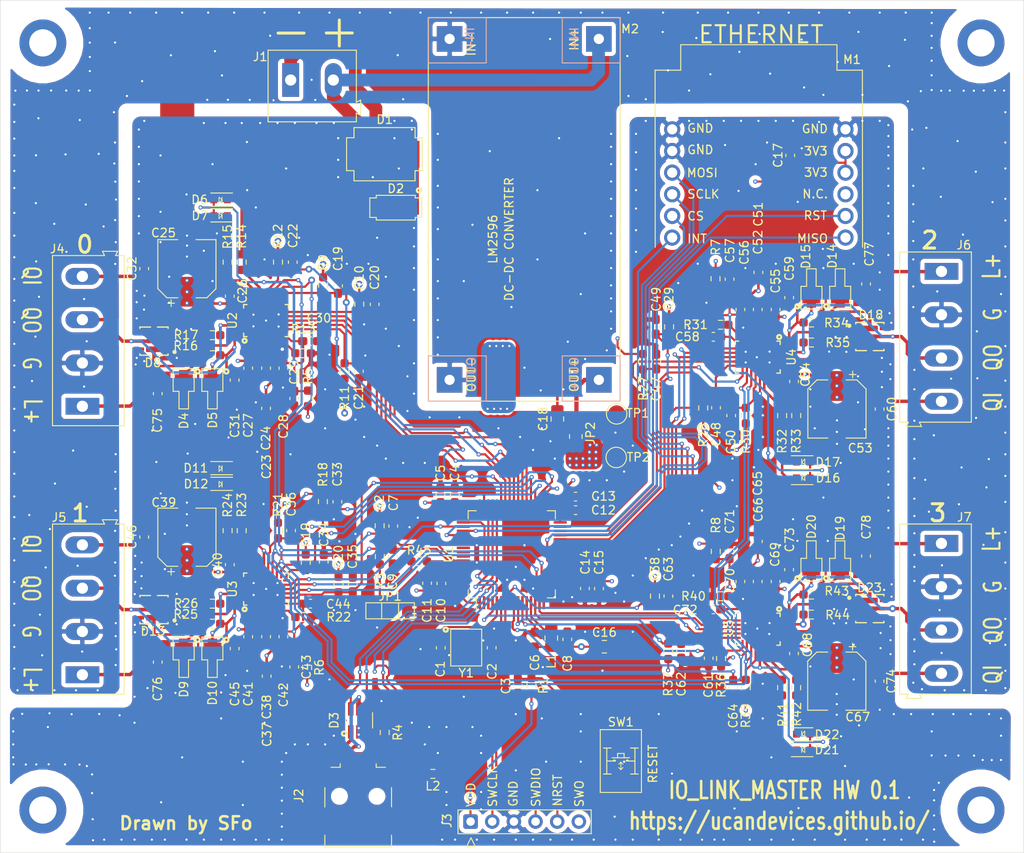
<source format=kicad_pcb>
(kicad_pcb (version 20171130) (host pcbnew "(5.1.9)-1")
  (layers (0 F.Cu signal) (1 In1.Cu signal) (2 In2.Cu signal) (31 B.Cu signal) (34 B.Paste user hide) (35 F.Paste user hide) (36 B.SilkS user hide) (37 F.SilkS user) (38 B.Mask user hide) (39 F.Mask user) (44 Edge.Cuts user))
  (net 0 "")
  (net 1 "Net-(D1-Pad1)")
  (net 2 VCC)
  (net 3 "Net-(C1-Pad1)")
  (net 4 "Net-(C2-Pad1)")
  (net 5 RST)
  (net 6 3V3)
  (net 7 SCL)
  (net 8 SDA)
  (net 9 "Net-(C18-Pad1)")
  (net 10 T0_UC_IRQ)
  (net 11 UC_T0_ENL+)
  (net 12 UC_T0_ENCQ)
  (net 13 UC_T0_RST)
  (net 14 8V)
  (net 15 G)
  (net 16 3V3_T0)
  (net 17 "Net-(C31-Pad1)")
  (net 18 "Net-(C32-Pad1)")
  (net 19 T1_UC_IRQ)
  (net 20 UC_T1_ENL+)
  (net 21 UC_T1_ENCQ)
  (net 22 UC_T1_RST)
  (net 23 3V3_T1)
  (net 24 "Net-(C45-Pad1)")
  (net 25 "Net-(C46-Pad1)")
  (net 26 T2_UC_IRQ)
  (net 27 UC_T2_ENL+)
  (net 28 UC_T2_ENCQ)
  (net 29 UC_T2_RST)
  (net 30 3V3_T2)
  (net 31 "Net-(C59-Pad1)")
  (net 32 "Net-(C60-Pad1)")
  (net 33 T3_UC_IRQ)
  (net 34 UC_T3_ENL+)
  (net 35 UC_T3_ENCQ)
  (net 36 UC_T3_RST)
  (net 37 3V3_T3)
  (net 38 "Net-(C73-Pad1)")
  (net 39 "Net-(C74-Pad1)")
  (net 40 "Net-(D3-Pad1)")
  (net 41 "Net-(D3-Pad3)")
  (net 42 USB_DM)
  (net 43 USB_DP)
  (net 44 5V)
  (net 45 "Net-(D4-Pad1)")
  (net 46 "Net-(D5-Pad1)")
  (net 47 "Net-(D6-Pad1)")
  (net 48 "Net-(D7-Pad1)")
  (net 49 "Net-(D9-Pad1)")
  (net 50 "Net-(D10-Pad1)")
  (net 51 "Net-(D11-Pad1)")
  (net 52 "Net-(D12-Pad1)")
  (net 53 "Net-(D14-Pad1)")
  (net 54 "Net-(D15-Pad1)")
  (net 55 "Net-(D16-Pad1)")
  (net 56 "Net-(D17-Pad1)")
  (net 57 "Net-(D19-Pad1)")
  (net 58 "Net-(D20-Pad1)")
  (net 59 "Net-(D21-Pad1)")
  (net 60 "Net-(D22-Pad1)")
  (net 61 "Net-(J2-Pad4)")
  (net 62 "Net-(J2-Pad6)")
  (net 63 SWDIO)
  (net 64 SWCLK)
  (net 65 "Net-(JP1-Pad2)")
  (net 66 "Net-(L1-Pad1)")
  (net 67 INT_ETH)
  (net 68 CS_ETH)
  (net 69 SCLK)
  (net 70 MOSI)
  (net 71 RST_ETH)
  (net 72 MISO)
  (net 73 "Net-(R13-Pad1)")
  (net 74 "Net-(R14-Pad2)")
  (net 75 "Net-(R15-Pad2)")
  (net 76 "Net-(R22-Pad1)")
  (net 77 "Net-(R23-Pad2)")
  (net 78 "Net-(R24-Pad2)")
  (net 79 "Net-(R31-Pad1)")
  (net 80 "Net-(R32-Pad2)")
  (net 81 "Net-(R33-Pad2)")
  (net 82 "Net-(R40-Pad1)")
  (net 83 "Net-(R41-Pad2)")
  (net 84 "Net-(R42-Pad2)")
  (net 85 T3_UC_SIO)
  (net 86 UC_T3_DATA)
  (net 87 T3_UC_DATA)
  (net 88 UC_T1_DATA)
  (net 89 T1_UC_DATA)
  (net 90 UC_T2_DATA)
  (net 91 T2_UC_DATA)
  (net 92 T2_UC_SIO)
  (net 93 T0_UC_SIO)
  (net 94 UC_T0_DATA)
  (net 95 T0_UC_DATA)
  (net 96 T1_UC_SIO)
  (net 97 "Net-(R45-Pad1)")
  (net 98 "Net-(C75-Pad1)")
  (net 99 "Net-(C76-Pad1)")
  (net 100 "Net-(C77-Pad1)")
  (net 101 "Net-(C78-Pad1)")
  (net 102 GND)
  (module IO_LINK_LIB:W5500_LITE_PCB_MODULE (layer F.Cu) (at 138.95 71.69)
    (fp_text reference M1 (at 10.922 -14.732 180) (layer F.SilkS))
    (fp_text value W5500_ETHERNET_PCB_MODULE hide)
    (fp_text user ETHERNET (at 0.26 -17.68 180) (layer F.SilkS) (effects (font (size 2 2) (thickness 0.25))))
    (fp_text user MISO (at 6.29 6.27 180) (layer F.SilkS))
    (fp_text user RST (at 6.63 3.57 180) (layer F.SilkS))
    (fp_text user N.C. (at 6.61 1.04 180) (layer F.SilkS))
    (fp_text user 3V3 (at 6.68 -3.99) (layer F.SilkS))
    (fp_text user GND (at 6.57 -6.61 180) (layer F.SilkS))
    (fp_text user INT (at -7.24 6.29 180) (layer F.SilkS))
    (fp_text user CS (at -7.41 3.63 180) (layer F.SilkS))
    (fp_text user SCLK (at -6.5 1.05 180) (layer F.SilkS))
    (fp_text user GND (at -6.858 -4.1335) (layer F.SilkS))
    (fp_text user GND (at -6.858 -6.6735) (layer F.SilkS))
    (fp_text user MOSI (at -6.627 -1.444 180) (layer F.SilkS))
    (fp_text user 3V3 (at 6.69 -1.49) (layer F.SilkS))
    (pad 7 thru_hole circle (at 10.16 6.1535) (size 1.9 1.9) (drill 1.2) (layers *.Cu *.Mask) (net 72 MISO))
    (pad 8 thru_hole circle (at 10.16 3.6135) (size 1.9 1.9) (drill 1.2) (layers *.Cu *.Mask) (net 71 RST_ETH))
    (pad 9 thru_hole circle (at 10.16 1.0735) (size 1.9 1.9) (drill 1.2) (layers *.Cu *.Mask))
    (pad 11 thru_hole circle (at 10.16 -4.0065) (size 1.9 1.9) (drill 1.2) (layers *.Cu *.Mask) (net 6 3V3))
    (pad 10 thru_hole circle (at 10.16 -1.4665) (size 1.9 1.9) (drill 1.2) (layers *.Cu *.Mask) (net 6 3V3))
    (pad 12 thru_hole circle (at 10.16 -6.5465) (size 1.9 1.9) (drill 1.2) (layers *.Cu *.Mask) (net 102 GND))
    (pad 1 thru_hole circle (at -10.16 -6.5465) (size 1.9 1.9) (drill 1.2) (layers *.Cu *.Mask) (net 102 GND))
    (pad 2 thru_hole circle (at -10.16 -4.0065) (size 1.9 1.9) (drill 1.2) (layers *.Cu *.Mask) (net 102 GND))
    (pad 3 thru_hole circle (at -10.16 -1.4665) (size 1.9 1.9) (drill 1.2) (layers *.Cu *.Mask) (net 70 MOSI))
    (pad 4 thru_hole circle (at -10.16 1.0735) (size 1.9 1.9) (drill 1.2) (layers *.Cu *.Mask) (net 69 SCLK))
    (pad 5 thru_hole circle (at -10.16 3.6135) (size 1.9 1.9) (drill 1.2) (layers *.Cu *.Mask) (net 68 CS_ETH))
    (pad 6 thru_hole circle (at -10.16 6.1535) (size 1.9 1.9) (drill 1.2) (layers *.Cu *.Mask) (net 67 INT_ETH))
  )
  (module IO_LINK_LIB:SPT01-335DEE (layer F.Cu) (at 151.96832 89.45434)
    (fp_text reference D18 (at 0.127 -2.54) (layer F.SilkS))
    (fp_text value SPT01-335DEE hide)
    (pad 7 smd custom (at 0 -0.9525) (size 1.7018 0.508) (layers F.Cu F.Paste F.Mask) (net 100 "Net-(C77-Pad1)") (options (clearance outline) (anchor rect)) (primitives (gr_line (start 0.8509 0.254) (end 0.8509 -0.254) (width 0.1524)) (gr_line (start -0.8509 0.254) (end 0.8509 0.254) (width 0.1524)) (gr_line (start 0 -0.2413) (end 0 -0.5461) (width 0.1524)) (gr_line (start -0.1016 -0.254) (end -0.8509 -0.254) (width 0.1524)) (gr_line (start 0.1016 -0.254) (end 0.1016 -0.5588) (width 0.1524)) (gr_line (start -0.8509 -0.254) (end -0.8509 0.254) (width 0.1524)) (gr_line (start 0.1016 -0.5588) (end -0.1016 -0.5588) (width 0.1524)) (gr_line (start 0.8509 -0.254) (end 0.1016 -0.254) (width 0.1524)) (gr_line (start -0.1016 -0.5588) (end -0.1016 -0.254) (width 0.1524))))
    (pad 9 smd custom (at 0 0.9525) (size 1.7018 0.508) (layers F.Cu F.Paste F.Mask) (net 32 "Net-(C60-Pad1)") (options (clearance outline) (anchor rect)) (primitives (gr_line (start 0.8509 0.254) (end 0.1016 0.254) (width 0.1524)) (gr_line (start -0.8509 0.254) (end -0.8509 -0.254) (width 0.1524)) (gr_line (start -0.8509 -0.254) (end 0.8509 -0.254) (width 0.1524)) (gr_line (start 0.8509 -0.254) (end 0.8509 0.254) (width 0.1524)) (gr_line (start 0.1016 0.254) (end 0.1016 0.5588) (width 0.1524)) (gr_line (start -0.1016 0.254) (end -0.8509 0.254) (width 0.1524)) (gr_line (start -0.1016 0.5588) (end -0.1016 0.254) (width 0.1524)) (gr_line (start 0.1016 0.5588) (end -0.1016 0.5588) (width 0.1524)) (gr_line (start 0 0.254) (end 0 0.5588) (width 0.1524))))
    (pad 6 smd rect (at 1.4351 -0.9525) (size 0.5334 0.4064) (layers F.Cu F.Paste F.Mask) (net 102 GND))
    (pad 3 smd rect (at -1.4351 0.9525) (size 0.5334 0.4064) (layers F.Cu F.Paste F.Mask) (net 102 GND))
    (pad 8 smd rect (at 0 0) (size 1.7018 0.508) (layers F.Cu F.Paste F.Mask) (net 31 "Net-(C59-Pad1)"))
    (pad 1 smd rect (at -1.4351 -0.9525) (size 0.5334 0.4064) (layers F.Cu F.Paste F.Mask) (net 102 GND))
    (pad 4 smd rect (at 1.4351 0.9525) (size 0.5334 0.4064) (layers F.Cu F.Paste F.Mask) (net 102 GND))
    (pad 5 smd rect (at 1.4351 0) (size 0.5334 0.4064) (layers F.Cu F.Paste F.Mask) (net 31 "Net-(C59-Pad1)"))
    (pad 2 smd rect (at -1.4351 0) (size 0.5334 0.4064) (layers F.Cu F.Paste F.Mask) (net 102 GND))
  )
  (module IO_LINK_LIB:TerminalBlock_Altech_AK300-2_P5.00mm (layer F.Cu) (at 86.576 60.0586)
    (fp_text reference J1 (at -6.086 -3.4286 180) (layer F.SilkS))
    (fp_text value Screw_Terminal_01x02 hide)
    (pad 2 thru_hole oval (at 2.48 -0.7) (size 1.98 3.96) (drill 1.32) (layers *.Cu *.Mask) (net 2 VCC))
    (pad 1 thru_hole rect (at -2.52 -0.7) (size 1.98 3.96) (drill 1.32) (layers *.Cu *.Mask) (net 1 "Net-(D1-Pad1)"))
  )
  (module IO_LINK_LIB:L6360TR (layer F.Cu) (at 138.82382 91.86734 270)
    (fp_text reference U4 (at 0 -3.937 270) (layer F.SilkS))
    (fp_text value L6360TR hide)
    (pad 27 smd rect (at 0 0 270) (size 2.1082 3.6068) (layers F.Cu F.Paste F.Mask) (net 102 GND))
    (pad 26 smd rect (at -1.016 -2.4003 270) (size 0.254 0.8128) (layers F.Cu F.Paste F.Mask) (net 31 "Net-(C59-Pad1)") (clearance 0.05))
    (pad 25 smd rect (at -0.508 -2.4003 270) (size 0.254 0.8128) (layers F.Cu F.Paste F.Mask) (net 53 "Net-(D14-Pad1)"))
    (pad 24 smd rect (at 0 -2.4003 270) (size 0.254 0.8128) (layers F.Cu F.Paste F.Mask) (net 54 "Net-(D15-Pad1)"))
    (pad 23 smd rect (at 0.508 -2.4003 270) (size 0.254 0.8128) (layers F.Cu F.Paste F.Mask) (net 100 "Net-(C77-Pad1)"))
    (pad 22 smd rect (at 1.016 -2.4003 270) (size 0.254 0.8128) (layers F.Cu F.Paste F.Mask) (net 2 VCC))
    (pad 21 smd rect (at 1.651 -1.778) (size 0.254 0.8128) (layers F.Cu F.Paste F.Mask) (net 102 GND))
    (pad 20 smd rect (at 1.651 -1.27) (size 0.254 0.8128) (layers F.Cu F.Paste F.Mask) (net 81 "Net-(R33-Pad2)"))
    (pad 19 smd rect (at 1.651 -0.762) (size 0.254 0.8128) (layers F.Cu F.Paste F.Mask) (net 80 "Net-(R32-Pad2)"))
    (pad 18 smd rect (at 1.651 -0.254) (size 0.254 0.8128) (layers F.Cu F.Paste F.Mask) (net 102 GND))
    (pad 17 smd rect (at 1.651 0.254) (size 0.254 0.8128) (layers F.Cu F.Paste F.Mask) (net 29 UC_T2_RST))
    (pad 16 smd rect (at 1.651 0.762) (size 0.254 0.8128) (layers F.Cu F.Paste F.Mask) (net 8 SDA))
    (pad 15 smd rect (at 1.651 1.27) (size 0.254 0.8128) (layers F.Cu F.Paste F.Mask) (net 7 SCL))
    (pad 14 smd rect (at 1.651 1.778) (size 0.254 0.8128) (layers F.Cu F.Paste F.Mask) (net 26 T2_UC_IRQ))
    (pad 13 smd rect (at 1.016 2.4003 270) (size 0.254 0.8128) (layers F.Cu F.Paste F.Mask) (net 27 UC_T2_ENL+))
    (pad 12 smd rect (at 0.508 2.4003 270) (size 0.254 0.8128) (layers F.Cu F.Paste F.Mask) (net 92 T2_UC_SIO))
    (pad 11 smd rect (at 0 2.4003 270) (size 0.254 0.8128) (layers F.Cu F.Paste F.Mask) (net 91 T2_UC_DATA))
    (pad 10 smd rect (at -0.508 2.4003 270) (size 0.254 0.8128) (layers F.Cu F.Paste F.Mask) (net 90 UC_T2_DATA))
    (pad 9 smd rect (at -1.016 2.4003 270) (size 0.254 0.8128) (layers F.Cu F.Paste F.Mask) (net 28 UC_T2_ENCQ))
    (pad 8 smd rect (at -1.651 1.778) (size 0.254 0.8128) (layers F.Cu F.Paste F.Mask) (net 30 3V3_T2))
    (pad 7 smd rect (at -1.651 1.27) (size 0.254 0.8128) (layers F.Cu F.Paste F.Mask) (net 79 "Net-(R31-Pad1)"))
    (pad 6 smd rect (at -1.651 0.762) (size 0.254 0.8128) (layers F.Cu F.Paste F.Mask) (net 102 GND))
    (pad 5 smd rect (at -1.651 0.254) (size 0.254 0.8128) (layers F.Cu F.Paste F.Mask) (net 30 3V3_T2))
    (pad 4 smd rect (at -1.651 -0.254) (size 0.254 0.8128) (layers F.Cu F.Paste F.Mask) (net 30 3V3_T2))
    (pad 3 smd rect (at -1.651 -0.762) (size 0.254 0.8128) (layers F.Cu F.Paste F.Mask) (net 14 8V))
    (pad 2 smd rect (at -1.651 -1.27) (size 0.254 0.8128) (layers F.Cu F.Paste F.Mask) (net 102 GND))
    (pad 1 smd rect (at -1.651 -1.778) (size 0.254 0.8128) (layers F.Cu F.Paste F.Mask) (net 2 VCC) (clearance 0.05))
  )
  (module IO_LINK_LIB:L6360TR (layer F.Cu) (at 81.17 87.58 90)
    (fp_text reference U2 (at 0 -3.937 270) (layer F.SilkS))
    (fp_text value L6360TR hide)
    (pad 27 smd rect (at 0 0 90) (size 2.1082 3.6068) (layers F.Cu F.Paste F.Mask) (net 102 GND))
    (pad 26 smd rect (at -1.016 -2.4003 90) (size 0.254 0.8128) (layers F.Cu F.Paste F.Mask) (net 17 "Net-(C31-Pad1)"))
    (pad 25 smd rect (at -0.508 -2.4003 90) (size 0.254 0.8128) (layers F.Cu F.Paste F.Mask) (net 45 "Net-(D4-Pad1)"))
    (pad 24 smd rect (at 0 -2.4003 90) (size 0.254 0.8128) (layers F.Cu F.Paste F.Mask) (net 46 "Net-(D5-Pad1)"))
    (pad 23 smd rect (at 0.508 -2.4003 90) (size 0.254 0.8128) (layers F.Cu F.Paste F.Mask) (net 98 "Net-(C75-Pad1)"))
    (pad 22 smd rect (at 1.016 -2.4003 90) (size 0.254 0.8128) (layers F.Cu F.Paste F.Mask) (net 2 VCC))
    (pad 21 smd rect (at 1.651 -1.778 180) (size 0.254 0.8128) (layers F.Cu F.Paste F.Mask) (net 102 GND))
    (pad 20 smd rect (at 1.651 -1.27 180) (size 0.254 0.8128) (layers F.Cu F.Paste F.Mask) (net 75 "Net-(R15-Pad2)"))
    (pad 19 smd rect (at 1.651 -0.762 180) (size 0.254 0.8128) (layers F.Cu F.Paste F.Mask) (net 74 "Net-(R14-Pad2)"))
    (pad 18 smd rect (at 1.651 -0.254 180) (size 0.254 0.8128) (layers F.Cu F.Paste F.Mask) (net 102 GND))
    (pad 17 smd rect (at 1.651 0.254 180) (size 0.254 0.8128) (layers F.Cu F.Paste F.Mask) (net 13 UC_T0_RST))
    (pad 16 smd rect (at 1.651 0.762 180) (size 0.254 0.8128) (layers F.Cu F.Paste F.Mask) (net 8 SDA))
    (pad 15 smd rect (at 1.651 1.27 180) (size 0.254 0.8128) (layers F.Cu F.Paste F.Mask) (net 7 SCL))
    (pad 14 smd rect (at 1.651 1.778 180) (size 0.254 0.8128) (layers F.Cu F.Paste F.Mask) (net 10 T0_UC_IRQ))
    (pad 13 smd rect (at 1.016 2.4003 90) (size 0.254 0.8128) (layers F.Cu F.Paste F.Mask) (net 11 UC_T0_ENL+))
    (pad 12 smd rect (at 0.508 2.4003 90) (size 0.254 0.8128) (layers F.Cu F.Paste F.Mask) (net 93 T0_UC_SIO))
    (pad 11 smd rect (at 0 2.4003 90) (size 0.254 0.8128) (layers F.Cu F.Paste F.Mask) (net 95 T0_UC_DATA))
    (pad 10 smd rect (at -0.508 2.4003 90) (size 0.254 0.8128) (layers F.Cu F.Paste F.Mask) (net 94 UC_T0_DATA))
    (pad 9 smd rect (at -1.016 2.4003 90) (size 0.254 0.8128) (layers F.Cu F.Paste F.Mask) (net 12 UC_T0_ENCQ))
    (pad 8 smd rect (at -1.651 1.778 180) (size 0.254 0.8128) (layers F.Cu F.Paste F.Mask) (net 16 3V3_T0))
    (pad 7 smd rect (at -1.651 1.27 180) (size 0.254 0.8128) (layers F.Cu F.Paste F.Mask) (net 73 "Net-(R13-Pad1)"))
    (pad 6 smd rect (at -1.651 0.762 180) (size 0.254 0.8128) (layers F.Cu F.Paste F.Mask) (net 102 GND))
    (pad 5 smd rect (at -1.651 0.254 180) (size 0.254 0.8128) (layers F.Cu F.Paste F.Mask) (net 102 GND))
    (pad 4 smd rect (at -1.651 -0.254 180) (size 0.254 0.8128) (layers F.Cu F.Paste F.Mask) (net 16 3V3_T0))
    (pad 3 smd rect (at -1.651 -0.762 180) (size 0.254 0.8128) (layers F.Cu F.Paste F.Mask) (net 14 8V))
    (pad 2 smd rect (at -1.651 -1.27 180) (size 0.254 0.8128) (layers F.Cu F.Paste F.Mask) (net 102 GND) (clearance 0.05))
    (pad 1 smd rect (at -1.651 -1.778 180) (size 0.254 0.8128) (layers F.Cu F.Paste F.Mask) (net 2 VCC) (clearance 0.05))
  )
  (module IO_LINK_LIB:Ferrite_bead_0603 (layer F.Cu) (at 100.7293 140.7591 180)
    (fp_text reference L2 (at 0 -1.43) (layer F.SilkS))
    (fp_text value FB_30R@100MHz hide)
    (pad 2 smd roundrect (at 0.9125 0 180) (size 0.975 0.95) (layers F.Cu F.Paste F.Mask) (net 62 "Net-(J2-Pad6)"))
    (pad 1 smd roundrect (at -0.9125 0 180) (size 0.975 0.95) (layers F.Cu F.Paste F.Mask) (net 102 GND))
  )
  (module IO_LINK_LIB:SOT-23-6L (layer F.Cu) (at 91.9993 134.6891)
    (fp_text reference D3 (at -2.8492 -0.2032 90) (layer F.SilkS))
    (fp_text value USBLC6-2SC6Y hide)
    (pad 5 smd rect (at 0.0508 -1.5532 90) (size 1.56 0.65) (layers F.Cu F.Paste F.Mask) (net 44 5V))
    (pad 6 smd rect (at -0.8992 -1.5532 90) (size 1.56 0.65) (layers F.Cu F.Paste F.Mask) (net 43 USB_DP))
    (pad 4 smd rect (at 1.0008 -1.5532 90) (size 1.56 0.65) (layers F.Cu F.Paste F.Mask) (net 42 USB_DM))
    (pad 3 smd rect (at 1.0008 1.1468 90) (size 1.56 0.65) (layers F.Cu F.Paste F.Mask) (net 41 "Net-(D3-Pad3)"))
    (pad 2 smd rect (at 0.0508 1.1468 90) (size 1.56 0.65) (layers F.Cu F.Paste F.Mask) (net 102 GND))
    (pad 1 smd rect (at -0.8992 1.1468 90) (size 1.56 0.65) (layers F.Cu F.Paste F.Mask) (net 40 "Net-(D3-Pad1)"))
  )
  (module IO_LINK_LIB:TerminalBlock_Altech_AK300-4_P5.00mm (layer F.Cu) (at 159.66066 121.42488 270)
    (fp_text reference J7 (at -10.77488 -3.37934 180) (layer F.SilkS))
    (fp_text value Screw_Terminal_01x04)
    (pad 1 thru_hole rect (at -7.7 -0.7 270) (size 1.98 3.96) (drill 1.32) (layers *.Cu *.Mask) (net 101 "Net-(C78-Pad1)"))
    (pad 2 thru_hole oval (at -2.62 -0.7 270) (size 1.98 3.96) (drill 1.32) (layers *.Cu *.Mask) (net 15 G))
    (pad 3 thru_hole oval (at 2.46 -0.7 270) (size 1.98 3.96) (drill 1.32) (layers *.Cu *.Mask) (net 38 "Net-(C73-Pad1)"))
    (pad 4 thru_hole oval (at 7.54 -0.7 270) (size 1.98 3.96) (drill 1.32) (layers *.Cu *.Mask) (net 39 "Net-(C74-Pad1)"))
  )
  (module IO_LINK_LIB:TerminalBlock_Altech_AK300-4_P5.00mm (layer F.Cu) (at 159.66602 89.51324 270)
    (fp_text reference J6 (at -10.79324 -3.32398 180) (layer F.SilkS))
    (fp_text value Screw_Terminal_01x04)
    (pad 1 thru_hole rect (at -7.7 -0.7 270) (size 1.98 3.96) (drill 1.32) (layers *.Cu *.Mask) (net 100 "Net-(C77-Pad1)"))
    (pad 2 thru_hole oval (at -2.62 -0.7 270) (size 1.98 3.96) (drill 1.32) (layers *.Cu *.Mask) (net 15 G))
    (pad 3 thru_hole oval (at 2.46 -0.7 270) (size 1.98 3.96) (drill 1.32) (layers *.Cu *.Mask) (net 31 "Net-(C59-Pad1)"))
    (pad 4 thru_hole oval (at 7.54 -0.7 270) (size 1.98 3.96) (drill 1.32) (layers *.Cu *.Mask) (net 32 "Net-(C60-Pad1)"))
  )
  (module IO_LINK_LIB:STM_PROGRAMING_CONNECTOR (layer F.Cu) (at 111.5493 146.5091 90)
    (fp_text reference J3 (at 0.254 -9.144 90) (layer F.SilkS))
    (fp_text value STM_PROGRAMING_CONNECTOR hide)
    (fp_text user SWO (at 3.429 6.35 90) (layer F.SilkS))
    (fp_text user NRST (at 3.81 3.81 90) (layer F.SilkS))
    (fp_text user SWDIO (at 4.191 1.27 90) (layer F.SilkS))
    (fp_text user GND (at 3.429 -1.397 90) (layer F.SilkS))
    (fp_text user SWCLK (at 4.318 -3.81 90) (layer F.SilkS))
    (fp_text user VDD (at 3.302 -6.35 90) (layer F.SilkS))
    (pad 6 thru_hole circle (at 0.1524 6.2992 90) (size 1.7 1.7) (drill 1) (layers *.Cu *.Mask))
    (pad 5 thru_hole circle (at 0.1524 3.7592 90) (size 1.7 1.7) (drill 1) (layers *.Cu *.Mask) (net 5 RST))
    (pad 4 thru_hole circle (at 0.1524 1.2192 90) (size 1.7 1.7) (drill 1) (layers *.Cu *.Mask) (net 63 SWDIO))
    (pad 3 thru_hole circle (at 0.1524 -1.3208 90) (size 1.7 1.7) (drill 1) (layers *.Cu *.Mask) (net 102 GND))
    (pad 2 thru_hole circle (at 0.1524 -3.8608 90) (size 1.7 1.7) (drill 1) (layers *.Cu *.Mask) (net 64 SWCLK))
    (pad 1 thru_hole roundrect (at 0.1524 -6.4008 90) (size 1.7 1.7) (drill 1) (layers *.Cu *.Mask) (roundrect_rratio 0.1470588235294118) (net 6 3V3))
  )
  (module IO_LINK_LIB:C_0603_1608Metric_Pad1.08x0.95mm_HandSolder (layer F.Cu) (at 83.2042 124.6642 270)
    (fp_text reference C42 (at 6.8326 -0.0127 90) (layer F.SilkS))
    (fp_text value 100nF_25V_0603)
    (pad 1 smd roundrect (at -0.8625 0 270) (size 1.075 0.95) (layers F.Cu F.Paste F.Mask) (net 23 3V3_T1))
    (pad 2 smd roundrect (at 0.8625 0 270) (size 1.075 0.95) (layers F.Cu F.Paste F.Mask) (net 102 GND))
  )
  (module IO_LINK_LIB:C_0603_1608Metric_Pad1.08x0.95mm_HandSolder (layer F.Cu) (at 151.51846 115.21078 90)
    (fp_text reference C78 (at 3.41078 0.03154 90) (layer F.SilkS))
    (fp_text value 100nF_50V_0603)
    (pad 2 smd roundrect (at 0.8625 0 90) (size 1.075 0.95) (layers F.Cu F.Paste F.Mask) (net 102 GND))
    (pad 1 smd roundrect (at -0.8625 0 90) (size 1.075 0.95) (layers F.Cu F.Paste F.Mask) (net 101 "Net-(C78-Pad1)"))
  )
  (module IO_LINK_LIB:C_0603_1608Metric_Pad1.08x0.95mm_HandSolder (layer F.Cu) (at 151.52382 83.29484 90)
    (fp_text reference C77 (at 3.51484 0.38618 90) (layer F.SilkS))
    (fp_text value 100nF_50V_0603)
    (pad 2 smd roundrect (at 0.8625 0 90) (size 1.075 0.95) (layers F.Cu F.Paste F.Mask) (net 102 GND))
    (pad 1 smd roundrect (at -0.8625 0 90) (size 1.075 0.95) (layers F.Cu F.Paste F.Mask) (net 100 "Net-(C77-Pad1)"))
  )
  (module IO_LINK_LIB:C_0603_1608Metric_Pad1.08x0.95mm_HandSolder (layer F.Cu) (at 68.4722 127.6487 270)
    (fp_text reference C76 (at 3.14706 0.01524 90) (layer F.SilkS))
    (fp_text value 100nF_50V_0603)
    (pad 2 smd roundrect (at 0.8625 0 270) (size 1.075 0.95) (layers F.Cu F.Paste F.Mask) (net 102 GND))
    (pad 1 smd roundrect (at -0.8625 0 270) (size 1.075 0.95) (layers F.Cu F.Paste F.Mask) (net 99 "Net-(C76-Pad1)"))
  )
  (module IO_LINK_LIB:C_0603_1608Metric_Pad1.08x0.95mm_HandSolder (layer F.Cu) (at 68.4722 96.1487 270)
    (fp_text reference C75 (at 3.1444 0.0182 90) (layer F.SilkS))
    (fp_text value 100nF_50V_0603)
    (pad 2 smd roundrect (at 0.8625 0 270) (size 1.075 0.95) (layers F.Cu F.Paste F.Mask) (net 102 GND))
    (pad 1 smd roundrect (at -0.8625 0 270) (size 1.075 0.95) (layers F.Cu F.Paste F.Mask) (net 98 "Net-(C75-Pad1)"))
  )
  (module IO_LINK_LIB:R_0603_1608Metric_Pad0.98x0.95mm_HandSolder (layer F.Cu) (at 141.67596 130.64128 90)
    (fp_text reference R41 (at -3.175 0.0635 90) (layer F.SilkS))
    (fp_text value 680R_1%_0.1W_0603 hide)
    (pad 1 smd roundrect (at -0.9125 0 90) (size 0.975 0.95) (layers F.Cu F.Paste F.Mask) (net 59 "Net-(D21-Pad1)"))
    (pad 2 smd roundrect (at 0.9125 0 90) (size 0.975 0.95) (layers F.Cu F.Paste F.Mask) (net 83 "Net-(R41-Pad2)"))
  )
  (module IO_LINK_LIB:R_0603_1608Metric_Pad0.98x0.95mm_HandSolder (layer F.Cu) (at 143.32696 130.64128 90)
    (fp_text reference R42 (at -3.1115 0.0635 90) (layer F.SilkS))
    (fp_text value 680R_1%_0.1W_0603 hide)
    (pad 2 smd roundrect (at 0.9125 0 90) (size 0.975 0.95) (layers F.Cu F.Paste F.Mask) (net 84 "Net-(R42-Pad2)"))
    (pad 1 smd roundrect (at -0.9125 0 90) (size 0.975 0.95) (layers F.Cu F.Paste F.Mask) (net 60 "Net-(D22-Pad1)"))
  )
  (module IO_LINK_LIB:LED_0603 (layer F.Cu) (at 144.15246 136.10228)
    (fp_text reference D22 (at 2.794 0.0635) (layer F.SilkS))
    (fp_text value LED_GREEN hide)
    (pad 1 smd rect (at -0.8 0 180) (size 0.8 0.8) (layers F.Cu F.Paste F.Mask) (net 60 "Net-(D22-Pad1)"))
    (pad 2 smd rect (at 0.8 0 180) (size 0.8 0.8) (layers F.Cu F.Paste F.Mask) (net 37 3V3_T3))
  )
  (module IO_LINK_LIB:LED_0603 (layer F.Cu) (at 144.15246 137.94378)
    (fp_text reference D21 (at 2.794 0) (layer F.SilkS))
    (fp_text value LED_RED hide)
    (pad 2 smd rect (at 0.8 0 180) (size 0.8 0.8) (layers F.Cu F.Paste F.Mask) (net 37 3V3_T3))
    (pad 1 smd rect (at -0.8 0 180) (size 0.8 0.8) (layers F.Cu F.Paste F.Mask) (net 59 "Net-(D21-Pad1)"))
  )
  (module IO_LINK_LIB:SPT01-335DEE (layer F.Cu) (at 151.96296 121.37028)
    (fp_text reference D23 (at -0.03296 -2.45028) (layer F.SilkS))
    (fp_text value SPT01-335DEE hide)
    (pad 7 smd custom (at 0 -0.9525) (size 1.7018 0.508) (layers F.Cu F.Paste F.Mask) (net 101 "Net-(C78-Pad1)") (options (clearance outline) (anchor rect)) (primitives (gr_line (start 0.8509 0.254) (end 0.8509 -0.254) (width 0.1524)) (gr_line (start -0.8509 0.254) (end 0.8509 0.254) (width 0.1524)) (gr_line (start 0 -0.2413) (end 0 -0.5461) (width 0.1524)) (gr_line (start -0.1016 -0.254) (end -0.8509 -0.254) (width 0.1524)) (gr_line (start 0.1016 -0.254) (end 0.1016 -0.5588) (width 0.1524)) (gr_line (start -0.8509 -0.254) (end -0.8509 0.254) (width 0.1524)) (gr_line (start 0.1016 -0.5588) (end -0.1016 -0.5588) (width 0.1524)) (gr_line (start 0.8509 -0.254) (end 0.1016 -0.254) (width 0.1524)) (gr_line (start -0.1016 -0.5588) (end -0.1016 -0.254) (width 0.1524))))
    (pad 9 smd custom (at 0 0.9525) (size 1.7018 0.508) (layers F.Cu F.Paste F.Mask) (net 39 "Net-(C74-Pad1)") (options (clearance outline) (anchor rect)) (primitives (gr_line (start 0.8509 0.254) (end 0.1016 0.254) (width 0.1524)) (gr_line (start -0.8509 0.254) (end -0.8509 -0.254) (width 0.1524)) (gr_line (start -0.8509 -0.254) (end 0.8509 -0.254) (width 0.1524)) (gr_line (start 0.8509 -0.254) (end 0.8509 0.254) (width 0.1524)) (gr_line (start 0.1016 0.254) (end 0.1016 0.5588) (width 0.1524)) (gr_line (start -0.1016 0.254) (end -0.8509 0.254) (width 0.1524)) (gr_line (start -0.1016 0.5588) (end -0.1016 0.254) (width 0.1524)) (gr_line (start 0.1016 0.5588) (end -0.1016 0.5588) (width 0.1524)) (gr_line (start 0 0.254) (end 0 0.5588) (width 0.1524))))
    (pad 6 smd rect (at 1.4351 -0.9525) (size 0.5334 0.4064) (layers F.Cu F.Paste F.Mask) (net 102 GND))
    (pad 3 smd rect (at -1.4351 0.9525) (size 0.5334 0.4064) (layers F.Cu F.Paste F.Mask) (net 102 GND))
    (pad 8 smd rect (at 0 0) (size 1.7018 0.508) (layers F.Cu F.Paste F.Mask) (net 38 "Net-(C73-Pad1)"))
    (pad 1 smd rect (at -1.4351 -0.9525) (size 0.5334 0.4064) (layers F.Cu F.Paste F.Mask) (net 102 GND))
    (pad 4 smd rect (at 1.4351 0.9525) (size 0.5334 0.4064) (layers F.Cu F.Paste F.Mask) (net 102 GND))
    (pad 5 smd rect (at 1.4351 0) (size 0.5334 0.4064) (layers F.Cu F.Paste F.Mask) (net 38 "Net-(C73-Pad1)"))
    (pad 2 smd rect (at -1.4351 0) (size 0.5334 0.4064) (layers F.Cu F.Paste F.Mask) (net 102 GND))
  )
  (module IO_LINK_LIB:SPT01-335DEE (layer F.Cu) (at 68.0293 121.4891 180)
    (fp_text reference D13 (at 0.127 -2.54) (layer F.SilkS))
    (fp_text value SPT01-335DEE hide)
    (pad 7 smd custom (at 0 -0.9525 180) (size 1.7018 0.508) (layers F.Cu F.Paste F.Mask) (net 99 "Net-(C76-Pad1)") (options (clearance outline) (anchor rect)) (primitives (gr_line (start 0.8509 0.254) (end 0.8509 -0.254) (width 0.1524)) (gr_line (start -0.8509 0.254) (end 0.8509 0.254) (width 0.1524)) (gr_line (start 0 -0.2413) (end 0 -0.5461) (width 0.1524)) (gr_line (start -0.1016 -0.254) (end -0.8509 -0.254) (width 0.1524)) (gr_line (start 0.1016 -0.254) (end 0.1016 -0.5588) (width 0.1524)) (gr_line (start -0.8509 -0.254) (end -0.8509 0.254) (width 0.1524)) (gr_line (start 0.1016 -0.5588) (end -0.1016 -0.5588) (width 0.1524)) (gr_line (start 0.8509 -0.254) (end 0.1016 -0.254) (width 0.1524)) (gr_line (start -0.1016 -0.5588) (end -0.1016 -0.254) (width 0.1524))))
    (pad 9 smd custom (at 0 0.9525 180) (size 1.7018 0.508) (layers F.Cu F.Paste F.Mask) (net 25 "Net-(C46-Pad1)") (options (clearance outline) (anchor rect)) (primitives (gr_line (start 0.8509 0.254) (end 0.1016 0.254) (width 0.1524)) (gr_line (start -0.8509 0.254) (end -0.8509 -0.254) (width 0.1524)) (gr_line (start -0.8509 -0.254) (end 0.8509 -0.254) (width 0.1524)) (gr_line (start 0.8509 -0.254) (end 0.8509 0.254) (width 0.1524)) (gr_line (start 0.1016 0.254) (end 0.1016 0.5588) (width 0.1524)) (gr_line (start -0.1016 0.254) (end -0.8509 0.254) (width 0.1524)) (gr_line (start -0.1016 0.5588) (end -0.1016 0.254) (width 0.1524)) (gr_line (start 0.1016 0.5588) (end -0.1016 0.5588) (width 0.1524)) (gr_line (start 0 0.254) (end 0 0.5588) (width 0.1524))))
    (pad 6 smd rect (at 1.4351 -0.9525 180) (size 0.5334 0.4064) (layers F.Cu F.Paste F.Mask) (net 102 GND))
    (pad 3 smd rect (at -1.4351 0.9525 180) (size 0.5334 0.4064) (layers F.Cu F.Paste F.Mask) (net 102 GND))
    (pad 8 smd rect (at 0 0 180) (size 1.7018 0.508) (layers F.Cu F.Paste F.Mask) (net 24 "Net-(C45-Pad1)"))
    (pad 1 smd rect (at -1.4351 -0.9525 180) (size 0.5334 0.4064) (layers F.Cu F.Paste F.Mask) (net 102 GND))
    (pad 4 smd rect (at 1.4351 0.9525 180) (size 0.5334 0.4064) (layers F.Cu F.Paste F.Mask) (net 102 GND))
    (pad 5 smd rect (at 1.4351 0 180) (size 0.5334 0.4064) (layers F.Cu F.Paste F.Mask) (net 24 "Net-(C45-Pad1)"))
    (pad 2 smd rect (at -1.4351 0 180) (size 0.5334 0.4064) (layers F.Cu F.Paste F.Mask) (net 102 GND))
  )
  (module IO_LINK_LIB:SPT01-335DEE (layer F.Cu) (at 68.0293 89.9891 180)
    (fp_text reference D8 (at 0.127 -2.54) (layer F.SilkS))
    (fp_text value SPT01-335DEE hide)
    (pad 7 smd custom (at 0 -0.9525 180) (size 1.7018 0.508) (layers F.Cu F.Paste F.Mask) (net 98 "Net-(C75-Pad1)") (options (clearance outline) (anchor rect)) (primitives (gr_line (start 0.8509 0.254) (end 0.8509 -0.254) (width 0.1524)) (gr_line (start -0.8509 0.254) (end 0.8509 0.254) (width 0.1524)) (gr_line (start 0 -0.2413) (end 0 -0.5461) (width 0.1524)) (gr_line (start -0.1016 -0.254) (end -0.8509 -0.254) (width 0.1524)) (gr_line (start 0.1016 -0.254) (end 0.1016 -0.5588) (width 0.1524)) (gr_line (start -0.8509 -0.254) (end -0.8509 0.254) (width 0.1524)) (gr_line (start 0.1016 -0.5588) (end -0.1016 -0.5588) (width 0.1524)) (gr_line (start 0.8509 -0.254) (end 0.1016 -0.254) (width 0.1524)) (gr_line (start -0.1016 -0.5588) (end -0.1016 -0.254) (width 0.1524))))
    (pad 9 smd custom (at 0 0.9525 180) (size 1.7018 0.508) (layers F.Cu F.Paste F.Mask) (net 18 "Net-(C32-Pad1)") (options (clearance outline) (anchor rect)) (primitives (gr_line (start 0.8509 0.254) (end 0.1016 0.254) (width 0.1524)) (gr_line (start -0.8509 0.254) (end -0.8509 -0.254) (width 0.1524)) (gr_line (start -0.8509 -0.254) (end 0.8509 -0.254) (width 0.1524)) (gr_line (start 0.8509 -0.254) (end 0.8509 0.254) (width 0.1524)) (gr_line (start 0.1016 0.254) (end 0.1016 0.5588) (width 0.1524)) (gr_line (start -0.1016 0.254) (end -0.8509 0.254) (width 0.1524)) (gr_line (start -0.1016 0.5588) (end -0.1016 0.254) (width 0.1524)) (gr_line (start 0.1016 0.5588) (end -0.1016 0.5588) (width 0.1524)) (gr_line (start 0 0.254) (end 0 0.5588) (width 0.1524))))
    (pad 6 smd rect (at 1.4351 -0.9525 180) (size 0.5334 0.4064) (layers F.Cu F.Paste F.Mask) (net 102 GND))
    (pad 3 smd rect (at -1.4351 0.9525 180) (size 0.5334 0.4064) (layers F.Cu F.Paste F.Mask) (net 102 GND))
    (pad 8 smd rect (at 0 0 180) (size 1.7018 0.508) (layers F.Cu F.Paste F.Mask) (net 17 "Net-(C31-Pad1)"))
    (pad 1 smd rect (at -1.4351 -0.9525 180) (size 0.5334 0.4064) (layers F.Cu F.Paste F.Mask) (net 102 GND))
    (pad 4 smd rect (at 1.4351 0.9525 180) (size 0.5334 0.4064) (layers F.Cu F.Paste F.Mask) (net 102 GND))
    (pad 5 smd rect (at 1.4351 0 180) (size 0.5334 0.4064) (layers F.Cu F.Paste F.Mask) (net 17 "Net-(C31-Pad1)"))
    (pad 2 smd rect (at -1.4351 0 180) (size 0.5334 0.4064) (layers F.Cu F.Paste F.Mask) (net 102 GND))
  )
  (module IO_LINK_LIB:TerminalBlock_Altech_AK300-4_P5.00mm (layer F.Cu) (at 60.334 121.4331 90)
    (fp_text reference J5 (at 10.7631 -3.434 180) (layer F.SilkS))
    (fp_text value Screw_Terminal_01x04)
    (pad 4 thru_hole oval (at 7.54 -0.7 90) (size 1.98 3.96) (drill 1.32) (layers *.Cu *.Mask) (net 25 "Net-(C46-Pad1)"))
    (pad 3 thru_hole oval (at 2.46 -0.7 90) (size 1.98 3.96) (drill 1.32) (layers *.Cu *.Mask) (net 24 "Net-(C45-Pad1)"))
    (pad 2 thru_hole oval (at -2.62 -0.7 90) (size 1.98 3.96) (drill 1.32) (layers *.Cu *.Mask) (net 15 G))
    (pad 1 thru_hole rect (at -7.7 -0.7 90) (size 1.98 3.96) (drill 1.32) (layers *.Cu *.Mask) (net 99 "Net-(C76-Pad1)"))
  )
  (module IO_LINK_LIB:TerminalBlock_Altech_AK300-4_P5.00mm (layer F.Cu) (at 60.334 89.9331 90)
    (fp_text reference J4 (at 10.7631 -3.644 180) (layer F.SilkS))
    (fp_text value Screw_Terminal_01x04)
    (pad 4 thru_hole oval (at 7.54 -0.7 90) (size 1.98 3.96) (drill 1.32) (layers *.Cu *.Mask) (net 18 "Net-(C32-Pad1)"))
    (pad 3 thru_hole oval (at 2.46 -0.7 90) (size 1.98 3.96) (drill 1.32) (layers *.Cu *.Mask) (net 17 "Net-(C31-Pad1)"))
    (pad 2 thru_hole oval (at -2.62 -0.7 90) (size 1.98 3.96) (drill 1.32) (layers *.Cu *.Mask) (net 15 G))
    (pad 1 thru_hole rect (at -7.7 -0.7 90) (size 1.98 3.96) (drill 1.32) (layers *.Cu *.Mask) (net 98 "Net-(C75-Pad1)"))
  )
  (module IO_LINK_LIB:R_0603_1608Metric_Pad0.98x0.95mm_HandSolder (layer F.Cu) (at 99.1193 115.8291 180)
    (fp_text reference R45 (at 0 1.3) (layer F.SilkS))
    (fp_text value 10k_1%_0.1W_0603 hide)
    (pad 2 smd roundrect (at 0.9125 0 180) (size 0.975 0.95) (layers F.Cu F.Paste F.Mask) (net 65 "Net-(JP1-Pad2)"))
    (pad 1 smd roundrect (at -0.9125 0 180) (size 0.975 0.95) (layers F.Cu F.Paste F.Mask) (net 97 "Net-(R45-Pad1)"))
  )
  (module IO_LINK_LIB:C_0603_1608Metric_Pad1.08x0.95mm_HandSolder (layer F.Cu) (at 101.6563 125.9711 270)
    (fp_text reference C1 (at 2.4892 0.0508 270) (layer F.SilkS))
    (fp_text value 22pF_50V_0603)
    (pad 2 smd roundrect (at 0.8625 0 270) (size 1.075 0.95) (layers F.Cu F.Paste F.Mask) (net 102 GND))
    (pad 1 smd roundrect (at -0.8625 0 270) (size 1.075 0.95) (layers F.Cu F.Paste F.Mask) (net 3 "Net-(C1-Pad1)"))
  )
  (module IO_LINK_LIB:C_0603_1608Metric_Pad1.08x0.95mm_HandSolder (layer F.Cu) (at 107.6253 125.9711 90)
    (fp_text reference C2 (at -2.7686 0.0508 90) (layer F.SilkS))
    (fp_text value 22pF_50V_0603)
    (pad 1 smd roundrect (at -0.8625 0 90) (size 1.075 0.95) (layers F.Cu F.Paste F.Mask) (net 4 "Net-(C2-Pad1)"))
    (pad 2 smd roundrect (at 0.8625 0 90) (size 1.075 0.95) (layers F.Cu F.Paste F.Mask) (net 102 GND))
  )
  (module IO_LINK_LIB:C_0603_1608Metric_Pad1.08x0.95mm_HandSolder (layer F.Cu) (at 110.6893 130.4491 270)
    (fp_text reference C3 (at 0 1.39 90) (layer F.SilkS))
    (fp_text value 100nF_25V_0603)
    (pad 2 smd roundrect (at 0.8625 0 270) (size 1.075 0.95) (layers F.Cu F.Paste F.Mask) (net 102 GND))
    (pad 1 smd roundrect (at -0.8625 0 270) (size 1.075 0.95) (layers F.Cu F.Paste F.Mask) (net 5 RST))
  )
  (module IO_LINK_LIB:C_0603_1608Metric_Pad1.08x0.95mm_HandSolder (layer F.Cu) (at 103.3019 108.0773 90)
    (fp_text reference C4 (at 2.6416 0 90) (layer F.SilkS))
    (fp_text value 100nF_25V_0603)
    (pad 1 smd roundrect (at -0.8625 0 90) (size 1.075 0.95) (layers F.Cu F.Paste F.Mask) (net 6 3V3))
    (pad 2 smd roundrect (at 0.8625 0 90) (size 1.075 0.95) (layers F.Cu F.Paste F.Mask) (net 102 GND))
  )
  (module IO_LINK_LIB:C_0603_1608Metric_Pad1.08x0.95mm_HandSolder (layer F.Cu) (at 101.6255 108.0773 90)
    (fp_text reference C5 (at 2.6162 0 90) (layer F.SilkS))
    (fp_text value 2.2uF_10V_0603)
    (pad 1 smd roundrect (at -0.8625 0 90) (size 1.075 0.95) (layers F.Cu F.Paste F.Mask) (net 6 3V3))
    (pad 2 smd roundrect (at 0.8625 0 90) (size 1.075 0.95) (layers F.Cu F.Paste F.Mask) (net 102 GND))
  )
  (module IO_LINK_LIB:C_0603_1608Metric_Pad1.08x0.95mm_HandSolder (layer F.Cu) (at 112.68262 125.00362 90)
    (fp_text reference C6 (at -2.6924 0 90) (layer F.SilkS))
    (fp_text value 100nF_25V_0603)
    (pad 2 smd roundrect (at 0.8625 0 90) (size 1.075 0.95) (layers F.Cu F.Paste F.Mask) (net 102 GND))
    (pad 1 smd roundrect (at -0.8625 0 90) (size 1.075 0.95) (layers F.Cu F.Paste F.Mask) (net 6 3V3))
  )
  (module IO_LINK_LIB:C_0603_1608Metric_Pad1.08x0.95mm_HandSolder (layer F.Cu) (at 96.0883 111.6841 90)
    (fp_text reference C7 (at 2.7178 0.0254 90) (layer F.SilkS))
    (fp_text value 22pF_50V_0603)
    (pad 1 smd roundrect (at -0.8625 0 90) (size 1.075 0.95) (layers F.Cu F.Paste F.Mask) (net 7 SCL))
    (pad 2 smd roundrect (at 0.8625 0 90) (size 1.075 0.95) (layers F.Cu F.Paste F.Mask) (net 102 GND))
  )
  (module IO_LINK_LIB:C_0603_1608Metric_Pad1.08x0.95mm_HandSolder (layer F.Cu) (at 116.49262 124.97822 90)
    (fp_text reference C8 (at -2.8194 0.0254 90) (layer F.SilkS))
    (fp_text value 2.2uF_10V_0603)
    (pad 2 smd roundrect (at 0.8625 0 90) (size 1.075 0.95) (layers F.Cu F.Paste F.Mask) (net 102 GND))
    (pad 1 smd roundrect (at -0.8625 0 90) (size 1.075 0.95) (layers F.Cu F.Paste F.Mask) (net 6 3V3))
  )
  (module IO_LINK_LIB:C_0603_1608Metric_Pad1.08x0.95mm_HandSolder (layer F.Cu) (at 96.02734 115.2655 270)
    (fp_text reference C9 (at 2.9464 0.01524 270) (layer F.SilkS))
    (fp_text value 22pF_50V_0603)
    (pad 2 smd roundrect (at 0.8625 0 270) (size 1.075 0.95) (layers F.Cu F.Paste F.Mask) (net 102 GND))
    (pad 1 smd roundrect (at -0.8625 0 270) (size 1.075 0.95) (layers F.Cu F.Paste F.Mask) (net 8 SDA))
  )
  (module IO_LINK_LIB:C_0603_1608Metric_Pad1.08x0.95mm_HandSolder (layer F.Cu) (at 101.7271 118.4151 90)
    (fp_text reference C10 (at -3.175 -0.0508 90) (layer F.SilkS))
    (fp_text value 100nF_25V_0603)
    (pad 2 smd roundrect (at 0.8625 0 90) (size 1.075 0.95) (layers F.Cu F.Paste F.Mask) (net 102 GND))
    (pad 1 smd roundrect (at -0.8625 0 90) (size 1.075 0.95) (layers F.Cu F.Paste F.Mask) (net 6 3V3))
  )
  (module IO_LINK_LIB:C_0603_1608Metric_Pad1.08x0.95mm_HandSolder (layer F.Cu) (at 100.0507 118.3897 90)
    (fp_text reference C11 (at -3.2004 0 90) (layer F.SilkS))
    (fp_text value 2.2uF_10V_0603)
    (pad 2 smd roundrect (at 0.8625 0 90) (size 1.075 0.95) (layers F.Cu F.Paste F.Mask) (net 102 GND))
    (pad 1 smd roundrect (at -0.8625 0 90) (size 1.075 0.95) (layers F.Cu F.Paste F.Mask) (net 6 3V3))
  )
  (module IO_LINK_LIB:C_0603_1608Metric_Pad1.08x0.95mm_HandSolder (layer F.Cu) (at 117.45986 109.82228)
    (fp_text reference C12 (at 3.27152 -0.00762) (layer F.SilkS))
    (fp_text value 100nF_25V_0603)
    (pad 1 smd roundrect (at -0.8625 0) (size 1.075 0.95) (layers F.Cu F.Paste F.Mask) (net 6 3V3))
    (pad 2 smd roundrect (at 0.8625 0) (size 1.075 0.95) (layers F.Cu F.Paste F.Mask) (net 102 GND))
  )
  (module IO_LINK_LIB:C_0603_1608Metric_Pad1.08x0.95mm_HandSolder (layer F.Cu) (at 117.45732 108.23224)
    (fp_text reference C13 (at 3.28168 -0.0381) (layer F.SilkS))
    (fp_text value 2.2uF_10V_0603)
    (pad 1 smd roundrect (at -0.8625 0) (size 1.075 0.95) (layers F.Cu F.Paste F.Mask) (net 6 3V3))
    (pad 2 smd roundrect (at 0.8625 0) (size 1.075 0.95) (layers F.Cu F.Paste F.Mask) (net 102 GND))
  )
  (module IO_LINK_LIB:C_0603_1608Metric_Pad1.08x0.95mm_HandSolder (layer F.Cu) (at 118.5593 119.0091 270)
    (fp_text reference C14 (at -3.07 -0.04 90) (layer F.SilkS))
    (fp_text value 100nF_25V_0603)
    (pad 1 smd roundrect (at -0.8625 0 270) (size 1.075 0.95) (layers F.Cu F.Paste F.Mask) (net 6 3V3))
    (pad 2 smd roundrect (at 0.8625 0 270) (size 1.075 0.95) (layers F.Cu F.Paste F.Mask) (net 102 GND))
  )
  (module IO_LINK_LIB:C_0603_1608Metric_Pad1.08x0.95mm_HandSolder (layer F.Cu) (at 120.2093 119.0191 270)
    (fp_text reference C15 (at -3.07 0 90) (layer F.SilkS))
    (fp_text value 2.2uF_10V_0603)
    (pad 2 smd roundrect (at 0.8625 0 270) (size 1.075 0.95) (layers F.Cu F.Paste F.Mask) (net 102 GND))
    (pad 1 smd roundrect (at -0.8625 0 270) (size 1.075 0.95) (layers F.Cu F.Paste F.Mask) (net 6 3V3))
  )
  (module IO_LINK_LIB:C_0805_2012Metric_Pad1.18x1.45mm_HandSolder (layer F.Cu) (at 120.8393 125.8391)
    (fp_text reference C16 (at 0 -1.68) (layer F.SilkS))
    (fp_text value 10uF_25V_0805 hide)
    (pad 1 smd roundrect (at -1.0375 0) (size 1.175 1.45) (layers F.Cu F.Paste F.Mask) (roundrect_rratio 0.2127659574468085) (net 6 3V3))
    (pad 2 smd roundrect (at 1.0375 0) (size 1.175 1.45) (layers F.Cu F.Paste F.Mask) (roundrect_rratio 0.2127659574468085) (net 102 GND))
  )
  (module IO_LINK_LIB:C_0603_1608Metric_Pad1.08x0.95mm_HandSolder (layer F.Cu) (at 142.63 68.2 90)
    (fp_text reference C17 (at 0 -1.43 90) (layer F.SilkS))
    (fp_text value 4.7uF_10V_0603)
    (pad 2 smd roundrect (at 0.8625 0 90) (size 1.075 0.95) (layers F.Cu F.Paste F.Mask) (net 102 GND))
    (pad 1 smd roundrect (at -0.8625 0 90) (size 1.075 0.95) (layers F.Cu F.Paste F.Mask) (net 6 3V3))
  )
  (module IO_LINK_LIB:C_0805_2012Metric_Pad1.18x1.45mm_HandSolder (layer F.Cu) (at 115.3288 99.1238 90)
    (fp_text reference C18 (at 0 -1.68 270) (layer F.SilkS))
    (fp_text value 15uF_16V_0805 hide)
    (pad 2 smd roundrect (at 1.0375 0 90) (size 1.175 1.45) (layers F.Cu F.Paste F.Mask) (roundrect_rratio 0.2127659574468085) (net 15 G))
    (pad 1 smd roundrect (at -1.0375 0 90) (size 1.175 1.45) (layers F.Cu F.Paste F.Mask) (roundrect_rratio 0.2127659574468085) (net 9 "Net-(C18-Pad1)"))
  )
  (module IO_LINK_LIB:C_0603_1608Metric_Pad1.08x0.95mm_HandSolder (layer F.Cu) (at 89.6113 83.5155 90)
    (fp_text reference C19 (at 3.2004 0 90) (layer F.SilkS))
    (fp_text value 22pF_50V_0603)
    (pad 2 smd roundrect (at 0.8625 0 90) (size 1.075 0.95) (layers F.Cu F.Paste F.Mask) (net 102 GND))
    (pad 1 smd roundrect (at -0.8625 0 90) (size 1.075 0.95) (layers F.Cu F.Paste F.Mask) (net 10 T0_UC_IRQ))
  )
  (module IO_LINK_LIB:C_0603_1608Metric_Pad1.08x0.95mm_HandSolder (layer F.Cu) (at 93.9039 85.6745 90)
    (fp_text reference C20 (at 3.1496 0 90) (layer F.SilkS))
    (fp_text value 22pF_50V_0603)
    (pad 1 smd roundrect (at -0.8625 0 90) (size 1.075 0.95) (layers F.Cu F.Paste F.Mask) (net 11 UC_T0_ENL+))
    (pad 2 smd roundrect (at 0.8625 0 90) (size 1.075 0.95) (layers F.Cu F.Paste F.Mask) (net 102 GND))
  )
  (module IO_LINK_LIB:C_0603_1608Metric_Pad1.08x0.95mm_HandSolder (layer F.Cu) (at 92.0497 93.5231 270)
    (fp_text reference C21 (at 3.0734 0.0254 90) (layer F.SilkS))
    (fp_text value 22pF_50V_0603)
    (pad 2 smd roundrect (at 0.8625 0 270) (size 1.075 0.95) (layers F.Cu F.Paste F.Mask) (net 102 GND))
    (pad 1 smd roundrect (at -0.8625 0 270) (size 1.075 0.95) (layers F.Cu F.Paste F.Mask) (net 12 UC_T0_ENCQ))
  )
  (module IO_LINK_LIB:C_0603_1608Metric_Pad1.08x0.95mm_HandSolder (layer F.Cu) (at 84.3027 80.7215 90)
    (fp_text reference C22 (at 3.0886 0.0293 90) (layer F.SilkS))
    (fp_text value 22pF_50V_0603)
    (pad 2 smd roundrect (at 0.8625 0 90) (size 1.075 0.95) (layers F.Cu F.Paste F.Mask) (net 102 GND))
    (pad 1 smd roundrect (at -0.8625 0 90) (size 1.075 0.95) (layers F.Cu F.Paste F.Mask) (net 13 UC_T0_RST))
  )
  (module IO_LINK_LIB:C_0603_1608Metric_Pad1.08x0.95mm_HandSolder (layer F.Cu) (at 81.1722 97.88 270)
    (fp_text reference C23 (at 6.8579 -0.0468 90) (layer F.SilkS))
    (fp_text value 2.2uF_16V_0603)
    (pad 1 smd roundrect (at -0.8625 0 270) (size 1.075 0.95) (layers F.Cu F.Paste F.Mask) (net 14 8V))
    (pad 2 smd roundrect (at 0.8625 0 270) (size 1.075 0.95) (layers F.Cu F.Paste F.Mask) (net 102 GND))
  )
  (module IO_LINK_LIB:C_0603_1608Metric_Pad1.08x0.95mm_HandSolder (layer F.Cu) (at 81.1722 93.1642 270)
    (fp_text reference C24 (at 8.2058 0.0122 90) (layer F.SilkS))
    (fp_text value 100nF_25V_0603)
    (pad 1 smd roundrect (at -0.8625 0 270) (size 1.075 0.95) (layers F.Cu F.Paste F.Mask) (net 14 8V))
    (pad 2 smd roundrect (at 0.8625 0 270) (size 1.075 0.95) (layers F.Cu F.Paste F.Mask) (net 102 GND))
  )
  (module IO_LINK_LIB:CP_Elec_6.3x5.8 (layer F.Cu) (at 71.8885 81.4929 90)
    (fp_text reference C25 (at 4.1998 -2.7445 180) (layer F.SilkS))
    (fp_text value 10uF_50V_6.3mm_x_5.8mm_electrolytic hide)
    (pad 1 smd roundrect (at -2.7 0 90) (size 3.5 1.6) (layers F.Cu F.Paste F.Mask) (roundrect_rratio 0.15625) (net 2 VCC))
    (pad 2 smd roundrect (at 2.7 0 90) (size 3.5 1.6) (layers F.Cu F.Paste F.Mask) (roundrect_rratio 0.15625) (net 102 GND))
  )
  (module IO_LINK_LIB:C_0603_1608Metric_Pad1.08x0.95mm_HandSolder (layer F.Cu) (at 76.9177 84.7187 90)
    (fp_text reference C26 (at 0.5856 1.4863 90) (layer F.SilkS))
    (fp_text value 100nF_50V_0603)
    (pad 2 smd roundrect (at 0.8625 0 90) (size 1.075 0.95) (layers F.Cu F.Paste F.Mask) (net 102 GND))
    (pad 1 smd roundrect (at -0.8625 0 90) (size 1.075 0.95) (layers F.Cu F.Paste F.Mask) (net 2 VCC))
  )
  (module IO_LINK_LIB:C_0603_1608Metric_Pad1.08x0.95mm_HandSolder (layer F.Cu) (at 79.074 93.1631 270)
    (fp_text reference C27 (at 6.72 0 90) (layer F.SilkS))
    (fp_text value 100nF_50V_0603)
    (pad 1 smd roundrect (at -0.8625 0 270) (size 1.075 0.95) (layers F.Cu F.Paste F.Mask) (net 2 VCC))
    (pad 2 smd roundrect (at 0.8625 0 270) (size 1.075 0.95) (layers F.Cu F.Paste F.Mask) (net 102 GND))
  )
  (module IO_LINK_LIB:C_0603_1608Metric_Pad1.08x0.95mm_HandSolder (layer F.Cu) (at 83.2042 93.1642 270)
    (fp_text reference C28 (at 6.8389 -0.0148 90) (layer F.SilkS))
    (fp_text value 100nF_25V_0603)
    (pad 1 smd roundrect (at -0.8625 0 270) (size 1.075 0.95) (layers F.Cu F.Paste F.Mask) (net 16 3V3_T0))
    (pad 2 smd roundrect (at 0.8625 0 270) (size 1.075 0.95) (layers F.Cu F.Paste F.Mask) (net 102 GND))
  )
  (module IO_LINK_LIB:C_0603_1608Metric_Pad1.08x0.95mm_HandSolder (layer F.Cu) (at 84.4742 96.7191 270)
    (fp_text reference C29 (at -3.07 0.0049 90) (layer F.SilkS))
    (fp_text value 1uF_10V_0603)
    (pad 2 smd roundrect (at 0.8625 0 270) (size 1.075 0.95) (layers F.Cu F.Paste F.Mask) (net 102 GND))
    (pad 1 smd roundrect (at -0.8625 0 270) (size 1.075 0.95) (layers F.Cu F.Paste F.Mask) (net 16 3V3_T0))
  )
  (module IO_LINK_LIB:C_0603_1608Metric_Pad1.08x0.95mm_HandSolder (layer F.Cu) (at 86.3347 89.9925 180)
    (fp_text reference C30 (at -1.0223 2.7018) (layer F.SilkS))
    (fp_text value 100nF_25V_0603)
    (pad 1 smd roundrect (at -0.8625 0 180) (size 1.075 0.95) (layers F.Cu F.Paste F.Mask) (net 102 GND))
    (pad 2 smd roundrect (at 0.8625 0 180) (size 1.075 0.95) (layers F.Cu F.Paste F.Mask) (net 16 3V3_T0))
  )
  (module IO_LINK_LIB:C_0603_1608Metric_Pad1.08x0.95mm_HandSolder (layer F.Cu) (at 77.484 94.5631 270)
    (fp_text reference C31 (at 5.33 -0.03 90) (layer F.SilkS))
    (fp_text value 560pF_50V_0603)
    (pad 1 smd roundrect (at -0.8625 0 270) (size 1.075 0.95) (layers F.Cu F.Paste F.Mask) (net 17 "Net-(C31-Pad1)"))
    (pad 2 smd roundrect (at 0.8625 0 270) (size 1.075 0.95) (layers F.Cu F.Paste F.Mask) (net 102 GND))
  )
  (module IO_LINK_LIB:C_0603_1608Metric_Pad1.08x0.95mm_HandSolder (layer F.Cu) (at 66.8847 81.4802 90)
    (fp_text reference C32 (at 0 -1.43 90) (layer F.SilkS))
    (fp_text value 560pF_50V_0603)
    (pad 1 smd roundrect (at -0.8625 0 90) (size 1.075 0.95) (layers F.Cu F.Paste F.Mask) (net 18 "Net-(C32-Pad1)"))
    (pad 2 smd roundrect (at 0.8625 0 90) (size 1.075 0.95) (layers F.Cu F.Paste F.Mask) (net 102 GND))
  )
  (module IO_LINK_LIB:C_0603_1608Metric_Pad1.08x0.95mm_HandSolder (layer F.Cu) (at 89.5351 108.8382 90)
    (fp_text reference C33 (at 3.2247 0 90) (layer F.SilkS))
    (fp_text value 22pF_50V_0603)
    (pad 2 smd roundrect (at 0.8625 0 90) (size 1.075 0.95) (layers F.Cu F.Paste F.Mask) (net 102 GND))
    (pad 1 smd roundrect (at -0.8625 0 90) (size 1.075 0.95) (layers F.Cu F.Paste F.Mask) (net 19 T1_UC_IRQ))
  )
  (module IO_LINK_LIB:C_0603_1608Metric_Pad1.08x0.95mm_HandSolder (layer F.Cu) (at 87.9349 115.9005 90)
    (fp_text reference C34 (at 3.2258 0.0254 90) (layer F.SilkS))
    (fp_text value 22pF_50V_0603)
    (pad 1 smd roundrect (at -0.8625 0 90) (size 1.075 0.95) (layers F.Cu F.Paste F.Mask) (net 20 UC_T1_ENL+))
    (pad 2 smd roundrect (at 0.8625 0 90) (size 1.075 0.95) (layers F.Cu F.Paste F.Mask) (net 102 GND))
  )
  (module IO_LINK_LIB:C_0603_1608Metric_Pad1.08x0.95mm_HandSolder (layer F.Cu) (at 91.3385 118.5421 90)
    (fp_text reference C35 (at 3.2766 -0.0254 90) (layer F.SilkS))
    (fp_text value 22pF_50V_0603)
    (pad 1 smd roundrect (at -0.8625 0 90) (size 1.075 0.95) (layers F.Cu F.Paste F.Mask) (net 21 UC_T1_ENCQ))
    (pad 2 smd roundrect (at 0.8625 0 90) (size 1.075 0.95) (layers F.Cu F.Paste F.Mask) (net 102 GND))
  )
  (module IO_LINK_LIB:C_0603_1608Metric_Pad1.08x0.95mm_HandSolder (layer F.Cu) (at 84.0995 112.2175 90)
    (fp_text reference C36 (at 3.0926 0.0246 90) (layer F.SilkS))
    (fp_text value 22pF_50V_0603)
    (pad 2 smd roundrect (at 0.8625 0 90) (size 1.075 0.95) (layers F.Cu F.Paste F.Mask) (net 102 GND))
    (pad 1 smd roundrect (at -0.8625 0 90) (size 1.075 0.95) (layers F.Cu F.Paste F.Mask) (net 22 UC_T1_RST))
  )
  (module IO_LINK_LIB:C_0603_1608Metric_Pad1.08x0.95mm_HandSolder (layer F.Cu) (at 81.242 129.299 270)
    (fp_text reference C37 (at 6.8453 -0.0381 90) (layer F.SilkS))
    (fp_text value 2.2uF_16V_0603)
    (pad 1 smd roundrect (at -0.8625 0 270) (size 1.075 0.95) (layers F.Cu F.Paste F.Mask) (net 14 8V))
    (pad 2 smd roundrect (at 0.8625 0 270) (size 1.075 0.95) (layers F.Cu F.Paste F.Mask) (net 102 GND))
  )
  (module IO_LINK_LIB:C_0603_1608Metric_Pad1.08x0.95mm_HandSolder (layer F.Cu) (at 81.1722 124.6642 270)
    (fp_text reference C38 (at 8.2458 -0.0678 90) (layer F.SilkS))
    (fp_text value 100nF_25V_0603)
    (pad 2 smd roundrect (at 0.8625 0 270) (size 1.075 0.95) (layers F.Cu F.Paste F.Mask) (net 102 GND))
    (pad 1 smd roundrect (at -0.8625 0 270) (size 1.075 0.95) (layers F.Cu F.Paste F.Mask) (net 14 8V))
  )
  (module IO_LINK_LIB:CP_Elec_6.3x5.8 (layer F.Cu) (at 71.8885 112.9929 90)
    (fp_text reference C39 (at 4.0729 -2.7085 180) (layer F.SilkS))
    (fp_text value 10uF_50V_6.3mm_x_5.8mm_electrolytic hide)
    (pad 1 smd roundrect (at -2.7 0 90) (size 3.5 1.6) (layers F.Cu F.Paste F.Mask) (roundrect_rratio 0.15625) (net 2 VCC))
    (pad 2 smd roundrect (at 2.7 0 90) (size 3.5 1.6) (layers F.Cu F.Paste F.Mask) (roundrect_rratio 0.15625) (net 102 GND))
  )
  (module IO_LINK_LIB:C_0603_1608Metric_Pad1.08x0.95mm_HandSolder (layer F.Cu) (at 76.9177 116.2187 90)
    (fp_text reference C40 (at 0 -1.43 90) (layer F.SilkS))
    (fp_text value 100nF_50V_0603)
    (pad 2 smd roundrect (at 0.8625 0 90) (size 1.075 0.95) (layers F.Cu F.Paste F.Mask) (net 102 GND))
    (pad 1 smd roundrect (at -0.8625 0 90) (size 1.075 0.95) (layers F.Cu F.Paste F.Mask) (net 2 VCC))
  )
  (module IO_LINK_LIB:C_0603_1608Metric_Pad1.08x0.95mm_HandSolder (layer F.Cu) (at 79.0767 124.6642 270)
    (fp_text reference C41 (at 6.7183 0 90) (layer F.SilkS))
    (fp_text value 100nF_50V_0603)
    (pad 2 smd roundrect (at 0.8625 0 270) (size 1.075 0.95) (layers F.Cu F.Paste F.Mask) (net 102 GND))
    (pad 1 smd roundrect (at -0.8625 0 270) (size 1.075 0.95) (layers F.Cu F.Paste F.Mask) (net 2 VCC))
  )
  (module IO_LINK_LIB:C_0603_1608Metric_Pad1.08x0.95mm_HandSolder (layer F.Cu) (at 84.4742 128.2191 270)
    (fp_text reference C43 (at 0 -1.43 90) (layer F.SilkS))
    (fp_text value 1uF_10V_0603)
    (pad 1 smd roundrect (at -0.8625 0 270) (size 1.075 0.95) (layers F.Cu F.Paste F.Mask) (net 23 3V3_T1))
    (pad 2 smd roundrect (at 0.8625 0 270) (size 1.075 0.95) (layers F.Cu F.Paste F.Mask) (net 102 GND))
  )
  (module IO_LINK_LIB:C_0603_1608Metric_Pad1.08x0.95mm_HandSolder (layer F.Cu) (at 86.3792 120.7907 180)
    (fp_text reference C44 (at -3.2639 -0.0508) (layer F.SilkS))
    (fp_text value 100nF_25V_0603)
    (pad 2 smd roundrect (at 0.8625 0 180) (size 1.075 0.95) (layers F.Cu F.Paste F.Mask) (net 23 3V3_T1))
    (pad 1 smd roundrect (at -0.8625 0 180) (size 1.075 0.95) (layers F.Cu F.Paste F.Mask) (net 102 GND))
  )
  (module IO_LINK_LIB:C_0603_1608Metric_Pad1.08x0.95mm_HandSolder (layer F.Cu) (at 77.4892 126.0612 270)
    (fp_text reference C45 (at 5.334 -0.0254 90) (layer F.SilkS))
    (fp_text value 560pF_50V_0603)
    (pad 1 smd roundrect (at -0.8625 0 270) (size 1.075 0.95) (layers F.Cu F.Paste F.Mask) (net 24 "Net-(C45-Pad1)"))
    (pad 2 smd roundrect (at 0.8625 0 270) (size 1.075 0.95) (layers F.Cu F.Paste F.Mask) (net 102 GND))
  )
  (module IO_LINK_LIB:C_0603_1608Metric_Pad1.08x0.95mm_HandSolder (layer F.Cu) (at 66.8847 112.9802 90)
    (fp_text reference C46 (at 0 -1.43 90) (layer F.SilkS))
    (fp_text value 560pF_50V_0603)
    (pad 1 smd roundrect (at -0.8625 0 90) (size 1.075 0.95) (layers F.Cu F.Paste F.Mask) (net 25 "Net-(C46-Pad1)"))
    (pad 2 smd roundrect (at 0.8625 0 90) (size 1.075 0.95) (layers F.Cu F.Paste F.Mask) (net 102 GND))
  )
  (module IO_LINK_LIB:C_0603_1608Metric_Pad1.08x0.95mm_HandSolder (layer F.Cu) (at 126.91374 92.38772 90)
    (fp_text reference C47 (at -3.22228 0.00626 90) (layer F.SilkS))
    (fp_text value 22pF_50V_0603)
    (pad 2 smd roundrect (at 0.8625 0 90) (size 1.075 0.95) (layers F.Cu F.Paste F.Mask) (net 102 GND))
    (pad 1 smd roundrect (at -0.8625 0 90) (size 1.075 0.95) (layers F.Cu F.Paste F.Mask) (net 26 T2_UC_IRQ))
  )
  (module IO_LINK_LIB:C_0603_1608Metric_Pad1.08x0.95mm_HandSolder (layer F.Cu) (at 133.9293 97.8091 270)
    (fp_text reference C48 (at 3.13 -0.01 90) (layer F.SilkS))
    (fp_text value 22pF_50V_0603)
    (pad 1 smd roundrect (at -0.8625 0 270) (size 1.075 0.95) (layers F.Cu F.Paste F.Mask) (net 27 UC_T2_ENL+))
    (pad 2 smd roundrect (at 0.8625 0 270) (size 1.075 0.95) (layers F.Cu F.Paste F.Mask) (net 102 GND))
  )
  (module IO_LINK_LIB:C_0603_1608Metric_Pad1.08x0.95mm_HandSolder (layer F.Cu) (at 126.8593 88.3091 90)
    (fp_text reference C49 (at 3.23 0.06 90) (layer F.SilkS))
    (fp_text value 22pF_50V_0603)
    (pad 1 smd roundrect (at -0.8625 0 90) (size 1.075 0.95) (layers F.Cu F.Paste F.Mask) (net 28 UC_T2_ENCQ))
    (pad 2 smd roundrect (at 0.8625 0 90) (size 1.075 0.95) (layers F.Cu F.Paste F.Mask) (net 102 GND))
  )
  (module IO_LINK_LIB:C_0603_1608Metric_Pad1.08x0.95mm_HandSolder (layer F.Cu) (at 135.70722 98.72756 270)
    (fp_text reference C50 (at 3.0988 0.0254 90) (layer F.SilkS))
    (fp_text value 22pF_50V_0603)
    (pad 2 smd roundrect (at 0.8625 0 270) (size 1.075 0.95) (layers F.Cu F.Paste F.Mask) (net 102 GND))
    (pad 1 smd roundrect (at -0.8625 0 270) (size 1.075 0.95) (layers F.Cu F.Paste F.Mask) (net 29 UC_T2_RST))
  )
  (module IO_LINK_LIB:C_0603_1608Metric_Pad1.08x0.95mm_HandSolder (layer F.Cu) (at 138.9 81.928 90)
    (fp_text reference C51 (at 6.828 -0.02 90) (layer F.SilkS))
    (fp_text value 2.2uF_16V_0603)
    (pad 1 smd roundrect (at -0.8625 0 90) (size 1.075 0.95) (layers F.Cu F.Paste F.Mask) (net 14 8V))
    (pad 2 smd roundrect (at 0.8625 0 90) (size 1.075 0.95) (layers F.Cu F.Paste F.Mask) (net 102 GND))
  )
  (module IO_LINK_LIB:C_0603_1608Metric_Pad1.08x0.95mm_HandSolder (layer F.Cu) (at 138.82382 86.27934 90)
    (fp_text reference C52 (at 7.89934 0.02618 90) (layer F.SilkS))
    (fp_text value 100nF_25V_0603)
    (pad 1 smd roundrect (at -0.8625 0 90) (size 1.075 0.95) (layers F.Cu F.Paste F.Mask) (net 14 8V))
    (pad 2 smd roundrect (at 0.8625 0 90) (size 1.075 0.95) (layers F.Cu F.Paste F.Mask) (net 102 GND))
  )
  (module IO_LINK_LIB:CP_Elec_6.3x5.8 (layer F.Cu) (at 148.10752 97.95064 270)
    (fp_text reference C53 (at 4.58936 -2.73248 180) (layer F.SilkS))
    (fp_text value 10uF_50V_6.3mm_x_5.8mm_electrolytic hide)
    (pad 2 smd roundrect (at 2.7 0 270) (size 3.5 1.6) (layers F.Cu F.Paste F.Mask) (roundrect_rratio 0.15625) (net 102 GND))
    (pad 1 smd roundrect (at -2.7 0 270) (size 3.5 1.6) (layers F.Cu F.Paste F.Mask) (roundrect_rratio 0.15625) (net 2 VCC))
  )
  (module IO_LINK_LIB:C_0603_1608Metric_Pad1.08x0.95mm_HandSolder (layer F.Cu) (at 143.07832 94.72484 270)
    (fp_text reference C54 (at -0.81484 -1.32168 90) (layer F.SilkS))
    (fp_text value 100nF_50V_0603)
    (pad 2 smd roundrect (at 0.8625 0 270) (size 1.075 0.95) (layers F.Cu F.Paste F.Mask) (net 102 GND))
    (pad 1 smd roundrect (at -0.8625 0 270) (size 1.075 0.95) (layers F.Cu F.Paste F.Mask) (net 2 VCC))
  )
  (module IO_LINK_LIB:C_0603_1608Metric_Pad1.08x0.95mm_HandSolder (layer F.Cu) (at 140.91932 86.27934 90)
    (fp_text reference C55 (at 3.33934 -0.00932 90) (layer F.SilkS))
    (fp_text value 100nF_50V_0603)
    (pad 1 smd roundrect (at -0.8625 0 90) (size 1.075 0.95) (layers F.Cu F.Paste F.Mask) (net 2 VCC))
    (pad 2 smd roundrect (at 0.8625 0 90) (size 1.075 0.95) (layers F.Cu F.Paste F.Mask) (net 102 GND))
  )
  (module IO_LINK_LIB:C_0603_1608Metric_Pad1.08x0.95mm_HandSolder (layer F.Cu) (at 136.79182 86.27934 90)
    (fp_text reference C56 (at 6.6929 0.4445 90) (layer F.SilkS))
    (fp_text value 100nF_25V_0603)
    (pad 1 smd roundrect (at -0.8625 0 90) (size 1.075 0.95) (layers F.Cu F.Paste F.Mask) (net 30 3V3_T2))
    (pad 2 smd roundrect (at 0.8625 0 90) (size 1.075 0.95) (layers F.Cu F.Paste F.Mask) (net 102 GND))
  )
  (module IO_LINK_LIB:C_0603_1608Metric_Pad1.08x0.95mm_HandSolder (layer F.Cu) (at 135.52182 82.72334 90)
    (fp_text reference C57 (at 3.34334 0.03818 90) (layer F.SilkS))
    (fp_text value 1uF_10V_0603)
    (pad 2 smd roundrect (at 0.8625 0 90) (size 1.075 0.95) (layers F.Cu F.Paste F.Mask) (net 102 GND))
    (pad 1 smd roundrect (at -0.8625 0 90) (size 1.075 0.95) (layers F.Cu F.Paste F.Mask) (net 30 3V3_T2))
  )
  (module IO_LINK_LIB:C_0603_1608Metric_Pad1.08x0.95mm_HandSolder (layer F.Cu) (at 133.61682 89.48196)
    (fp_text reference C58 (at -3.048 0) (layer F.SilkS))
    (fp_text value 100nF_25V_0603)
    (pad 2 smd roundrect (at 0.8625 0) (size 1.075 0.95) (layers F.Cu F.Paste F.Mask) (net 30 3V3_T2))
    (pad 1 smd roundrect (at -0.8625 0) (size 1.075 0.95) (layers F.Cu F.Paste F.Mask) (net 102 GND))
  )
  (module IO_LINK_LIB:C_0603_1608Metric_Pad1.08x0.95mm_HandSolder (layer F.Cu) (at 142.50682 84.88234 90)
    (fp_text reference C59 (at 3.41234 0.02318 90) (layer F.SilkS))
    (fp_text value 560pF_50V_0603)
    (pad 2 smd roundrect (at 0.8625 0 90) (size 1.075 0.95) (layers F.Cu F.Paste F.Mask) (net 102 GND))
    (pad 1 smd roundrect (at -0.8625 0 90) (size 1.075 0.95) (layers F.Cu F.Paste F.Mask) (net 31 "Net-(C59-Pad1)"))
  )
  (module IO_LINK_LIB:C_0603_1608Metric_Pad1.08x0.95mm_HandSolder (layer F.Cu) (at 153.11132 97.96334 270)
    (fp_text reference C60 (at 0 -1.43 90) (layer F.SilkS))
    (fp_text value 560pF_50V_0603)
    (pad 1 smd roundrect (at -0.8625 0 270) (size 1.075 0.95) (layers F.Cu F.Paste F.Mask) (net 32 "Net-(C60-Pad1)"))
    (pad 2 smd roundrect (at 0.8625 0 270) (size 1.075 0.95) (layers F.Cu F.Paste F.Mask) (net 102 GND))
  )
  (module IO_LINK_LIB:C_0603_1608Metric_Pad1.08x0.95mm_HandSolder (layer F.Cu) (at 133.0693 127.1991 270)
    (fp_text reference C61 (at 3.19278 0.03302 90) (layer F.SilkS))
    (fp_text value 22pF_50V_0603)
    (pad 2 smd roundrect (at 0.8625 0 270) (size 1.075 0.95) (layers F.Cu F.Paste F.Mask) (net 102 GND))
    (pad 1 smd roundrect (at -0.8625 0 270) (size 1.075 0.95) (layers F.Cu F.Paste F.Mask) (net 33 T3_UC_IRQ))
  )
  (module IO_LINK_LIB:C_0603_1608Metric_Pad1.08x0.95mm_HandSolder (layer F.Cu) (at 129.8393 126.3191 270)
    (fp_text reference C62 (at 3.9109 -0.0107 90) (layer F.SilkS))
    (fp_text value 22pF_50V_0603)
    (pad 2 smd roundrect (at 0.8625 0 270) (size 1.075 0.95) (layers F.Cu F.Paste F.Mask) (net 102 GND))
    (pad 1 smd roundrect (at -0.8625 0 270) (size 1.075 0.95) (layers F.Cu F.Paste F.Mask) (net 34 UC_T3_ENL+))
  )
  (module IO_LINK_LIB:C_0603_1608Metric_Pad1.08x0.95mm_HandSolder (layer F.Cu) (at 128.3433 119.9063 90)
    (fp_text reference C63 (at 3.1772 0.006 90) (layer F.SilkS))
    (fp_text value 22pF_50V_0603)
    (pad 1 smd roundrect (at -0.8625 0 90) (size 1.075 0.95) (layers F.Cu F.Paste F.Mask) (net 35 UC_T3_ENCQ))
    (pad 2 smd roundrect (at 0.8625 0 90) (size 1.075 0.95) (layers F.Cu F.Paste F.Mask) (net 102 GND))
  )
  (module IO_LINK_LIB:C_0603_1608Metric_Pad1.08x0.95mm_HandSolder (layer F.Cu) (at 135.9393 130.6591 270)
    (fp_text reference C64 (at 3.302 0 90) (layer F.SilkS))
    (fp_text value 22pF_50V_0603)
    (pad 2 smd roundrect (at 0.8625 0 270) (size 1.075 0.95) (layers F.Cu F.Paste F.Mask) (net 102 GND))
    (pad 1 smd roundrect (at -0.8625 0 270) (size 1.075 0.95) (layers F.Cu F.Paste F.Mask) (net 36 UC_T3_RST))
  )
  (module IO_LINK_LIB:C_0603_1608Metric_Pad1.08x0.95mm_HandSolder (layer F.Cu) (at 138.83 113.49 90)
    (fp_text reference C65 (at 6.81 -0.02 90) (layer F.SilkS))
    (fp_text value 2.2uF_16V_0603)
    (pad 2 smd roundrect (at 0.8625 0 90) (size 1.075 0.95) (layers F.Cu F.Paste F.Mask) (net 102 GND))
    (pad 1 smd roundrect (at -0.8625 0 90) (size 1.075 0.95) (layers F.Cu F.Paste F.Mask) (net 14 8V))
  )
  (module IO_LINK_LIB:C_0603_1608Metric_Pad1.08x0.95mm_HandSolder (layer F.Cu) (at 138.81846 118.19528 90)
    (fp_text reference C66 (at 8.43528 0.05154 90) (layer F.SilkS))
    (fp_text value 100nF_25V_0603)
    (pad 2 smd roundrect (at 0.8625 0 90) (size 1.075 0.95) (layers F.Cu F.Paste F.Mask) (net 102 GND))
    (pad 1 smd roundrect (at -0.8625 0 90) (size 1.075 0.95) (layers F.Cu F.Paste F.Mask) (net 14 8V))
  )
  (module IO_LINK_LIB:CP_Elec_6.3x5.8 (layer F.Cu) (at 148.08946 129.87928 270)
    (fp_text reference C67 (at 4.21072 -2.46054 180) (layer F.SilkS))
    (fp_text value 10uF_50V_6.3mm_x_5.8mm_electrolytic hide)
    (pad 2 smd roundrect (at 2.7 0 270) (size 3.5 1.6) (layers F.Cu F.Paste F.Mask) (roundrect_rratio 0.15625) (net 102 GND))
    (pad 1 smd roundrect (at -2.7 0 270) (size 3.5 1.6) (layers F.Cu F.Paste F.Mask) (roundrect_rratio 0.15625) (net 2 VCC))
  )
  (module IO_LINK_LIB:C_0603_1608Metric_Pad1.08x0.95mm_HandSolder (layer F.Cu) (at 143.07296 126.64078 270)
    (fp_text reference C68 (at -1.016 -1.5875 90) (layer F.SilkS))
    (fp_text value 100nF_50V_0603)
    (pad 2 smd roundrect (at 0.8625 0 270) (size 1.075 0.95) (layers F.Cu F.Paste F.Mask) (net 102 GND))
    (pad 1 smd roundrect (at -0.8625 0 270) (size 1.075 0.95) (layers F.Cu F.Paste F.Mask) (net 2 VCC))
  )
  (module IO_LINK_LIB:C_0603_1608Metric_Pad1.08x0.95mm_HandSolder (layer F.Cu) (at 140.91396 118.19528 90)
    (fp_text reference C69 (at 3.175 -0.0635 90) (layer F.SilkS))
    (fp_text value 100nF_50V_0603)
    (pad 1 smd roundrect (at -0.8625 0 90) (size 1.075 0.95) (layers F.Cu F.Paste F.Mask) (net 2 VCC))
    (pad 2 smd roundrect (at 0.8625 0 90) (size 1.075 0.95) (layers F.Cu F.Paste F.Mask) (net 102 GND))
  )
  (module IO_LINK_LIB:C_0603_1608Metric_Pad1.08x0.95mm_HandSolder (layer F.Cu) (at 136.78646 118.19528 90)
    (fp_text reference C70 (at 0.13528 -1.21646 90) (layer F.SilkS))
    (fp_text value 100nF_25V_0603)
    (pad 1 smd roundrect (at -0.8625 0 90) (size 1.075 0.95) (layers F.Cu F.Paste F.Mask) (net 37 3V3_T3))
    (pad 2 smd roundrect (at 0.8625 0 90) (size 1.075 0.95) (layers F.Cu F.Paste F.Mask) (net 102 GND))
  )
  (module IO_LINK_LIB:C_0603_1608Metric_Pad1.08x0.95mm_HandSolder (layer F.Cu) (at 135.51646 114.63928 90)
    (fp_text reference C71 (at 3.48928 0.02354 90) (layer F.SilkS))
    (fp_text value 1uF_10V_0603)
    (pad 1 smd roundrect (at -0.8625 0 90) (size 1.075 0.95) (layers F.Cu F.Paste F.Mask) (net 37 3V3_T3))
    (pad 2 smd roundrect (at 0.8625 0 90) (size 1.075 0.95) (layers F.Cu F.Paste F.Mask) (net 102 GND))
  )
  (module IO_LINK_LIB:C_0603_1608Metric_Pad1.08x0.95mm_HandSolder (layer F.Cu) (at 133.6193 121.4591)
    (fp_text reference C72 (at -3.302 0.0635) (layer F.SilkS))
    (fp_text value 100nF_25V_0603)
    (pad 2 smd roundrect (at 0.8625 0) (size 1.075 0.95) (layers F.Cu F.Paste F.Mask) (net 37 3V3_T3))
    (pad 1 smd roundrect (at -0.8625 0) (size 1.075 0.95) (layers F.Cu F.Paste F.Mask) (net 102 GND))
  )
  (module IO_LINK_LIB:C_0603_1608Metric_Pad1.08x0.95mm_HandSolder (layer F.Cu) (at 142.50146 116.79828 90)
    (fp_text reference C73 (at 3.4925 0.0635 90) (layer F.SilkS))
    (fp_text value 560pF_50V_0603)
    (pad 2 smd roundrect (at 0.8625 0 90) (size 1.075 0.95) (layers F.Cu F.Paste F.Mask) (net 102 GND))
    (pad 1 smd roundrect (at -0.8625 0 90) (size 1.075 0.95) (layers F.Cu F.Paste F.Mask) (net 38 "Net-(C73-Pad1)"))
  )
  (module IO_LINK_LIB:C_0603_1608Metric_Pad1.08x0.95mm_HandSolder (layer F.Cu) (at 153.10596 129.87928 270)
    (fp_text reference C74 (at 0 -1.397 90) (layer F.SilkS))
    (fp_text value 560pF_50V_0603)
    (pad 1 smd roundrect (at -0.8625 0 270) (size 1.075 0.95) (layers F.Cu F.Paste F.Mask) (net 39 "Net-(C74-Pad1)"))
    (pad 2 smd roundrect (at 0.8625 0 270) (size 1.075 0.95) (layers F.Cu F.Paste F.Mask) (net 102 GND))
  )
  (module IO_LINK_LIB:SMC_BI_TVS (layer F.Cu) (at 95.0596 68.0596 270)
    (fp_text reference D1 (at -4.064 -0.0254) (layer F.SilkS))
    (fp_text value SM15T33CAY hide)
    (pad 2 smd rect (at 0 3.325 270) (size 3.14 1.54) (layers F.Cu F.Paste F.Mask) (net 2 VCC))
    (pad 1 smd rect (at 0 -3.325 270) (size 3.14 1.54) (layers F.Cu F.Paste F.Mask) (net 1 "Net-(D1-Pad1)"))
  )
  (module IO_LINK_LIB:SMA (layer F.Cu) (at 96.3804 74.3334 270)
    (fp_text reference D2 (at -2.2352 0) (layer F.SilkS))
    (fp_text value STPS1H100A hide)
    (pad 2 smd rect (at 0 2.015 270) (size 1.64 1.4) (layers F.Cu F.Paste F.Mask) (net 102 GND))
    (pad 1 smd rect (at 0 -2.015 270) (size 1.64 1.4) (layers F.Cu F.Paste F.Mask) (net 1 "Net-(D1-Pad1)"))
  )
  (module IO_LINK_LIB:DO-216 (layer F.Cu) (at 71.5202 95.7042)
    (fp_text reference D4 (at 0.0138 3.6289 90) (layer F.SilkS))
    (fp_text value STPS1L40M hide)
    (fp_poly (pts (xy 0.55118 -1.82118) (xy 1.05156 -1.82118) (xy 1.05156 0.00254) (xy -1.05156 0.00254) (xy -1.05156 -1.82118) (xy -0.55118 -1.82118) (xy -0.55118 -2.32156) (xy 0.55118 -2.32156)) (layer F.Cu) (width 0.001))
    (pad 2 smd rect (at 0 1.4) (size 0.75 1.38) (layers F.Cu F.Paste F.Mask) (net 102 GND))
    (pad 1 smd rect (at 0 -0.91) (size 2.1 1.82) (layers F.Cu F.Paste F.Mask) (net 45 "Net-(D4-Pad1)"))
  )
  (module IO_LINK_LIB:DO-216 (layer F.Cu) (at 74.8857 95.7042)
    (fp_text reference D5 (at 0.0183 3.5589 90) (layer F.SilkS))
    (fp_text value STPS1L40M hide)
    (fp_poly (pts (xy 0.55118 -1.82118) (xy 1.05156 -1.82118) (xy 1.05156 0.00254) (xy -1.05156 0.00254) (xy -1.05156 -1.82118) (xy -0.55118 -1.82118) (xy -0.55118 -2.32156) (xy 0.55118 -2.32156)) (layer F.Cu) (width 0.001))
    (pad 2 smd rect (at 0 1.4) (size 0.75 1.38) (layers F.Cu F.Paste F.Mask) (net 102 GND))
    (pad 1 smd rect (at 0 -0.91) (size 2.1 1.82) (layers F.Cu F.Paste F.Mask) (net 46 "Net-(D5-Pad1)"))
  )
  (module IO_LINK_LIB:LED_0603 (layer F.Cu) (at 75.8382 73.4157 180)
    (fp_text reference D6 (at 2.4542 0.0126) (layer F.SilkS))
    (fp_text value LED_RED hide)
    (pad 2 smd rect (at 0.8 0) (size 0.8 0.8) (layers F.Cu F.Paste F.Mask) (net 16 3V3_T0))
    (pad 1 smd rect (at -0.8 0) (size 0.8 0.8) (layers F.Cu F.Paste F.Mask) (net 47 "Net-(D6-Pad1)"))
  )
  (module IO_LINK_LIB:LED_0603 (layer F.Cu) (at 75.8382 75.2572 180)
    (fp_text reference D7 (at 2.4242 -0.0159) (layer F.SilkS))
    (fp_text value LED_GREEN hide)
    (pad 2 smd rect (at 0.8 0) (size 0.8 0.8) (layers F.Cu F.Paste F.Mask) (net 16 3V3_T0))
    (pad 1 smd rect (at -0.8 0) (size 0.8 0.8) (layers F.Cu F.Paste F.Mask) (net 48 "Net-(D7-Pad1)"))
  )
  (module IO_LINK_LIB:DO-216 (layer F.Cu) (at 71.5202 127.2042)
    (fp_text reference D9 (at 0.0127 3.6322 90) (layer F.SilkS))
    (fp_text value STPS1L40M hide)
    (fp_poly (pts (xy 0.55118 -1.82118) (xy 1.05156 -1.82118) (xy 1.05156 0.00254) (xy -1.05156 0.00254) (xy -1.05156 -1.82118) (xy -0.55118 -1.82118) (xy -0.55118 -2.32156) (xy 0.55118 -2.32156)) (layer F.Cu) (width 0.001))
    (pad 1 smd rect (at 0 -0.91) (size 2.1 1.82) (layers F.Cu F.Paste F.Mask) (net 49 "Net-(D9-Pad1)"))
    (pad 2 smd rect (at 0 1.4) (size 0.75 1.38) (layers F.Cu F.Paste F.Mask) (net 102 GND))
  )
  (module IO_LINK_LIB:DO-216 (layer F.Cu) (at 74.8857 127.2042)
    (fp_text reference D10 (at 0 4.0767 90) (layer F.SilkS))
    (fp_text value STPS1L40M hide)
    (fp_poly (pts (xy 0.55118 -1.82118) (xy 1.05156 -1.82118) (xy 1.05156 0.00254) (xy -1.05156 0.00254) (xy -1.05156 -1.82118) (xy -0.55118 -1.82118) (xy -0.55118 -2.32156) (xy 0.55118 -2.32156)) (layer F.Cu) (width 0.001))
    (pad 1 smd rect (at 0 -0.91) (size 2.1 1.82) (layers F.Cu F.Paste F.Mask) (net 50 "Net-(D10-Pad1)"))
    (pad 2 smd rect (at 0 1.4) (size 0.75 1.38) (layers F.Cu F.Paste F.Mask) (net 102 GND))
  )
  (module IO_LINK_LIB:LED_0603 (layer F.Cu) (at 75.8382 104.9157 180)
    (fp_text reference D11 (at 2.9089 0.0266) (layer F.SilkS))
    (fp_text value LED_RED hide)
    (pad 1 smd rect (at -0.8 0) (size 0.8 0.8) (layers F.Cu F.Paste F.Mask) (net 51 "Net-(D11-Pad1)"))
    (pad 2 smd rect (at 0.8 0) (size 0.8 0.8) (layers F.Cu F.Paste F.Mask) (net 23 3V3_T1))
  )
  (module IO_LINK_LIB:LED_0603 (layer F.Cu) (at 75.8382 106.7572 180)
    (fp_text reference D12 (at 2.8789 0.0081) (layer F.SilkS))
    (fp_text value LED_GREEN hide)
    (pad 1 smd rect (at -0.8 0) (size 0.8 0.8) (layers F.Cu F.Paste F.Mask) (net 52 "Net-(D12-Pad1)"))
    (pad 2 smd rect (at 0.8 0) (size 0.8 0.8) (layers F.Cu F.Paste F.Mask) (net 23 3V3_T1))
  )
  (module IO_LINK_LIB:DO-216 (layer F.Cu) (at 148.47582 83.73934 180)
    (fp_text reference D14 (at 0.92582 3.71934 90) (layer F.SilkS))
    (fp_text value STPS1L40M hide)
    (fp_poly (pts (xy 0.55118 -1.82118) (xy 1.05156 -1.82118) (xy 1.05156 0.00254) (xy -1.05156 0.00254) (xy -1.05156 -1.82118) (xy -0.55118 -1.82118) (xy -0.55118 -2.32156) (xy 0.55118 -2.32156)) (layer F.Cu) (width 0.001))
    (pad 2 smd rect (at 0 1.4 180) (size 0.75 1.38) (layers F.Cu F.Paste F.Mask) (net 102 GND))
    (pad 1 smd rect (at 0 -0.91 180) (size 2.1 1.82) (layers F.Cu F.Paste F.Mask) (net 53 "Net-(D14-Pad1)"))
  )
  (module IO_LINK_LIB:DO-216 (layer F.Cu) (at 145.11032 83.73934 180)
    (fp_text reference D15 (at 0.65032 3.67934 90) (layer F.SilkS))
    (fp_text value STPS1L40M hide)
    (fp_poly (pts (xy 0.55118 -1.82118) (xy 1.05156 -1.82118) (xy 1.05156 0.00254) (xy -1.05156 0.00254) (xy -1.05156 -1.82118) (xy -0.55118 -1.82118) (xy -0.55118 -2.32156) (xy 0.55118 -2.32156)) (layer F.Cu) (width 0.001))
    (pad 1 smd rect (at 0 -0.91 180) (size 2.1 1.82) (layers F.Cu F.Paste F.Mask) (net 54 "Net-(D15-Pad1)"))
    (pad 2 smd rect (at 0 1.4 180) (size 0.75 1.38) (layers F.Cu F.Paste F.Mask) (net 102 GND))
  )
  (module IO_LINK_LIB:LED_0603 (layer F.Cu) (at 144.15782 106.02784)
    (fp_text reference D16 (at 2.9083 0.0254) (layer F.SilkS))
    (fp_text value LED_RED hide)
    (pad 2 smd rect (at 0.8 0 180) (size 0.8 0.8) (layers F.Cu F.Paste F.Mask) (net 30 3V3_T2))
    (pad 1 smd rect (at -0.8 0 180) (size 0.8 0.8) (layers F.Cu F.Paste F.Mask) (net 55 "Net-(D16-Pad1)"))
  )
  (module IO_LINK_LIB:LED_0603 (layer F.Cu) (at 144.15782 104.18634)
    (fp_text reference D17 (at 2.8829 0.0127) (layer F.SilkS))
    (fp_text value LED_GREEN hide)
    (pad 1 smd rect (at -0.8 0 180) (size 0.8 0.8) (layers F.Cu F.Paste F.Mask) (net 56 "Net-(D17-Pad1)"))
    (pad 2 smd rect (at 0.8 0 180) (size 0.8 0.8) (layers F.Cu F.Paste F.Mask) (net 30 3V3_T2))
  )
  (module IO_LINK_LIB:DO-216 (layer F.Cu) (at 148.47046 115.65528 180)
    (fp_text reference D19 (at -0.00954 3.71528 90) (layer F.SilkS))
    (fp_text value STPS1L40M hide)
    (fp_poly (pts (xy 0.55118 -1.82118) (xy 1.05156 -1.82118) (xy 1.05156 0.00254) (xy -1.05156 0.00254) (xy -1.05156 -1.82118) (xy -0.55118 -1.82118) (xy -0.55118 -2.32156) (xy 0.55118 -2.32156)) (layer F.Cu) (width 0.001))
    (pad 2 smd rect (at 0 1.4 180) (size 0.75 1.38) (layers F.Cu F.Paste F.Mask) (net 102 GND))
    (pad 1 smd rect (at 0 -0.91 180) (size 2.1 1.82) (layers F.Cu F.Paste F.Mask) (net 57 "Net-(D19-Pad1)"))
  )
  (module IO_LINK_LIB:DO-216 (layer F.Cu) (at 145.10496 115.65528 180)
    (fp_text reference D20 (at -0.01504 3.90528 90) (layer F.SilkS))
    (fp_text value STPS1L40M hide)
    (fp_poly (pts (xy 0.55118 -1.82118) (xy 1.05156 -1.82118) (xy 1.05156 0.00254) (xy -1.05156 0.00254) (xy -1.05156 -1.82118) (xy -0.55118 -1.82118) (xy -0.55118 -2.32156) (xy 0.55118 -2.32156)) (layer F.Cu) (width 0.001))
    (pad 1 smd rect (at 0 -0.91 180) (size 2.1 1.82) (layers F.Cu F.Paste F.Mask) (net 58 "Net-(D20-Pad1)"))
    (pad 2 smd rect (at 0 1.4 180) (size 0.75 1.38) (layers F.Cu F.Paste F.Mask) (net 102 GND))
  )
  (module IO_LINK_LIB:USB_Mini-B_Horizontal (layer F.Cu) (at 91.9734 143.396)
    (fp_text reference J2 (at -6.9596 -0.0628 -270) (layer F.SilkS))
    (fp_text value USB_B_Mini)
    (pad 1 smd rect (at -1.6 -2.9) (size 0.5 2.25) (layers F.Cu F.Paste F.Mask) (net 44 5V))
    (pad 2 smd rect (at -0.8 -2.9) (size 0.5 2.25) (layers F.Cu F.Paste F.Mask) (net 41 "Net-(D3-Pad3)"))
    (pad 3 smd rect (at 0 -2.9) (size 0.5 2.25) (layers F.Cu F.Paste F.Mask) (net 40 "Net-(D3-Pad1)"))
    (pad 4 smd rect (at 0.8 -2.9) (size 0.5 2.25) (layers F.Cu F.Paste F.Mask) (net 61 "Net-(J2-Pad4)"))
    (pad 5 smd rect (at 1.6 -2.9) (size 0.5 2.25) (layers F.Cu F.Paste F.Mask) (net 102 GND))
    (pad 6 smd rect (at -4.45 -2.6) (size 2 2.5) (layers F.Cu F.Paste F.Mask) (net 62 "Net-(J2-Pad6)"))
    (pad 6 smd rect (at -4.45 2.85) (size 2 2.5) (layers F.Cu F.Paste F.Mask) (net 62 "Net-(J2-Pad6)"))
    (pad 6 smd rect (at 4.45 -2.6) (size 2 2.5) (layers F.Cu F.Paste F.Mask) (net 62 "Net-(J2-Pad6)"))
    (pad 6 smd rect (at 4.45 2.85) (size 2 2.5) (layers F.Cu F.Paste F.Mask) (net 62 "Net-(J2-Pad6)"))
    (pad "" np_thru_hole circle (at -2.2 0) (size 1 1) (drill 1) (layers *.Cu *.Mask))
    (pad "" np_thru_hole circle (at 2.2 0) (size 1 1) (drill 1) (layers *.Cu *.Mask))
  )
  (module IO_LINK_LIB:SOLDERABLE_SELECTOR (layer F.Cu) (at 95.7193 121.6291)
    (fp_text reference JP1 (at 0 -1.7) (layer F.SilkS))
    (fp_text value SOLDERED_SELECTOR hide)
    (pad 1 smd roundrect (at -2 0) (size 1.2 1.4) (layers F.Cu F.Paste F.Mask) (roundrect_rratio 0.2083325) (net 6 3V3))
    (pad 2 smd roundrect (at 0 0) (size 1.2 1.4) (layers F.Cu F.Paste F.Mask) (roundrect_rratio 0.2083325) (net 65 "Net-(JP1-Pad2)"))
    (pad 3 smd roundrect (at 2 0) (size 1.2 1.4) (layers F.Cu F.Paste F.Mask) (roundrect_rratio 0.208) (net 102 GND))
  )
  (module IO_LINK_LIB:R_0805_2012Metric_Pad1.20x1.40mm_HandSolder (layer F.Cu) (at 117.4893 101.1791 270)
    (fp_text reference JP2 (at -0.3791 -1.7207 90) (layer F.SilkS))
    (fp_text value 0R_1%_0.1W_0805 hide)
    (pad 1 smd roundrect (at -1 0 270) (size 1.2 1.4) (layers F.Cu F.Paste F.Mask) (roundrect_rratio 0.2083325) (net 9 "Net-(C18-Pad1)"))
    (pad 2 smd roundrect (at 1 0 270) (size 1.2 1.4) (layers F.Cu F.Paste F.Mask) (roundrect_rratio 0.2083325) (net 14 8V))
  )
  (module IO_LINK_LIB:COIL_0805 (layer F.Cu) (at 114.61302 124.82582 270)
    (fp_text reference L1 (at 2.7178 0 90) (layer F.SilkS))
    (fp_text value Coil_100uH_0805 hide)
    (pad 1 smd roundrect (at -1.0375 0 270) (size 1.175 1.45) (layers F.Cu F.Paste F.Mask) (roundrect_rratio 0.2127659574468085) (net 66 "Net-(L1-Pad1)"))
    (pad 2 smd roundrect (at 1.0375 0 270) (size 1.175 1.45) (layers F.Cu F.Paste F.Mask) (roundrect_rratio 0.2127659574468085) (net 6 3V3))
  )
  (module IO_LINK_LIB:DC_DC_CONVERTER_LM2596_PCB_MODULE (layer F.Cu) (at 102.6923 54.5341 270)
    (fp_text reference M2 (at -1.1741 -21.1577 180) (layer F.SilkS))
    (fp_text value DC_DC_CONVERTER_LM2596_PCB_MODULE hide)
    (fp_text user IN+ (at 0 -14.605 90) (layer F.SilkS))
    (fp_text user IN- (at 0.635 -2.54 90) (layer F.SilkS))
    (fp_text user OUT+ (at 39.37 -14.605 90) (layer F.SilkS))
    (fp_text user OUT- (at 39.37 -2.54 90) (layer F.SilkS))
    (fp_text user "DC-DC CONVERTER" (at 23.495 -6.985 90) (layer F.SilkS))
    (fp_text user LM2596 (at 23.495 -5.08 90) (layer F.SilkS))
    (fp_text user IN+ (at 0 -14.605 90) (layer B.SilkS) (effects (justify mirror)))
    (fp_text user IN- (at 0 -2.3876 90) (layer B.SilkS) (effects (justify mirror)))
    (fp_text user OUT+ (at 39.37 -14.605 90) (layer B.SilkS) (effects (justify mirror)))
    (fp_text user OUT- (at 39.37 -2.54 90) (layer B.SilkS) (effects (justify mirror)))
    (pad 2 thru_hole rect (at 0 0 270) (size 3 3) (drill 1.2) (layers *.Cu *.Mask) (net 15 G))
    (pad 4 thru_hole rect (at 40 -17.5 270) (size 3 3) (drill 1.2) (layers *.Cu *.Mask) (net 9 "Net-(C18-Pad1)"))
    (pad 3 thru_hole rect (at 40 0 270) (size 3 3) (drill 1.2) (layers *.Cu *.Mask) (net 15 G))
    (pad 1 thru_hole rect (at 0 -17.5 270) (size 3 3) (drill 1.2) (layers *.Cu *.Mask) (net 2 VCC))
  )
  (module IO_LINK_LIB:R_0603_1608Metric_Pad0.98x0.95mm_HandSolder (layer F.Cu) (at 112.2893 130.4291 90)
    (fp_text reference R1 (at 0.02 1.38 90) (layer F.SilkS))
    (fp_text value 4k7_1%_0.1W_0603 hide)
    (pad 2 smd roundrect (at 0.9125 0 90) (size 0.975 0.95) (layers F.Cu F.Paste F.Mask) (net 5 RST))
    (pad 1 smd roundrect (at -0.9125 0 90) (size 0.975 0.95) (layers F.Cu F.Paste F.Mask) (net 6 3V3))
  )
  (module IO_LINK_LIB:R_0603_1608Metric_Pad0.98x0.95mm_HandSolder (layer F.Cu) (at 94.4881 111.6587 270)
    (fp_text reference R2 (at -2.6924 0.0254 90) (layer F.SilkS))
    (fp_text value 4k7_1%_0.1W_0603 hide)
    (pad 2 smd roundrect (at 0.9125 0 270) (size 0.975 0.95) (layers F.Cu F.Paste F.Mask) (net 7 SCL))
    (pad 1 smd roundrect (at -0.9125 0 270) (size 0.975 0.95) (layers F.Cu F.Paste F.Mask) (net 6 3V3))
  )
  (module IO_LINK_LIB:R_0603_1608Metric_Pad0.98x0.95mm_HandSolder (layer F.Cu) (at 94.5135 115.2655 90)
    (fp_text reference R3 (at -2.8956 0.0254 90) (layer F.SilkS))
    (fp_text value 4k7_1%_0.1W_0603 hide)
    (pad 1 smd roundrect (at -0.9125 0 90) (size 0.975 0.95) (layers F.Cu F.Paste F.Mask) (net 6 3V3))
    (pad 2 smd roundrect (at 0.9125 0 90) (size 0.975 0.95) (layers F.Cu F.Paste F.Mask) (net 8 SDA))
  )
  (module IO_LINK_LIB:R_0603_1608Metric_Pad0.98x0.95mm_HandSolder (layer F.Cu) (at 95.085 135.903 90)
    (fp_text reference R4 (at 0 1.524 90) (layer F.SilkS))
    (fp_text value 100R_1%_0.1W_0603 hide)
    (pad 1 smd roundrect (at -0.9125 0 90) (size 0.975 0.95) (layers F.Cu F.Paste F.Mask) (net 61 "Net-(J2-Pad4)"))
    (pad 2 smd roundrect (at 0.9125 0 90) (size 0.975 0.95) (layers F.Cu F.Paste F.Mask) (net 102 GND))
  )
  (module IO_LINK_LIB:R_0603_1608Metric_Pad0.98x0.95mm_HandSolder (layer F.Cu) (at 86.0793 96.7091 270)
    (fp_text reference R5 (at -2.61 0 90) (layer F.SilkS))
    (fp_text value 1R_1%_0.1W_0603 hide)
    (pad 2 smd roundrect (at 0.9125 0 270) (size 0.975 0.95) (layers F.Cu F.Paste F.Mask) (net 6 3V3))
    (pad 1 smd roundrect (at -0.9125 0 270) (size 0.975 0.95) (layers F.Cu F.Paste F.Mask) (net 16 3V3_T0))
  )
  (module IO_LINK_LIB:R_0603_1608Metric_Pad0.98x0.95mm_HandSolder (layer F.Cu) (at 85.9893 128.2691 270)
    (fp_text reference R6 (at 0 -1.43 90) (layer F.SilkS))
    (fp_text value 1R_1%_0.1W_0603 hide)
    (pad 2 smd roundrect (at 0.9125 0 270) (size 0.975 0.95) (layers F.Cu F.Paste F.Mask) (net 6 3V3))
    (pad 1 smd roundrect (at -0.9125 0 270) (size 0.975 0.95) (layers F.Cu F.Paste F.Mask) (net 23 3V3_T1))
  )
  (module IO_LINK_LIB:R_0603_1608Metric_Pad0.98x0.95mm_HandSolder (layer F.Cu) (at 133.8693 82.6691 90)
    (fp_text reference R7 (at 3.6991 0.0307 90) (layer F.SilkS))
    (fp_text value 1R_1%_0.1W_0603 hide)
    (pad 1 smd roundrect (at -0.9125 0 90) (size 0.975 0.95) (layers F.Cu F.Paste F.Mask) (net 30 3V3_T2))
    (pad 2 smd roundrect (at 0.9125 0 90) (size 0.975 0.95) (layers F.Cu F.Paste F.Mask) (net 6 3V3))
  )
  (module IO_LINK_LIB:R_0603_1608Metric_Pad0.98x0.95mm_HandSolder (layer F.Cu) (at 133.8993 114.6591 90)
    (fp_text reference R8 (at 3.0691 0.0107 90) (layer F.SilkS))
    (fp_text value 1R_1%_0.1W_0603 hide)
    (pad 1 smd roundrect (at -0.9125 0 90) (size 0.975 0.95) (layers F.Cu F.Paste F.Mask) (net 37 3V3_T3))
    (pad 2 smd roundrect (at 0.9125 0 90) (size 0.975 0.95) (layers F.Cu F.Paste F.Mask) (net 6 3V3))
  )
  (module IO_LINK_LIB:R_0603_1608Metric_Pad0.98x0.95mm_HandSolder (layer F.Cu) (at 87.8587 83.4158 270)
    (fp_text reference R9 (at -2.6435 -0.0254 90) (layer F.SilkS))
    (fp_text value 10k_1%_0.1W_0603 hide)
    (pad 2 smd roundrect (at 0.9125 0 270) (size 0.975 0.95) (layers F.Cu F.Paste F.Mask) (net 10 T0_UC_IRQ))
    (pad 1 smd roundrect (at -0.9125 0 270) (size 0.975 0.95) (layers F.Cu F.Paste F.Mask) (net 6 3V3))
  )
  (module IO_LINK_LIB:R_0603_1608Metric_Pad0.98x0.95mm_HandSolder (layer F.Cu) (at 92.1005 85.651 270)
    (fp_text reference R10 (at -3.1007 0 90) (layer F.SilkS))
    (fp_text value 10k_1%_0.1W_0603 hide)
    (pad 1 smd roundrect (at -0.9125 0 270) (size 0.975 0.95) (layers F.Cu F.Paste F.Mask) (net 6 3V3))
    (pad 2 smd roundrect (at 0.9125 0 270) (size 0.975 0.95) (layers F.Cu F.Paste F.Mask) (net 11 UC_T0_ENL+))
  )
  (module IO_LINK_LIB:R_0603_1608Metric_Pad0.98x0.95mm_HandSolder (layer F.Cu) (at 90.3733 93.4977 90)
    (fp_text reference R11 (at -3.1496 0 90) (layer F.SilkS))
    (fp_text value 10k_1%_0.1W_0603 hide)
    (pad 2 smd roundrect (at 0.9125 0 90) (size 0.975 0.95) (layers F.Cu F.Paste F.Mask) (net 12 UC_T0_ENCQ))
    (pad 1 smd roundrect (at -0.9125 0 90) (size 0.975 0.95) (layers F.Cu F.Paste F.Mask) (net 6 3V3))
  )
  (module IO_LINK_LIB:R_0603_1608Metric_Pad0.98x0.95mm_HandSolder (layer F.Cu) (at 82.5692 80.7182 270)
    (fp_text reference R12 (at -3.0451 0.0002 90) (layer F.SilkS))
    (fp_text value 10k_1%_0.1W_0603 hide)
    (pad 1 smd roundrect (at -0.9125 0 270) (size 0.975 0.95) (layers F.Cu F.Paste F.Mask) (net 6 3V3))
    (pad 2 smd roundrect (at 0.9125 0 270) (size 0.975 0.95) (layers F.Cu F.Paste F.Mask) (net 13 UC_T0_RST))
  )
  (module IO_LINK_LIB:R_0603_1608Metric_Pad0.98x0.95mm_HandSolder (layer F.Cu) (at 85.5219 91.4149)
    (fp_text reference R13 (at 0.019 -2.8288) (layer F.SilkS))
    (fp_text value 124k_0.1%_0.1W_0603 hide)
    (pad 1 smd roundrect (at -0.9125 0) (size 0.975 0.95) (layers F.Cu F.Paste F.Mask) (net 73 "Net-(R13-Pad1)"))
    (pad 2 smd roundrect (at 0.9125 0) (size 0.975 0.95) (layers F.Cu F.Paste F.Mask) (net 102 GND))
  )
  (module IO_LINK_LIB:R_0603_1608Metric_Pad0.98x0.95mm_HandSolder (layer F.Cu) (at 78.3147 80.7182 270)
    (fp_text reference R14 (at -3.0151 0.0007 90) (layer F.SilkS))
    (fp_text value 680R_1%_0.1W_0603 hide)
    (pad 2 smd roundrect (at 0.9125 0 270) (size 0.975 0.95) (layers F.Cu F.Paste F.Mask) (net 74 "Net-(R14-Pad2)"))
    (pad 1 smd roundrect (at -0.9125 0 270) (size 0.975 0.95) (layers F.Cu F.Paste F.Mask) (net 47 "Net-(D6-Pad1)"))
  )
  (module IO_LINK_LIB:R_0603_1608Metric_Pad0.98x0.95mm_HandSolder (layer F.Cu) (at 76.6637 80.7182 270)
    (fp_text reference R15 (at -2.9751 -0.0003 90) (layer F.SilkS))
    (fp_text value 680R_1%_0.1W_0603 hide)
    (pad 1 smd roundrect (at -0.9125 0 270) (size 0.975 0.95) (layers F.Cu F.Paste F.Mask) (net 48 "Net-(D7-Pad1)"))
    (pad 2 smd roundrect (at 0.9125 0 270) (size 0.975 0.95) (layers F.Cu F.Paste F.Mask) (net 75 "Net-(R15-Pad2)"))
  )
  (module IO_LINK_LIB:R_0603_1608Metric_Pad0.98x0.95mm_HandSolder (layer F.Cu) (at 74.8857 91.6402 180)
    (fp_text reference R16 (at 3.1317 1.0971) (layer F.SilkS))
    (fp_text value 100R_1%_0.1W_0603 hide)
    (pad 2 smd roundrect (at 0.9125 0 180) (size 0.975 0.95) (layers F.Cu F.Paste F.Mask) (net 45 "Net-(D4-Pad1)"))
    (pad 1 smd roundrect (at -0.9125 0 180) (size 0.975 0.95) (layers F.Cu F.Paste F.Mask) (net 17 "Net-(C31-Pad1)"))
  )
  (module IO_LINK_LIB:R_0603_1608Metric_Pad0.98x0.95mm_HandSolder (layer F.Cu) (at 74.8857 89.2907)
    (fp_text reference R17 (at -3.1017 -0.0276) (layer F.SilkS))
    (fp_text value 15R_1%_0.1W_0603 hide)
    (pad 1 smd roundrect (at -0.9125 0) (size 0.975 0.95) (layers F.Cu F.Paste F.Mask) (net 18 "Net-(C32-Pad1)"))
    (pad 2 smd roundrect (at 0.9125 0) (size 0.975 0.95) (layers F.Cu F.Paste F.Mask) (net 46 "Net-(D5-Pad1)"))
  )
  (module IO_LINK_LIB:R_0603_1608Metric_Pad0.98x0.95mm_HandSolder (layer F.Cu) (at 87.8333 108.8139 270)
    (fp_text reference R18 (at -3.175 0 90) (layer F.SilkS))
    (fp_text value 10k_1%_0.1W_0603 hide)
    (pad 2 smd roundrect (at 0.9125 0 270) (size 0.975 0.95) (layers F.Cu F.Paste F.Mask) (net 19 T1_UC_IRQ))
    (pad 1 smd roundrect (at -0.9125 0 270) (size 0.975 0.95) (layers F.Cu F.Paste F.Mask) (net 6 3V3))
  )
  (module IO_LINK_LIB:R_0603_1608Metric_Pad0.98x0.95mm_HandSolder (layer F.Cu) (at 85.8267 115.9259 270)
    (fp_text reference R19 (at -3.2004 0 90) (layer F.SilkS))
    (fp_text value 10k_1%_0.1W_0603 hide)
    (pad 1 smd roundrect (at -0.9125 0 270) (size 0.975 0.95) (layers F.Cu F.Paste F.Mask) (net 6 3V3))
    (pad 2 smd roundrect (at 0.9125 0 270) (size 0.975 0.95) (layers F.Cu F.Paste F.Mask) (net 20 UC_T1_ENL+))
  )
  (module IO_LINK_LIB:R_0603_1608Metric_Pad0.98x0.95mm_HandSolder (layer F.Cu) (at 89.6621 118.5421 270)
    (fp_text reference R20 (at -3.2004 0 90) (layer F.SilkS))
    (fp_text value 10k_1%_0.1W_0603 hide)
    (pad 2 smd roundrect (at 0.9125 0 270) (size 0.975 0.95) (layers F.Cu F.Paste F.Mask) (net 21 UC_T1_ENCQ))
    (pad 1 smd roundrect (at -0.9125 0 270) (size 0.975 0.95) (layers F.Cu F.Paste F.Mask) (net 6 3V3))
  )
  (module IO_LINK_LIB:R_0603_1608Metric_Pad0.98x0.95mm_HandSolder (layer F.Cu) (at 82.5692 112.2182 270)
    (fp_text reference R21 (at -3.0491 -0.0001 90) (layer F.SilkS))
    (fp_text value 10k_1%_0.1W_0603 hide)
    (pad 1 smd roundrect (at -0.9125 0 270) (size 0.975 0.95) (layers F.Cu F.Paste F.Mask) (net 6 3V3))
    (pad 2 smd roundrect (at 0.9125 0 270) (size 0.975 0.95) (layers F.Cu F.Paste F.Mask) (net 22 UC_T1_RST))
  )
  (module IO_LINK_LIB:R_0603_1608Metric_Pad0.98x0.95mm_HandSolder (layer F.Cu) (at 85.5283 122.3655)
    (fp_text reference R22 (at 4.1656 0) (layer F.SilkS))
    (fp_text value 124k_0.1%_0.1W_0603 hide)
    (pad 1 smd roundrect (at -0.9125 0) (size 0.975 0.95) (layers F.Cu F.Paste F.Mask) (net 76 "Net-(R22-Pad1)"))
    (pad 2 smd roundrect (at 0.9125 0) (size 0.975 0.95) (layers F.Cu F.Paste F.Mask) (net 102 GND))
  )
  (module IO_LINK_LIB:R_0603_1608Metric_Pad0.98x0.95mm_HandSolder (layer F.Cu) (at 78.3147 112.2182 270)
    (fp_text reference R23 (at -3.0091 0.0054 90) (layer F.SilkS))
    (fp_text value 680R_1%_0.1W_0603 hide)
    (pad 1 smd roundrect (at -0.9125 0 270) (size 0.975 0.95) (layers F.Cu F.Paste F.Mask) (net 51 "Net-(D11-Pad1)"))
    (pad 2 smd roundrect (at 0.9125 0 270) (size 0.975 0.95) (layers F.Cu F.Paste F.Mask) (net 77 "Net-(R23-Pad2)"))
  )
  (module IO_LINK_LIB:R_0603_1608Metric_Pad0.98x0.95mm_HandSolder (layer F.Cu) (at 76.6637 112.2182 270)
    (fp_text reference R24 (at -2.9791 0.0044 90) (layer F.SilkS))
    (fp_text value 680R_1%_0.1W_0603 hide)
    (pad 2 smd roundrect (at 0.9125 0 270) (size 0.975 0.95) (layers F.Cu F.Paste F.Mask) (net 78 "Net-(R24-Pad2)"))
    (pad 1 smd roundrect (at -0.9125 0 270) (size 0.975 0.95) (layers F.Cu F.Paste F.Mask) (net 52 "Net-(D12-Pad1)"))
  )
  (module IO_LINK_LIB:R_0603_1608Metric_Pad0.98x0.95mm_HandSolder (layer F.Cu) (at 74.8857 123.1402 180)
    (fp_text reference R25 (at 3.1264 1.1011) (layer F.SilkS))
    (fp_text value 100R_1%_0.1W_0603 hide)
    (pad 1 smd roundrect (at -0.9125 0 180) (size 0.975 0.95) (layers F.Cu F.Paste F.Mask) (net 24 "Net-(C45-Pad1)"))
    (pad 2 smd roundrect (at 0.9125 0 180) (size 0.975 0.95) (layers F.Cu F.Paste F.Mask) (net 49 "Net-(D9-Pad1)"))
  )
  (module IO_LINK_LIB:R_0603_1608Metric_Pad0.98x0.95mm_HandSolder (layer F.Cu) (at 74.8857 120.7907)
    (fp_text reference R26 (at -3.0964 -0.0316) (layer F.SilkS))
    (fp_text value 15R_1%_0.1W_0603 hide)
    (pad 2 smd roundrect (at 0.9125 0) (size 0.975 0.95) (layers F.Cu F.Paste F.Mask) (net 50 "Net-(D10-Pad1)"))
    (pad 1 smd roundrect (at -0.9125 0) (size 0.975 0.95) (layers F.Cu F.Paste F.Mask) (net 25 "Net-(C46-Pad1)"))
  )
  (module IO_LINK_LIB:R_0603_1608Metric_Pad0.98x0.95mm_HandSolder (layer F.Cu) (at 125.3618 92.40296 270)
    (fp_text reference R27 (at 3.13704 -0.0282 90) (layer F.SilkS))
    (fp_text value 10k_1%_0.1W_0603 hide)
    (pad 1 smd roundrect (at -0.9125 0 270) (size 0.975 0.95) (layers F.Cu F.Paste F.Mask) (net 6 3V3))
    (pad 2 smd roundrect (at 0.9125 0 270) (size 0.975 0.95) (layers F.Cu F.Paste F.Mask) (net 26 T2_UC_IRQ))
  )
  (module IO_LINK_LIB:R_0603_1608Metric_Pad0.98x0.95mm_HandSolder (layer F.Cu) (at 132.4293 97.8291 90)
    (fp_text reference R28 (at -3.17 0.01 90) (layer F.SilkS))
    (fp_text value 10k_1%_0.1W_0603 hide)
    (pad 2 smd roundrect (at 0.9125 0 90) (size 0.975 0.95) (layers F.Cu F.Paste F.Mask) (net 27 UC_T2_ENL+))
    (pad 1 smd roundrect (at -0.9125 0 90) (size 0.975 0.95) (layers F.Cu F.Paste F.Mask) (net 6 3V3))
  )
  (module IO_LINK_LIB:R_0603_1608Metric_Pad0.98x0.95mm_HandSolder (layer F.Cu) (at 128.4293 88.3091 270)
    (fp_text reference R29 (at -3.24 0.01 90) (layer F.SilkS))
    (fp_text value 10k_1%_0.1W_0603 hide)
    (pad 1 smd roundrect (at -0.9125 0 270) (size 0.975 0.95) (layers F.Cu F.Paste F.Mask) (net 6 3V3))
    (pad 2 smd roundrect (at 0.9125 0 270) (size 0.975 0.95) (layers F.Cu F.Paste F.Mask) (net 28 UC_T2_ENCQ))
  )
  (module IO_LINK_LIB:R_0603_1608Metric_Pad0.98x0.95mm_HandSolder (layer F.Cu) (at 137.42682 98.72534 90)
    (fp_text reference R30 (at -3.048 0 90) (layer F.SilkS))
    (fp_text value 10k_1%_0.1W_0603 hide)
    (pad 2 smd roundrect (at 0.9125 0 90) (size 0.975 0.95) (layers F.Cu F.Paste F.Mask) (net 29 UC_T2_RST))
    (pad 1 smd roundrect (at -0.9125 0 90) (size 0.975 0.95) (layers F.Cu F.Paste F.Mask) (net 6 3V3))
  )
  (module IO_LINK_LIB:R_0603_1608Metric_Pad0.98x0.95mm_HandSolder (layer F.Cu) (at 134.46008 88.06718 180)
    (fp_text reference R31 (at 2.93008 0.00718) (layer F.SilkS))
    (fp_text value 124k_0.1%_0.1W_0603 hide)
    (pad 2 smd roundrect (at 0.9125 0 180) (size 0.975 0.95) (layers F.Cu F.Paste F.Mask) (net 102 GND))
    (pad 1 smd roundrect (at -0.9125 0 180) (size 0.975 0.95) (layers F.Cu F.Paste F.Mask) (net 79 "Net-(R31-Pad1)"))
  )
  (module IO_LINK_LIB:R_0603_1608Metric_Pad0.98x0.95mm_HandSolder (layer F.Cu) (at 141.68132 98.72534 90)
    (fp_text reference R32 (at -3.0099 0 90) (layer F.SilkS))
    (fp_text value 680R_1%_0.1W_0603 hide)
    (pad 2 smd roundrect (at 0.9125 0 90) (size 0.975 0.95) (layers F.Cu F.Paste F.Mask) (net 80 "Net-(R32-Pad2)"))
    (pad 1 smd roundrect (at -0.9125 0 90) (size 0.975 0.95) (layers F.Cu F.Paste F.Mask) (net 55 "Net-(D16-Pad1)"))
  )
  (module IO_LINK_LIB:R_0603_1608Metric_Pad0.98x0.95mm_HandSolder (layer F.Cu) (at 143.33232 98.72534 90)
    (fp_text reference R33 (at -2.9845 0 90) (layer F.SilkS))
    (fp_text value 680R_1%_0.1W_0603 hide)
    (pad 1 smd roundrect (at -0.9125 0 90) (size 0.975 0.95) (layers F.Cu F.Paste F.Mask) (net 56 "Net-(D17-Pad1)"))
    (pad 2 smd roundrect (at 0.9125 0 90) (size 0.975 0.95) (layers F.Cu F.Paste F.Mask) (net 81 "Net-(R33-Pad2)"))
  )
  (module IO_LINK_LIB:R_0603_1608Metric_Pad0.98x0.95mm_HandSolder (layer F.Cu) (at 145.11032 87.80334)
    (fp_text reference R34 (at 2.93968 0.05666) (layer F.SilkS))
    (fp_text value 100R_1%_0.1W_0603 hide)
    (pad 2 smd roundrect (at 0.9125 0) (size 0.975 0.95) (layers F.Cu F.Paste F.Mask) (net 53 "Net-(D14-Pad1)"))
    (pad 1 smd roundrect (at -0.9125 0) (size 0.975 0.95) (layers F.Cu F.Paste F.Mask) (net 31 "Net-(C59-Pad1)"))
  )
  (module IO_LINK_LIB:R_0603_1608Metric_Pad0.98x0.95mm_HandSolder (layer F.Cu) (at 145.11032 90.15284 180)
    (fp_text reference R35 (at -3.0988 -0.0254) (layer F.SilkS))
    (fp_text value 15R_1%_0.1W_0603 hide)
    (pad 1 smd roundrect (at -0.9125 0 180) (size 0.975 0.95) (layers F.Cu F.Paste F.Mask) (net 32 "Net-(C60-Pad1)"))
    (pad 2 smd roundrect (at 0.9125 0 180) (size 0.975 0.95) (layers F.Cu F.Paste F.Mask) (net 54 "Net-(D15-Pad1)"))
  )
  (module IO_LINK_LIB:R_0603_1608Metric_Pad0.98x0.95mm_HandSolder (layer F.Cu) (at 134.51796 127.22868 90)
    (fp_text reference R36 (at -3.15976 0.0127 90) (layer F.SilkS))
    (fp_text value 10k_1%_0.1W_0603 hide)
    (pad 2 smd roundrect (at 0.9125 0 90) (size 0.975 0.95) (layers F.Cu F.Paste F.Mask) (net 33 T3_UC_IRQ))
    (pad 1 smd roundrect (at -0.9125 0 90) (size 0.975 0.95) (layers F.Cu F.Paste F.Mask) (net 6 3V3))
  )
  (module IO_LINK_LIB:R_0603_1608Metric_Pad0.98x0.95mm_HandSolder (layer F.Cu) (at 128.32796 126.37488 90)
    (fp_text reference R37 (at -3.85512 -0.00796 90) (layer F.SilkS))
    (fp_text value 10k_1%_0.1W_0603 hide)
    (pad 1 smd roundrect (at -0.9125 0 90) (size 0.975 0.95) (layers F.Cu F.Paste F.Mask) (net 6 3V3))
    (pad 2 smd roundrect (at 0.9125 0 90) (size 0.975 0.95) (layers F.Cu F.Paste F.Mask) (net 34 UC_T3_ENL+))
  )
  (module IO_LINK_LIB:R_0603_1608Metric_Pad0.98x0.95mm_HandSolder (layer F.Cu) (at 126.7693 119.9091 270)
    (fp_text reference R38 (at -3.1526 -0.0122 90) (layer F.SilkS))
    (fp_text value 10k_1%_0.1W_0603 hide)
    (pad 2 smd roundrect (at 0.9125 0 270) (size 0.975 0.95) (layers F.Cu F.Paste F.Mask) (net 35 UC_T3_ENCQ))
    (pad 1 smd roundrect (at -0.9125 0 270) (size 0.975 0.95) (layers F.Cu F.Paste F.Mask) (net 6 3V3))
  )
  (module IO_LINK_LIB:R_0603_1608Metric_Pad0.98x0.95mm_HandSolder (layer F.Cu) (at 137.42146 130.64128 90)
    (fp_text reference R39 (at -3.302 0 90) (layer F.SilkS))
    (fp_text value 10k_1%_0.1W_0603 hide)
    (pad 1 smd roundrect (at -0.9125 0 90) (size 0.975 0.95) (layers F.Cu F.Paste F.Mask) (net 6 3V3))
    (pad 2 smd roundrect (at 0.9125 0 90) (size 0.975 0.95) (layers F.Cu F.Paste F.Mask) (net 36 UC_T3_RST))
  )
  (module IO_LINK_LIB:R_0603_1608Metric_Pad0.98x0.95mm_HandSolder (layer F.Cu) (at 134.4593 119.9191 180)
    (fp_text reference R40 (at 3.175 0) (layer F.SilkS))
    (fp_text value 124k_0.1%_0.1W_0603 hide)
    (pad 2 smd roundrect (at 0.9125 0 180) (size 0.975 0.95) (layers F.Cu F.Paste F.Mask) (net 102 GND))
    (pad 1 smd roundrect (at -0.9125 0 180) (size 0.975 0.95) (layers F.Cu F.Paste F.Mask) (net 82 "Net-(R40-Pad1)"))
  )
  (module IO_LINK_LIB:R_0603_1608Metric_Pad0.98x0.95mm_HandSolder (layer F.Cu) (at 145.10496 119.71928)
    (fp_text reference R43 (at 2.99504 -0.40928) (layer F.SilkS))
    (fp_text value 100R_1%_0.1W_0603 hide)
    (pad 1 smd roundrect (at -0.9125 0) (size 0.975 0.95) (layers F.Cu F.Paste F.Mask) (net 38 "Net-(C73-Pad1)"))
    (pad 2 smd roundrect (at 0.9125 0) (size 0.975 0.95) (layers F.Cu F.Paste F.Mask) (net 57 "Net-(D19-Pad1)"))
  )
  (module IO_LINK_LIB:R_0603_1608Metric_Pad0.98x0.95mm_HandSolder (layer F.Cu) (at 145.10496 122.06878 180)
    (fp_text reference R44 (at -3.08504 -0.06122) (layer F.SilkS))
    (fp_text value 15R_1%_0.1W_0603 hide)
    (pad 2 smd roundrect (at 0.9125 0 180) (size 0.975 0.95) (layers F.Cu F.Paste F.Mask) (net 58 "Net-(D20-Pad1)"))
    (pad 1 smd roundrect (at -0.9125 0 180) (size 0.975 0.95) (layers F.Cu F.Paste F.Mask) (net 39 "Net-(C74-Pad1)"))
  )
  (module IO_LINK_LIB:Tactile_Switch (layer F.Cu) (at 122.7703 139.2541 270)
    (fp_text reference SW1 (at -4.572 0) (layer F.SilkS))
    (fp_text value Tactile_Switch hide)
    (pad 1 smd rect (at -2.625 -1.6 270) (size 1.55 1) (layers F.Cu F.Paste F.Mask) (net 102 GND))
    (pad 2 smd rect (at 2.625 -1.6 270) (size 1.55 1) (layers F.Cu F.Paste F.Mask) (net 102 GND))
    (pad 3 smd rect (at -2.625 1.6 270) (size 1.55 1) (layers F.Cu F.Paste F.Mask) (net 5 RST))
    (pad 4 smd rect (at 2.625 1.6 270) (size 1.55 1) (layers F.Cu F.Paste F.Mask) (net 5 RST))
  )
  (module IO_LINK_LIB:TestPoint_Pad_D2.0mm (layer F.Cu) (at 122.2793 98.5191 180)
    (fp_text reference TP1 (at -2.4807 0.0791) (layer F.SilkS))
    (fp_text value TestPoint hide)
    (pad 1 smd circle (at 0 0 180) (size 2 2) (layers F.Cu F.Mask) (net 9 "Net-(C18-Pad1)"))
  )
  (module IO_LINK_LIB:TestPoint_Pad_D2.0mm (layer F.Cu) (at 122.2293 103.6391 180)
    (fp_text reference TP2 (at -2.5907 0.0291) (layer F.SilkS))
    (fp_text value TestPoint hide)
    (pad 1 smd circle (at 0 0 180) (size 2 2) (layers F.Cu F.Mask) (net 14 8V))
  )
  (module Package_QFP:LQFP-64_10x10mm_P0.5mm (layer F.Cu) (at 109.9821 115 90)
    (fp_text reference U1 (at 0 -7.4 90) (layer F.SilkS))
    (fp_text value STM32F072RBTx)
    (pad 1 smd roundrect (at -5.675 -3.75 90) (size 1.55 0.3) (layers F.Cu F.Paste F.Mask) (net 6 3V3))
    (pad 2 smd roundrect (at -5.675 -3.25 90) (size 1.55 0.3) (layers F.Cu F.Paste F.Mask))
    (pad 3 smd roundrect (at -5.675 -2.75 90) (size 1.55 0.3) (layers F.Cu F.Paste F.Mask))
    (pad 4 smd roundrect (at -5.675 -2.25 90) (size 1.55 0.3) (layers F.Cu F.Paste F.Mask) (net 85 T3_UC_SIO))
    (pad 5 smd roundrect (at -5.675 -1.75 90) (size 1.55 0.3) (layers F.Cu F.Paste F.Mask) (net 3 "Net-(C1-Pad1)"))
    (pad 6 smd roundrect (at -5.675 -1.25 90) (size 1.55 0.3) (layers F.Cu F.Paste F.Mask) (net 4 "Net-(C2-Pad1)"))
    (pad 7 smd roundrect (at -5.675 -0.75 90) (size 1.55 0.3) (layers F.Cu F.Paste F.Mask) (net 5 RST))
    (pad 8 smd roundrect (at -5.675 -0.25 90) (size 1.55 0.3) (layers F.Cu F.Paste F.Mask) (net 35 UC_T3_ENCQ))
    (pad 9 smd roundrect (at -5.675 0.25 90) (size 1.55 0.3) (layers F.Cu F.Paste F.Mask) (net 36 UC_T3_RST))
    (pad 10 smd roundrect (at -5.675 0.75 90) (size 1.55 0.3) (layers F.Cu F.Paste F.Mask) (net 34 UC_T3_ENL+))
    (pad 11 smd roundrect (at -5.675 1.25 90) (size 1.55 0.3) (layers F.Cu F.Paste F.Mask) (net 33 T3_UC_IRQ))
    (pad 12 smd roundrect (at -5.675 1.75 90) (size 1.55 0.3) (layers F.Cu F.Paste F.Mask) (net 102 GND))
    (pad 13 smd roundrect (at -5.675 2.25 90) (size 1.55 0.3) (layers F.Cu F.Paste F.Mask) (net 66 "Net-(L1-Pad1)"))
    (pad 14 smd roundrect (at -5.675 2.75 90) (size 1.55 0.3) (layers F.Cu F.Paste F.Mask) (net 86 UC_T3_DATA))
    (pad 15 smd roundrect (at -5.675 3.25 90) (size 1.55 0.3) (layers F.Cu F.Paste F.Mask) (net 87 T3_UC_DATA))
    (pad 16 smd roundrect (at -5.675 3.75 90) (size 1.55 0.3) (layers F.Cu F.Paste F.Mask) (net 88 UC_T1_DATA))
    (pad 17 smd roundrect (at -3.75 5.675 90) (size 0.3 1.55) (layers F.Cu F.Paste F.Mask) (net 89 T1_UC_DATA))
    (pad 18 smd roundrect (at -3.25 5.675 90) (size 0.3 1.55) (layers F.Cu F.Paste F.Mask) (net 102 GND))
    (pad 19 smd roundrect (at -2.75 5.675 90) (size 0.3 1.55) (layers F.Cu F.Paste F.Mask) (net 6 3V3))
    (pad 20 smd roundrect (at -2.25 5.675 90) (size 0.3 1.55) (layers F.Cu F.Paste F.Mask) (net 68 CS_ETH))
    (pad 21 smd roundrect (at -1.75 5.675 90) (size 0.3 1.55) (layers F.Cu F.Paste F.Mask) (net 69 SCLK))
    (pad 22 smd roundrect (at -1.25 5.675 90) (size 0.3 1.55) (layers F.Cu F.Paste F.Mask) (net 72 MISO))
    (pad 23 smd roundrect (at -0.75 5.675 90) (size 0.3 1.55) (layers F.Cu F.Paste F.Mask) (net 70 MOSI))
    (pad 24 smd roundrect (at -0.25 5.675 90) (size 0.3 1.55) (layers F.Cu F.Paste F.Mask) (net 90 UC_T2_DATA))
    (pad 25 smd roundrect (at 0.25 5.675 90) (size 0.3 1.55) (layers F.Cu F.Paste F.Mask) (net 91 T2_UC_DATA))
    (pad 26 smd roundrect (at 0.75 5.675 90) (size 0.3 1.55) (layers F.Cu F.Paste F.Mask) (net 29 UC_T2_RST))
    (pad 27 smd roundrect (at 1.25 5.675 90) (size 0.3 1.55) (layers F.Cu F.Paste F.Mask) (net 28 UC_T2_ENCQ))
    (pad 28 smd roundrect (at 1.75 5.675 90) (size 0.3 1.55) (layers F.Cu F.Paste F.Mask) (net 27 UC_T2_ENL+))
    (pad 29 smd roundrect (at 2.25 5.675 90) (size 0.3 1.55) (layers F.Cu F.Paste F.Mask) (net 26 T2_UC_IRQ))
    (pad 30 smd roundrect (at 2.75 5.675 90) (size 0.3 1.55) (layers F.Cu F.Paste F.Mask) (net 92 T2_UC_SIO))
    (pad 31 smd roundrect (at 3.25 5.675 90) (size 0.3 1.55) (layers F.Cu F.Paste F.Mask) (net 102 GND))
    (pad 32 smd roundrect (at 3.75 5.675 90) (size 0.3 1.55) (layers F.Cu F.Paste F.Mask) (net 6 3V3))
    (pad 33 smd roundrect (at 5.675 3.75 90) (size 1.55 0.3) (layers F.Cu F.Paste F.Mask) (net 22 UC_T1_RST))
    (pad 34 smd roundrect (at 5.675 3.25 90) (size 1.55 0.3) (layers F.Cu F.Paste F.Mask) (net 21 UC_T1_ENCQ))
    (pad 35 smd roundrect (at 5.675 2.75 90) (size 1.55 0.3) (layers F.Cu F.Paste F.Mask) (net 20 UC_T1_ENL+))
    (pad 36 smd roundrect (at 5.675 2.25 90) (size 1.55 0.3) (layers F.Cu F.Paste F.Mask) (net 19 T1_UC_IRQ))
    (pad 37 smd roundrect (at 5.675 1.75 90) (size 1.55 0.3) (layers F.Cu F.Paste F.Mask) (net 93 T0_UC_SIO))
    (pad 38 smd roundrect (at 5.675 1.25 90) (size 1.55 0.3) (layers F.Cu F.Paste F.Mask) (net 10 T0_UC_IRQ))
    (pad 39 smd roundrect (at 5.675 0.75 90) (size 1.55 0.3) (layers F.Cu F.Paste F.Mask) (net 12 UC_T0_ENCQ))
    (pad 40 smd roundrect (at 5.675 0.25 90) (size 1.55 0.3) (layers F.Cu F.Paste F.Mask) (net 11 UC_T0_ENL+))
    (pad 41 smd roundrect (at 5.675 -0.25 90) (size 1.55 0.3) (layers F.Cu F.Paste F.Mask) (net 13 UC_T0_RST))
    (pad 42 smd roundrect (at 5.675 -0.75 90) (size 1.55 0.3) (layers F.Cu F.Paste F.Mask) (net 94 UC_T0_DATA))
    (pad 43 smd roundrect (at 5.675 -1.25 90) (size 1.55 0.3) (layers F.Cu F.Paste F.Mask) (net 95 T0_UC_DATA))
    (pad 44 smd roundrect (at 5.675 -1.75 90) (size 1.55 0.3) (layers F.Cu F.Paste F.Mask) (net 42 USB_DM))
    (pad 45 smd roundrect (at 5.675 -2.25 90) (size 1.55 0.3) (layers F.Cu F.Paste F.Mask) (net 43 USB_DP))
    (pad 46 smd roundrect (at 5.675 -2.75 90) (size 1.55 0.3) (layers F.Cu F.Paste F.Mask) (net 63 SWDIO))
    (pad 47 smd roundrect (at 5.675 -3.25 90) (size 1.55 0.3) (layers F.Cu F.Paste F.Mask) (net 102 GND))
    (pad 48 smd roundrect (at 5.675 -3.75 90) (size 1.55 0.3) (layers F.Cu F.Paste F.Mask) (net 6 3V3))
    (pad 49 smd roundrect (at 3.75 -5.675 90) (size 0.3 1.55) (layers F.Cu F.Paste F.Mask) (net 64 SWCLK))
    (pad 50 smd roundrect (at 3.25 -5.675 90) (size 0.3 1.55) (layers F.Cu F.Paste F.Mask) (net 96 T1_UC_SIO))
    (pad 51 smd roundrect (at 2.75 -5.675 90) (size 0.3 1.55) (layers F.Cu F.Paste F.Mask) (net 71 RST_ETH))
    (pad 52 smd roundrect (at 2.25 -5.675 90) (size 0.3 1.55) (layers F.Cu F.Paste F.Mask) (net 67 INT_ETH))
    (pad 53 smd roundrect (at 1.75 -5.675 90) (size 0.3 1.55) (layers F.Cu F.Paste F.Mask))
    (pad 54 smd roundrect (at 1.25 -5.675 90) (size 0.3 1.55) (layers F.Cu F.Paste F.Mask))
    (pad 55 smd roundrect (at 0.75 -5.675 90) (size 0.3 1.55) (layers F.Cu F.Paste F.Mask))
    (pad 56 smd roundrect (at 0.25 -5.675 90) (size 0.3 1.55) (layers F.Cu F.Paste F.Mask))
    (pad 57 smd roundrect (at -0.25 -5.675 90) (size 0.3 1.55) (layers F.Cu F.Paste F.Mask))
    (pad 58 smd roundrect (at -0.75 -5.675 90) (size 0.3 1.55) (layers F.Cu F.Paste F.Mask) (net 7 SCL))
    (pad 59 smd roundrect (at -1.25 -5.675 90) (size 0.3 1.55) (layers F.Cu F.Paste F.Mask) (net 8 SDA))
    (pad 60 smd roundrect (at -1.75 -5.675 90) (size 0.3 1.55) (layers F.Cu F.Paste F.Mask) (net 97 "Net-(R45-Pad1)"))
    (pad 61 smd roundrect (at -2.25 -5.675 90) (size 0.3 1.55) (layers F.Cu F.Paste F.Mask))
    (pad 62 smd roundrect (at -2.75 -5.675 90) (size 0.3 1.55) (layers F.Cu F.Paste F.Mask))
    (pad 63 smd roundrect (at -3.25 -5.675 90) (size 0.3 1.55) (layers F.Cu F.Paste F.Mask) (net 102 GND))
    (pad 64 smd roundrect (at -3.75 -5.675 90) (size 0.3 1.55) (layers F.Cu F.Paste F.Mask) (net 6 3V3))
  )
  (module IO_LINK_LIB:L6360TR (layer F.Cu) (at 81.1693 119.0791 90)
    (fp_text reference U3 (at 0 -3.937 270) (layer F.SilkS))
    (fp_text value L6360TR hide)
    (pad 1 smd rect (at -1.651 -1.778 180) (size 0.254 0.8128) (layers F.Cu F.Paste F.Mask) (net 2 VCC))
    (pad 2 smd rect (at -1.651 -1.27 180) (size 0.254 0.8128) (layers F.Cu F.Paste F.Mask) (net 102 GND))
    (pad 3 smd rect (at -1.651 -0.762 180) (size 0.254 0.8128) (layers F.Cu F.Paste F.Mask) (net 14 8V))
    (pad 4 smd rect (at -1.651 -0.254 180) (size 0.254 0.8128) (layers F.Cu F.Paste F.Mask) (net 23 3V3_T1))
    (pad 5 smd rect (at -1.651 0.254 180) (size 0.254 0.8128) (layers F.Cu F.Paste F.Mask) (net 102 GND))
    (pad 6 smd rect (at -1.651 0.762 180) (size 0.254 0.8128) (layers F.Cu F.Paste F.Mask) (net 102 GND))
    (pad 7 smd rect (at -1.651 1.27 180) (size 0.254 0.8128) (layers F.Cu F.Paste F.Mask) (net 76 "Net-(R22-Pad1)"))
    (pad 8 smd rect (at -1.651 1.778 180) (size 0.254 0.8128) (layers F.Cu F.Paste F.Mask) (net 23 3V3_T1))
    (pad 9 smd rect (at -1.016 2.4003 90) (size 0.254 0.8128) (layers F.Cu F.Paste F.Mask) (net 21 UC_T1_ENCQ))
    (pad 10 smd rect (at -0.508 2.4003 90) (size 0.254 0.8128) (layers F.Cu F.Paste F.Mask) (net 88 UC_T1_DATA))
    (pad 11 smd rect (at 0 2.4003 90) (size 0.254 0.8128) (layers F.Cu F.Paste F.Mask) (net 89 T1_UC_DATA))
    (pad 12 smd rect (at 0.508 2.4003 90) (size 0.254 0.8128) (layers F.Cu F.Paste F.Mask) (net 96 T1_UC_SIO))
    (pad 13 smd rect (at 1.016 2.4003 90) (size 0.254 0.8128) (layers F.Cu F.Paste F.Mask) (net 20 UC_T1_ENL+))
    (pad 14 smd rect (at 1.651 1.778 180) (size 0.254 0.8128) (layers F.Cu F.Paste F.Mask) (net 19 T1_UC_IRQ))
    (pad 15 smd rect (at 1.651 1.27 180) (size 0.254 0.8128) (layers F.Cu F.Paste F.Mask) (net 7 SCL))
    (pad 16 smd rect (at 1.651 0.762 180) (size 0.254 0.8128) (layers F.Cu F.Paste F.Mask) (net 8 SDA))
    (pad 17 smd rect (at 1.651 0.254 180) (size 0.254 0.8128) (layers F.Cu F.Paste F.Mask) (net 22 UC_T1_RST))
    (pad 18 smd rect (at 1.651 -0.254 180) (size 0.254 0.8128) (layers F.Cu F.Paste F.Mask) (net 23 3V3_T1))
    (pad 19 smd rect (at 1.651 -0.762 180) (size 0.254 0.8128) (layers F.Cu F.Paste F.Mask) (net 77 "Net-(R23-Pad2)"))
    (pad 20 smd rect (at 1.651 -1.27 180) (size 0.254 0.8128) (layers F.Cu F.Paste F.Mask) (net 78 "Net-(R24-Pad2)"))
    (pad 21 smd rect (at 1.651 -1.778 180) (size 0.254 0.8128) (layers F.Cu F.Paste F.Mask) (net 102 GND))
    (pad 22 smd rect (at 1.016 -2.4003 90) (size 0.254 0.8128) (layers F.Cu F.Paste F.Mask) (net 2 VCC))
    (pad 23 smd rect (at 0.508 -2.4003 90) (size 0.254 0.8128) (layers F.Cu F.Paste F.Mask) (net 99 "Net-(C76-Pad1)"))
    (pad 24 smd rect (at 0 -2.4003 90) (size 0.254 0.8128) (layers F.Cu F.Paste F.Mask) (net 50 "Net-(D10-Pad1)"))
    (pad 25 smd rect (at -0.508 -2.4003 90) (size 0.254 0.8128) (layers F.Cu F.Paste F.Mask) (net 49 "Net-(D9-Pad1)"))
    (pad 26 smd rect (at -1.016 -2.4003 90) (size 0.254 0.8128) (layers F.Cu F.Paste F.Mask) (net 24 "Net-(C45-Pad1)"))
    (pad 27 smd rect (at 0 0 90) (size 2.1082 3.6068) (layers F.Cu F.Paste F.Mask) (net 102 GND))
  )
  (module IO_LINK_LIB:L6360TR (layer F.Cu) (at 138.81846 123.78328 270)
    (fp_text reference U5 (at -0.13328 3.40846 270) (layer F.SilkS))
    (fp_text value L6360TR hide)
    (pad 27 smd rect (at 0 0 270) (size 2.1082 3.6068) (layers F.Cu F.Paste F.Mask) (net 102 GND))
    (pad 26 smd rect (at -1.016 -2.4003 270) (size 0.254 0.8128) (layers F.Cu F.Paste F.Mask) (net 38 "Net-(C73-Pad1)"))
    (pad 25 smd rect (at -0.508 -2.4003 270) (size 0.254 0.8128) (layers F.Cu F.Paste F.Mask) (net 57 "Net-(D19-Pad1)"))
    (pad 24 smd rect (at 0 -2.4003 270) (size 0.254 0.8128) (layers F.Cu F.Paste F.Mask) (net 58 "Net-(D20-Pad1)"))
    (pad 23 smd rect (at 0.508 -2.4003 270) (size 0.254 0.8128) (layers F.Cu F.Paste F.Mask) (net 101 "Net-(C78-Pad1)"))
    (pad 22 smd rect (at 1.016 -2.4003 270) (size 0.254 0.8128) (layers F.Cu F.Paste F.Mask) (net 2 VCC))
    (pad 21 smd rect (at 1.651 -1.778) (size 0.254 0.8128) (layers F.Cu F.Paste F.Mask) (net 102 GND))
    (pad 20 smd rect (at 1.651 -1.27) (size 0.254 0.8128) (layers F.Cu F.Paste F.Mask) (net 84 "Net-(R42-Pad2)"))
    (pad 19 smd rect (at 1.651 -0.762) (size 0.254 0.8128) (layers F.Cu F.Paste F.Mask) (net 83 "Net-(R41-Pad2)"))
    (pad 18 smd rect (at 1.651 -0.254) (size 0.254 0.8128) (layers F.Cu F.Paste F.Mask) (net 37 3V3_T3))
    (pad 17 smd rect (at 1.651 0.254) (size 0.254 0.8128) (layers F.Cu F.Paste F.Mask) (net 36 UC_T3_RST))
    (pad 16 smd rect (at 1.651 0.762) (size 0.254 0.8128) (layers F.Cu F.Paste F.Mask) (net 8 SDA))
    (pad 15 smd rect (at 1.651 1.27) (size 0.254 0.8128) (layers F.Cu F.Paste F.Mask) (net 7 SCL))
    (pad 14 smd rect (at 1.651 1.778) (size 0.254 0.8128) (layers F.Cu F.Paste F.Mask) (net 33 T3_UC_IRQ))
    (pad 13 smd rect (at 1.016 2.4003 270) (size 0.254 0.8128) (layers F.Cu F.Paste F.Mask) (net 34 UC_T3_ENL+))
    (pad 12 smd rect (at 0.508 2.4003 270) (size 0.254 0.8128) (layers F.Cu F.Paste F.Mask) (net 85 T3_UC_SIO))
    (pad 11 smd rect (at 0 2.4003 270) (size 0.254 0.8128) (layers F.Cu F.Paste F.Mask) (net 87 T3_UC_DATA))
    (pad 10 smd rect (at -0.508 2.4003 270) (size 0.254 0.8128) (layers F.Cu F.Paste F.Mask) (net 86 UC_T3_DATA))
    (pad 9 smd rect (at -1.016 2.4003 270) (size 0.254 0.8128) (layers F.Cu F.Paste F.Mask) (net 35 UC_T3_ENCQ))
    (pad 8 smd rect (at -1.651 1.778) (size 0.254 0.8128) (layers F.Cu F.Paste F.Mask) (net 37 3V3_T3))
    (pad 7 smd rect (at -1.651 1.27) (size 0.254 0.8128) (layers F.Cu F.Paste F.Mask) (net 82 "Net-(R40-Pad1)"))
    (pad 6 smd rect (at -1.651 0.762) (size 0.254 0.8128) (layers F.Cu F.Paste F.Mask) (net 102 GND))
    (pad 5 smd rect (at -1.651 0.254) (size 0.254 0.8128) (layers F.Cu F.Paste F.Mask) (net 37 3V3_T3))
    (pad 4 smd rect (at -1.651 -0.254) (size 0.254 0.8128) (layers F.Cu F.Paste F.Mask) (net 37 3V3_T3))
    (pad 3 smd rect (at -1.651 -0.762) (size 0.254 0.8128) (layers F.Cu F.Paste F.Mask) (net 14 8V))
    (pad 2 smd rect (at -1.651 -1.27) (size 0.254 0.8128) (layers F.Cu F.Paste F.Mask) (net 102 GND))
    (pad 1 smd rect (at -1.651 -1.778) (size 0.254 0.8128) (layers F.Cu F.Paste F.Mask) (net 2 VCC))
  )
  (module IO_LINK_LIB:CRYSTAL_SMD_4PADS_3.2x2.5 (layer F.Cu) (at 104.65096 125.93808 270)
    (fp_text reference Y1 (at 2.98704 0.00762) (layer F.SilkS))
    (fp_text value CRYSTAL_16MHz_4PADS hide)
    (pad 3 smd rect (at -1.1 -0.85 270) (size 1.4 1.2) (layers F.Cu F.Paste F.Mask) (net 102 GND))
    (pad 3 smd rect (at 1.1 0.85 270) (size 1.4 1.2) (layers F.Cu F.Paste F.Mask) (net 102 GND))
    (pad 1 smd rect (at -1.1 0.85 270) (size 1.4 1.2) (layers F.Cu F.Paste F.Mask) (net 3 "Net-(C1-Pad1)"))
    (pad 2 smd rect (at 1.1 -0.85 270) (size 1.4 1.2) (layers F.Cu F.Paste F.Mask) (net 4 "Net-(C2-Pad1)"))
  )
  (module IO_LINK_LIB:MountingHole_3.2mm_M3_ISO14580_Pad_TopBottom (layer F.Cu) (at 55 55)
    (fp_text reference H1 hide)
    (fp_text value MountingHole hide)
    (pad 1 connect circle (at 0 0) (size 5.5 5.5) (layers B.Cu B.Mask))
    (pad 1 connect oval (at 0 0) (size 5.5 5.5) (layers F.Cu F.Mask))
    (pad 1 thru_hole circle (at 0 0) (size 3.6 3.6) (drill 3.2) (layers *.Cu *.Mask))
  )
  (module IO_LINK_LIB:MountingHole_3.2mm_M3_ISO14580_Pad_TopBottom (layer F.Cu) (at 55 145)
    (fp_text reference H2 hide)
    (fp_text value MountingHole hide)
    (pad 1 thru_hole circle (at 0 0) (size 3.6 3.6) (drill 3.2) (layers *.Cu *.Mask))
    (pad 1 connect oval (at 0 0) (size 5.5 5.5) (layers F.Cu F.Mask))
    (pad 1 connect circle (at 0 0) (size 5.5 5.5) (layers B.Cu B.Mask))
  )
  (module IO_LINK_LIB:MountingHole_3.2mm_M3_ISO14580_Pad_TopBottom (layer F.Cu) (at 165 55)
    (fp_text reference H3 hide)
    (fp_text value MountingHole hide)
    (pad 1 thru_hole circle (at 0 0) (size 3.6 3.6) (drill 3.2) (layers *.Cu *.Mask))
    (pad 1 connect oval (at 0 0) (size 5.5 5.5) (layers F.Cu F.Mask))
    (pad 1 connect circle (at 0 0) (size 5.5 5.5) (layers B.Cu B.Mask))
  )
  (module IO_LINK_LIB:MountingHole_3.2mm_M3_ISO14580_Pad_TopBottom (layer F.Cu) (at 165 145)
    (fp_text reference H4 hide)
    (fp_text value MountingHole hide)
    (pad 1 connect circle (at 0 0) (size 5.5 5.5) (layers B.Cu B.Mask))
    (pad 1 connect oval (at 0 0) (size 5.5 5.5) (layers F.Cu F.Mask))
    (pad 1 thru_hole circle (at 0 0) (size 3.6 3.6) (drill 3.2) (layers *.Cu *.Mask))
  )
  (gr_text "Drawn by SFo" (at 71.79 146.55) (layer F.SilkS) (effects (font (size 1.5 1.5) (thickness 0.3))))
  (gr_text "IO_LINK_MASTER HW 0.1" (at 141.97 142.68) (layer F.SilkS) (effects (font (size 2 1.5) (thickness 0.3))))
  (gr_text https://ucandevices.github.io/ (at 141.34 146.28) (layer F.SilkS) (effects (font (size 2 1.5) (thickness 0.3))))
  (gr_text "3\n" (at 159.94 110.16) (layer F.SilkS) (effects (font (size 2 2) (thickness 0.35))))
  (gr_text 2 (at 158.99 78.16) (layer F.SilkS) (effects (font (size 2 2) (thickness 0.35))))
  (gr_text 0 (at 59.91 78.66) (layer F.SilkS) (effects (font (size 2 2) (thickness 0.35))))
  (gr_text L+ (at 53.81 98.25 -90) (layer F.SilkS) (effects (font (size 2 1.5) (thickness 0.25))))
  (gr_text G (at 53.66 92.59 -90) (layer F.SilkS) (effects (font (size 2 1.5) (thickness 0.25))))
  (gr_text QI (at 53.68 82.33 270) (layer F.SilkS) (effects (font (size 2 1.5) (thickness 0.25))))
  (gr_text QO (at 53.65 87.53 270) (layer F.SilkS) (effects (font (size 2 1.5) (thickness 0.25))))
  (gr_text 1 (at 59.37 110.18) (layer F.SilkS) (effects (font (size 2 2) (thickness 0.35))))
  (gr_text L+ (at 166.25 113.16 90) (layer F.SilkS) (effects (font (size 2 1.5) (thickness 0.25))))
  (gr_text G (at 166.4 118.82 90) (layer F.SilkS) (effects (font (size 2 1.5) (thickness 0.25))))
  (gr_text QI (at 166.38 129.08 90) (layer F.SilkS) (effects (font (size 2 1.5) (thickness 0.25))))
  (gr_text QO (at 166.41 123.88 90) (layer F.SilkS) (effects (font (size 2 1.5) (thickness 0.25))))
  (gr_text L+ (at 166.25 81.18 90) (layer F.SilkS) (effects (font (size 2 1.5) (thickness 0.25))))
  (gr_text G (at 166.4 86.84 90) (layer F.SilkS) (effects (font (size 2 1.5) (thickness 0.25))))
  (gr_text QI (at 166.38 97.1 90) (layer F.SilkS) (effects (font (size 2 1.5) (thickness 0.25))))
  (gr_text QO (at 166.41 91.9 90) (layer F.SilkS) (effects (font (size 2 1.5) (thickness 0.25))))
  (gr_text L+ (at 53.76 129.72 -90) (layer F.SilkS) (effects (font (size 2 1.5) (thickness 0.25))))
  (gr_text G (at 53.61 124.06 -90) (layer F.SilkS) (effects (font (size 2 1.5) (thickness 0.25))))
  (gr_text QI (at 53.63 113.8 270) (layer F.SilkS) (effects (font (size 2 1.5) (thickness 0.25))))
  (gr_text QO (at 53.6 119 270) (layer F.SilkS) (effects (font (size 2 1.5) (thickness 0.25))))
  (gr_text "RESET\n" (at 126.52 139.59 90) (layer F.SilkS) (effects (font (size 1 1))))
  (gr_text - (at 84.1 53.54) (layer F.SilkS) (effects (font (size 4 4) (thickness 0.35))))
  (gr_text + (at 89.76 53.53) (layer F.SilkS) (effects (font (size 4 4) (thickness 0.35))))
  (gr_line (start 170 50) (end 170 150) (layer Edge.Cuts) (width 0.05))
  (gr_line (start 50 150) (end 170 150) (layer Edge.Cuts) (width 0.05))
  (gr_line (start 50 50) (end 50 150) (layer Edge.Cuts) (width 0.05))
  (gr_line (start 50 50) (end 170 50) (layer Edge.Cuts) (width 0.05))
  (segment (start 70.76 65.71) (end 70.76 60.503) (width 4) (layer F.Cu) (net 0))
  (segment (start 94.0436 67.0944) (end 95.0342 68.085) (width 1.5) (layer F.Cu) (net 1))
  (segment (start 94.0436 62.6494) (end 94.0436 67.0944) (width 1.5) (layer F.Cu) (net 1))
  (segment (start 91.6306 60.2364) (end 94.0436 62.6494) (width 1.5) (layer F.Cu) (net 1))
  (segment (start 95.0342 68.085) (end 98.387 68.085) (width 1.5) (layer F.Cu) (net 1))
  (segment (start 91.6306 56.9852) (end 91.6306 60.2364) (width 1.5) (layer F.Cu) (net 1))
  (segment (start 90.4368 55.7914) (end 91.6306 56.9852) (width 1.5) (layer F.Cu) (net 1))
  (segment (start 85.1282 55.7914) (end 90.4368 55.7914) (width 1.5) (layer F.Cu) (net 1))
  (segment (start 84.056 56.8636) (end 85.1282 55.7914) (width 1.5) (layer F.Cu) (net 1))
  (segment (start 84.056 59.3586) (end 84.056 56.8636) (width 1.5) (layer F.Cu) (net 1))
  (segment (start 98.3846 68.0596) (end 98.3846 74.331) (width 1.4) (layer F.Cu) (net 1))
  (via (at 148.09 128.27) (size 0.5) (drill 0.25) (layers F.Cu B.Cu) (net 2))
  (via (at 148.1 125.96) (size 0.5) (drill 0.25) (layers F.Cu B.Cu) (net 2))
  (via (at 148.11 96.57) (size 0.5) (drill 0.25) (layers F.Cu B.Cu) (net 2))
  (via (at 148.09 93.993) (size 0.5) (drill 0.25) (layers F.Cu B.Cu) (net 2))
  (via (at 71.9 116.95) (size 0.5) (drill 0.25) (layers F.Cu B.Cu) (net 2))
  (via (at 71.89 114.4) (size 0.5) (drill 0.25) (layers F.Cu B.Cu) (net 2))
  (via (at 71.8893 85.5291) (size 0.5) (drill 0.25) (layers F.Cu B.Cu) (net 2))
  (via (at 71.8993 82.8691) (size 0.5) (drill 0.25) (layers F.Cu B.Cu) (net 2))
  (segment (start 79.3942 89.2272) (end 79.3942 89.9892) (width 0.25) (layer F.Cu) (net 2))
  (segment (start 79.0767 91.1957) (end 79.3942 90.8782) (width 0.3) (layer F.Cu) (net 2))
  (segment (start 79.0767 92.3017) (end 79.0767 92.3017) (width 0.3) (layer F.Cu) (net 2))
  (segment (start 79.3942 90.8782) (end 79.3942 89.9892) (width 0.3) (layer F.Cu) (net 2))
  (segment (start 73.7427 84.2107) (end 71.9012 84.2107) (width 0.3) (layer F.Cu) (net 2))
  (segment (start 75.1132 85.5812) (end 73.7427 84.2107) (width 0.3) (layer F.Cu) (net 2))
  (segment (start 76.9177 85.9252) (end 77.5527 86.5602) (width 0.3) (layer F.Cu) (net 2))
  (segment (start 77.9972 86.5602) (end 78.7592 86.5602) (width 0.25) (layer F.Cu) (net 2))
  (segment (start 77.5527 86.5602) (end 77.9972 86.5602) (width 0.3) (layer F.Cu) (net 2))
  (segment (start 76.9177 85.5812) (end 76.9177 85.5812) (width 0.3) (layer F.Cu) (net 2))
  (segment (start 76.9177 85.5812) (end 75.1132 85.5812) (width 0.3) (layer F.Cu) (net 2))
  (segment (start 79.3942 122.3782) (end 79.3942 121.4892) (width 0.3) (layer F.Cu) (net 2))
  (segment (start 79.0767 122.6957) (end 79.3942 122.3782) (width 0.3) (layer F.Cu) (net 2))
  (segment (start 79.3942 120.7272) (end 79.3942 121.4892) (width 0.25) (layer F.Cu) (net 2))
  (segment (start 79.0767 123.8017) (end 79.0767 123.8017) (width 0.3) (layer F.Cu) (net 2))
  (segment (start 73.7427 115.7107) (end 71.9012 115.7107) (width 0.3) (layer F.Cu) (net 2))
  (segment (start 75.1132 117.0812) (end 73.7427 115.7107) (width 0.3) (layer F.Cu) (net 2))
  (segment (start 76.9177 117.0812) (end 76.9177 117.4252) (width 0.3) (layer F.Cu) (net 2))
  (segment (start 76.9177 117.4252) (end 77.5527 118.0602) (width 0.3) (layer F.Cu) (net 2))
  (segment (start 77.5527 118.0602) (end 77.9972 118.0602) (width 0.3) (layer F.Cu) (net 2))
  (segment (start 77.9972 118.0602) (end 78.7592 118.0602) (width 0.25) (layer F.Cu) (net 2))
  (segment (start 76.9177 117.0812) (end 76.9177 117.0812) (width 0.3) (layer F.Cu) (net 2))
  (segment (start 140.60182 90.21634) (end 140.60182 89.45434) (width 0.25) (layer F.Cu) (net 2))
  (segment (start 140.60182 88.56534) (end 140.60182 89.45434) (width 0.3) (layer F.Cu) (net 2))
  (segment (start 140.91932 88.24784) (end 140.60182 88.56534) (width 0.3) (layer F.Cu) (net 2))
  (segment (start 140.91932 87.14184) (end 140.91932 87.28508) (width 0.3) (layer F.Cu) (net 2))
  (segment (start 144.88282 93.86234) (end 146.25332 95.23284) (width 0.3) (layer F.Cu) (net 2))
  (segment (start 143.07832 93.86234) (end 143.07832 93.86234) (width 0.3) (layer F.Cu) (net 2))
  (segment (start 146.25332 95.23284) (end 148.09482 95.23284) (width 0.3) (layer F.Cu) (net 2))
  (segment (start 143.07832 93.51834) (end 142.44332 92.88334) (width 0.3) (layer F.Cu) (net 2))
  (segment (start 143.07832 93.86234) (end 143.07832 93.51834) (width 0.3) (layer F.Cu) (net 2))
  (segment (start 142.44332 92.88334) (end 141.99882 92.88334) (width 0.3) (layer F.Cu) (net 2))
  (segment (start 141.99882 92.88334) (end 141.23682 92.88334) (width 0.25) (layer F.Cu) (net 2))
  (segment (start 140.91396 119.05778) (end 140.91396 119.05778) (width 0.3) (layer F.Cu) (net 2))
  (segment (start 140.91396 120.16378) (end 140.59646 120.48128) (width 0.3) (layer F.Cu) (net 2))
  (segment (start 140.59646 120.48128) (end 140.59646 121.37028) (width 0.3) (layer F.Cu) (net 2))
  (segment (start 140.59646 122.13228) (end 140.59646 121.37028) (width 0.25) (layer F.Cu) (net 2))
  (segment (start 143.07296 125.77828) (end 143.07296 125.43428) (width 0.3) (layer F.Cu) (net 2))
  (segment (start 143.07296 125.43428) (end 142.43796 124.79928) (width 0.3) (layer F.Cu) (net 2))
  (segment (start 142.43796 124.79928) (end 141.99346 124.79928) (width 0.3) (layer F.Cu) (net 2))
  (segment (start 141.99346 124.79928) (end 141.23146 124.79928) (width 0.25) (layer F.Cu) (net 2))
  (segment (start 143.07296 125.77828) (end 144.45272 125.77828) (width 0.3) (layer F.Cu) (net 2))
  (segment (start 144.87746 125.77828) (end 146.24796 127.14878) (width 0.3) (layer F.Cu) (net 2))
  (segment (start 146.24796 127.14878) (end 148.08946 127.14878) (width 0.3) (layer F.Cu) (net 2))
  (segment (start 79.0767 92.3017) (end 79.0767 91.1957) (width 0.3) (layer F.Cu) (net 2))
  (segment (start 140.91396 119.05778) (end 140.91396 120.16378) (width 0.3) (layer F.Cu) (net 2))
  (segment (start 140.91932 87.28508) (end 140.91932 88.24784) (width 0.3) (layer F.Cu) (net 2))
  (via (at 141.948 87.135) (size 0.5) (drill 0.25) (layers F.Cu B.Cu) (net 2))
  (segment (start 143.07832 93.86234) (end 144.88282 93.86234) (width 0.3) (layer F.Cu) (net 2))
  (via (at 144.361 93.86234) (size 0.5) (drill 0.25) (layers F.Cu B.Cu) (net 2))
  (segment (start 76.9177 117.0812) (end 75.5528 117.0812) (width 0.3) (layer F.Cu) (net 2))
  (segment (start 79.0767 123.8017) (end 79.0767 122.6957) (width 0.3) (layer F.Cu) (net 2))
  (segment (start 71.9012 84.2107) (end 71.9012 84.2107) (width 0.3) (layer F.Cu) (net 2))
  (via (at 71.9012 84.2107) (size 0.5) (drill 0.25) (layers F.Cu B.Cu) (net 2))
  (segment (start 71.9012 115.7107) (end 71.9012 115.7107) (width 0.3) (layer F.Cu) (net 2))
  (via (at 71.9012 115.7107) (size 0.5) (drill 0.25) (layers F.Cu B.Cu) (net 2))
  (segment (start 148.09482 95.23284) (end 148.09482 95.23284) (width 0.3) (layer F.Cu) (net 2))
  (via (at 148.09482 95.24) (size 0.5) (drill 0.25) (layers F.Cu B.Cu) (net 2))
  (segment (start 148.08946 127.14878) (end 148.08946 127.14878) (width 0.3) (layer F.Cu) (net 2))
  (via (at 148.08946 127.14878) (size 0.5) (drill 0.25) (layers F.Cu B.Cu) (net 2))
  (segment (start 76.9177 85.5812) (end 76.9177 85.9252) (width 0.3) (layer F.Cu) (net 2))
  (via (at 75.78 85.58) (size 0.5) (drill 0.25) (layers F.Cu B.Cu) (net 2))
  (segment (start 140.91396 119.05778) (end 141.96222 119.05778) (width 0.3) (layer F.Cu) (net 2))
  (via (at 141.96222 119.05778) (size 0.5) (drill 0.25) (layers F.Cu B.Cu) (net 2))
  (segment (start 79.0767 123.8017) (end 77.9763 123.8017) (width 0.3) (layer F.Cu) (net 2))
  (segment (start 77.9763 123.8017) (end 77.9763 123.8017) (width 0.3) (layer F.Cu) (net 2))
  (via (at 77.9763 123.8017) (size 0.5) (drill 0.25) (layers F.Cu B.Cu) (net 2))
  (segment (start 75.5528 117.0812) (end 75.1132 117.0812) (width 0.3) (layer F.Cu) (net 2))
  (via (at 75.5528 117.0812) (size 0.5) (drill 0.25) (layers F.Cu B.Cu) (net 2))
  (segment (start 141.948 87.135) (end 140.932 87.135) (width 0.3) (layer F.Cu) (net 2))
  (segment (start 144.45272 125.77828) (end 144.87746 125.77828) (width 0.3) (layer F.Cu) (net 2))
  (via (at 144.45272 125.77828) (size 0.5) (drill 0.25) (layers F.Cu B.Cu) (net 2))
  (segment (start 79.074 92.3006) (end 77.86 92.3) (width 0.3) (layer F.Cu) (net 2))
  (segment (start 77.86 92.3) (end 77.8606 92.3006) (width 0.3) (layer F.Cu) (net 2))
  (via (at 77.86 92.3) (size 0.5) (drill 0.25) (layers F.Cu B.Cu) (net 2))
  (segment (start 89.056 59.3586) (end 89.056 61.421) (width 1.5) (layer F.Cu) (net 2))
  (segment (start 89.056 61.421) (end 91.7322 64.0972) (width 1.5) (layer F.Cu) (net 2))
  (segment (start 91.7322 64.0972) (end 91.7322 68.0342) (width 1.5) (layer F.Cu) (net 2))
  (segment (start 89.056 59.3586) (end 93.9054 59.3586) (width 1.5) (layer B.Cu) (net 2))
  (segment (start 119.2292 59.3586) (end 120.1548 58.433) (width 1.5) (layer B.Cu) (net 2))
  (segment (start 120.1548 58.433) (end 120.1548 54.4198) (width 1.5) (layer B.Cu) (net 2))
  (segment (start 99.4934 59.3586) (end 107.1134 59.3586) (width 1.5) (layer B.Cu) (net 2))
  (segment (start 93.9054 59.3586) (end 99.4934 59.3586) (width 1.5) (layer B.Cu) (net 2))
  (segment (start 107.1134 59.3586) (end 111.5514 59.3586) (width 1.5) (layer B.Cu) (net 2))
  (segment (start 112.7014 59.3586) (end 114.6514 59.3586) (width 1.5) (layer B.Cu) (net 2))
  (segment (start 116.2574 59.3586) (end 119.2292 59.3586) (width 1.5) (layer B.Cu) (net 2))
  (segment (start 111.7914 59.3586) (end 112.7014 59.3586) (width 1.5) (layer B.Cu) (net 2))
  (segment (start 111.5514 59.3586) (end 111.7914 59.3586) (width 1.5) (layer B.Cu) (net 2))
  (segment (start 114.6514 59.3586) (end 116.2574 59.3586) (width 1.5) (layer B.Cu) (net 2))
  (segment (start 101.6563 125.1086) (end 103.5348 125.1086) (width 0.25) (layer F.Cu) (net 3))
  (segment (start 103.5348 125.1086) (end 103.8153 124.8281) (width 0.25) (layer F.Cu) (net 3))
  (segment (start 101.6563 123.9899) (end 101.6563 125.1086) (width 0.25) (layer F.Cu) (net 3))
  (segment (start 102.1135 123.5327) (end 101.6563 123.9899) (width 0.25) (layer F.Cu) (net 3))
  (segment (start 106.9473 123.5327) (end 102.1135 123.5327) (width 0.25) (layer F.Cu) (net 3))
  (segment (start 108.2321 122.2479) (end 106.9473 123.5327) (width 0.25) (layer F.Cu) (net 3))
  (segment (start 108.2321 120.675) (end 108.2321 122.2479) (width 0.25) (layer F.Cu) (net 3))
  (segment (start 107.57432 127.03808) (end 107.7523 126.8601) (width 0.25) (layer F.Cu) (net 4))
  (segment (start 105.50096 126.82544) (end 105.5933 126.7331) (width 0.25) (layer F.Cu) (net 4))
  (segment (start 105.50096 127.03808) (end 105.50096 126.82544) (width 0.25) (layer F.Cu) (net 4))
  (segment (start 107.7523 126.8336) (end 105.5414 126.8336) (width 0.25) (layer F.Cu) (net 4))
  (segment (start 105.5414 126.8336) (end 105.5149 126.8601) (width 0.25) (layer F.Cu) (net 4))
  (segment (start 105.5149 126.8601) (end 105.4917 126.8601) (width 0.25) (layer F.Cu) (net 4))
  (segment (start 108.7321 125.7279) (end 107.6253 126.8347) (width 0.25) (layer F.Cu) (net 4))
  (segment (start 108.7321 120.675) (end 108.7321 125.7279) (width 0.25) (layer F.Cu) (net 4))
  (segment (start 121.1703 136.6291) (end 121.1703 141.9201) (width 0.25) (layer F.Cu) (net 5))
  (segment (start 121.1703 141.9201) (end 121.1393 141.9511) (width 0.25) (layer F.Cu) (net 5))
  (segment (start 109.225684 120.681416) (end 109.225684 124.13797) (width 0.25) (layer F.Cu) (net 5))
  (segment (start 109.225684 124.13797) (end 109.2293 124.141586) (width 0.25) (layer F.Cu) (net 5))
  (segment (start 109.2321 120.675) (end 109.225684 120.681416) (width 0.25) (layer F.Cu) (net 5))
  (segment (start 109.225684 124.13797) (end 109.225684 126.625484) (width 0.25) (layer F.Cu) (net 5))
  (segment (start 109.225684 126.625484) (end 110.6993 128.0991) (width 0.25) (layer F.Cu) (net 5))
  (segment (start 110.6993 128.0991) (end 110.6993 129.6091) (width 0.25) (layer F.Cu) (net 5))
  (segment (start 110.6993 129.6091) (end 112.2093 129.6091) (width 0.25) (layer F.Cu) (net 5))
  (segment (start 112.2093 129.6091) (end 112.2693 129.5491) (width 0.25) (layer F.Cu) (net 5))
  (segment (start 112.2693 129.5491) (end 112.2793 129.5391) (width 0.25) (layer F.Cu) (net 5))
  (segment (start 112.2793 129.5391) (end 113.4793 129.5391) (width 0.25) (layer F.Cu) (net 5))
  (segment (start 113.4793 129.5391) (end 115.3293 131.3891) (width 0.25) (layer F.Cu) (net 5))
  (segment (start 115.3293 131.3891) (end 115.3293 141.7251) (width 0.25) (layer F.Cu) (net 5))
  (segment (start 115.3409 141.8791) (end 115.3293 141.8907) (width 0.25) (layer F.Cu) (net 5))
  (segment (start 121.1703 141.8791) (end 115.3409 141.8791) (width 0.25) (layer F.Cu) (net 5))
  (segment (start 115.3293 141.8907) (end 115.3293 146.3791) (width 0.25) (layer F.Cu) (net 5))
  (segment (start 115.3293 141.7251) (end 115.3293 141.8907) (width 0.25) (layer F.Cu) (net 5))
  (segment (start 82.5692 79.8057) (end 82.5692 78.264) (width 0.3) (layer F.Cu) (net 6))
  (segment (start 82.5692 78.264) (end 82.5692 78.264) (width 0.3) (layer F.Cu) (net 6))
  (via (at 82.5692 78.264) (size 0.8) (drill 0.4) (layers F.Cu B.Cu) (net 6))
  (segment (start 90.3733 95.7329) (end 90.3733 95.7329) (width 0.3) (layer F.Cu) (net 6))
  (segment (start 87.8587 82.5033) (end 87.8587 80.9755) (width 0.3) (layer F.Cu) (net 6))
  (segment (start 87.8587 80.9755) (end 87.8587 80.9755) (width 0.3) (layer F.Cu) (net 6))
  (via (at 87.8587 80.9755) (size 0.8) (drill 0.4) (layers F.Cu B.Cu) (net 6))
  (segment (start 92.1005 84.7385) (end 92.1005 83.3123) (width 0.25) (layer F.Cu) (net 6))
  (segment (start 92.1005 83.3123) (end 92.1005 83.3123) (width 0.3) (layer F.Cu) (net 6))
  (via (at 92.1005 83.3123) (size 0.8) (drill 0.4) (layers F.Cu B.Cu) (net 6))
  (segment (start 103.3019 108.9398) (end 106.1456 108.9398) (width 0.3) (layer F.Cu) (net 6))
  (segment (start 106.1456 108.9398) (end 106.2229 109.0171) (width 0.25) (layer F.Cu) (net 6))
  (segment (start 106.2229 109.0171) (end 106.2229 109.5505) (width 0.25) (layer F.Cu) (net 6))
  (segment (start 101.6255 108.9398) (end 103.3516 108.9398) (width 0.3) (layer F.Cu) (net 6))
  (segment (start 101.6255 108.9398) (end 99.8232 108.9398) (width 0.25) (layer F.Cu) (net 6))
  (segment (start 99.8232 108.9398) (end 99.8232 108.9398) (width 0.25) (layer F.Cu) (net 6))
  (via blind (at 99.8232 108.9398) (size 0.5) (drill 0.25) (layers F.Cu B.Cu) (net 6))
  (segment (start 112.68262 125.86612) (end 112.68262 125.86612) (width 0.25) (layer F.Cu) (net 6))
  (segment (start 116.49372 125.86612) (end 116.51802 125.84182) (width 0.25) (layer F.Cu) (net 6))
  (segment (start 116.49262 125.84072) (end 118.14252 125.84072) (width 0.25) (layer F.Cu) (net 6))
  (segment (start 118.14252 125.84072) (end 118.14252 125.84072) (width 0.25) (layer F.Cu) (net 6))
  (via (at 118.14252 125.84072) (size 0.8) (drill 0.4) (layers F.Cu B.Cu) (net 6))
  (segment (start 94.4881 110.7462) (end 94.4881 109.2965) (width 0.25) (layer F.Cu) (net 6))
  (segment (start 94.4881 109.2965) (end 94.4881 109.2965) (width 0.25) (layer F.Cu) (net 6))
  (via blind (at 94.4881 109.2965) (size 0.5) (drill 0.25) (layers F.Cu B.Cu) (net 6))
  (segment (start 94.5135 116.178) (end 94.5135 117.6531) (width 0.25) (layer F.Cu) (net 6))
  (segment (start 94.5135 117.6531) (end 94.5135 117.6531) (width 0.25) (layer F.Cu) (net 6))
  (via blind (at 94.5135 117.6531) (size 0.5) (drill 0.25) (layers F.Cu B.Cu) (net 6))
  (segment (start 85.8267 115.0134) (end 85.8267 113.5891) (width 0.25) (layer F.Cu) (net 6))
  (segment (start 85.8267 113.5891) (end 85.8267 113.5891) (width 0.25) (layer F.Cu) (net 6))
  (via (at 85.8267 113.5891) (size 0.5) (drill 0.25) (layers F.Cu B.Cu) (net 6))
  (segment (start 89.6621 115.9005) (end 89.6621 115.9005) (width 0.25) (layer F.Cu) (net 6))
  (segment (start 104.3071 118.75) (end 103.2972 118.75) (width 0.25) (layer F.Cu) (net 6))
  (segment (start 103.2972 118.75) (end 102.7685 119.2787) (width 0.25) (layer F.Cu) (net 6))
  (segment (start 102.7685 119.2787) (end 101.7017 119.2787) (width 0.25) (layer F.Cu) (net 6))
  (segment (start 101.7271 119.2776) (end 100.0496 119.2776) (width 0.25) (layer F.Cu) (net 6))
  (segment (start 100.0507 119.2522) (end 98.8072 119.2522) (width 0.25) (layer F.Cu) (net 6))
  (segment (start 98.8072 119.2522) (end 98.8072 119.2522) (width 0.25) (layer F.Cu) (net 6))
  (via (at 98.8072 119.2522) (size 0.5) (drill 0.25) (layers F.Cu B.Cu) (net 6))
  (segment (start 93.7193 121.5291) (end 93.7193 121.6291) (width 0.25) (layer F.Cu) (net 6))
  (segment (start 94.5135 120.7349) (end 93.7193 121.5291) (width 0.25) (layer F.Cu) (net 6))
  (segment (start 94.5135 117.6531) (end 94.5135 120.7349) (width 0.25) (layer F.Cu) (net 6))
  (segment (start 106.2321 120.675) (end 104.7652 120.675) (width 0.25) (layer F.Cu) (net 6))
  (segment (start 104.7652 120.675) (end 104.3193 120.2291) (width 0.25) (layer F.Cu) (net 6))
  (segment (start 104.3193 120.2291) (end 104.3193 118.8291) (width 0.25) (layer F.Cu) (net 6))
  (segment (start 115.6571 111.25) (end 115.6571 110.74112) (width 0.25) (layer F.Cu) (net 6))
  (segment (start 115.6571 110.74112) (end 116.58356 109.81466) (width 0.25) (layer F.Cu) (net 6))
  (segment (start 116.59482 109.8183) (end 116.59482 109.8183) (width 0.25) (layer F.Cu) (net 6))
  (segment (start 120.2093 118.1391) (end 120.2293 118.1591) (width 0.25) (layer F.Cu) (net 6))
  (segment (start 115.6571 117.75) (end 117.1302 117.75) (width 0.25) (layer F.Cu) (net 6))
  (segment (start 117.1302 117.75) (end 117.5393 118.1591) (width 0.25) (layer F.Cu) (net 6))
  (segment (start 117.5393 118.1591) (end 118.5493 118.1591) (width 0.25) (layer F.Cu) (net 6))
  (segment (start 118.5593 118.1466) (end 120.2268 118.1466) (width 0.25) (layer F.Cu) (net 6))
  (segment (start 120.2268 118.1466) (end 120.2293 118.1491) (width 0.25) (layer F.Cu) (net 6))
  (segment (start 105.1485 146.3567) (end 105.1193 143.5691) (width 0.25) (layer F.Cu) (net 6))
  (segment (start 105.1193 143.5691) (end 105.1485 143.5983) (width 0.25) (layer F.Cu) (net 6))
  (via (at 105.1193 143.5691) (size 0.5) (drill 0.25) (layers F.Cu B.Cu) (net 6))
  (segment (start 118.14252 125.84072) (end 119.82768 125.84072) (width 0.25) (layer F.Cu) (net 6))
  (segment (start 119.82768 125.84072) (end 119.8293 125.8391) (width 0.25) (layer F.Cu) (net 6))
  (segment (start 85.9893 129.1816) (end 85.9893 130.2991) (width 0.25) (layer F.Cu) (net 6))
  (segment (start 85.9893 130.2991) (end 85.9893 130.2991) (width 0.25) (layer F.Cu) (net 6))
  (via (at 85.9893 130.2991) (size 0.5) (drill 0.25) (layers F.Cu B.Cu) (net 6))
  (segment (start 133.8693 81.7566) (end 133.8993 80.5991) (width 0.25) (layer F.Cu) (net 6))
  (segment (start 133.8993 80.5991) (end 133.8693 80.5591) (width 0.25) (layer F.Cu) (net 6))
  (via (at 133.8993 80.5991) (size 0.5) (drill 0.25) (layers F.Cu B.Cu) (net 6))
  (segment (start 86.0793 97.6216) (end 86.0793 98.8491) (width 0.25) (layer F.Cu) (net 6))
  (segment (start 86.0793 98.8491) (end 86.0793 98.8491) (width 0.25) (layer F.Cu) (net 6))
  (via (at 86.0793 98.8491) (size 0.5) (drill 0.25) (layers F.Cu B.Cu) (net 6))
  (segment (start 112.2893 131.3416) (end 112.2893 131.3416) (width 0.25) (layer F.Cu) (net 6))
  (segment (start 112.2893 132.5391) (end 112.2893 132.5391) (width 0.25) (layer F.Cu) (net 6))
  (via (at 112.2893 132.5391) (size 0.5) (drill 0.25) (layers F.Cu B.Cu) (net 6))
  (segment (start 120.2293 118.1591) (end 120.2293 118.1591) (width 0.25) (layer F.Cu) (net 6))
  (segment (start 112.68262 125.86612) (end 116.49372 125.86612) (width 0.25) (layer F.Cu) (net 6))
  (segment (start 116.59482 109.8183) (end 116.5988 109.82228) (width 0.25) (layer F.Cu) (net 6))
  (segment (start 82.5692 111.3057) (end 82.5692 109.8212) (width 0.25) (layer F.Cu) (net 6))
  (segment (start 82.5692 109.8212) (end 83.3783 109.0121) (width 0.25) (layer F.Cu) (net 6))
  (segment (start 83.3783 109.0121) (end 83.3783 109.0121) (width 0.25) (layer F.Cu) (net 6))
  (via (at 83.3783 109.0121) (size 0.5) (drill 0.25) (layers F.Cu B.Cu) (net 6))
  (segment (start 112.2893 132.5391) (end 112.2893 134.9291) (width 0.25) (layer B.Cu) (net 6))
  (segment (start 105.1193 142.0991) (end 105.1193 143.5691) (width 0.25) (layer B.Cu) (net 6))
  (segment (start 112.2893 134.9291) (end 106.3752 140.8432) (width 0.25) (layer B.Cu) (net 6))
  (segment (start 112.2893 131.3416) (end 112.2893 132.5391) (width 0.25) (layer F.Cu) (net 6))
  (segment (start 90.3733 98.4253) (end 90.386 98.438) (width 0.3) (layer F.Cu) (net 6))
  (segment (start 90.3733 94.4102) (end 90.3733 98.4253) (width 0.3) (layer F.Cu) (net 6))
  (via (at 90.386 98.438) (size 0.8) (drill 0.4) (layers F.Cu B.Cu) (net 6))
  (segment (start 125.3618 91.49046) (end 123.18946 91.49046) (width 0.25) (layer F.Cu) (net 6))
  (segment (start 123.18946 91.49046) (end 122.39 90.691) (width 0.25) (layer F.Cu) (net 6))
  (segment (start 122.39 90.691) (end 122.39 89.675) (width 0.25) (layer F.Cu) (net 6))
  (segment (start 122.39 89.675) (end 122.39 89.675) (width 0.25) (layer F.Cu) (net 6))
  (via (at 122.39 89.675) (size 0.5) (drill 0.25) (layers F.Cu B.Cu) (net 6))
  (segment (start 132.4293 98.7416) (end 132.428198 100.221198) (width 0.25) (layer F.Cu) (net 6))
  (via (at 132.428198 100.221198) (size 0.5) (drill 0.25) (layers F.Cu B.Cu) (net 6))
  (segment (start 137.42682 99.63784) (end 137.42682 99.65718) (width 0.25) (layer F.Cu) (net 6))
  (segment (start 137.42682 99.63784) (end 137.42682 101.81618) (width 0.25) (layer F.Cu) (net 6))
  (segment (start 137.42682 101.81618) (end 136.36 102.756) (width 0.25) (layer F.Cu) (net 6))
  (segment (start 136.36 102.756) (end 136.36 102.883) (width 0.25) (layer F.Cu) (net 6))
  (via (at 136.36 102.756) (size 0.5) (drill 0.25) (layers F.Cu B.Cu) (net 6))
  (segment (start 132.555198 100.221198) (end 135.09 102.756) (width 0.25) (layer B.Cu) (net 6))
  (segment (start 135.09 102.756) (end 136.36 102.756) (width 0.25) (layer B.Cu) (net 6))
  (segment (start 132.428198 100.221198) (end 132.555198 100.221198) (width 0.25) (layer B.Cu) (net 6))
  (segment (start 134.51796 128.14118) (end 134.51796 128.10204) (width 0.25) (layer F.Cu) (net 6))
  (segment (start 134.51796 128.10204) (end 135.53 127.09) (width 0.25) (layer F.Cu) (net 6))
  (segment (start 135.53 127.09) (end 135.77 127.09) (width 0.25) (layer F.Cu) (net 6))
  (segment (start 135.77 127.09) (end 135.92 127.09) (width 0.25) (layer F.Cu) (net 6))
  (segment (start 135.92 127.09) (end 135.92 127.09) (width 0.25) (layer F.Cu) (net 6))
  (via (at 135.92 127.09) (size 0.5) (drill 0.25) (layers F.Cu B.Cu) (net 6))
  (segment (start 120.2093 118.1566) (end 121.7214 118.1566) (width 0.25) (layer F.Cu) (net 6))
  (segment (start 121.7214 118.1566) (end 121.7214 118.1566) (width 0.25) (layer F.Cu) (net 6))
  (via (at 121.7214 118.1566) (size 0.5) (drill 0.25) (layers F.Cu B.Cu) (net 6))
  (segment (start 126.7693 118.9966) (end 126.7693 117.5537) (width 0.25) (layer F.Cu) (net 6))
  (segment (start 126.7693 117.5537) (end 126.7693 117.5537) (width 0.25) (layer F.Cu) (net 6))
  (via (at 126.7693 117.5537) (size 0.5) (drill 0.25) (layers F.Cu B.Cu) (net 6))
  (segment (start 133.8993 113.7466) (end 131.9836 113.7466) (width 0.25) (layer F.Cu) (net 6))
  (segment (start 131.9836 113.7466) (end 131.9836 113.7466) (width 0.25) (layer F.Cu) (net 6))
  (via (at 131.9836 113.7466) (size 0.5) (drill 0.25) (layers F.Cu B.Cu) (net 6))
  (segment (start 137.42146 131.55378) (end 137.42146 133.31754) (width 0.25) (layer F.Cu) (net 6))
  (segment (start 137.42146 133.31754) (end 137.42146 133.31754) (width 0.25) (layer F.Cu) (net 6))
  (via (at 137.42146 133.31754) (size 0.5) (drill 0.25) (layers F.Cu B.Cu) (net 6))
  (segment (start 89.6621 117.6296) (end 89.6621 116.134121) (width 0.25) (layer F.Cu) (net 6))
  (via (at 89.6621 116.134121) (size 0.5) (drill 0.25) (layers F.Cu B.Cu) (net 6))
  (segment (start 87.8333 107.9014) (end 85.89 107.91) (width 0.25) (layer F.Cu) (net 6))
  (segment (start 85.89 107.91) (end 85.8986 107.9014) (width 0.25) (layer F.Cu) (net 6))
  (via (at 85.89 107.91) (size 0.5) (drill 0.25) (layers F.Cu B.Cu) (net 6))
  (segment (start 116.59482 108.23224) (end 116.59482 106.90018) (width 0.3) (layer F.Cu) (net 6))
  (segment (start 116.59482 106.90018) (end 117.183 106.312) (width 0.3) (layer F.Cu) (net 6))
  (segment (start 117.183 106.312) (end 117.183 106.312) (width 0.3) (layer F.Cu) (net 6))
  (via (at 117.183 106.312) (size 0.5) (drill 0.25) (layers F.Cu B.Cu) (net 6))
  (segment (start 116.59482 108.23224) (end 116.59482 109.82118) (width 0.3) (layer F.Cu) (net 6))
  (segment (start 116.59482 109.82118) (end 116.548 109.868) (width 0.3) (layer F.Cu) (net 6))
  (segment (start 128.4293 87.3966) (end 128.4293 85.9217) (width 0.3) (layer F.Cu) (net 6))
  (segment (start 128.4293 85.9217) (end 128.4293 85.9217) (width 0.3) (layer F.Cu) (net 6))
  (via (at 128.4293 85.9217) (size 0.5) (drill 0.25) (layers F.Cu B.Cu) (net 6))
  (via (at 134.33 107.18) (size 0.5) (drill 0.25) (layers F.Cu B.Cu) (net 6))
  (segment (start 134.3153 107.1947) (end 134.33 107.18) (width 0.25) (layer F.Cu) (net 6))
  (segment (start 133.56 106.41) (end 134.33 107.18) (width 0.25) (layer F.Cu) (net 6))
  (segment (start 133.56 102.28) (end 133.56 106.41) (width 0.25) (layer F.Cu) (net 6))
  (segment (start 132.428198 101.148198) (end 133.56 102.28) (width 0.25) (layer F.Cu) (net 6))
  (segment (start 132.428198 100.221198) (end 132.428198 101.148198) (width 0.25) (layer F.Cu) (net 6))
  (via (at 107.404 90.564) (size 0.5) (drill 0.25) (layers F.Cu B.Cu) (net 6))
  (via (at 108.166 90.564) (size 0.5) (drill 0.25) (layers F.Cu B.Cu) (net 6))
  (via (at 108.928 90.564) (size 0.5) (drill 0.25) (layers F.Cu B.Cu) (net 6))
  (via (at 109.69 90.564) (size 0.5) (drill 0.25) (layers F.Cu B.Cu) (net 6))
  (via (at 107.15 97.93) (size 0.5) (drill 0.25) (layers F.Cu B.Cu) (net 6))
  (via (at 107.912 97.93) (size 0.5) (drill 0.25) (layers F.Cu B.Cu) (net 6))
  (via (at 108.674 97.93) (size 0.5) (drill 0.25) (layers F.Cu B.Cu) (net 6))
  (via (at 109.436 97.93) (size 0.5) (drill 0.25) (layers F.Cu B.Cu) (net 6))
  (segment (start 84.7879 109.0121) (end 85.89 107.91) (width 0.3) (layer B.Cu) (net 6))
  (segment (start 83.3783 109.0121) (end 84.7879 109.0121) (width 0.3) (layer B.Cu) (net 6))
  (segment (start 128.32796 128.54204) (end 128.31 128.56) (width 0.25) (layer F.Cu) (net 6))
  (via (at 128.31 128.60401) (size 0.5) (drill 0.25) (layers F.Cu B.Cu) (net 6))
  (segment (start 128.31 128.56) (end 128.31 128.60401) (width 0.25) (layer F.Cu) (net 6))
  (segment (start 128.32796 127.28738) (end 128.32796 128.58605) (width 0.25) (layer F.Cu) (net 6))
  (segment (start 128.32796 128.58605) (end 128.31 128.60401) (width 0.25) (layer F.Cu) (net 6))
  (segment (start 106.3752 140.8432) (end 105.1193 142.0991) (width 0.25) (layer B.Cu) (net 6))
  (segment (start 149.1025 69.0625) (end 149.11 69.07) (width 0.25) (layer F.Cu) (net 6))
  (segment (start 142.63 69.0625) (end 149.1025 69.0625) (width 0.25) (layer F.Cu) (net 6))
  (segment (start 149.11 69.07) (end 149.11 70.2235) (width 0.25) (layer F.Cu) (net 6))
  (segment (start 149.11 67.6835) (end 149.11 69.07) (width 0.25) (layer F.Cu) (net 6))
  (segment (start 142.63 69.0625) (end 142.63 70.17) (width 0.25) (layer F.Cu) (net 6))
  (segment (start 142.63 70.17) (end 141.53 71.27) (width 0.25) (layer F.Cu) (net 6))
  (segment (start 141.53 71.27) (end 138.54 71.27) (width 0.25) (layer F.Cu) (net 6))
  (segment (start 138.54 71.27) (end 138.54 71.27) (width 0.25) (layer F.Cu) (net 6))
  (via (at 138.54 71.27) (size 0.5) (drill 0.25) (layers F.Cu B.Cu) (net 6))
  (via (at 93.2435 112.5731) (size 0.5) (drill 0.25) (layers F.Cu B.Cu) (net 7))
  (segment (start 82.4422 85.9252) (end 82.4422 85.1632) (width 0.25) (layer F.Cu) (net 7))
  (segment (start 86.6268 82.8551) (end 86.6268 82.8551) (width 0.3) (layer F.Cu) (net 7))
  (via (at 86.5125 82.8297) (size 0.8) (drill 0.4) (layers F.Cu B.Cu) (net 7))
  (segment (start 85.7251 83.6171) (end 86.5125 82.8297) (width 0.25) (layer F.Cu) (net 7))
  (segment (start 83.20642 83.6171) (end 85.7251 83.6171) (width 0.25) (layer F.Cu) (net 7))
  (segment (start 82.4422 84.38132) (end 83.20642 83.6171) (width 0.25) (layer F.Cu) (net 7))
  (segment (start 82.4422 85.1632) (end 82.4422 84.38132) (width 0.25) (layer F.Cu) (net 7))
  (segment (start 94.4881 112.5712) (end 96.0864 112.5712) (width 0.25) (layer F.Cu) (net 7))
  (segment (start 93.2435 112.5731) (end 94.4627 112.5731) (width 0.25) (layer F.Cu) (net 7))
  (segment (start 96.0883 113.0841) (end 96.905289 113.901089) (width 0.25) (layer F.Cu) (net 7))
  (segment (start 103.17631 115.7481) (end 104.3179 115.7481) (width 0.25) (layer F.Cu) (net 7))
  (segment (start 96.0883 112.5466) (end 96.0883 113.0841) (width 0.25) (layer F.Cu) (net 7))
  (segment (start 96.905289 113.901089) (end 101.3293 113.901089) (width 0.25) (layer F.Cu) (net 7))
  (segment (start 101.3293 113.901089) (end 103.17631 115.7481) (width 0.25) (layer F.Cu) (net 7))
  (segment (start 137.55382 94.8388) (end 136.85784 95.53478) (width 0.25) (layer F.Cu) (net 7))
  (via (at 136.85784 95.53478) (size 0.5) (drill 0.25) (layers F.Cu B.Cu) (net 7))
  (segment (start 136.8172 95.49414) (end 136.85784 95.53478) (width 0.25) (layer F.Cu) (net 7))
  (segment (start 137.55382 93.51834) (end 137.55382 94.8388) (width 0.25) (layer F.Cu) (net 7))
  (segment (start 137.1693 126.7091) (end 137.1693 126.7091) (width 0.25) (layer F.Cu) (net 7))
  (segment (start 137.54846 126.33994) (end 136.8593 127.0291) (width 0.25) (layer F.Cu) (net 7))
  (segment (start 137.54846 125.43428) (end 137.54846 126.33994) (width 0.25) (layer F.Cu) (net 7))
  (via (at 136.8593 127.0291) (size 0.5) (drill 0.25) (layers F.Cu B.Cu) (net 7))
  (segment (start 82.69531 113.878369) (end 82.974394 114.157453) (width 0.25) (layer B.Cu) (net 7))
  (segment (start 82.974394 114.157453) (end 82.974394 114.511006) (width 0.25) (layer B.Cu) (net 7))
  (segment (start 82.69531 100.6691) (end 82.69531 113.878369) (width 0.25) (layer B.Cu) (net 7))
  (segment (start 86.5125 96.85191) (end 82.69531 100.6691) (width 0.25) (layer B.Cu) (net 7))
  (segment (start 86.5125 82.8297) (end 86.5125 85.0395) (width 0.25) (layer B.Cu) (net 7))
  (via (at 82.974394 114.511006) (size 0.5) (drill 0.25) (layers F.Cu B.Cu) (net 7))
  (segment (start 82.974394 115.804006) (end 82.974394 114.511006) (width 0.25) (layer F.Cu) (net 7))
  (segment (start 82.4393 116.3391) (end 82.974394 115.804006) (width 0.25) (layer F.Cu) (net 7))
  (segment (start 82.4393 117.4281) (end 82.4393 116.3391) (width 0.25) (layer F.Cu) (net 7))
  (segment (start 82.974394 115.804006) (end 82.974394 115.804006) (width 0.25) (layer F.Cu) (net 7))
  (via (at 82.974394 115.804006) (size 0.5) (drill 0.25) (layers F.Cu B.Cu) (net 7))
  (segment (start 137.270354 95.947294) (end 136.85784 95.53478) (width 0.25) (layer B.Cu) (net 7))
  (segment (start 137.270354 113.231636) (end 137.270354 95.947294) (width 0.25) (layer B.Cu) (net 7))
  (segment (start 133.79929 120.9155) (end 133.79929 116.7027) (width 0.25) (layer B.Cu) (net 7))
  (segment (start 135.344 122.46021) (end 133.79929 120.9155) (width 0.25) (layer B.Cu) (net 7))
  (segment (start 133.79929 116.7027) (end 137.270354 113.231636) (width 0.25) (layer B.Cu) (net 7))
  (segment (start 135.344 125.5138) (end 135.344 122.46021) (width 0.25) (layer B.Cu) (net 7))
  (segment (start 136.8593 127.0291) (end 135.344 125.5138) (width 0.25) (layer B.Cu) (net 7))
  (segment (start 82.974394 115.824394) (end 82.974394 115.804006) (width 0.25) (layer B.Cu) (net 7))
  (segment (start 85.01 117.86) (end 82.974394 115.824394) (width 0.25) (layer B.Cu) (net 7))
  (segment (start 85.01 121.209799) (end 85.01 117.86) (width 0.25) (layer B.Cu) (net 7))
  (segment (start 88.8393 125.039099) (end 85.01 121.209799) (width 0.25) (layer B.Cu) (net 7))
  (segment (start 88.8393 127.6791) (end 88.8393 125.039099) (width 0.25) (layer B.Cu) (net 7))
  (segment (start 136.560911 129.779089) (end 90.939289 129.779089) (width 0.25) (layer B.Cu) (net 7))
  (segment (start 136.8593 129.4807) (end 136.560911 129.779089) (width 0.25) (layer B.Cu) (net 7))
  (segment (start 90.939289 129.779089) (end 88.8393 127.6791) (width 0.25) (layer B.Cu) (net 7))
  (segment (start 136.8593 127.0291) (end 136.8593 129.4807) (width 0.25) (layer B.Cu) (net 7))
  (segment (start 86.5125 85.0395) (end 86.5125 93.6755) (width 0.25) (layer B.Cu) (net 7))
  (via (at 86.5125 85.0395) (size 0.5) (drill 0.25) (layers F.Cu B.Cu) (net 7))
  (segment (start 86.5125 93.6755) (end 86.5125 96.85191) (width 0.25) (layer B.Cu) (net 7))
  (via (at 86.5125 93.6755) (size 0.5) (drill 0.25) (layers F.Cu B.Cu) (net 7))
  (segment (start 90.374396 114.511006) (end 82.974394 114.511006) (width 0.25) (layer B.Cu) (net 7))
  (segment (start 91.305594 114.511006) (end 90.374396 114.511006) (width 0.25) (layer B.Cu) (net 7))
  (segment (start 93.2435 112.5731) (end 91.305594 114.511006) (width 0.25) (layer B.Cu) (net 7))
  (via (at 93.2689 114.3511) (size 0.5) (drill 0.25) (layers F.Cu B.Cu) (net 8))
  (segment (start 81.9342 85.9252) (end 81.9342 85.1632) (width 0.25) (layer F.Cu) (net 8))
  (segment (start 81.9342 84.21932) (end 81.9342 85.1632) (width 0.25) (layer F.Cu) (net 8))
  (segment (start 81.9342 84.21932) (end 81.9342 84.1822) (width 0.3) (layer F.Cu) (net 8))
  (segment (start 81.9342 84.1822) (end 83.2613 82.8551) (width 0.25) (layer F.Cu) (net 8))
  (segment (start 83.2867 82.8297) (end 84.9377 82.8297) (width 0.25) (layer F.Cu) (net 8))
  (segment (start 84.9377 82.8297) (end 84.9377 82.8297) (width 0.3) (layer F.Cu) (net 8))
  (via (at 84.9377 82.8297) (size 0.5) (drill 0.25) (layers F.Cu B.Cu) (net 8))
  (segment (start 82.2453 114.5797) (end 82.2453 114.5797) (width 0.25) (layer F.Cu) (net 8))
  (via (at 82.2453 114.5797) (size 0.5) (drill 0.25) (layers F.Cu B.Cu) (net 8))
  (segment (start 93.2689 114.3511) (end 94.5643 114.3511) (width 0.25) (layer F.Cu) (net 8))
  (segment (start 82.2453 100.4827) (end 82.2453 114.5797) (width 0.25) (layer B.Cu) (net 8))
  (segment (start 85.337699 97.390301) (end 82.2453 100.4827) (width 0.25) (layer B.Cu) (net 8))
  (segment (start 85.337699 83.229699) (end 85.337699 85.706301) (width 0.25) (layer B.Cu) (net 8))
  (segment (start 84.9377 82.8297) (end 85.337699 83.229699) (width 0.25) (layer B.Cu) (net 8))
  (segment (start 103.0479 116.2561) (end 104.2925 116.2561) (width 0.25) (layer F.Cu) (net 8))
  (segment (start 101.1429 114.3511) (end 103.0479 116.2561) (width 0.25) (layer F.Cu) (net 8))
  (segment (start 95.9651 114.3511) (end 101.1429 114.3511) (width 0.25) (layer F.Cu) (net 8))
  (segment (start 95.9632 114.353) (end 95.9651 114.3511) (width 0.25) (layer F.Cu) (net 8))
  (segment (start 94.5135 114.353) (end 95.9632 114.353) (width 0.25) (layer F.Cu) (net 8))
  (segment (start 104.2925 116.2561) (end 104.3179 116.2307) (width 0.25) (layer F.Cu) (net 8))
  (segment (start 138.06182 95.210028) (end 137.720364 95.551484) (width 0.25) (layer F.Cu) (net 8))
  (segment (start 138.06182 93.51834) (end 138.06182 95.210028) (width 0.25) (layer F.Cu) (net 8))
  (via (at 137.720364 95.551484) (size 0.5) (drill 0.25) (layers F.Cu B.Cu) (net 8))
  (segment (start 82.2453 114.7831) (end 82.2453 114.5797) (width 0.25) (layer F.Cu) (net 8))
  (segment (start 81.9313 115.0971) (end 82.2453 114.7831) (width 0.25) (layer F.Cu) (net 8))
  (segment (start 81.9313 117.4281) (end 81.9313 115.0971) (width 0.25) (layer F.Cu) (net 8))
  (via (at 137.43431 127.600357) (size 0.5) (drill 0.25) (layers F.Cu B.Cu) (net 8))
  (segment (start 138.05646 125.43428) (end 138.05646 126.978207) (width 0.25) (layer F.Cu) (net 8))
  (segment (start 138.05646 126.978207) (end 137.43431 127.600357) (width 0.25) (layer F.Cu) (net 8))
  (segment (start 137.43431 130.000501) (end 137.43431 127.600357) (width 0.25) (layer B.Cu) (net 8))
  (segment (start 137.205711 130.2291) (end 137.43431 130.000501) (width 0.25) (layer B.Cu) (net 8))
  (segment (start 88.389289 127.8655) (end 90.752889 130.2291) (width 0.25) (layer B.Cu) (net 8))
  (segment (start 82.2453 114.5797) (end 81.995301 114.829699) (width 0.25) (layer B.Cu) (net 8))
  (segment (start 88.389289 125.225499) (end 88.389289 127.8655) (width 0.25) (layer B.Cu) (net 8))
  (segment (start 90.752889 130.2291) (end 137.205711 130.2291) (width 0.25) (layer B.Cu) (net 8))
  (segment (start 137.434301 127.600348) (end 137.43431 127.600357) (width 0.25) (layer B.Cu) (net 8))
  (segment (start 137.434301 126.690301) (end 137.434301 127.600348) (width 0.25) (layer B.Cu) (net 8))
  (segment (start 135.79401 125.05001) (end 137.434301 126.690301) (width 0.25) (layer B.Cu) (net 8))
  (segment (start 135.79401 122.27381) (end 135.79401 125.05001) (width 0.25) (layer B.Cu) (net 8))
  (segment (start 134.2493 120.7291) (end 135.79401 122.27381) (width 0.25) (layer B.Cu) (net 8))
  (segment (start 137.720364 113.418036) (end 134.2493 116.8891) (width 0.25) (layer B.Cu) (net 8))
  (segment (start 134.2493 116.8891) (end 134.2493 120.7291) (width 0.25) (layer B.Cu) (net 8))
  (segment (start 137.720364 95.551484) (end 137.720364 113.418036) (width 0.25) (layer B.Cu) (net 8))
  (segment (start 82.7593 115.1091) (end 82.2453 114.5951) (width 0.25) (layer B.Cu) (net 8))
  (segment (start 92.5109 115.1091) (end 90.9869 115.1091) (width 0.25) (layer B.Cu) (net 8))
  (segment (start 93.2689 114.3511) (end 92.5109 115.1091) (width 0.25) (layer B.Cu) (net 8))
  (segment (start 82.2453 114.5951) (end 82.2453 114.5797) (width 0.25) (layer B.Cu) (net 8))
  (segment (start 84.55999 121.396199) (end 84.561896 121.398105) (width 0.25) (layer B.Cu) (net 8))
  (segment (start 84.55999 118.240604) (end 84.55999 121.396199) (width 0.25) (layer B.Cu) (net 8))
  (segment (start 81.995301 115.675915) (end 84.55999 118.240604) (width 0.25) (layer B.Cu) (net 8))
  (segment (start 81.995301 114.829699) (end 81.995301 115.675915) (width 0.25) (layer B.Cu) (net 8))
  (segment (start 84.55999 121.3962) (end 88.389289 125.225499) (width 0.25) (layer B.Cu) (net 8))
  (segment (start 84.55999 121.396199) (end 84.55999 121.3962) (width 0.25) (layer B.Cu) (net 8))
  (segment (start 85.337699 85.706301) (end 85.337699 97.390301) (width 0.25) (layer B.Cu) (net 8))
  (via (at 85.337699 85.706301) (size 0.5) (drill 0.25) (layers F.Cu B.Cu) (net 8))
  (segment (start 90.9869 115.1091) (end 82.7593 115.1091) (width 0.25) (layer B.Cu) (net 8))
  (segment (start 117.5293 100.1491) (end 117.5293 100.2091) (width 0.4) (layer F.Cu) (net 9))
  (segment (start 117.5693 100.1891) (end 117.5293 100.1491) (width 0.4) (layer F.Cu) (net 9))
  (segment (start 117.4893 100.1791) (end 120.5893 100.1791) (width 0.4) (layer F.Cu) (net 9))
  (segment (start 120.5893 100.1791) (end 122.2793 98.4891) (width 0.4) (layer F.Cu) (net 9))
  (segment (start 117.4993 100.1791) (end 117.5132 100.1652) (width 0.3) (layer F.Cu) (net 9))
  (segment (start 117.564 98.692) (end 117.564 100.216) (width 0.5) (layer F.Cu) (net 9))
  (segment (start 117.564 95.4916) (end 117.564 98.692) (width 0.5) (layer F.Cu) (net 9))
  (segment (start 118.5215 94.5341) (end 117.564 95.4916) (width 0.5) (layer F.Cu) (net 9))
  (segment (start 120.1923 94.5341) (end 118.5215 94.5341) (width 0.5) (layer F.Cu) (net 9))
  (segment (start 115.3288 100.1613) (end 117.5171 100.1613) (width 0.3) (layer F.Cu) (net 9))
  (segment (start 117.5171 100.1613) (end 117.5386 100.1398) (width 0.3) (layer F.Cu) (net 9))
  (segment (start 82.9502 84.7187) (end 82.9502 85.1632) (width 0.25) (layer F.Cu) (net 10))
  (segment (start 82.9502 85.9252) (end 82.9502 85.1632) (width 0.25) (layer F.Cu) (net 10))
  (segment (start 89.5953 84.3377) (end 89.6113 84.3537) (width 0.3) (layer F.Cu) (net 10))
  (segment (start 89.6113 84.378) (end 89.6356 84.378) (width 0.3) (layer F.Cu) (net 10))
  (segment (start 90.5765 85.4459) (end 90.5765 85.4459) (width 0.3) (layer F.Cu) (net 10))
  (via (at 90.5765 85.4459) (size 0.8) (drill 0.4) (layers F.Cu B.Cu) (net 10))
  (segment (start 90.5765 84.5823) (end 90.5765 85.4459) (width 0.25) (layer F.Cu) (net 10))
  (segment (start 90.3722 84.378) (end 90.5765 84.5823) (width 0.25) (layer F.Cu) (net 10))
  (segment (start 89.6113 84.378) (end 90.3722 84.378) (width 0.25) (layer F.Cu) (net 10))
  (via (at 108.0517 102.0575) (size 0.5) (drill 0.25) (layers F.Cu B.Cu) (net 10))
  (segment (start 108.0517 102.0575) (end 108.0517 102.0829) (width 0.3) (layer F.Cu) (net 10))
  (segment (start 111.2321 108.2097) (end 111.2321 109.325) (width 0.25) (layer F.Cu) (net 10))
  (segment (start 111.2267 108.2043) (end 111.2321 108.2097) (width 0.25) (layer F.Cu) (net 10))
  (segment (start 111.2267 104.5213) (end 111.2267 108.2043) (width 0.25) (layer F.Cu) (net 10))
  (segment (start 108.7883 102.0829) (end 111.2267 104.5213) (width 0.25) (layer F.Cu) (net 10))
  (segment (start 108.0517 102.0829) (end 108.7883 102.0829) (width 0.25) (layer F.Cu) (net 10))
  (segment (start 90.5765 85.4713) (end 90.5765 85.4459) (width 0.3) (layer B.Cu) (net 10))
  (segment (start 90.5765 87.1477) (end 90.5765 85.4713) (width 0.25) (layer B.Cu) (net 10))
  (segment (start 90.5765 93.1421) (end 90.5765 87.1477) (width 0.25) (layer B.Cu) (net 10))
  (segment (start 97.2694 99.835) (end 90.5765 93.1421) (width 0.25) (layer B.Cu) (net 10))
  (segment (start 104.991 99.835) (end 97.2694 99.835) (width 0.25) (layer B.Cu) (net 10))
  (segment (start 107.2135 102.0575) (end 104.991 99.835) (width 0.25) (layer B.Cu) (net 10))
  (segment (start 108.0517 102.0575) (end 107.2135 102.0575) (width 0.25) (layer B.Cu) (net 10))
  (segment (start 86.7571 84.3377) (end 89.5953 84.3377) (width 0.25) (layer F.Cu) (net 10))
  (segment (start 83.3312 84.3377) (end 86.7571 84.3377) (width 0.25) (layer F.Cu) (net 10))
  (segment (start 82.9502 84.7187) (end 83.3312 84.3377) (width 0.25) (layer F.Cu) (net 10))
  (segment (start 89.0775 86.5631) (end 92.1001 86.5631) (width 0.25) (layer F.Cu) (net 11))
  (segment (start 83.5696 86.5631) (end 84.3285 86.5631) (width 0.25) (layer F.Cu) (net 11))
  (segment (start 92.1005 86.5635) (end 93.8277 86.5635) (width 0.25) (layer F.Cu) (net 11))
  (segment (start 84.3285 86.5631) (end 89.0775 86.5631) (width 0.25) (layer F.Cu) (net 11))
  (segment (start 110.2321 105.9143) (end 110.2321 109.325) (width 0.25) (layer F.Cu) (net 11))
  (segment (start 106.4769 102.1591) (end 110.2321 105.9143) (width 0.25) (layer F.Cu) (net 11))
  (via (at 106.4769 102.1591) (size 0.5) (drill 0.25) (layers F.Cu B.Cu) (net 11))
  (segment (start 98.20449 100.77009) (end 96.2407 98.8063) (width 0.25) (layer F.Cu) (net 11))
  (segment (start 93.9039 89.76798) (end 93.9039 86.537) (width 0.25) (layer F.Cu) (net 11))
  (segment (start 104.30991 100.77009) (end 98.20449 100.77009) (width 0.25) (layer F.Cu) (net 11))
  (segment (start 96.2407 98.8063) (end 96.2407 92.10478) (width 0.25) (layer F.Cu) (net 11))
  (segment (start 96.2407 92.10478) (end 93.9039 89.76798) (width 0.25) (layer F.Cu) (net 11))
  (segment (start 104.30991 100.77009) (end 104.61 100.47) (width 0.25) (layer F.Cu) (net 11))
  (segment (start 104.61 100.47) (end 104.61 100.47) (width 0.25) (layer F.Cu) (net 11))
  (via (at 104.61 100.47) (size 0.5) (drill 0.25) (layers F.Cu B.Cu) (net 11))
  (segment (start 106.2991 102.1591) (end 106.4769 102.1591) (width 0.25) (layer B.Cu) (net 11))
  (segment (start 104.61 100.47) (end 106.2991 102.1591) (width 0.25) (layer B.Cu) (net 11))
  (via (at 108.6359 102.9719) (size 0.5) (drill 0.25) (layers F.Cu B.Cu) (net 12))
  (segment (start 110.7321 105.0681) (end 110.7321 109.325) (width 0.25) (layer F.Cu) (net 12))
  (segment (start 108.6359 102.9719) (end 110.7321 105.0681) (width 0.25) (layer F.Cu) (net 12))
  (segment (start 84.3023 88.5951) (end 83.5696 88.5951) (width 0.25) (layer F.Cu) (net 12))
  (segment (start 89.7887 88.5951) (end 84.3023 88.5951) (width 0.25) (layer F.Cu) (net 12))
  (segment (start 103.4035 104.0133) (end 107.5945 104.0133) (width 0.25) (layer B.Cu) (net 12))
  (segment (start 90.3733 89.1797) (end 89.7887 88.5951) (width 0.25) (layer F.Cu) (net 12))
  (segment (start 90.3733 92.6087) (end 90.3733 89.1797) (width 0.25) (layer F.Cu) (net 12))
  (segment (start 94.1579 92.8881) (end 93.8785 92.6087) (width 0.25) (layer F.Cu) (net 12))
  (segment (start 93.8785 92.6087) (end 90.3733 92.6087) (width 0.25) (layer F.Cu) (net 12))
  (segment (start 94.1579 99.6191) (end 94.1579 92.8881) (width 0.25) (layer F.Cu) (net 12))
  (segment (start 97.3329 102.7941) (end 94.1579 99.6191) (width 0.25) (layer F.Cu) (net 12))
  (segment (start 107.5945 104.0133) (end 108.6359 102.9719) (width 0.25) (layer B.Cu) (net 12))
  (segment (start 102.1843 102.7941) (end 97.3329 102.7941) (width 0.25) (layer F.Cu) (net 12))
  (segment (start 103.4035 104.0133) (end 102.1843 102.7941) (width 0.25) (layer F.Cu) (net 12))
  (via (at 103.4035 104.0133) (size 0.5) (drill 0.25) (layers F.Cu B.Cu) (net 12))
  (segment (start 81.4262 85.9252) (end 81.4262 85.1632) (width 0.25) (layer F.Cu) (net 13))
  (segment (start 81.4262 84.0202) (end 81.4262 85.1632) (width 0.25) (layer F.Cu) (net 13))
  (segment (start 81.4262 84.0202) (end 81.4262 83.9282) (width 0.3) (layer F.Cu) (net 13))
  (segment (start 81.4262 83.9282) (end 82.5755 82.7789) (width 0.25) (layer F.Cu) (net 13))
  (segment (start 82.5755 82.7789) (end 82.5755 81.6359) (width 0.25) (layer F.Cu) (net 13))
  (segment (start 82.602 81.584) (end 82.5755 81.6105) (width 0.3) (layer F.Cu) (net 13))
  (segment (start 82.5692 81.6307) (end 84.2571 81.6307) (width 0.25) (layer F.Cu) (net 13))
  (segment (start 84.2571 81.6307) (end 84.3027 81.5851) (width 0.3) (layer F.Cu) (net 13))
  (via (at 106.0959 103.2767) (size 0.5) (drill 0.25) (layers F.Cu B.Cu) (net 13))
  (segment (start 109.7321 107.6749) (end 109.7321 109.325) (width 0.25) (layer F.Cu) (net 13))
  (segment (start 109.7321 106.1509) (end 109.7321 107.6749) (width 0.25) (layer F.Cu) (net 13))
  (segment (start 106.8579 103.2767) (end 109.7321 106.1509) (width 0.25) (layer F.Cu) (net 13))
  (segment (start 106.0959 103.2767) (end 106.8579 103.2767) (width 0.25) (layer F.Cu) (net 13))
  (segment (start 89.4589 84.245215) (end 86.760685 81.547) (width 0.25) (layer B.Cu) (net 13))
  (segment (start 97.0662 100.343) (end 89.4589 92.7357) (width 0.25) (layer B.Cu) (net 13))
  (segment (start 103.1622 100.343) (end 97.0662 100.343) (width 0.25) (layer B.Cu) (net 13))
  (segment (start 106.0959 103.2767) (end 103.1622 100.343) (width 0.25) (layer B.Cu) (net 13))
  (segment (start 86.760685 81.547) (end 86.195 81.547) (width 0.25) (layer B.Cu) (net 13))
  (segment (start 89.4589 92.7357) (end 89.4589 89.7131) (width 0.25) (layer B.Cu) (net 13))
  (segment (start 86.1569 81.5851) (end 86.195 81.547) (width 0.25) (layer F.Cu) (net 13))
  (segment (start 84.3281 81.5851) (end 86.1569 81.5851) (width 0.25) (layer F.Cu) (net 13))
  (via (at 86.195 81.547) (size 0.8) (drill 0.4) (layers F.Cu B.Cu) (net 13))
  (segment (start 89.4589 89.7131) (end 89.4589 84.245215) (width 0.25) (layer B.Cu) (net 13))
  (via (at 89.4589 89.7131) (size 0.5) (drill 0.25) (layers F.Cu B.Cu) (net 13))
  (segment (start 81.1722 91.3862) (end 80.4102 90.6242) (width 0.3) (layer F.Cu) (net 14))
  (segment (start 81.1722 92.3017) (end 81.1722 92.1682) (width 0.3) (layer F.Cu) (net 14))
  (segment (start 80.4102 90.6242) (end 80.4102 89.9892) (width 0.3) (layer F.Cu) (net 14))
  (segment (start 80.4102 89.9892) (end 80.4102 89.2272) (width 0.25) (layer F.Cu) (net 14))
  (segment (start 81.1722 122.8862) (end 80.4102 122.1242) (width 0.3) (layer F.Cu) (net 14))
  (segment (start 81.1722 123.8017) (end 81.1722 123.8017) (width 0.3) (layer F.Cu) (net 14))
  (segment (start 80.4102 121.4892) (end 80.4102 120.7272) (width 0.25) (layer F.Cu) (net 14))
  (segment (start 80.4102 122.1242) (end 80.4102 121.4892) (width 0.3) (layer F.Cu) (net 14))
  (segment (start 139.58582 89.45434) (end 139.58582 90.21634) (width 0.25) (layer F.Cu) (net 14))
  (segment (start 138.81846 119.05778) (end 138.81846 119.97328) (width 0.3) (layer F.Cu) (net 14))
  (segment (start 138.81846 119.97328) (end 139.58046 120.73528) (width 0.3) (layer F.Cu) (net 14))
  (segment (start 139.58046 120.73528) (end 139.58046 121.37028) (width 0.3) (layer F.Cu) (net 14))
  (segment (start 139.58046 121.37028) (end 139.58046 122.13228) (width 0.25) (layer F.Cu) (net 14))
  (segment (start 117.4893 102.1791) (end 117.4893 102.1791) (width 0.4) (layer F.Cu) (net 14))
  (segment (start 81.1722 92.1682) (end 81.1722 91.3862) (width 0.3) (layer F.Cu) (net 14))
  (via (at 81.17 95.41) (size 0.5) (drill 0.25) (layers F.Cu B.Cu) (net 14))
  (segment (start 138.85044 87.06796) (end 138.88732 87.10484) (width 0.25) (layer F.Cu) (net 14))
  (segment (start 81.1722 123.8017) (end 81.1722 122.8862) (width 0.3) (layer F.Cu) (net 14))
  (via (at 138.9 84.087) (size 0.55) (drill 0.3) (layers F.Cu B.Cu) (net 14))
  (segment (start 138.83 114.3525) (end 138.83 115.72) (width 0.25) (layer F.Cu) (net 14))
  (via (at 138.83 115.72) (size 0.5) (drill 0.25) (layers F.Cu B.Cu) (net 14))
  (segment (start 138 118.13882) (end 138.88196 119.02078) (width 0.25) (layer F.Cu) (net 14))
  (segment (start 138.83 115.73) (end 138 116.56) (width 0.25) (layer F.Cu) (net 14))
  (segment (start 138 116.56) (end 138 118.13882) (width 0.25) (layer F.Cu) (net 14))
  (segment (start 138.83 115.72) (end 138.83 115.73) (width 0.25) (layer F.Cu) (net 14))
  (segment (start 82.004 124.727) (end 81.115 123.838) (width 0.3) (layer F.Cu) (net 14))
  (segment (start 82.004 126.124) (end 82.004 124.727) (width 0.3) (layer F.Cu) (net 14))
  (segment (start 81.115 123.838) (end 81.115 123.711) (width 0.3) (layer F.Cu) (net 14))
  (segment (start 81.242 126.886) (end 82.004 126.124) (width 0.3) (layer F.Cu) (net 14))
  (segment (start 81.242 128.4365) (end 81.242 126.886) (width 0.3) (layer F.Cu) (net 14))
  (segment (start 81.242 126.886) (end 81.242 126.886) (width 0.3) (layer F.Cu) (net 14))
  (via (at 81.242 126.886) (size 0.5) (drill 0.25) (layers F.Cu B.Cu) (net 14))
  (segment (start 138.9 82.7905) (end 138.9 84.087) (width 0.3) (layer F.Cu) (net 14))
  (segment (start 138.138 87.135) (end 138.9 87.135) (width 0.3) (layer F.Cu) (net 14))
  (segment (start 137.884 84.722) (end 137.884 86.881) (width 0.3) (layer F.Cu) (net 14))
  (segment (start 138.519 84.087) (end 137.884 84.722) (width 0.3) (layer F.Cu) (net 14))
  (segment (start 137.884 86.881) (end 138.138 87.135) (width 0.3) (layer F.Cu) (net 14))
  (segment (start 138.9 84.087) (end 138.519 84.087) (width 0.3) (layer F.Cu) (net 14))
  (segment (start 138.82382 87.14184) (end 138.82382 87.875698) (width 0.3) (layer F.Cu) (net 14))
  (segment (start 138.82382 87.875698) (end 139.58582 88.637698) (width 0.3) (layer F.Cu) (net 14))
  (segment (start 139.58582 88.637698) (end 139.58582 89.45434) (width 0.3) (layer F.Cu) (net 14))
  (segment (start 81.1722 92.3017) (end 81.4417 92.3017) (width 0.3) (layer F.Cu) (net 14))
  (segment (start 81.4417 92.3017) (end 82.18 93.04) (width 0.3) (layer F.Cu) (net 14))
  (segment (start 82.18 94.4) (end 81.17 95.41) (width 0.3) (layer F.Cu) (net 14))
  (segment (start 82.18 93.04) (end 82.18 94.4) (width 0.3) (layer F.Cu) (net 14))
  (segment (start 81.17 95.41) (end 81.17 97.04) (width 0.3) (layer F.Cu) (net 14))
  (segment (start 122.1993 102.8193) (end 122.1993 103.6191) (width 0.4) (layer F.Cu) (net 14))
  (segment (start 121.5591 102.1791) (end 122.1993 102.8193) (width 0.4) (layer F.Cu) (net 14))
  (segment (start 117.4893 102.1791) (end 119.1569 102.1791) (width 0.4) (layer F.Cu) (net 14))
  (via (at 116.802 103.772) (size 0.5) (drill 0.25) (layers F.Cu B.Cu) (net 14))
  (via (at 117.564 103.772) (size 0.5) (drill 0.25) (layers F.Cu B.Cu) (net 14))
  (via (at 118.326 103.772) (size 0.5) (drill 0.25) (layers F.Cu B.Cu) (net 14))
  (via (at 119.088 103.772) (size 0.5) (drill 0.25) (layers F.Cu B.Cu) (net 14))
  (via (at 119.85 103.772) (size 0.5) (drill 0.25) (layers F.Cu B.Cu) (net 14))
  (via (at 119.85 104.534) (size 0.5) (drill 0.25) (layers F.Cu B.Cu) (net 14))
  (via (at 119.088 104.534) (size 0.5) (drill 0.25) (layers F.Cu B.Cu) (net 14))
  (via (at 118.326 104.534) (size 0.5) (drill 0.25) (layers F.Cu B.Cu) (net 14))
  (via (at 117.564 104.534) (size 0.5) (drill 0.25) (layers F.Cu B.Cu) (net 14))
  (via (at 116.802 104.534) (size 0.5) (drill 0.25) (layers F.Cu B.Cu) (net 14))
  (via (at 119.088 103.01) (size 0.5) (drill 0.25) (layers F.Cu B.Cu) (net 14))
  (via (at 119.85 103.01) (size 0.5) (drill 0.25) (layers F.Cu B.Cu) (net 14))
  (segment (start 119.1569 102.1791) (end 119.9189 102.1791) (width 0.4) (layer F.Cu) (net 14))
  (via (at 119.1569 102.1791) (size 0.5) (drill 0.25) (layers F.Cu B.Cu) (net 14))
  (segment (start 119.9189 102.1791) (end 121.5591 102.1791) (width 0.4) (layer F.Cu) (net 14))
  (via (at 119.9189 102.1791) (size 0.5) (drill 0.25) (layers F.Cu B.Cu) (net 14))
  (via (at 115.532 66.18) (size 0.5) (drill 0.25) (layers F.Cu B.Cu) (net 15))
  (via (at 107.404 67.704) (size 0.5) (drill 0.25) (layers F.Cu B.Cu) (net 15))
  (via (at 112.992 72.276) (size 0.5) (drill 0.25) (layers F.Cu B.Cu) (net 15))
  (via (at 118.58 77.356) (size 0.5) (drill 0.25) (layers F.Cu B.Cu) (net 15))
  (via (at 105.372 76.34) (size 0.5) (drill 0.25) (layers F.Cu B.Cu) (net 15))
  (via (at 112.992 80.404) (size 0.5) (drill 0.25) (layers F.Cu B.Cu) (net 15))
  (via (at 118.072 84.468) (size 0.5) (drill 0.25) (layers F.Cu B.Cu) (net 15))
  (via (at 104.356 82.944) (size 0.5) (drill 0.25) (layers F.Cu B.Cu) (net 15))
  (via (at 109.944 85.992) (size 0.5) (drill 0.25) (layers F.Cu B.Cu) (net 15))
  (via (at 116.548 90.056) (size 0.5) (drill 0.25) (layers F.Cu B.Cu) (net 15))
  (via (at 111.468 93.104) (size 0.5) (drill 0.25) (layers F.Cu B.Cu) (net 15))
  (segment (start 112.3318 95.7966) (end 111.0616 94.5264) (width 0.3) (layer F.Cu) (net 15))
  (segment (start 111.0616 94.5264) (end 102.6542 94.5264) (width 0.3) (layer F.Cu) (net 15))
  (segment (start 115.3288 98.0863) (end 115.3288 95.9996) (width 0.3) (layer F.Cu) (net 15))
  (segment (start 115.3288 95.9996) (end 115.1002 95.771) (width 0.3) (layer F.Cu) (net 15))
  (segment (start 112.3574 95.771) (end 112.3318 95.7966) (width 0.3) (layer F.Cu) (net 15))
  (segment (start 115.1002 95.771) (end 113.373 95.771) (width 0.3) (layer F.Cu) (net 15))
  (via (at 61.43 130.95) (size 0.5) (drill 0.25) (layers F.Cu B.Cu) (net 15))
  (via (at 58.89 130.95) (size 0.5) (drill 0.25) (layers F.Cu B.Cu) (net 15))
  (via (at 56.35 130.95) (size 0.5) (drill 0.25) (layers F.Cu B.Cu) (net 15))
  (via (at 53.81 130.95) (size 0.5) (drill 0.25) (layers F.Cu B.Cu) (net 15))
  (via (at 52.032 130.95) (size 0.5) (drill 0.25) (layers F.Cu B.Cu) (net 15))
  (via (at 51.651 128.41) (size 0.5) (drill 0.25) (layers F.Cu B.Cu) (net 15))
  (via (at 51.651 125.87) (size 0.5) (drill 0.25) (layers F.Cu B.Cu) (net 15))
  (via (at 51.651 123.33) (size 0.5) (drill 0.25) (layers F.Cu B.Cu) (net 15))
  (via (at 51.651 120.79) (size 0.5) (drill 0.25) (layers F.Cu B.Cu) (net 15))
  (via (at 51.651 118.25) (size 0.5) (drill 0.25) (layers F.Cu B.Cu) (net 15))
  (via (at 51.651 115.71) (size 0.5) (drill 0.25) (layers F.Cu B.Cu) (net 15))
  (via (at 51.651 113.17) (size 0.5) (drill 0.25) (layers F.Cu B.Cu) (net 15))
  (via (at 51.651 110.63) (size 0.5) (drill 0.25) (layers F.Cu B.Cu) (net 15))
  (via (at 51.651 108.217) (size 0.5) (drill 0.25) (layers F.Cu B.Cu) (net 15))
  (via (at 51.651 105.55) (size 0.5) (drill 0.25) (layers F.Cu B.Cu) (net 15))
  (via (at 51.651 103.01) (size 0.5) (drill 0.25) (layers F.Cu B.Cu) (net 15))
  (via (at 51.651 100.47) (size 0.5) (drill 0.25) (layers F.Cu B.Cu) (net 15))
  (via (at 51.651 97.93) (size 0.5) (drill 0.25) (layers F.Cu B.Cu) (net 15))
  (via (at 51.651 95.39) (size 0.5) (drill 0.25) (layers F.Cu B.Cu) (net 15))
  (via (at 51.651 92.85) (size 0.5) (drill 0.25) (layers F.Cu B.Cu) (net 15))
  (via (at 51.651 90.31) (size 0.5) (drill 0.25) (layers F.Cu B.Cu) (net 15))
  (via (at 51.651 87.77) (size 0.5) (drill 0.25) (layers F.Cu B.Cu) (net 15))
  (via (at 51.651 85.23) (size 0.5) (drill 0.25) (layers F.Cu B.Cu) (net 15))
  (via (at 51.651 82.69) (size 0.5) (drill 0.25) (layers F.Cu B.Cu) (net 15))
  (via (at 51.651 80.15) (size 0.5) (drill 0.25) (layers F.Cu B.Cu) (net 15))
  (via (at 51.651 77.61) (size 0.5) (drill 0.25) (layers F.Cu B.Cu) (net 15))
  (via (at 51.651 74.943) (size 0.5) (drill 0.25) (layers F.Cu B.Cu) (net 15))
  (via (at 54.49 60.59) (size 0.5) (drill 0.25) (layers F.Cu B.Cu) (net 15))
  (via (at 55.97 60.59) (size 0.5) (drill 0.25) (layers F.Cu B.Cu) (net 15))
  (via (at 57.74 60.59) (size 0.5) (drill 0.25) (layers F.Cu B.Cu) (net 15))
  (via (at 60.5 54.97) (size 0.5) (drill 0.25) (layers F.Cu B.Cu) (net 15))
  (via (at 60.5 53.27) (size 0.5) (drill 0.25) (layers F.Cu B.Cu) (net 15))
  (via (at 60.5 51.448) (size 0.5) (drill 0.25) (layers F.Cu B.Cu) (net 15))
  (via (at 62.7 51.448) (size 0.5) (drill 0.25) (layers F.Cu B.Cu) (net 15))
  (via (at 65.24 51.448) (size 0.5) (drill 0.25) (layers F.Cu B.Cu) (net 15))
  (via (at 68.288 51.448) (size 0.5) (drill 0.25) (layers F.Cu B.Cu) (net 15))
  (via (at 71.336 51.448) (size 0.5) (drill 0.25) (layers F.Cu B.Cu) (net 15))
  (via (at 74.384 51.448) (size 0.5) (drill 0.25) (layers F.Cu B.Cu) (net 15))
  (via (at 77.432 51.448) (size 0.5) (drill 0.25) (layers F.Cu B.Cu) (net 15))
  (via (at 80.988 51.448) (size 0.5) (drill 0.25) (layers F.Cu B.Cu) (net 15))
  (via (at 85.052 51.448) (size 0.5) (drill 0.25) (layers F.Cu B.Cu) (net 15))
  (via (at 88.608 51.448) (size 0.5) (drill 0.25) (layers F.Cu B.Cu) (net 15))
  (via (at 92.164 51.448) (size 0.5) (drill 0.25) (layers F.Cu B.Cu) (net 15))
  (via (at 95.72 51.448) (size 0.5) (drill 0.25) (layers F.Cu B.Cu) (net 15))
  (via (at 99.276 51.448) (size 0.5) (drill 0.25) (layers F.Cu B.Cu) (net 15))
  (via (at 102.832 51.448) (size 0.5) (drill 0.25) (layers F.Cu B.Cu) (net 15))
  (via (at 106.388 51.448) (size 0.5) (drill 0.25) (layers F.Cu B.Cu) (net 15))
  (via (at 109.436 51.448) (size 0.5) (drill 0.25) (layers F.Cu B.Cu) (net 15))
  (via (at 112.484 51.448) (size 0.5) (drill 0.25) (layers F.Cu B.Cu) (net 15))
  (via (at 115.532 51.448) (size 0.5) (drill 0.25) (layers F.Cu B.Cu) (net 15))
  (via (at 118.072 51.448) (size 0.5) (drill 0.25) (layers F.Cu B.Cu) (net 15))
  (via (at 120.612 51.448) (size 0.5) (drill 0.25) (layers F.Cu B.Cu) (net 15))
  (via (at 123.66 51.448) (size 0.5) (drill 0.25) (layers F.Cu B.Cu) (net 15))
  (via (at 127.724 51.448) (size 0.5) (drill 0.25) (layers F.Cu B.Cu) (net 15))
  (via (at 131.788 51.448) (size 0.5) (drill 0.25) (layers F.Cu B.Cu) (net 15))
  (via (at 135.344 51.448) (size 0.5) (drill 0.25) (layers F.Cu B.Cu) (net 15))
  (via (at 138.9 51.448) (size 0.5) (drill 0.25) (layers F.Cu B.Cu) (net 15))
  (via (at 142.456 51.448) (size 0.5) (drill 0.25) (layers F.Cu B.Cu) (net 15))
  (via (at 146.012 51.448) (size 0.5) (drill 0.25) (layers F.Cu B.Cu) (net 15))
  (via (at 149.568 51.448) (size 0.5) (drill 0.25) (layers F.Cu B.Cu) (net 15))
  (via (at 153.124 51.448) (size 0.5) (drill 0.25) (layers F.Cu B.Cu) (net 15))
  (via (at 156.172 51.448) (size 0.5) (drill 0.25) (layers F.Cu B.Cu) (net 15))
  (via (at 159.22 51.448) (size 0.5) (drill 0.25) (layers F.Cu B.Cu) (net 15))
  (via (at 159.21 54.17) (size 0.5) (drill 0.25) (layers F.Cu B.Cu) (net 15))
  (via (at 159.22 52.68) (size 0.5) (drill 0.25) (layers F.Cu B.Cu) (net 15))
  (via (at 159.21 55.59) (size 0.5) (drill 0.25) (layers F.Cu B.Cu) (net 15))
  (via (at 159.21 57.09) (size 0.5) (drill 0.25) (layers F.Cu B.Cu) (net 15))
  (via (at 159.21 58.8) (size 0.5) (drill 0.25) (layers F.Cu B.Cu) (net 15))
  (via (at 165.316 60.592) (size 0.5) (drill 0.25) (layers F.Cu B.Cu) (net 15))
  (via (at 167.71 60.59) (size 0.5) (drill 0.25) (layers F.Cu B.Cu) (net 15))
  (via (at 167.856 63.132) (size 0.5) (drill 0.25) (layers F.Cu B.Cu) (net 15))
  (via (at 167.856 66.688) (size 0.5) (drill 0.25) (layers F.Cu B.Cu) (net 15))
  (via (at 167.856 69.736) (size 0.5) (drill 0.25) (layers F.Cu B.Cu) (net 15))
  (via (at 167.856 73.292) (size 0.5) (drill 0.25) (layers F.Cu B.Cu) (net 15))
  (via (at 167.856 75.832) (size 0.5) (drill 0.25) (layers F.Cu B.Cu) (net 15))
  (via (at 167.856 78.88) (size 0.5) (drill 0.25) (layers F.Cu B.Cu) (net 15))
  (via (at 167.856 82.436) (size 0.5) (drill 0.25) (layers F.Cu B.Cu) (net 15))
  (via (at 167.856 86.5) (size 0.5) (drill 0.25) (layers F.Cu B.Cu) (net 15))
  (via (at 167.856 90.564) (size 0.5) (drill 0.25) (layers F.Cu B.Cu) (net 15))
  (via (at 167.856 94.628) (size 0.5) (drill 0.25) (layers F.Cu B.Cu) (net 15))
  (via (at 167.856 97.676) (size 0.5) (drill 0.25) (layers F.Cu B.Cu) (net 15))
  (via (at 167.856 100.724) (size 0.5) (drill 0.25) (layers F.Cu B.Cu) (net 15))
  (via (at 167.856 103.264) (size 0.5) (drill 0.25) (layers F.Cu B.Cu) (net 15))
  (via (at 167.856 105.804) (size 0.5) (drill 0.25) (layers F.Cu B.Cu) (net 15))
  (via (at 167.856 108.852) (size 0.5) (drill 0.25) (layers F.Cu B.Cu) (net 15))
  (via (at 167.856 112.408) (size 0.5) (drill 0.25) (layers F.Cu B.Cu) (net 15))
  (via (at 167.856 115.964) (size 0.5) (drill 0.25) (layers F.Cu B.Cu) (net 15))
  (via (at 167.856 119.012) (size 0.5) (drill 0.25) (layers F.Cu B.Cu) (net 15))
  (via (at 167.856 122.568) (size 0.5) (drill 0.25) (layers F.Cu B.Cu) (net 15))
  (via (at 167.856 125.616) (size 0.5) (drill 0.25) (layers F.Cu B.Cu) (net 15))
  (via (at 167.856 128.664) (size 0.5) (drill 0.25) (layers F.Cu B.Cu) (net 15))
  (via (at 167.856 130.696) (size 0.5) (drill 0.25) (layers F.Cu B.Cu) (net 15))
  (via (at 165.57 130.95) (size 0.5) (drill 0.25) (layers F.Cu B.Cu) (net 15))
  (via (at 163.03 130.95) (size 0.5) (drill 0.25) (layers F.Cu B.Cu) (net 15))
  (via (at 160.74 130.95) (size 0.5) (drill 0.25) (layers F.Cu B.Cu) (net 15))
  (via (at 158.077 130.823) (size 0.5) (drill 0.25) (layers F.Cu B.Cu) (net 15))
  (via (at 157.061 130.061) (size 0.5) (drill 0.25) (layers F.Cu B.Cu) (net 15))
  (via (at 157.188 127.902) (size 0.5) (drill 0.25) (layers F.Cu B.Cu) (net 15))
  (via (at 157.188 126.378) (size 0.5) (drill 0.25) (layers F.Cu B.Cu) (net 15))
  (via (at 157.188 124.981) (size 0.5) (drill 0.25) (layers F.Cu B.Cu) (net 15))
  (via (at 157.188 118.123) (size 0.5) (drill 0.25) (layers F.Cu B.Cu) (net 15))
  (via (at 157.188 116.472) (size 0.5) (drill 0.25) (layers F.Cu B.Cu) (net 15))
  (via (at 157.188 115.075) (size 0.5) (drill 0.25) (layers F.Cu B.Cu) (net 15))
  (via (at 157.188 112.535) (size 0.5) (drill 0.25) (layers F.Cu B.Cu) (net 15))
  (via (at 157.188 110.503) (size 0.5) (drill 0.25) (layers F.Cu B.Cu) (net 15))
  (via (at 157.188 108.471) (size 0.5) (drill 0.25) (layers F.Cu B.Cu) (net 15))
  (via (at 157.188 106.058) (size 0.5) (drill 0.25) (layers F.Cu B.Cu) (net 15))
  (via (at 157.188 103.772) (size 0.5) (drill 0.25) (layers F.Cu B.Cu) (net 15))
  (via (at 157.188 101.486) (size 0.5) (drill 0.25) (layers F.Cu B.Cu) (net 15))
  (via (at 157.188 99.327) (size 0.5) (drill 0.25) (layers F.Cu B.Cu) (net 15))
  (via (at 157.188 95.644) (size 0.5) (drill 0.25) (layers F.Cu B.Cu) (net 15))
  (via (at 157.188 93.358) (size 0.5) (drill 0.25) (layers F.Cu B.Cu) (net 15))
  (via (at 157.061 83.579) (size 0.5) (drill 0.25) (layers F.Cu B.Cu) (net 15))
  (via (at 157.061 85.992) (size 0.5) (drill 0.25) (layers F.Cu B.Cu) (net 15))
  (via (at 157.061 80.404) (size 0.5) (drill 0.25) (layers F.Cu B.Cu) (net 15))
  (via (at 157.061 78.245) (size 0.5) (drill 0.25) (layers F.Cu B.Cu) (net 15))
  (via (at 157.061 75.959) (size 0.5) (drill 0.25) (layers F.Cu B.Cu) (net 15))
  (via (at 157.061 73.927) (size 0.5) (drill 0.25) (layers F.Cu B.Cu) (net 15))
  (via (at 157.061 71.768) (size 0.5) (drill 0.25) (layers F.Cu B.Cu) (net 15))
  (via (at 156.934 65.164) (size 0.5) (drill 0.25) (layers F.Cu B.Cu) (net 15))
  (via (at 156.426 61.862) (size 0.5) (drill 0.25) (layers F.Cu B.Cu) (net 15))
  (via (at 151.092 61.1) (size 0.5) (drill 0.25) (layers F.Cu B.Cu) (net 15))
  (via (at 146.52 61.1) (size 0.5) (drill 0.25) (layers F.Cu B.Cu) (net 15))
  (via (at 130.772 60.592) (size 0.5) (drill 0.25) (layers F.Cu B.Cu) (net 15))
  (via (at 121.628 65.672) (size 0.5) (drill 0.25) (layers F.Cu B.Cu) (net 15))
  (via (at 121.628 67.196) (size 0.5) (drill 0.25) (layers F.Cu B.Cu) (net 15))
  (via (at 121.628 69.228) (size 0.5) (drill 0.25) (layers F.Cu B.Cu) (net 15))
  (via (at 121.628 71.26) (size 0.5) (drill 0.25) (layers F.Cu B.Cu) (net 15))
  (via (at 121.628 73.292) (size 0.5) (drill 0.25) (layers F.Cu B.Cu) (net 15))
  (via (at 121.628 75.324) (size 0.5) (drill 0.25) (layers F.Cu B.Cu) (net 15))
  (via (at 121.628 77.356) (size 0.5) (drill 0.25) (layers F.Cu B.Cu) (net 15))
  (via (at 121.628 79.388) (size 0.5) (drill 0.25) (layers F.Cu B.Cu) (net 15))
  (via (at 121.628 81.42) (size 0.5) (drill 0.25) (layers F.Cu B.Cu) (net 15))
  (via (at 121.628 83.452) (size 0.5) (drill 0.25) (layers F.Cu B.Cu) (net 15))
  (via (at 121.628 84.976) (size 0.5) (drill 0.25) (layers F.Cu B.Cu) (net 15))
  (via (at 121.628 86.5) (size 0.5) (drill 0.25) (layers F.Cu B.Cu) (net 15))
  (via (at 121.628 88.532) (size 0.5) (drill 0.25) (layers F.Cu B.Cu) (net 15))
  (via (at 121.12 91.072) (size 0.5) (drill 0.25) (layers F.Cu B.Cu) (net 15))
  (via (at 118.58 92.088) (size 0.5) (drill 0.25) (layers F.Cu B.Cu) (net 15))
  (via (at 117.056 93.612) (size 0.5) (drill 0.25) (layers F.Cu B.Cu) (net 15))
  (via (at 116.04 95.644) (size 0.5) (drill 0.25) (layers F.Cu B.Cu) (net 15))
  (segment (start 113.373 95.771) (end 112.3574 95.771) (width 0.3) (layer F.Cu) (net 15))
  (via (at 113.373 95.771) (size 0.5) (drill 0.25) (layers F.Cu B.Cu) (net 15))
  (via (at 101.308 91.58) (size 0.5) (drill 0.25) (layers F.Cu B.Cu) (net 15))
  (via (at 101.308 89.548) (size 0.5) (drill 0.25) (layers F.Cu B.Cu) (net 15))
  (via (at 101.308 87.516) (size 0.5) (drill 0.25) (layers F.Cu B.Cu) (net 15))
  (via (at 101.308 84.976) (size 0.5) (drill 0.25) (layers F.Cu B.Cu) (net 15))
  (via (at 101.308 82.944) (size 0.5) (drill 0.25) (layers F.Cu B.Cu) (net 15))
  (via (at 101.308 80.404) (size 0.5) (drill 0.25) (layers F.Cu B.Cu) (net 15))
  (via (at 101.308 76.848) (size 0.5) (drill 0.25) (layers F.Cu B.Cu) (net 15))
  (via (at 101.308 74.308) (size 0.5) (drill 0.25) (layers F.Cu B.Cu) (net 15))
  (via (at 101.308 71.768) (size 0.5) (drill 0.25) (layers F.Cu B.Cu) (net 15))
  (via (at 101.308 68.72) (size 0.5) (drill 0.25) (layers F.Cu B.Cu) (net 15))
  (via (at 101.308 65.672) (size 0.5) (drill 0.25) (layers F.Cu B.Cu) (net 15))
  (via (at 97.244 61.608) (size 0.5) (drill 0.25) (layers F.Cu B.Cu) (net 15))
  (via (at 86.94 61.69) (size 0.5) (drill 0.25) (layers F.Cu B.Cu) (net 15))
  (via (at 86.51 59.33) (size 0.5) (drill 0.25) (layers F.Cu B.Cu) (net 15))
  (via (at 82.05 61.73) (size 0.5) (drill 0.25) (layers F.Cu B.Cu) (net 15))
  (via (at 79.26 61.69) (size 0.5) (drill 0.25) (layers F.Cu B.Cu) (net 15))
  (via (at 76.7 61.68) (size 0.5) (drill 0.25) (layers F.Cu B.Cu) (net 15))
  (via (at 74.28 61.68) (size 0.5) (drill 0.25) (layers F.Cu B.Cu) (net 15))
  (via (at 64.859 61.227) (size 0.5) (drill 0.25) (layers F.Cu B.Cu) (net 15))
  (via (at 63.335 63.132) (size 0.5) (drill 0.25) (layers F.Cu B.Cu) (net 15))
  (via (at 63.462 66.688) (size 0.5) (drill 0.25) (layers F.Cu B.Cu) (net 15))
  (via (at 63.38 69.15) (size 0.5) (drill 0.25) (layers F.Cu B.Cu) (net 15))
  (via (at 63.5 71.28) (size 0.5) (drill 0.25) (layers F.Cu B.Cu) (net 15))
  (via (at 63.57 73.38) (size 0.5) (drill 0.25) (layers F.Cu B.Cu) (net 15))
  (via (at 63.48 75.79) (size 0.5) (drill 0.25) (layers F.Cu B.Cu) (net 15))
  (via (at 63.55 78.38) (size 0.5) (drill 0.25) (layers F.Cu B.Cu) (net 15))
  (via (at 63.49 80.93) (size 0.5) (drill 0.25) (layers F.Cu B.Cu) (net 15))
  (via (at 63.54 103.25) (size 0.5) (drill 0.25) (layers F.Cu B.Cu) (net 15))
  (via (at 63.5 105.32) (size 0.5) (drill 0.25) (layers F.Cu B.Cu) (net 15))
  (via (at 63.5 107.31) (size 0.5) (drill 0.25) (layers F.Cu B.Cu) (net 15))
  (via (at 63.53 109.89) (size 0.5) (drill 0.25) (layers F.Cu B.Cu) (net 15))
  (via (at 63.47 112.25) (size 0.5) (drill 0.25) (layers F.Cu B.Cu) (net 15))
  (via (at 63.48 115.964) (size 0.5) (drill 0.25) (layers F.Cu B.Cu) (net 15))
  (via (at 63.45 117.51) (size 0.5) (drill 0.25) (layers F.Cu B.Cu) (net 15))
  (via (at 63.55 123.08) (size 0.5) (drill 0.25) (layers F.Cu B.Cu) (net 15))
  (via (at 63.54 124.6) (size 0.5) (drill 0.25) (layers F.Cu B.Cu) (net 15))
  (via (at 63.6 126.15) (size 0.5) (drill 0.25) (layers F.Cu B.Cu) (net 15))
  (via (at 63.54 127.99) (size 0.5) (drill 0.25) (layers F.Cu B.Cu) (net 15))
  (via (at 167.348 84.468) (size 0.5) (drill 0.25) (layers F.Cu B.Cu) (net 15))
  (via (at 53.13 60.59) (size 0.5) (drill 0.25) (layers F.Cu B.Cu) (net 15))
  (via (at 51.778 60.6) (size 0.5) (drill 0.25) (layers F.Cu B.Cu) (net 15))
  (via (at 51.651 62.243) (size 0.5) (drill 0.25) (layers F.Cu B.Cu) (net 15))
  (via (at 51.651 64.275) (size 0.5) (drill 0.25) (layers F.Cu B.Cu) (net 15))
  (via (at 51.651 68.212) (size 0.5) (drill 0.25) (layers F.Cu B.Cu) (net 15))
  (via (at 51.651 70.02) (size 0.5) (drill 0.25) (layers F.Cu B.Cu) (net 15))
  (via (at 51.651 72.022) (size 0.5) (drill 0.25) (layers F.Cu B.Cu) (net 15))
  (via (at 63.47 54.96) (size 0.5) (drill 0.25) (layers F.Cu B.Cu) (net 15))
  (via (at 81.65 54.16) (size 0.5) (drill 0.25) (layers F.Cu B.Cu) (net 15))
  (via (at 57.66 68.08) (size 0.5) (drill 0.25) (layers F.Cu B.Cu) (net 15))
  (via (at 62.12 76.54) (size 0.5) (drill 0.25) (layers F.Cu B.Cu) (net 15))
  (via (at 59.84 85.05) (size 0.5) (drill 0.25) (layers F.Cu B.Cu) (net 15))
  (via (at 54.13 89.46) (size 0.5) (drill 0.25) (layers F.Cu B.Cu) (net 15))
  (via (at 60.14 90.01) (size 0.5) (drill 0.25) (layers F.Cu B.Cu) (net 15))
  (via (at 53.73 94.67) (size 0.5) (drill 0.25) (layers F.Cu B.Cu) (net 15))
  (via (at 59.84 95.32) (size 0.5) (drill 0.25) (layers F.Cu B.Cu) (net 15))
  (via (at 53.36 99.07) (size 0.5) (drill 0.25) (layers F.Cu B.Cu) (net 15))
  (via (at 53.41 110.39) (size 0.5) (drill 0.25) (layers F.Cu B.Cu) (net 15))
  (via (at 59.61 126.41) (size 0.5) (drill 0.25) (layers F.Cu B.Cu) (net 15))
  (via (at 157.94 60.66) (size 0.5) (drill 0.25) (layers F.Cu B.Cu) (net 15))
  (via (at 158.59 64.97) (size 0.5) (drill 0.25) (layers F.Cu B.Cu) (net 15))
  (via (at 162.25 66.52) (size 0.5) (drill 0.25) (layers F.Cu B.Cu) (net 15))
  (via (at 158.24 69.73) (size 0.5) (drill 0.25) (layers F.Cu B.Cu) (net 15))
  (via (at 166.35 73.68) (size 0.5) (drill 0.25) (layers F.Cu B.Cu) (net 15))
  (via (at 164.51 88.84) (size 0.5) (drill 0.25) (layers F.Cu B.Cu) (net 15))
  (via (at 159.87 84.16) (size 0.5) (drill 0.25) (layers F.Cu B.Cu) (net 15))
  (via (at 164.42 99) (size 0.5) (drill 0.25) (layers F.Cu B.Cu) (net 15))
  (via (at 165.64 107.15) (size 0.5) (drill 0.25) (layers F.Cu B.Cu) (net 15))
  (via (at 162.41 109.13) (size 0.5) (drill 0.25) (layers F.Cu B.Cu) (net 15))
  (via (at 165.29 113.89) (size 0.5) (drill 0.25) (layers F.Cu B.Cu) (net 15))
  (via (at 160.42 116.29) (size 0.5) (drill 0.25) (layers F.Cu B.Cu) (net 15))
  (via (at 165.56 119.24) (size 0.5) (drill 0.25) (layers F.Cu B.Cu) (net 15))
  (via (at 160.14 121.54) (size 0.5) (drill 0.25) (layers F.Cu B.Cu) (net 15))
  (via (at 160.38 126.57) (size 0.5) (drill 0.25) (layers F.Cu B.Cu) (net 15))
  (via (at 123.53 56.54) (size 0.5) (drill 0.25) (layers F.Cu B.Cu) (net 15))
  (via (at 127.68 53.72) (size 0.5) (drill 0.25) (layers F.Cu B.Cu) (net 15))
  (via (at 139.04 53.96) (size 0.5) (drill 0.25) (layers F.Cu B.Cu) (net 15))
  (via (at 165.92 103.83) (size 0.5) (drill 0.25) (layers F.Cu B.Cu) (net 15))
  (via (at 162.72 104.81) (size 0.5) (drill 0.25) (layers F.Cu B.Cu) (net 15))
  (via (at 159.47 101.04) (size 0.5) (drill 0.25) (layers F.Cu B.Cu) (net 15))
  (via (at 158.46 106.26) (size 0.5) (drill 0.25) (layers F.Cu B.Cu) (net 15))
  (via (at 158.89 110) (size 0.5) (drill 0.25) (layers F.Cu B.Cu) (net 15))
  (via (at 164.57 94.35) (size 0.5) (drill 0.25) (layers F.Cu B.Cu) (net 15))
  (via (at 161.5 94.39) (size 0.5) (drill 0.25) (layers F.Cu B.Cu) (net 15))
  (via (at 160.29 73.06) (size 0.5) (drill 0.25) (layers F.Cu B.Cu) (net 15))
  (via (at 162.88 77.49) (size 0.5) (drill 0.25) (layers F.Cu B.Cu) (net 15))
  (via (at 164.39 70.11) (size 0.5) (drill 0.25) (layers F.Cu B.Cu) (net 15))
  (via (at 166.05 125.43) (size 0.5) (drill 0.25) (layers F.Cu B.Cu) (net 15))
  (via (at 128.31 58.22) (size 0.5) (drill 0.25) (layers F.Cu B.Cu) (net 15))
  (via (at 131.62 54.43) (size 0.5) (drill 0.25) (layers F.Cu B.Cu) (net 15))
  (via (at 136.67 56.05) (size 0.5) (drill 0.25) (layers F.Cu B.Cu) (net 15))
  (via (at 133.27 58.68) (size 0.5) (drill 0.25) (layers F.Cu B.Cu) (net 15))
  (via (at 140.27 58.61) (size 0.5) (drill 0.25) (layers F.Cu B.Cu) (net 15))
  (via (at 143.97 54.61) (size 0.5) (drill 0.25) (layers F.Cu B.Cu) (net 15))
  (via (at 150.63 53.71) (size 0.5) (drill 0.25) (layers F.Cu B.Cu) (net 15))
  (via (at 148.19 57.24) (size 0.5) (drill 0.25) (layers F.Cu B.Cu) (net 15))
  (via (at 144.26 60.23) (size 0.5) (drill 0.25) (layers F.Cu B.Cu) (net 15))
  (via (at 154.22 57.71) (size 0.5) (drill 0.25) (layers F.Cu B.Cu) (net 15))
  (via (at 156.08 54.64) (size 0.5) (drill 0.25) (layers F.Cu B.Cu) (net 15))
  (via (at 96.61 56.44) (size 0.5) (drill 0.25) (layers F.Cu B.Cu) (net 15))
  (via (at 114.47 54.54) (size 0.5) (drill 0.25) (layers F.Cu B.Cu) (net 15))
  (via (at 76 58.82) (size 0.5) (drill 0.25) (layers F.Cu B.Cu) (net 15))
  (via (at 75.18 55.97) (size 0.5) (drill 0.25) (layers F.Cu B.Cu) (net 15))
  (via (at 66.64 59.49) (size 0.5) (drill 0.25) (layers F.Cu B.Cu) (net 15))
  (via (at 70.01 56.45) (size 0.5) (drill 0.25) (layers F.Cu B.Cu) (net 15))
  (via (at 54.48 63.84) (size 0.5) (drill 0.25) (layers F.Cu B.Cu) (net 15))
  (via (at 59.33 64.05) (size 0.5) (drill 0.25) (layers F.Cu B.Cu) (net 15))
  (via (at 61.55 68.02) (size 0.5) (drill 0.25) (layers F.Cu B.Cu) (net 15))
  (via (at 54.2 68.19) (size 0.5) (drill 0.25) (layers F.Cu B.Cu) (net 15))
  (via (at 51.651 66.23) (size 0.5) (drill 0.25) (layers F.Cu B.Cu) (net 15))
  (via (at 54.18 73.8) (size 0.5) (drill 0.25) (layers F.Cu B.Cu) (net 15))
  (via (at 60.03 73.96) (size 0.5) (drill 0.25) (layers F.Cu B.Cu) (net 15))
  (via (at 57.77 79.51) (size 0.5) (drill 0.25) (layers F.Cu B.Cu) (net 15))
  (via (at 54.22 80.64) (size 0.5) (drill 0.25) (layers F.Cu B.Cu) (net 15))
  (via (at 54.55 84.79) (size 0.5) (drill 0.25) (layers F.Cu B.Cu) (net 15))
  (via (at 54.92 126.85) (size 0.5) (drill 0.25) (layers F.Cu B.Cu) (net 15))
  (via (at 54.65 122.08) (size 0.5) (drill 0.25) (layers F.Cu B.Cu) (net 15))
  (via (at 55.33 116.54) (size 0.5) (drill 0.25) (layers F.Cu B.Cu) (net 15))
  (via (at 59.08 116.34) (size 0.5) (drill 0.25) (layers F.Cu B.Cu) (net 15))
  (via (at 55.83 112.04) (size 0.5) (drill 0.25) (layers F.Cu B.Cu) (net 15))
  (via (at 60.14 109.42) (size 0.5) (drill 0.25) (layers F.Cu B.Cu) (net 15))
  (via (at 56.42 106.7) (size 0.5) (drill 0.25) (layers F.Cu B.Cu) (net 15))
  (via (at 58.55 102.83) (size 0.5) (drill 0.25) (layers F.Cu B.Cu) (net 15))
  (via (at 56.34 76.23) (size 0.5) (drill 0.25) (layers F.Cu B.Cu) (net 15))
  (via (at 125.692 61.608) (size 0.5) (drill 0.25) (layers F.Cu B.Cu) (net 15))
  (via (at 123.66 61.227) (size 0.5) (drill 0.25) (layers F.Cu B.Cu) (net 15))
  (via (at 166.63 60.59) (size 0.5) (drill 0.25) (layers F.Cu B.Cu) (net 15))
  (via (at 164.16 60.61) (size 0.5) (drill 0.25) (layers F.Cu B.Cu) (net 15))
  (via (at 162.97 60.61) (size 0.5) (drill 0.25) (layers F.Cu B.Cu) (net 15))
  (via (at 161.34 60.59) (size 0.5) (drill 0.25) (layers F.Cu B.Cu) (net 15))
  (via (at 159.21 60.53) (size 0.5) (drill 0.25) (layers F.Cu B.Cu) (net 15))
  (via (at 160.34 60.61) (size 0.5) (drill 0.25) (layers F.Cu B.Cu) (net 15))
  (via (at 60.51 56.65) (size 0.5) (drill 0.25) (layers F.Cu B.Cu) (net 15))
  (via (at 60.51 58.31) (size 0.5) (drill 0.25) (layers F.Cu B.Cu) (net 15))
  (via (at 60.51 60.59) (size 0.5) (drill 0.25) (layers F.Cu B.Cu) (net 15))
  (via (at 59.2 60.6) (size 0.5) (drill 0.25) (layers F.Cu B.Cu) (net 15))
  (segment (start 84.4742 92.5927) (end 84.44245 92.56095) (width 0.25) (layer F.Cu) (net 16))
  (segment (start 84.4742 95.8577) (end 84.4742 92.5927) (width 0.25) (layer F.Cu) (net 16))
  (segment (start 84.44245 92.49745) (end 84.37895 92.49745) (width 0.25) (layer F.Cu) (net 16))
  (segment (start 83.2042 92.3017) (end 82.9132 92.3017) (width 0.25) (layer F.Cu) (net 16))
  (segment (start 75.0382 73.4412) (end 75.0127 73.4157) (width 0.25) (layer F.Cu) (net 16))
  (segment (start 84.44245 92.56095) (end 83.46455 92.56095) (width 0.25) (layer F.Cu) (net 16))
  (segment (start 84.44245 92.56095) (end 84.44245 92.56095) (width 0.25) (layer F.Cu) (net 16))
  (segment (start 84.44245 92.56095) (end 84.37895 92.49745) (width 0.25) (layer F.Cu) (net 16))
  (segment (start 83.46455 92.56095) (end 83.2169 92.3133) (width 0.25) (layer F.Cu) (net 16))
  (via (at 80.9182 83.0677) (size 0.5) (drill 0.25) (layers F.Cu B.Cu) (net 16))
  (via (at 84.44245 92.56095) (size 0.8) (drill 0.4) (layers F.Cu B.Cu) (net 16))
  (segment (start 83.3879 89.2301) (end 84.1503 89.9925) (width 0.25) (layer F.Cu) (net 16))
  (segment (start 84.1503 89.9925) (end 85.4711 89.9925) (width 0.25) (layer F.Cu) (net 16))
  (segment (start 82.9473 89.2301) (end 83.3879 89.2301) (width 0.25) (layer F.Cu) (net 16))
  (segment (start 85.5981 90.1449) (end 85.4457 89.9925) (width 0.25) (layer F.Cu) (net 16))
  (segment (start 85.31565 92.56095) (end 84.44245 92.56095) (width 0.25) (layer F.Cu) (net 16))
  (segment (start 85.5219 92.3547) (end 85.31565 92.56095) (width 0.25) (layer F.Cu) (net 16))
  (segment (start 85.5219 90.1449) (end 85.5219 92.3547) (width 0.25) (layer F.Cu) (net 16))
  (segment (start 84.4742 95.8566) (end 86.0318 95.8566) (width 0.25) (layer F.Cu) (net 16))
  (segment (start 86.0318 95.8566) (end 86.0893 95.7991) (width 0.25) (layer F.Cu) (net 16))
  (segment (start 82.1882 91.6402) (end 80.9693 90.4213) (width 0.3) (layer F.Cu) (net 16))
  (segment (start 82.1882 92.0212) (end 82.1882 91.6402) (width 0.3) (layer F.Cu) (net 16))
  (segment (start 82.4687 92.3017) (end 82.1882 92.0212) (width 0.3) (layer F.Cu) (net 16))
  (segment (start 83.2042 92.3017) (end 82.4687 92.3017) (width 0.3) (layer F.Cu) (net 16))
  (segment (start 80.9153 90.3673) (end 80.9693 90.4213) (width 0.25) (layer F.Cu) (net 16))
  (segment (start 80.9153 89.2301) (end 80.9153 90.3673) (width 0.25) (layer F.Cu) (net 16))
  (segment (start 75.0382 74.3272) (end 73.495 74.308) (width 0.25) (layer F.Cu) (net 16))
  (segment (start 75.0382 75.2572) (end 75.0382 74.3272) (width 0.25) (layer F.Cu) (net 16))
  (segment (start 75.0382 74.3272) (end 75.0382 73.4412) (width 0.25) (layer F.Cu) (net 16))
  (segment (start 73.495 74.308) (end 73.5142 74.3272) (width 0.25) (layer F.Cu) (net 16))
  (via (at 73.495 74.308) (size 0.5) (drill 0.25) (layers F.Cu B.Cu) (net 16))
  (segment (start 73.495 74.308) (end 77.178 74.308) (width 0.25) (layer B.Cu) (net 16))
  (segment (start 77.178 74.308) (end 77.813 74.943) (width 0.25) (layer B.Cu) (net 16))
  (segment (start 77.813 74.943) (end 77.813 82.309) (width 0.25) (layer B.Cu) (net 16))
  (segment (start 78.5717 83.0677) (end 80.9182 83.0677) (width 0.25) (layer B.Cu) (net 16))
  (segment (start 77.813 82.309) (end 78.5717 83.0677) (width 0.25) (layer B.Cu) (net 16))
  (segment (start 80.9182 83.0677) (end 83.6009 83.0677) (width 0.3) (layer B.Cu) (net 16))
  (segment (start 84.44245 83.90925) (end 84.44245 92.56095) (width 0.3) (layer B.Cu) (net 16))
  (segment (start 83.6009 83.0677) (end 84.44245 83.90925) (width 0.3) (layer B.Cu) (net 16))
  (segment (start 75.7982 91.6402) (end 76.2192 91.6402) (width 0.3) (layer F.Cu) (net 17))
  (segment (start 77.4892 90.6877) (end 77.4892 88.9732) (width 0.3) (layer F.Cu) (net 17))
  (segment (start 77.4892 88.9732) (end 77.8702 88.5922) (width 0.3) (layer F.Cu) (net 17))
  (segment (start 77.8702 88.5922) (end 77.9972 88.5922) (width 0.3) (layer F.Cu) (net 17))
  (segment (start 75.7982 91.6402) (end 76.5367 91.6402) (width 0.3) (layer F.Cu) (net 17))
  (segment (start 76.5367 91.6402) (end 77.45745 90.71945) (width 0.3) (layer F.Cu) (net 17))
  (segment (start 78.7719 88.5922) (end 77.9972 88.5922) (width 0.25) (layer F.Cu) (net 17))
  (segment (start 77.45745 90.71945) (end 77.4892 90.6877) (width 0.3) (layer F.Cu) (net 17))
  (via (at 77.45745 90.71945) (size 0.5) (drill 0.25) (layers F.Cu B.Cu) (net 17))
  (via (at 65.3607 89.9892) (size 0.5) (drill 0.25) (layers F.Cu B.Cu) (net 17))
  (segment (start 76.5367 93.4867) (end 76.5367 91.6402) (width 0.3) (layer F.Cu) (net 17))
  (segment (start 76.7487 93.6987) (end 76.5367 93.4867) (width 0.3) (layer F.Cu) (net 17))
  (segment (start 77.4892 93.6987) (end 76.7487 93.6987) (width 0.3) (layer F.Cu) (net 17))
  (segment (start 66.565 89.984) (end 65.3573 89.984) (width 0.3) (layer B.Cu) (net 17))
  (segment (start 70.248 93.667) (end 66.565 89.984) (width 0.3) (layer B.Cu) (net 17))
  (segment (start 75.053 93.667) (end 70.248 93.667) (width 0.3) (layer B.Cu) (net 17))
  (segment (start 77.45405 91.26595) (end 75.053 93.667) (width 0.3) (layer B.Cu) (net 17))
  (segment (start 77.45405 90.71425) (end 77.45405 91.26595) (width 0.3) (layer B.Cu) (net 17))
  (segment (start 62.8872 87.4746) (end 59.63 87.4746) (width 0.4) (layer F.Cu) (net 17))
  (segment (start 63.335 87.9224) (end 62.8872 87.4746) (width 0.4) (layer F.Cu) (net 17))
  (segment (start 63.335 88.9795) (end 63.335 87.9224) (width 0.4) (layer F.Cu) (net 17))
  (segment (start 64.3447 89.9892) (end 63.335 88.9795) (width 0.4) (layer F.Cu) (net 17))
  (segment (start 68.0277 89.9892) (end 64.3447 89.9892) (width 0.4) (layer F.Cu) (net 17))
  (segment (start 59.4922 82.3427) (end 59.5187 82.3692) (width 0.25) (layer F.Cu) (net 18))
  (segment (start 59.63 82.3946) (end 66.8593 82.3946) (width 0.4) (layer F.Cu) (net 18))
  (segment (start 66.8593 82.3946) (end 68.0277 83.563) (width 0.4) (layer F.Cu) (net 18))
  (segment (start 68.0277 87.0047) (end 68.0277 88.9732) (width 0.4) (layer F.Cu) (net 18))
  (segment (start 68.0277 83.563) (end 68.0277 87.0047) (width 0.4) (layer F.Cu) (net 18))
  (segment (start 68.0277 87.4577) (end 68.0277 87.0047) (width 0.3) (layer F.Cu) (net 18))
  (segment (start 73.9732 87.8067) (end 73.6242 87.4577) (width 0.3) (layer F.Cu) (net 18))
  (segment (start 73.9732 89.2907) (end 73.9732 87.8067) (width 0.3) (layer F.Cu) (net 18))
  (segment (start 73.6242 87.4577) (end 68.0277 87.4577) (width 0.3) (layer F.Cu) (net 18))
  (segment (start 87.8333 109.7264) (end 89.5116 109.7264) (width 0.25) (layer F.Cu) (net 19))
  (segment (start 89.5351 109.7007) (end 90.7267 109.7007) (width 0.25) (layer F.Cu) (net 19))
  (segment (start 90.7267 109.7007) (end 90.7267 109.7007) (width 0.25) (layer F.Cu) (net 19))
  (via (at 90.7267 109.7007) (size 0.5) (drill 0.25) (layers F.Cu B.Cu) (net 19))
  (segment (start 112.2321 109.325) (end 112.2321 106.0305) (width 0.25) (layer F.Cu) (net 19))
  (segment (start 111.18309 107.07951) (end 112.3189 105.9437) (width 0.25) (layer B.Cu) (net 19))
  (segment (start 94.34289 107.07951) (end 111.18309 107.07951) (width 0.25) (layer B.Cu) (net 19))
  (segment (start 112.2321 106.0305) (end 112.3189 105.9437) (width 0.25) (layer F.Cu) (net 19))
  (via (at 112.3189 105.9437) (size 0.5) (drill 0.25) (layers F.Cu B.Cu) (net 19))
  (segment (start 91.7217 109.7007) (end 94.34289 107.07951) (width 0.25) (layer B.Cu) (net 19))
  (segment (start 90.7267 109.7007) (end 91.7217 109.7007) (width 0.25) (layer B.Cu) (net 19))
  (segment (start 87.8333 111.5571) (end 87.8333 109.7264) (width 0.25) (layer F.Cu) (net 19))
  (segment (start 86.5633 112.8271) (end 87.8333 111.5571) (width 0.25) (layer F.Cu) (net 19))
  (segment (start 84.9377 113.627098) (end 85.737698 112.8271) (width 0.25) (layer F.Cu) (net 19))
  (segment (start 85.737698 112.8271) (end 86.5633 112.8271) (width 0.25) (layer F.Cu) (net 19))
  (segment (start 84.9377 115.9107) (end 84.9377 113.627098) (width 0.25) (layer F.Cu) (net 19))
  (segment (start 84.6293 116.2191) (end 84.9377 115.9107) (width 0.25) (layer F.Cu) (net 19))
  (segment (start 83.5693 116.2191) (end 84.6293 116.2191) (width 0.25) (layer F.Cu) (net 19))
  (segment (start 82.9473 116.8411) (end 83.5693 116.2191) (width 0.25) (layer F.Cu) (net 19))
  (segment (start 82.9473 117.4281) (end 82.9473 116.8411) (width 0.25) (layer F.Cu) (net 19))
  (segment (start 83.5696 118.0631) (end 83.5696 117.3956) (width 0.25) (layer F.Cu) (net 20))
  (segment (start 83.5696 117.3956) (end 84.1249 116.8403) (width 0.25) (layer F.Cu) (net 20))
  (segment (start 84.1249 116.8403) (end 85.8521 116.8403) (width 0.25) (layer F.Cu) (net 20))
  (segment (start 112.7321 109.325) (end 112.7321 107.4863) (width 0.25) (layer F.Cu) (net 20))
  (via (at 113.2587 106.9597) (size 0.5) (drill 0.25) (layers F.Cu B.Cu) (net 20))
  (segment (start 112.7321 107.4863) (end 113.2587 106.9597) (width 0.25) (layer F.Cu) (net 20))
  (segment (start 113.2587 106.9597) (end 112.23887 107.97953) (width 0.25) (layer B.Cu) (net 20))
  (segment (start 112.23887 107.97953) (end 111.865579 107.97953) (width 0.25) (layer B.Cu) (net 20))
  (segment (start 111.865579 107.97953) (end 94.71569 107.97953) (width 0.25) (layer B.Cu) (net 20))
  (segment (start 94.71569 107.97953) (end 90.17292 112.5223) (width 0.25) (layer B.Cu) (net 20))
  (segment (start 90.17292 112.5223) (end 88.8239 112.5223) (width 0.25) (layer B.Cu) (net 20))
  (segment (start 88.8239 112.5223) (end 88.7985 112.5223) (width 0.25) (layer B.Cu) (net 20))
  (via (at 88.8239 112.5223) (size 0.5) (drill 0.25) (layers F.Cu B.Cu) (net 20))
  (segment (start 85.8267 116.8384) (end 87.886 116.8384) (width 0.25) (layer F.Cu) (net 20))
  (segment (start 87.886 116.8384) (end 87.9603 116.7641) (width 0.25) (layer F.Cu) (net 20))
  (segment (start 86.9189 115.6719) (end 85.7505 116.8403) (width 0.25) (layer F.Cu) (net 20))
  (segment (start 86.9189 113.64131) (end 86.9189 115.6719) (width 0.25) (layer F.Cu) (net 20))
  (segment (start 88.03791 112.5223) (end 86.9189 113.64131) (width 0.25) (layer F.Cu) (net 20))
  (segment (start 88.8239 112.5223) (end 88.03791 112.5223) (width 0.25) (layer F.Cu) (net 20))
  (segment (start 91.3385 119.4046) (end 91.3385 119.4311) (width 0.25) (layer F.Cu) (net 21))
  (segment (start 92.381 108.0508) (end 93.8023 106.6295) (width 0.25) (layer F.Cu) (net 21))
  (segment (start 92.381 118.3378) (end 92.381 108.0508) (width 0.25) (layer F.Cu) (net 21))
  (segment (start 91.3385 119.3803) (end 92.381 118.3378) (width 0.25) (layer F.Cu) (net 21))
  (segment (start 91.3385 119.4046) (end 91.3385 119.3803) (width 0.25) (layer F.Cu) (net 21))
  (segment (start 93.8023 106.6295) (end 93.8023 106.6295) (width 0.25) (layer F.Cu) (net 21))
  (via (at 93.8023 106.6295) (size 0.5) (drill 0.25) (layers F.Cu B.Cu) (net 21))
  (segment (start 114.695402 106.486787) (end 114.695402 105.885004) (width 0.25) (layer F.Cu) (net 21))
  (segment (start 113.2321 107.950089) (end 114.695402 106.486787) (width 0.25) (layer F.Cu) (net 21))
  (segment (start 113.2321 109.325) (end 113.2321 107.950089) (width 0.25) (layer F.Cu) (net 21))
  (segment (start 93.8023 106.6295) (end 110.782098 106.6295) (width 0.25) (layer B.Cu) (net 21))
  (segment (start 114.179097 105.368699) (end 114.695402 105.885004) (width 0.25) (layer B.Cu) (net 21))
  (via blind (at 114.695402 105.885004) (size 0.5) (drill 0.25) (layers F.Cu B.Cu) (net 21))
  (segment (start 110.782098 106.6295) (end 112.042899 105.368699) (width 0.25) (layer B.Cu) (net 21))
  (segment (start 112.042899 105.368699) (end 114.179097 105.368699) (width 0.25) (layer B.Cu) (net 21))
  (segment (start 83.5696 120.0951) (end 84.8071 120.0951) (width 0.25) (layer F.Cu) (net 21))
  (segment (start 87.707188 119.735012) (end 87.9857 119.4565) (width 0.25) (layer F.Cu) (net 21))
  (segment (start 89.6621 119.4565) (end 91.3385 119.4565) (width 0.25) (layer F.Cu) (net 21))
  (segment (start 84.8071 120.0951) (end 85.167188 119.735012) (width 0.25) (layer F.Cu) (net 21))
  (segment (start 85.167188 119.735012) (end 87.707188 119.735012) (width 0.25) (layer F.Cu) (net 21))
  (segment (start 87.9857 119.4565) (end 89.6621 119.4565) (width 0.25) (layer F.Cu) (net 21))
  (segment (start 82.5692 113.1307) (end 84.1491 113.1307) (width 0.25) (layer F.Cu) (net 22))
  (segment (start 84.1491 113.1307) (end 84.1503 113.1319) (width 0.25) (layer F.Cu) (net 22))
  (via blind (at 115.2907 107.289898) (size 0.5) (drill 0.25) (layers F.Cu B.Cu) (net 22))
  (segment (start 85.4457 111.7603) (end 86.5633 111.7603) (width 0.25) (layer F.Cu) (net 22))
  (segment (start 84.1249 112.9541) (end 84.2519 112.9541) (width 0.25) (layer F.Cu) (net 22))
  (segment (start 84.0995 112.9795) (end 84.1249 112.9541) (width 0.25) (layer F.Cu) (net 22))
  (segment (start 84.2519 112.9541) (end 85.4457 111.7603) (width 0.25) (layer F.Cu) (net 22))
  (segment (start 84.0995 113.08) (end 84.0995 112.9795) (width 0.25) (layer F.Cu) (net 22))
  (segment (start 86.5633 111.7603) (end 86.5633 111.7603) (width 0.25) (layer F.Cu) (net 22))
  (via (at 86.5633 111.7603) (size 0.5) (drill 0.25) (layers F.Cu B.Cu) (net 22))
  (segment (start 114.528702 107.289898) (end 115.2907 107.289898) (width 0.25) (layer F.Cu) (net 22))
  (segment (start 113.7321 109.325) (end 113.7321 108.0865) (width 0.25) (layer F.Cu) (net 22))
  (segment (start 113.7321 108.0865) (end 114.528702 107.289898) (width 0.25) (layer F.Cu) (net 22))
  (segment (start 114.731898 107.289898) (end 115.2907 107.289898) (width 0.25) (layer B.Cu) (net 22))
  (segment (start 113.826699 106.384699) (end 114.731898 107.289898) (width 0.25) (layer B.Cu) (net 22))
  (segment (start 112.824 106.384699) (end 113.826699 106.384699) (width 0.25) (layer B.Cu) (net 22))
  (segment (start 111.679179 107.52952) (end 112.824 106.384699) (width 0.25) (layer B.Cu) (net 22))
  (segment (start 94.52929 107.52952) (end 111.679179 107.52952) (width 0.25) (layer B.Cu) (net 22))
  (segment (start 90.29851 111.7603) (end 94.52929 107.52952) (width 0.25) (layer B.Cu) (net 22))
  (segment (start 86.5633 111.7603) (end 90.29851 111.7603) (width 0.25) (layer B.Cu) (net 22))
  (segment (start 81.4233 117.4281) (end 81.4233 114.968689) (width 0.25) (layer F.Cu) (net 22))
  (segment (start 81.4233 114.968689) (end 81.643201 114.748788) (width 0.25) (layer F.Cu) (net 22))
  (segment (start 81.643201 114.089599) (end 82.5501 113.1827) (width 0.25) (layer F.Cu) (net 22))
  (segment (start 81.643201 114.748788) (end 81.643201 114.089599) (width 0.25) (layer F.Cu) (net 22))
  (via (at 84.44245 124.06095) (size 0.5) (drill 0.25) (layers F.Cu B.Cu) (net 23))
  (segment (start 80.9182 120.7272) (end 80.9182 121.3622) (width 0.25) (layer F.Cu) (net 23))
  (segment (start 83.2042 123.8017) (end 82.9132 123.8017) (width 0.25) (layer F.Cu) (net 23))
  (segment (start 84.44245 123.99745) (end 84.37895 123.99745) (width 0.25) (layer F.Cu) (net 23))
  (segment (start 85.5167 122.9232) (end 84.44245 123.99745) (width 0.25) (layer F.Cu) (net 23))
  (segment (start 82.4687 123.8017) (end 82.1882 123.5212) (width 0.3) (layer F.Cu) (net 23))
  (segment (start 81.1722 122.1242) (end 81.1722 121.6162) (width 0.3) (layer F.Cu) (net 23))
  (segment (start 83.2042 123.8017) (end 82.4687 123.8017) (width 0.3) (layer F.Cu) (net 23))
  (segment (start 82.1882 123.1402) (end 81.1722 122.1242) (width 0.3) (layer F.Cu) (net 23))
  (segment (start 82.1882 123.5212) (end 82.1882 123.1402) (width 0.3) (layer F.Cu) (net 23))
  (segment (start 85.5167 120.7907) (end 82.9502 120.7907) (width 0.25) (layer F.Cu) (net 23))
  (segment (start 84.4742 127.3577) (end 84.4742 124.0927) (width 0.25) (layer F.Cu) (net 23))
  (segment (start 84.4742 124.0927) (end 84.44245 124.06095) (width 0.25) (layer F.Cu) (net 23))
  (segment (start 80.9182 121.3622) (end 81.1722 121.6162) (width 0.25) (layer F.Cu) (net 23))
  (segment (start 85.5167 120.7907) (end 85.5167 122.9232) (width 0.25) (layer F.Cu) (net 23))
  (segment (start 75.0382 106.7572) (end 75.0382 104.9412) (width 0.25) (layer F.Cu) (net 23))
  (segment (start 75.0382 104.9412) (end 75.0127 104.9157) (width 0.25) (layer F.Cu) (net 23))
  (segment (start 80.9182 116.6632) (end 80.9182 114.5677) (width 0.3) (layer F.Cu) (net 23))
  (segment (start 80.9182 117.4252) (end 80.9182 116.6632) (width 0.25) (layer F.Cu) (net 23))
  (segment (start 84.44245 124.06095) (end 84.37895 123.99745) (width 0.25) (layer F.Cu) (net 23))
  (via (at 80.9182 114.5677) (size 0.5) (drill 0.25) (layers F.Cu B.Cu) (net 23))
  (segment (start 83.46455 124.06095) (end 83.2169 123.8133) (width 0.25) (layer F.Cu) (net 23))
  (segment (start 84.44245 124.06095) (end 83.46455 124.06095) (width 0.25) (layer F.Cu) (net 23))
  (segment (start 84.44245 124.06095) (end 84.44245 124.06095) (width 0.25) (layer F.Cu) (net 23))
  (segment (start 84.4742 127.3566) (end 85.9868 127.3566) (width 0.25) (layer F.Cu) (net 23))
  (segment (start 85.9868 127.3566) (end 85.9893 127.3591) (width 0.25) (layer F.Cu) (net 23))
  (segment (start 79.24 112.8895) (end 80.9182 114.5677) (width 0.25) (layer F.Cu) (net 23))
  (segment (start 79.24 105.61) (end 79.24 112.8895) (width 0.25) (layer F.Cu) (net 23))
  (segment (start 77.64 104.01) (end 79.24 105.61) (width 0.25) (layer F.Cu) (net 23))
  (segment (start 75.44 104.01) (end 77.64 104.01) (width 0.25) (layer F.Cu) (net 23))
  (segment (start 75.0382 104.4118) (end 75.44 104.01) (width 0.25) (layer F.Cu) (net 23))
  (segment (start 75.0382 104.9157) (end 75.0382 104.4118) (width 0.25) (layer F.Cu) (net 23))
  (segment (start 84.43905 122.06905) (end 84.43905 124.05575) (width 0.3) (layer B.Cu) (net 23))
  (segment (start 84.08498 118.437358) (end 84.08498 121.71498) (width 0.3) (layer B.Cu) (net 23))
  (segment (start 81.520291 115.87267) (end 84.08498 118.437358) (width 0.3) (layer B.Cu) (net 23))
  (segment (start 81.520291 115.169791) (end 81.520291 115.87267) (width 0.3) (layer B.Cu) (net 23))
  (segment (start 84.08498 121.71498) (end 84.43905 122.06905) (width 0.3) (layer B.Cu) (net 23))
  (segment (start 80.9182 114.5677) (end 81.520291 115.169791) (width 0.3) (layer B.Cu) (net 23))
  (segment (start 75.7982 123.1402) (end 76.2192 123.1402) (width 0.3) (layer F.Cu) (net 24))
  (segment (start 78.7719 120.0922) (end 77.9972 120.0922) (width 0.25) (layer F.Cu) (net 24))
  (segment (start 75.7982 123.1402) (end 76.5367 123.1402) (width 0.3) (layer F.Cu) (net 24))
  (segment (start 77.8702 120.0922) (end 77.9972 120.0922) (width 0.3) (layer F.Cu) (net 24))
  (segment (start 76.5367 123.1402) (end 77.45745 122.21945) (width 0.3) (layer F.Cu) (net 24))
  (segment (start 77.4892 122.1877) (end 77.4892 120.4732) (width 0.3) (layer F.Cu) (net 24))
  (segment (start 77.4892 120.4732) (end 77.8702 120.0922) (width 0.3) (layer F.Cu) (net 24))
  (segment (start 77.45745 122.21945) (end 77.4892 122.1877) (width 0.3) (layer F.Cu) (net 24))
  (via (at 65.3607 121.4892) (size 0.5) (drill 0.25) (layers F.Cu B.Cu) (net 24))
  (via (at 77.45745 122.21945) (size 0.5) (drill 0.25) (layers F.Cu B.Cu) (net 24))
  (segment (start 66.188 121.484) (end 65.3573 121.484) (width 0.3) (layer B.Cu) (net 24))
  (segment (start 69.871 125.167) (end 66.188 121.484) (width 0.3) (layer B.Cu) (net 24))
  (segment (start 75.7078 125.167) (end 69.871 125.167) (width 0.3) (layer B.Cu) (net 24))
  (segment (start 77.45405 123.42075) (end 75.7078 125.167) (width 0.3) (layer B.Cu) (net 24))
  (segment (start 77.45405 122.21425) (end 77.45405 123.42075) (width 0.3) (layer B.Cu) (net 24))
  (segment (start 76.5367 124.9747) (end 76.5367 123.1402) (width 0.3) (layer F.Cu) (net 24))
  (segment (start 76.7607 125.1987) (end 76.5367 124.9747) (width 0.3) (layer F.Cu) (net 24))
  (segment (start 77.4892 125.1987) (end 76.7607 125.1987) (width 0.3) (layer F.Cu) (net 24))
  (segment (start 63.1452 118.9746) (end 59.63 118.9746) (width 0.4) (layer F.Cu) (net 24))
  (segment (start 63.716 119.5454) (end 63.1452 118.9746) (width 0.4) (layer F.Cu) (net 24))
  (segment (start 63.716 120.8605) (end 63.716 119.5454) (width 0.4) (layer F.Cu) (net 24))
  (segment (start 64.3447 121.4892) (end 63.716 120.8605) (width 0.4) (layer F.Cu) (net 24))
  (segment (start 68.0277 121.4892) (end 64.3447 121.4892) (width 0.4) (layer F.Cu) (net 24))
  (segment (start 73.9732 120.7907) (end 73.9732 119.3067) (width 0.3) (layer F.Cu) (net 25))
  (segment (start 59.4922 113.8427) (end 59.5187 113.8692) (width 0.25) (layer F.Cu) (net 25))
  (segment (start 71.1392 118.5047) (end 68.0277 118.5047) (width 0.3) (layer F.Cu) (net 25))
  (segment (start 73.1712 118.5047) (end 71.1392 118.5047) (width 0.3) (layer F.Cu) (net 25))
  (segment (start 66.8593 113.8946) (end 68.0277 115.063) (width 0.4) (layer F.Cu) (net 25))
  (segment (start 59.63 113.8946) (end 66.8593 113.8946) (width 0.4) (layer F.Cu) (net 25))
  (segment (start 73.9732 119.3067) (end 73.1712 118.5047) (width 0.3) (layer F.Cu) (net 25))
  (segment (start 68.0277 115.063) (end 68.0277 118.5047) (width 0.4) (layer F.Cu) (net 25))
  (segment (start 68.0277 118.5047) (end 68.0277 120.4732) (width 0.4) (layer F.Cu) (net 25))
  (segment (start 137.04582 93.51834) (end 137.04582 94.0895) (width 0.25) (layer F.Cu) (net 26))
  (segment (start 137.04582 94.0895) (end 136.40191 94.73341) (width 0.25) (layer F.Cu) (net 26))
  (segment (start 136.40191 94.73341) (end 136.3981 94.73722) (width 0.25) (layer F.Cu) (net 26))
  (via (at 136.40191 94.73341) (size 0.5) (drill 0.25) (layers F.Cu B.Cu) (net 26))
  (segment (start 133.57489 94.73341) (end 131.90738 93.0659) (width 0.25) (layer B.Cu) (net 26))
  (segment (start 136.40191 94.73341) (end 133.57489 94.73341) (width 0.25) (layer B.Cu) (net 26))
  (via (at 131.90738 93.0659) (size 0.5) (drill 0.25) (layers F.Cu B.Cu) (net 26))
  (segment (start 128.208858 93.0659) (end 131.90738 93.0659) (width 0.25) (layer F.Cu) (net 26))
  (segment (start 128.208858 93.0659) (end 127.09916 93.0659) (width 0.25) (layer F.Cu) (net 26))
  (segment (start 126.985288 107.003862) (end 121.23915 112.75) (width 0.25) (layer F.Cu) (net 26))
  (segment (start 126.985288 95.796828) (end 126.985288 107.003862) (width 0.25) (layer F.Cu) (net 26))
  (segment (start 125.41514 93.3834) (end 125.41514 94.22668) (width 0.25) (layer F.Cu) (net 26))
  (segment (start 125.35418 93.32244) (end 125.41514 93.3834) (width 0.25) (layer F.Cu) (net 26))
  (segment (start 125.41514 94.22668) (end 126.985288 95.796828) (width 0.25) (layer F.Cu) (net 26))
  (segment (start 125.4264 93.25022) (end 125.35418 93.32244) (width 0.25) (layer F.Cu) (net 26))
  (segment (start 121.23915 112.75) (end 115.6571 112.75) (width 0.25) (layer F.Cu) (net 26))
  (segment (start 126.91374 93.25022) (end 125.4264 93.25022) (width 0.25) (layer F.Cu) (net 26))
  (segment (start 136.4193 92.8791) (end 136.4293 92.8891) (width 0.25) (layer F.Cu) (net 27))
  (segment (start 135.2893 92.8791) (end 136.4193 92.8791) (width 0.25) (layer F.Cu) (net 27))
  (segment (start 133.9093 97.0191) (end 133.9093 94.2591) (width 0.25) (layer F.Cu) (net 27))
  (segment (start 132.4193 96.9291) (end 133.8193 96.9291) (width 0.25) (layer F.Cu) (net 27))
  (segment (start 132.4193 94.8693) (end 132.4193 96.9291) (width 0.25) (layer F.Cu) (net 27))
  (segment (start 133.9093 94.2591) (end 135.2893 92.8791) (width 0.25) (layer F.Cu) (net 27))
  (segment (start 128.237247 93.673922) (end 131.223922 93.673922) (width 0.25) (layer F.Cu) (net 27))
  (segment (start 133.8193 96.9291) (end 133.9093 97.0191) (width 0.25) (layer F.Cu) (net 27))
  (segment (start 127.435299 94.47587) (end 128.237247 93.673922) (width 0.25) (layer F.Cu) (net 27))
  (segment (start 131.223922 93.673922) (end 132.4193 94.8693) (width 0.25) (layer F.Cu) (net 27))
  (segment (start 121.37556 113.25) (end 127.435299 107.190261) (width 0.25) (layer F.Cu) (net 27))
  (segment (start 127.435299 107.190261) (end 127.435299 94.47587) (width 0.25) (layer F.Cu) (net 27))
  (segment (start 115.6571 113.25) (end 121.37556 113.25) (width 0.25) (layer F.Cu) (net 27))
  (segment (start 136.42352 90.85134) (end 131.88389 90.85134) (width 0.25) (layer F.Cu) (net 28))
  (segment (start 126.8593 89.1716) (end 128.3818 89.1716) (width 0.25) (layer F.Cu) (net 28))
  (segment (start 128.3818 89.1716) (end 128.4193 89.2091) (width 0.25) (layer F.Cu) (net 28))
  (segment (start 128.4293 89.2216) (end 129.2018 89.2216) (width 0.25) (layer F.Cu) (net 28))
  (segment (start 130.83154 90.85134) (end 131.88389 90.85134) (width 0.25) (layer F.Cu) (net 28))
  (segment (start 129.2018 89.2216) (end 130.83154 90.85134) (width 0.25) (layer F.Cu) (net 28))
  (segment (start 128.2593 91.6691) (end 128.2593 91.6691) (width 0.25) (layer F.Cu) (net 28))
  (via (at 128.2593 91.6691) (size 0.5) (drill 0.25) (layers F.Cu B.Cu) (net 28))
  (segment (start 128.2593 90.6091) (end 128.2593 91.6691) (width 0.25) (layer F.Cu) (net 28))
  (segment (start 126.8593 89.2091) (end 128.2593 90.6091) (width 0.25) (layer F.Cu) (net 28))
  (segment (start 126.8593 89.1716) (end 126.8593 89.2091) (width 0.25) (layer F.Cu) (net 28))
  (segment (start 128.2593 91.6691) (end 128.2593 94.1091) (width 0.25) (layer B.Cu) (net 28))
  (segment (start 128.2593 94.1091) (end 128.5693 94.4191) (width 0.25) (layer B.Cu) (net 28))
  (segment (start 128.5693 94.4191) (end 128.5693 94.4191) (width 0.25) (layer B.Cu) (net 28))
  (via (at 128.5693 94.4191) (size 0.5) (drill 0.25) (layers F.Cu B.Cu) (net 28))
  (segment (start 121.51197 113.75) (end 115.6571 113.75) (width 0.25) (layer F.Cu) (net 28))
  (segment (start 127.88531 94.67309) (end 127.88531 107.37666) (width 0.25) (layer F.Cu) (net 28))
  (segment (start 128.1393 94.4191) (end 127.88531 94.67309) (width 0.25) (layer F.Cu) (net 28))
  (segment (start 127.88531 107.37666) (end 121.51197 113.75) (width 0.25) (layer F.Cu) (net 28))
  (segment (start 128.5693 94.4191) (end 128.1393 94.4191) (width 0.25) (layer F.Cu) (net 28))
  (segment (start 121.64838 114.25) (end 128.34376 107.55462) (width 0.25) (layer F.Cu) (net 29))
  (segment (start 115.6571 114.25) (end 121.64838 114.25) (width 0.25) (layer F.Cu) (net 29))
  (segment (start 138.352819 95.555439) (end 138.352819 96.869739) (width 0.25) (layer F.Cu) (net 29))
  (segment (start 138.56982 95.338438) (end 138.352819 95.555439) (width 0.25) (layer F.Cu) (net 29))
  (segment (start 138.56982 93.51834) (end 138.56982 95.338438) (width 0.25) (layer F.Cu) (net 29))
  (segment (start 138.352819 96.869739) (end 137.437338 97.78522) (width 0.25) (layer F.Cu) (net 29))
  (segment (start 137.437338 97.78522) (end 137.41918 97.78522) (width 0.25) (layer F.Cu) (net 29))
  (segment (start 129.27086 97.80808) (end 128.34376 98.73518) (width 0.25) (layer F.Cu) (net 29))
  (segment (start 135.6234 97.80808) (end 129.27086 97.80808) (width 0.25) (layer F.Cu) (net 29))
  (segment (start 135.63102 97.8157) (end 135.6234 97.80808) (width 0.25) (layer F.Cu) (net 29))
  (segment (start 135.63388 97.81284) (end 135.63102 97.8157) (width 0.25) (layer F.Cu) (net 29))
  (segment (start 137.42682 97.81284) (end 135.63388 97.81284) (width 0.25) (layer F.Cu) (net 29))
  (segment (start 128.34376 107.55462) (end 128.34376 98.73518) (width 0.25) (layer F.Cu) (net 29))
  (segment (start 135.52182 86.85084) (end 135.55357 86.88259) (width 0.25) (layer F.Cu) (net 30))
  (segment (start 136.79182 87.14184) (end 137.08282 87.14184) (width 0.25) (layer F.Cu) (net 30))
  (segment (start 139.07782 89.58134) (end 138.82382 89.32734) (width 0.25) (layer F.Cu) (net 30))
  (segment (start 139.07782 90.21634) (end 139.07782 89.58134) (width 0.25) (layer F.Cu) (net 30))
  (segment (start 135.52182 83.58584) (end 135.52182 86.85084) (width 0.25) (layer F.Cu) (net 30))
  (segment (start 138.56982 90.21634) (end 138.56982 89.58134) (width 0.25) (layer F.Cu) (net 30))
  (segment (start 138.56982 89.58134) (end 138.82382 89.32734) (width 0.25) (layer F.Cu) (net 30))
  (segment (start 144.95782 106.00234) (end 144.98332 106.02784) (width 0.25) (layer F.Cu) (net 30))
  (segment (start 135.55357 86.88259) (end 135.55357 86.88259) (width 0.25) (layer F.Cu) (net 30))
  (via (at 135.55357 86.88259) (size 0.5) (drill 0.25) (layers F.Cu B.Cu) (net 30))
  (segment (start 135.55357 86.88259) (end 136.53147 86.88259) (width 0.25) (layer F.Cu) (net 30))
  (segment (start 136.53147 86.88259) (end 136.77912 87.13024) (width 0.25) (layer F.Cu) (net 30))
  (segment (start 134.48802 87.12484) (end 134.48802 89.49212) (width 0.25) (layer F.Cu) (net 30))
  (segment (start 134.66677 86.94609) (end 134.48802 87.12484) (width 0.25) (layer F.Cu) (net 30))
  (segment (start 135.61707 86.94609) (end 134.66677 86.94609) (width 0.25) (layer F.Cu) (net 30))
  (segment (start 135.55357 86.88259) (end 135.61707 86.94609) (width 0.25) (layer F.Cu) (net 30))
  (segment (start 134.47932 89.48196) (end 135.68182 89.48196) (width 0.25) (layer F.Cu) (net 30))
  (segment (start 135.68182 89.48196) (end 136.41588 90.21602) (width 0.25) (layer F.Cu) (net 30))
  (segment (start 136.41588 90.21602) (end 137.0204 90.21602) (width 0.25) (layer F.Cu) (net 30))
  (segment (start 133.8693 83.5816) (end 135.5118 83.5816) (width 0.25) (layer F.Cu) (net 30))
  (segment (start 135.5118 83.5816) (end 135.5143 83.5791) (width 0.25) (layer F.Cu) (net 30))
  (segment (start 135.5143 83.5791) (end 135.5193 83.5791) (width 0.25) (layer F.Cu) (net 30))
  (segment (start 144.95782 105.13082) (end 146.35482 105.13082) (width 0.25) (layer F.Cu) (net 30))
  (segment (start 144.95782 104.18634) (end 144.95782 105.13082) (width 0.25) (layer F.Cu) (net 30))
  (segment (start 144.95782 105.13082) (end 144.95782 106.00234) (width 0.25) (layer F.Cu) (net 30))
  (segment (start 146.35482 105.13082) (end 146.35482 105.13082) (width 0.25) (layer F.Cu) (net 30))
  (via (at 146.35482 105.13082) (size 0.5) (drill 0.25) (layers F.Cu B.Cu) (net 30))
  (segment (start 135.55357 86.88259) (end 135.55357 93.31357) (width 0.25) (layer B.Cu) (net 30))
  (segment (start 135.55357 93.31357) (end 135.979 93.739) (width 0.25) (layer B.Cu) (net 30))
  (segment (start 137.530202 93.739) (end 140.043 96.251798) (width 0.25) (layer B.Cu) (net 30))
  (segment (start 135.979 93.739) (end 137.530202 93.739) (width 0.25) (layer B.Cu) (net 30))
  (segment (start 140.043 96.251798) (end 140.043 103.137) (width 0.25) (layer B.Cu) (net 30))
  (segment (start 141.40182 105.13082) (end 146.35482 105.13082) (width 0.25) (layer B.Cu) (net 30))
  (segment (start 140.043 103.772) (end 141.40182 105.13082) (width 0.25) (layer B.Cu) (net 30))
  (segment (start 138.82382 88.58282) (end 138.82382 89.32734) (width 0.3) (layer F.Cu) (net 30))
  (segment (start 137.38284 87.14184) (end 138.82382 88.58282) (width 0.3) (layer F.Cu) (net 30))
  (segment (start 136.79182 87.14184) (end 137.38284 87.14184) (width 0.3) (layer F.Cu) (net 30))
  (segment (start 140.043 103.137) (end 140.043 103.772) (width 0.25) (layer B.Cu) (net 30))
  (via (at 140.043 103.137) (size 0.5) (drill 0.25) (layers F.Cu B.Cu) (net 30))
  (via (at 142.53857 88.72409) (size 0.5) (drill 0.25) (layers F.Cu B.Cu) (net 31))
  (via (at 154.63532 89.45434) (size 0.5) (drill 0.25) (layers F.Cu B.Cu) (net 31))
  (segment (start 141.22412 90.85134) (end 141.99882 90.85134) (width 0.25) (layer F.Cu) (net 31))
  (segment (start 144.19782 87.80334) (end 143.77682 87.80334) (width 0.3) (layer F.Cu) (net 31))
  (segment (start 144.19782 87.80334) (end 143.45932 87.80334) (width 0.3) (layer F.Cu) (net 31))
  (segment (start 142.12582 90.85134) (end 141.99882 90.85134) (width 0.3) (layer F.Cu) (net 31))
  (segment (start 143.45932 87.80334) (end 142.53857 88.72409) (width 0.3) (layer F.Cu) (net 31))
  (segment (start 142.50682 88.75584) (end 142.50682 90.47034) (width 0.3) (layer F.Cu) (net 31))
  (segment (start 142.50682 90.47034) (end 142.12582 90.85134) (width 0.3) (layer F.Cu) (net 31))
  (segment (start 142.53857 88.72409) (end 142.50682 88.75584) (width 0.3) (layer F.Cu) (net 31))
  (segment (start 143.45932 86.10632) (end 143.45932 87.80334) (width 0.3) (layer F.Cu) (net 31))
  (segment (start 143.09784 85.74484) (end 143.45932 86.10632) (width 0.3) (layer F.Cu) (net 31))
  (segment (start 142.50682 85.74484) (end 143.09784 85.74484) (width 0.3) (layer F.Cu) (net 31))
  (segment (start 142.53857 88.72409) (end 142.53857 87.51759) (width 0.3) (layer B.Cu) (net 31))
  (segment (start 142.53857 87.51759) (end 144.28482 85.77134) (width 0.3) (layer B.Cu) (net 31))
  (segment (start 144.28482 85.77134) (end 149.70134 85.77134) (width 0.3) (layer B.Cu) (net 31))
  (segment (start 149.70134 85.77134) (end 153.38434 89.45434) (width 0.3) (layer B.Cu) (net 31))
  (segment (start 153.38434 89.45434) (end 154.63532 89.45434) (width 0.3) (layer B.Cu) (net 31))
  (segment (start 156.86894 91.96894) (end 160.36602 91.96894) (width 0.4) (layer F.Cu) (net 31))
  (segment (start 156.37 91.47) (end 156.86894 91.96894) (width 0.4) (layer F.Cu) (net 31))
  (segment (start 156.37 90.17302) (end 156.37 91.47) (width 0.4) (layer F.Cu) (net 31))
  (segment (start 155.65132 89.45434) (end 156.37 90.17302) (width 0.4) (layer F.Cu) (net 31))
  (segment (start 151.96832 89.45434) (end 155.65132 89.45434) (width 0.4) (layer F.Cu) (net 31))
  (segment (start 160.50382 97.10084) (end 160.47732 97.07434) (width 0.25) (layer F.Cu) (net 32))
  (segment (start 146.02282 90.15284) (end 146.02282 91.63684) (width 0.3) (layer F.Cu) (net 32))
  (segment (start 146.82482 92.43884) (end 148.85682 92.43884) (width 0.3) (layer F.Cu) (net 32))
  (segment (start 146.02282 91.63684) (end 146.82482 92.43884) (width 0.3) (layer F.Cu) (net 32))
  (segment (start 148.85682 92.43884) (end 151.96832 92.43884) (width 0.3) (layer F.Cu) (net 32))
  (segment (start 160.36602 97.04894) (end 153.13672 97.04894) (width 0.4) (layer F.Cu) (net 32))
  (segment (start 153.13672 97.04894) (end 151.96832 95.88054) (width 0.4) (layer F.Cu) (net 32))
  (segment (start 151.96832 92.43884) (end 151.96832 90.47034) (width 0.4) (layer F.Cu) (net 32))
  (segment (start 151.96832 95.88054) (end 151.96832 92.43884) (width 0.4) (layer F.Cu) (net 32))
  (segment (start 137.04046 125.43428) (end 137.04046 125.96794) (width 0.25) (layer F.Cu) (net 33))
  (segment (start 137.04046 125.96794) (end 136.7093 126.2991) (width 0.25) (layer F.Cu) (net 33))
  (segment (start 136.7093 126.2991) (end 136.1493 126.2991) (width 0.25) (layer F.Cu) (net 33))
  (segment (start 136.1493 126.2991) (end 136.1493 126.2991) (width 0.25) (layer F.Cu) (net 33))
  (segment (start 136.1493 126.2991) (end 134.5293 126.2991) (width 0.25) (layer F.Cu) (net 33))
  (segment (start 134.51796 126.31618) (end 133.08222 126.31618) (width 0.25) (layer F.Cu) (net 33))
  (segment (start 133.08222 126.31618) (end 133.0693 126.3291) (width 0.25) (layer F.Cu) (net 33))
  (segment (start 133.0693 126.3366) (end 131.7893 126.3391) (width 0.25) (layer F.Cu) (net 33))
  (segment (start 131.7893 126.3391) (end 131.7918 126.3366) (width 0.25) (layer F.Cu) (net 33))
  (via (at 131.7893 126.3391) (size 0.5) (drill 0.25) (layers F.Cu B.Cu) (net 33))
  (segment (start 124.623308 123.22411) (end 122.49589 123.22411) (width 0.25) (layer B.Cu) (net 33))
  (via (at 111.5793 123.22411) (size 0.5) (drill 0.25) (layers F.Cu B.Cu) (net 33))
  (segment (start 131.7893 126.3391) (end 127.738298 126.3391) (width 0.25) (layer B.Cu) (net 33))
  (segment (start 127.738298 126.3391) (end 124.623308 123.22411) (width 0.25) (layer B.Cu) (net 33))
  (segment (start 111.2321 120.675) (end 111.2321 122.87691) (width 0.25) (layer F.Cu) (net 33))
  (segment (start 111.2321 122.87691) (end 111.5793 123.22411) (width 0.25) (layer F.Cu) (net 33))
  (segment (start 122.49589 123.22411) (end 111.5793 123.22411) (width 0.25) (layer B.Cu) (net 33))
  (segment (start 133.17476 124.79928) (end 136.41816 124.79928) (width 0.25) (layer F.Cu) (net 34))
  (segment (start 132.51744 125.4566) (end 133.17476 124.79928) (width 0.25) (layer F.Cu) (net 34))
  (segment (start 129.8393 125.4566) (end 132.51744 125.4566) (width 0.25) (layer F.Cu) (net 34))
  (segment (start 129.8393 125.4566) (end 128.2918 125.4566) (width 0.25) (layer F.Cu) (net 34))
  (segment (start 128.2918 125.4566) (end 128.2893 125.4591) (width 0.25) (layer F.Cu) (net 34))
  (segment (start 128.2893 125.4591) (end 128.3293 125.4591) (width 0.25) (layer F.Cu) (net 34))
  (segment (start 128.3293 125.4591) (end 127.7093 125.4591) (width 0.25) (layer F.Cu) (net 34))
  (segment (start 127.7093 125.4591) (end 127.2993 125.0491) (width 0.25) (layer F.Cu) (net 34))
  (segment (start 127.2993 125.0491) (end 127.2993 125.0491) (width 0.25) (layer F.Cu) (net 34))
  (via (at 127.2993 125.0491) (size 0.5) (drill 0.25) (layers F.Cu B.Cu) (net 34))
  (via (at 110.672868 123.185689) (size 0.5) (drill 0.25) (layers F.Cu B.Cu) (net 34))
  (segment (start 110.7321 123.126457) (end 110.672868 123.185689) (width 0.25) (layer F.Cu) (net 34))
  (segment (start 110.7321 120.675) (end 110.7321 123.126457) (width 0.25) (layer F.Cu) (net 34))
  (segment (start 111.209457 122.6491) (end 110.672868 123.185689) (width 0.25) (layer B.Cu) (net 34))
  (segment (start 127.2993 125.0491) (end 124.8993 122.6491) (width 0.25) (layer B.Cu) (net 34))
  (segment (start 124.8993 122.6491) (end 111.209457 122.6491) (width 0.25) (layer B.Cu) (net 34))
  (via (at 124.6393 121.279098) (size 0.5) (drill 0.25) (layers F.Cu B.Cu) (net 35))
  (segment (start 124.6393 121.279098) (end 125.099298 120.8191) (width 0.25) (layer F.Cu) (net 35))
  (segment (start 125.099298 120.8191) (end 126.7393 120.8191) (width 0.25) (layer F.Cu) (net 35))
  (segment (start 126.7393 120.8191) (end 126.7593 120.7991) (width 0.25) (layer F.Cu) (net 35))
  (segment (start 128.3068 120.8216) (end 128.3093 120.8191) (width 0.25) (layer F.Cu) (net 35))
  (segment (start 128.3093 120.8191) (end 130.399903 120.8191) (width 0.25) (layer F.Cu) (net 35))
  (segment (start 130.399903 120.8191) (end 132.348083 122.76728) (width 0.25) (layer F.Cu) (net 35))
  (segment (start 132.348083 122.76728) (end 136.41816 122.76728) (width 0.25) (layer F.Cu) (net 35))
  (segment (start 126.7693 120.8216) (end 128.3068 120.8216) (width 0.25) (layer F.Cu) (net 35))
  (segment (start 112.820698 121.279098) (end 110.3504 118.8088) (width 0.25) (layer B.Cu) (net 35))
  (segment (start 124.6393 121.279098) (end 112.820698 121.279098) (width 0.25) (layer B.Cu) (net 35))
  (segment (start 109.7321 119.4271) (end 110.3504 118.8088) (width 0.25) (layer F.Cu) (net 35))
  (segment (start 109.7321 120.675) (end 109.7321 119.4271) (width 0.25) (layer F.Cu) (net 35))
  (via (at 110.3504 118.8088) (size 0.5) (drill 0.25) (layers F.Cu B.Cu) (net 35))
  (segment (start 135.77546 129.72878) (end 135.71396 129.79028) (width 0.25) (layer F.Cu) (net 36))
  (segment (start 135.99962 129.72878) (end 135.9393 129.7891) (width 0.25) (layer F.Cu) (net 36))
  (segment (start 110.274644 123.884274) (end 110.628197 123.884274) (width 0.25) (layer F.Cu) (net 36))
  (segment (start 110.097867 123.707497) (end 110.274644 123.884274) (width 0.25) (layer F.Cu) (net 36))
  (via (at 110.628197 123.884274) (size 0.5) (drill 0.25) (layers F.Cu B.Cu) (net 36))
  (segment (start 110.2321 120.675) (end 110.2321 122.775455) (width 0.25) (layer F.Cu) (net 36))
  (segment (start 110.2321 122.775455) (end 110.097867 122.909688) (width 0.25) (layer F.Cu) (net 36))
  (segment (start 110.097867 122.909688) (end 110.097867 123.707497) (width 0.25) (layer F.Cu) (net 36))
  (segment (start 137.42 128.58) (end 137.42 129.73) (width 0.25) (layer F.Cu) (net 36))
  (segment (start 138.56446 127.43554) (end 137.42 128.58) (width 0.25) (layer F.Cu) (net 36))
  (segment (start 138.56446 125.43428) (end 138.56446 127.43554) (width 0.25) (layer F.Cu) (net 36))
  (segment (start 135.9393 129.7966) (end 137.4034 129.7966) (width 0.25) (layer F.Cu) (net 36))
  (segment (start 137.4034 129.7966) (end 137.42 129.78) (width 0.25) (layer F.Cu) (net 36))
  (via (at 135.9393 128.7407) (size 0.5) (drill 0.25) (layers F.Cu B.Cu) (net 36))
  (segment (start 135.9393 129.7966) (end 135.9393 128.7407) (width 0.25) (layer F.Cu) (net 36))
  (segment (start 129.6295 128.7407) (end 135.9393 128.7407) (width 0.25) (layer B.Cu) (net 36))
  (segment (start 128.9178 128.029) (end 129.6295 128.7407) (width 0.25) (layer B.Cu) (net 36))
  (segment (start 115.759868 128.029) (end 117.691 128.029) (width 0.25) (layer B.Cu) (net 36))
  (segment (start 111.615142 123.884274) (end 115.709434 127.978566) (width 0.25) (layer B.Cu) (net 36))
  (segment (start 110.628197 123.884274) (end 111.615142 123.884274) (width 0.25) (layer B.Cu) (net 36))
  (segment (start 115.709434 127.978566) (end 115.759868 128.029) (width 0.25) (layer B.Cu) (net 36))
  (segment (start 117.691 128.029) (end 128.9178 128.029) (width 0.25) (layer B.Cu) (net 36))
  (via (at 139.07246 128.29178) (size 0.5) (drill 0.25) (layers F.Cu B.Cu) (net 37))
  (segment (start 136.78646 119.05778) (end 137.07746 119.05778) (width 0.25) (layer F.Cu) (net 37))
  (segment (start 135.51646 115.50178) (end 135.51646 118.76678) (width 0.25) (layer F.Cu) (net 37))
  (segment (start 135.83396 119.08428) (end 136.78646 119.08428) (width 0.25) (layer F.Cu) (net 37))
  (segment (start 136.78646 119.05778) (end 137.52196 119.05778) (width 0.3) (layer F.Cu) (net 37))
  (segment (start 137.52196 119.05778) (end 137.80246 119.33828) (width 0.3) (layer F.Cu) (net 37))
  (segment (start 137.80246 119.33828) (end 137.80246 119.71928) (width 0.3) (layer F.Cu) (net 37))
  (segment (start 138.81846 120.73528) (end 138.81846 121.24328) (width 0.3) (layer F.Cu) (net 37))
  (segment (start 137.80246 119.71928) (end 138.81846 120.73528) (width 0.3) (layer F.Cu) (net 37))
  (segment (start 139.07246 121.49728) (end 138.81846 121.24328) (width 0.25) (layer F.Cu) (net 37))
  (segment (start 139.07246 122.13228) (end 139.07246 121.49728) (width 0.25) (layer F.Cu) (net 37))
  (segment (start 138.56446 121.49728) (end 138.81846 121.24328) (width 0.25) (layer F.Cu) (net 37))
  (segment (start 138.56446 122.13228) (end 138.56446 121.49728) (width 0.25) (layer F.Cu) (net 37))
  (segment (start 135.61171 118.86203) (end 135.83396 119.08428) (width 0.25) (layer F.Cu) (net 37))
  (segment (start 135.51646 118.76678) (end 135.54821 118.79853) (width 0.25) (layer F.Cu) (net 37))
  (segment (start 144.95246 137.91828) (end 144.97796 137.94378) (width 0.25) (layer F.Cu) (net 37))
  (segment (start 139.07246 125.43428) (end 139.07246 126.19628) (width 0.25) (layer F.Cu) (net 37))
  (segment (start 139.07246 126.19628) (end 139.07246 128.29178) (width 0.3) (layer F.Cu) (net 37))
  (segment (start 135.54821 118.79853) (end 135.61171 118.86203) (width 0.25) (layer F.Cu) (net 37))
  (via (at 135.54821 118.79853) (size 0.5) (drill 0.25) (layers F.Cu B.Cu) (net 37))
  (segment (start 134.94637 118.86203) (end 135.61171 118.86203) (width 0.25) (layer F.Cu) (net 37))
  (segment (start 134.47396 119.33444) (end 134.94637 118.86203) (width 0.25) (layer F.Cu) (net 37))
  (segment (start 134.47396 121.45444) (end 134.47396 119.33444) (width 0.25) (layer F.Cu) (net 37))
  (segment (start 134.4693 121.4591) (end 134.47396 121.45444) (width 0.25) (layer F.Cu) (net 37))
  (segment (start 133.8993 115.5716) (end 135.4468 115.5716) (width 0.25) (layer F.Cu) (net 37))
  (segment (start 135.4468 115.5716) (end 135.5493 115.4691) (width 0.25) (layer F.Cu) (net 37))
  (segment (start 144.95246 137.00246) (end 146.47646 137.00246) (width 0.25) (layer F.Cu) (net 37))
  (segment (start 144.95246 136.10228) (end 144.95246 137.00246) (width 0.25) (layer F.Cu) (net 37))
  (segment (start 144.95246 137.00246) (end 144.95246 137.91828) (width 0.25) (layer F.Cu) (net 37))
  (segment (start 146.47646 137.00246) (end 146.47646 137.00246) (width 0.25) (layer F.Cu) (net 37))
  (via (at 146.47646 137.00246) (size 0.5) (drill 0.25) (layers F.Cu B.Cu) (net 37))
  (segment (start 134.59 121.42) (end 134.48 121.53) (width 0.25) (layer F.Cu) (net 37))
  (segment (start 136.74 121.42) (end 134.59 121.42) (width 0.25) (layer F.Cu) (net 37))
  (segment (start 137.04046 121.72046) (end 136.74 121.42) (width 0.25) (layer F.Cu) (net 37))
  (segment (start 137.04046 122.13228) (end 137.04046 121.72046) (width 0.25) (layer F.Cu) (net 37))
  (segment (start 136.24402 124.86361) (end 138.011 126.63059) (width 0.25) (layer B.Cu) (net 37))
  (segment (start 136.24402 122.08741) (end 136.24402 124.86361) (width 0.25) (layer B.Cu) (net 37))
  (segment (start 134.69931 120.5427) (end 136.24402 122.08741) (width 0.25) (layer B.Cu) (net 37))
  (segment (start 135.17647 118.79853) (end 134.69931 119.27569) (width 0.25) (layer B.Cu) (net 37))
  (segment (start 134.69931 119.27569) (end 134.69931 120.5427) (width 0.25) (layer B.Cu) (net 37))
  (segment (start 135.54821 118.79853) (end 135.17647 118.79853) (width 0.25) (layer B.Cu) (net 37))
  (segment (start 138.011 127.902) (end 138.40078 128.29178) (width 0.25) (layer B.Cu) (net 37))
  (segment (start 138.011 126.63059) (end 138.011 127.902) (width 0.25) (layer B.Cu) (net 37))
  (segment (start 139.07246 128.29178) (end 138.40078 128.29178) (width 0.25) (layer B.Cu) (net 37))
  (segment (start 143.17446 137.00246) (end 146.47646 137.00246) (width 0.25) (layer B.Cu) (net 37))
  (segment (start 142.456 136.284) (end 143.17446 137.00246) (width 0.25) (layer B.Cu) (net 37))
  (segment (start 142.456 129.68) (end 142.456 136.284) (width 0.25) (layer B.Cu) (net 37))
  (segment (start 141.06778 128.29178) (end 142.456 129.68) (width 0.25) (layer B.Cu) (net 37))
  (segment (start 139.07246 128.29178) (end 141.06778 128.29178) (width 0.25) (layer B.Cu) (net 37))
  (segment (start 141.21876 122.76728) (end 141.99346 122.76728) (width 0.25) (layer F.Cu) (net 38))
  (segment (start 144.19246 119.71928) (end 143.77146 119.71928) (width 0.3) (layer F.Cu) (net 38))
  (segment (start 142.12046 122.76728) (end 141.99346 122.76728) (width 0.3) (layer F.Cu) (net 38))
  (segment (start 142.50146 122.38628) (end 142.12046 122.76728) (width 0.3) (layer F.Cu) (net 38))
  (segment (start 142.50146 120.67178) (end 142.50146 122.38628) (width 0.3) (layer F.Cu) (net 38))
  (segment (start 143.45396 119.71928) (end 142.53321 120.64003) (width 0.3) (layer F.Cu) (net 38))
  (segment (start 144.19246 119.71928) (end 143.45396 119.71928) (width 0.3) (layer F.Cu) (net 38))
  (segment (start 142.53321 120.64003) (end 142.50146 120.67178) (width 0.3) (layer F.Cu) (net 38))
  (via (at 142.53321 120.64003) (size 0.5) (drill 0.25) (layers F.Cu B.Cu) (net 38))
  (via (at 154.62996 121.37028) (size 0.8) (drill 0.4) (layers F.Cu B.Cu) (net 38))
  (segment (start 142.50146 117.66078) (end 142.50146 117.67146) (width 0.3) (layer F.Cu) (net 38))
  (segment (start 143.19078 117.66078) (end 142.50146 117.66078) (width 0.25) (layer F.Cu) (net 38))
  (segment (start 144.19 118.66) (end 143.19078 117.66078) (width 0.25) (layer F.Cu) (net 38))
  (segment (start 144.19 118.97) (end 144.19 118.66) (width 0.25) (layer F.Cu) (net 38))
  (segment (start 144.19246 118.97246) (end 144.19 118.97) (width 0.25) (layer F.Cu) (net 38))
  (segment (start 144.19246 119.71928) (end 144.19246 118.97246) (width 0.25) (layer F.Cu) (net 38))
  (segment (start 153.28028 121.37028) (end 154.62996 121.37028) (width 0.3) (layer B.Cu) (net 38))
  (segment (start 149.59728 117.68728) (end 153.28028 121.37028) (width 0.3) (layer B.Cu) (net 38))
  (segment (start 144.27946 117.68728) (end 149.59728 117.68728) (width 0.3) (layer B.Cu) (net 38))
  (segment (start 142.53321 119.43353) (end 144.27946 117.68728) (width 0.3) (layer B.Cu) (net 38))
  (segment (start 142.53321 120.64003) (end 142.53321 119.43353) (width 0.3) (layer B.Cu) (net 38))
  (segment (start 157.36188 123.88488) (end 160.36066 123.88488) (width 0.4) (layer F.Cu) (net 38))
  (segment (start 156.299 122.822) (end 157.36188 123.88488) (width 0.4) (layer F.Cu) (net 38))
  (segment (start 156.299 122.02332) (end 156.299 122.822) (width 0.4) (layer F.Cu) (net 38))
  (segment (start 155.64596 121.37028) (end 156.299 122.02332) (width 0.4) (layer F.Cu) (net 38))
  (segment (start 151.96296 121.37028) (end 155.64596 121.37028) (width 0.4) (layer F.Cu) (net 38))
  (segment (start 160.49846 129.01678) (end 160.47196 128.99028) (width 0.25) (layer F.Cu) (net 39))
  (segment (start 160.36066 128.96488) (end 153.13136 128.96488) (width 0.4) (layer F.Cu) (net 39))
  (segment (start 153.13136 128.96488) (end 151.96296 127.79648) (width 0.4) (layer F.Cu) (net 39))
  (segment (start 151.96296 124.35478) (end 151.96296 122.38628) (width 0.4) (layer F.Cu) (net 39))
  (segment (start 151.96296 127.79648) (end 151.96296 124.35478) (width 0.4) (layer F.Cu) (net 39))
  (segment (start 146.01746 122.06878) (end 146.01746 123.55278) (width 0.3) (layer F.Cu) (net 39))
  (segment (start 146.81946 124.35478) (end 148.85146 124.35478) (width 0.3) (layer F.Cu) (net 39))
  (segment (start 146.01746 123.55278) (end 146.81946 124.35478) (width 0.3) (layer F.Cu) (net 39))
  (segment (start 148.85146 124.35478) (end 151.96296 124.35478) (width 0.3) (layer F.Cu) (net 39))
  (segment (start 91.9793 140.5491) (end 91.9493 140.5791) (width 0.25) (layer F.Cu) (net 40))
  (segment (start 91.1001 136.8383) (end 91.1001 135.8359) (width 0.4) (layer F.Cu) (net 40))
  (segment (start 91.0801 136.8383) (end 91.1001 136.8383) (width 0.4) (layer F.Cu) (net 40))
  (segment (start 89.4393 138.4791) (end 91.0801 136.8383) (width 0.4) (layer F.Cu) (net 40))
  (segment (start 89.4393 141.6791) (end 89.4393 138.4791) (width 0.4) (layer F.Cu) (net 40))
  (segment (start 89.9293 142.1691) (end 89.4393 141.6791) (width 0.4) (layer F.Cu) (net 40))
  (segment (start 91.7093 142.1691) (end 89.9293 142.1691) (width 0.4) (layer F.Cu) (net 40))
  (segment (start 91.9734 141.905) (end 91.7093 142.1691) (width 0.4) (layer F.Cu) (net 40))
  (segment (start 91.9734 140.496) (end 91.9734 141.905) (width 0.4) (layer F.Cu) (net 40))
  (segment (start 93.0001 137.975823) (end 92.566823 138.4091) (width 0.4) (layer F.Cu) (net 41))
  (segment (start 93.0001 135.8359) (end 93.0001 137.975823) (width 0.4) (layer F.Cu) (net 41))
  (segment (start 92.566823 138.4091) (end 91.7393 138.4091) (width 0.4) (layer F.Cu) (net 41))
  (segment (start 91.7393 138.4091) (end 91.1593 138.9891) (width 0.4) (layer F.Cu) (net 41))
  (segment (start 91.1593 138.9891) (end 91.1593 140.4991) (width 0.4) (layer F.Cu) (net 41))
  (via (at 107.0493 119.2791) (size 0.5) (drill 0.25) (layers F.Cu B.Cu) (net 42))
  (segment (start 108.2321 118.0963) (end 107.0493 119.2791) (width 0.25) (layer F.Cu) (net 42))
  (segment (start 108.2321 109.325) (end 108.2321 118.0963) (width 0.25) (layer F.Cu) (net 42))
  (segment (start 107.3893 118.9391) (end 107.0493 119.2791) (width 0.25) (layer F.Cu) (net 42))
  (segment (start 107.0493 119.309002) (end 104.189192 122.16911) (width 0.25) (layer B.Cu) (net 42))
  (segment (start 107.0493 119.2791) (end 107.0493 119.309002) (width 0.25) (layer B.Cu) (net 42))
  (segment (start 104.189192 122.16911) (end 103.9746 122.16911) (width 0.25) (layer B.Cu) (net 42))
  (segment (start 103.9746 122.16911) (end 97.9257 122.16911) (width 0.25) (layer B.Cu) (net 42))
  (segment (start 97.9257 122.16911) (end 92.9393 127.15551) (width 0.25) (layer B.Cu) (net 42))
  (segment (start 92.9393 127.15551) (end 92.9393 128.7391) (width 0.25) (layer B.Cu) (net 42))
  (segment (start 92.9393 128.7391) (end 92.9393 128.7391) (width 0.25) (layer B.Cu) (net 42))
  (via (at 92.9393 128.7391) (size 0.5) (drill 0.25) (layers F.Cu B.Cu) (net 42))
  (segment (start 92.9893 133.1291) (end 92.9993 133.1391) (width 0.25) (layer F.Cu) (net 42))
  (segment (start 92.9893 128.7891) (end 92.9893 133.1291) (width 0.25) (layer F.Cu) (net 42))
  (segment (start 92.9393 128.7391) (end 92.9893 128.7891) (width 0.25) (layer F.Cu) (net 42))
  (segment (start 106.339959 119.127437) (end 106.339959 119.167341) (width 0.25) (layer F.Cu) (net 43))
  (segment (start 107.7321 109.325) (end 107.7321 117.735296) (width 0.25) (layer F.Cu) (net 43))
  (segment (start 107.7321 117.735296) (end 106.339959 119.127437) (width 0.25) (layer F.Cu) (net 43))
  (via (at 106.339959 119.167341) (size 0.5) (drill 0.25) (layers F.Cu B.Cu) (net 43))
  (segment (start 106.339959 119.167341) (end 103.7882 121.7191) (width 0.25) (layer B.Cu) (net 43))
  (segment (start 103.7882 121.7191) (end 97.7393 121.7191) (width 0.25) (layer B.Cu) (net 43))
  (segment (start 97.7393 121.7191) (end 92.1893 127.2691) (width 0.25) (layer B.Cu) (net 43))
  (segment (start 92.1893 127.2691) (end 92.1893 128.8191) (width 0.25) (layer B.Cu) (net 43))
  (segment (start 92.1893 128.8191) (end 92.1893 128.8191) (width 0.25) (layer B.Cu) (net 43))
  (via (at 92.1893 128.8191) (size 0.5) (drill 0.25) (layers F.Cu B.Cu) (net 43))
  (segment (start 92.1893 128.8191) (end 92.1893 128.8591) (width 0.25) (layer F.Cu) (net 43))
  (segment (start 92.1893 128.8191) (end 92.1893 130.1391) (width 0.25) (layer F.Cu) (net 43))
  (segment (start 92.1893 130.1391) (end 91.0993 131.2291) (width 0.25) (layer F.Cu) (net 43))
  (segment (start 91.0993 131.2291) (end 91.0993 133.1491) (width 0.25) (layer F.Cu) (net 43))
  (segment (start 91.0993 133.1491) (end 91.1093 133.1591) (width 0.25) (layer F.Cu) (net 43))
  (segment (start 92.0693 131.7591) (end 92.0693 131.7591) (width 0.4) (layer B.Cu) (net 44))
  (via (at 92.0693 131.7591) (size 0.5) (drill 0.25) (layers F.Cu B.Cu) (net 44))
  (segment (start 92.0693 131.7591) (end 92.0693 133.2173) (width 0.4) (layer F.Cu) (net 44))
  (via (at 92.039274 137.549068) (size 0.5) (drill 0.25) (layers F.Cu B.Cu) (net 44))
  (segment (start 92.039268 137.549068) (end 92.039274 137.549068) (width 0.4) (layer F.Cu) (net 44))
  (segment (start 90.3734 140.496) (end 90.3734 138.695) (width 0.4) (layer F.Cu) (net 44))
  (segment (start 90.3734 138.695) (end 91.519332 137.549068) (width 0.4) (layer F.Cu) (net 44))
  (segment (start 91.519332 137.549068) (end 92.039274 137.549068) (width 0.4) (layer F.Cu) (net 44))
  (segment (start 91.148 136.6578) (end 92.039268 137.549068) (width 0.4) (layer B.Cu) (net 44))
  (segment (start 91.148 132.6804) (end 91.148 136.6578) (width 0.4) (layer B.Cu) (net 44))
  (segment (start 92.0693 131.7591) (end 91.148 132.6804) (width 0.4) (layer B.Cu) (net 44))
  (segment (start 73.9732 91.6402) (end 73.8697 91.6402) (width 0.3) (layer F.Cu) (net 45))
  (segment (start 73.8697 91.6402) (end 71.5202 93.9897) (width 0.3) (layer F.Cu) (net 45))
  (segment (start 76.9812 88.6557) (end 76.9812 90.0527) (width 0.3) (layer F.Cu) (net 45))
  (segment (start 77.9972 88.0842) (end 77.5527 88.0842) (width 0.3) (layer F.Cu) (net 45))
  (segment (start 71.5202 93.9897) (end 71.5202 94.8152) (width 0.3) (layer F.Cu) (net 45))
  (segment (start 76.5367 90.4972) (end 75.0762 90.4972) (width 0.3) (layer F.Cu) (net 45))
  (segment (start 75.0762 90.4972) (end 73.8697 91.7037) (width 0.3) (layer F.Cu) (net 45))
  (segment (start 77.5527 88.0842) (end 76.9812 88.6557) (width 0.3) (layer F.Cu) (net 45))
  (segment (start 76.9812 90.0527) (end 76.5367 90.4972) (width 0.3) (layer F.Cu) (net 45))
  (segment (start 78.7719 88.0842) (end 77.9972 88.0842) (width 0.25) (layer F.Cu) (net 45))
  (segment (start 75.8348 91.8255) (end 75.8348 88.1425) (width 0.3) (layer B.Cu) (net 46))
  (segment (start 74.9458 92.7145) (end 75.8348 91.8255) (width 0.3) (layer B.Cu) (net 46))
  (segment (start 76.7272 88.1477) (end 75.8382 88.1477) (width 0.3) (layer F.Cu) (net 46))
  (segment (start 77.2987 87.5762) (end 76.7272 88.1477) (width 0.3) (layer F.Cu) (net 46))
  (segment (start 74.8857 92.7197) (end 74.8857 94.8152) (width 0.3) (layer F.Cu) (net 46))
  (segment (start 75.7982 89.2907) (end 75.7982 88.1877) (width 0.3) (layer F.Cu) (net 46))
  (segment (start 77.2987 87.5762) (end 77.9972 87.5762) (width 0.3) (layer F.Cu) (net 46))
  (segment (start 78.7719 87.5762) (end 77.9972 87.5762) (width 0.25) (layer F.Cu) (net 46))
  (segment (start 75.7982 88.1877) (end 75.8382 88.1477) (width 0.3) (layer F.Cu) (net 46))
  (via (at 74.8857 92.7197) (size 0.5) (drill 0.25) (layers F.Cu B.Cu) (net 46))
  (via (at 75.8382 88.1477) (size 0.5) (drill 0.25) (layers F.Cu B.Cu) (net 46))
  (segment (start 77.7432 73.4157) (end 76.6002 73.4157) (width 0.3) (layer F.Cu) (net 47))
  (segment (start 78.3147 79.8057) (end 78.3147 73.9872) (width 0.3) (layer F.Cu) (net 47))
  (segment (start 78.3147 73.9872) (end 77.7432 73.4157) (width 0.3) (layer F.Cu) (net 47))
  (segment (start 76.6637 79.8057) (end 76.6637 75.3207) (width 0.3) (layer F.Cu) (net 48))
  (segment (start 76.6637 75.3207) (end 76.6002 75.2572) (width 0.25) (layer F.Cu) (net 48))
  (segment (start 73.9732 123.1402) (end 73.8697 123.1402) (width 0.3) (layer F.Cu) (net 49))
  (segment (start 71.5202 125.4897) (end 71.5202 126.3152) (width 0.3) (layer F.Cu) (net 49))
  (segment (start 73.8697 123.1402) (end 71.5202 125.4897) (width 0.3) (layer F.Cu) (net 49))
  (segment (start 76.9812 120.1557) (end 76.9812 121.5527) (width 0.3) (layer F.Cu) (net 49))
  (segment (start 77.9972 119.5842) (end 77.5527 119.5842) (width 0.3) (layer F.Cu) (net 49))
  (segment (start 75.0762 121.9972) (end 73.8697 123.2037) (width 0.3) (layer F.Cu) (net 49))
  (segment (start 76.9812 121.5527) (end 76.5367 121.9972) (width 0.3) (layer F.Cu) (net 49))
  (segment (start 77.5527 119.5842) (end 76.9812 120.1557) (width 0.3) (layer F.Cu) (net 49))
  (segment (start 76.5367 121.9972) (end 75.0762 121.9972) (width 0.3) (layer F.Cu) (net 49))
  (segment (start 78.7719 119.5842) (end 77.9972 119.5842) (width 0.25) (layer F.Cu) (net 49))
  (segment (start 76.7272 119.6477) (end 75.8382 119.6477) (width 0.3) (layer F.Cu) (net 50))
  (segment (start 75.7982 120.7907) (end 75.7982 119.6877) (width 0.3) (layer F.Cu) (net 50))
  (segment (start 74.8857 124.2197) (end 74.8857 126.3152) (width 0.3) (layer F.Cu) (net 50))
  (segment (start 77.2987 119.0762) (end 76.7272 119.6477) (width 0.3) (layer F.Cu) (net 50))
  (segment (start 78.7719 119.0762) (end 77.9972 119.0762) (width 0.25) (layer F.Cu) (net 50))
  (segment (start 75.7982 119.6877) (end 75.8382 119.6477) (width 0.3) (layer F.Cu) (net 50))
  (segment (start 77.2987 119.0762) (end 77.9972 119.0762) (width 0.3) (layer F.Cu) (net 50))
  (via (at 75.8382 119.6477) (size 0.5) (drill 0.25) (layers F.Cu B.Cu) (net 50))
  (via (at 74.8857 124.2197) (size 0.5) (drill 0.25) (layers F.Cu B.Cu) (net 50))
  (segment (start 75.8348 123.3255) (end 75.8348 119.6425) (width 0.3) (layer B.Cu) (net 50))
  (segment (start 74.9458 124.2145) (end 75.8348 123.3255) (width 0.3) (layer B.Cu) (net 50))
  (segment (start 78.3147 105.4872) (end 77.7432 104.9157) (width 0.3) (layer F.Cu) (net 51))
  (segment (start 78.3147 111.3057) (end 78.3147 105.4872) (width 0.3) (layer F.Cu) (net 51))
  (segment (start 77.7432 104.9157) (end 76.6002 104.9157) (width 0.3) (layer F.Cu) (net 51))
  (segment (start 76.6637 111.3057) (end 76.6637 106.8207) (width 0.3) (layer F.Cu) (net 52))
  (segment (start 76.6637 106.8207) (end 76.6002 106.7572) (width 0.25) (layer F.Cu) (net 52))
  (segment (start 146.02282 87.80334) (end 146.12632 87.80334) (width 0.3) (layer F.Cu) (net 53))
  (segment (start 146.12632 87.80334) (end 148.47582 85.45384) (width 0.3) (layer F.Cu) (net 53))
  (segment (start 148.47582 85.45384) (end 148.47582 84.62834) (width 0.3) (layer F.Cu) (net 53))
  (segment (start 141.22412 91.35934) (end 141.99882 91.35934) (width 0.25) (layer F.Cu) (net 53))
  (segment (start 144.91982 88.94634) (end 146.12632 87.73984) (width 0.3) (layer F.Cu) (net 53))
  (segment (start 143.01482 90.78784) (end 143.01482 89.39084) (width 0.3) (layer F.Cu) (net 53))
  (segment (start 143.01482 89.39084) (end 143.45932 88.94634) (width 0.3) (layer F.Cu) (net 53))
  (segment (start 143.45932 88.94634) (end 144.91982 88.94634) (width 0.3) (layer F.Cu) (net 53))
  (segment (start 142.44332 91.35934) (end 143.01482 90.78784) (width 0.3) (layer F.Cu) (net 53))
  (segment (start 141.99882 91.35934) (end 142.44332 91.35934) (width 0.3) (layer F.Cu) (net 53))
  (segment (start 145.04682 86.72384) (end 144.15782 87.61284) (width 0.3) (layer B.Cu) (net 54))
  (segment (start 145.11032 86.72384) (end 145.04682 86.72384) (width 0.3) (layer B.Cu) (net 54))
  (segment (start 144.15782 87.61284) (end 144.15782 91.29584) (width 0.3) (layer B.Cu) (net 54))
  (segment (start 145.11032 86.72384) (end 145.11032 84.62834) (width 0.3) (layer F.Cu) (net 54))
  (segment (start 142.69732 91.86734) (end 143.26882 91.29584) (width 0.3) (layer F.Cu) (net 54))
  (segment (start 143.26882 91.29584) (end 144.15782 91.29584) (width 0.3) (layer F.Cu) (net 54))
  (segment (start 144.19782 90.15284) (end 144.19782 91.25584) (width 0.3) (layer F.Cu) (net 54))
  (segment (start 144.19782 91.25584) (end 144.15782 91.29584) (width 0.3) (layer F.Cu) (net 54))
  (via (at 144.15782 91.29584) (size 0.5) (drill 0.25) (layers F.Cu B.Cu) (net 54))
  (via (at 145.11032 86.72384) (size 0.5) (drill 0.25) (layers F.Cu B.Cu) (net 54))
  (segment (start 141.22412 91.86734) (end 141.99882 91.86734) (width 0.25) (layer F.Cu) (net 54))
  (segment (start 142.69732 91.86734) (end 141.99882 91.86734) (width 0.3) (layer F.Cu) (net 54))
  (segment (start 141.68132 99.63784) (end 141.68132 105.45634) (width 0.3) (layer F.Cu) (net 55))
  (segment (start 141.68132 105.45634) (end 142.25282 106.02784) (width 0.3) (layer F.Cu) (net 55))
  (segment (start 142.25282 106.02784) (end 143.39582 106.02784) (width 0.3) (layer F.Cu) (net 55))
  (segment (start 143.33232 104.12284) (end 143.39582 104.18634) (width 0.25) (layer F.Cu) (net 56))
  (segment (start 143.33232 99.63784) (end 143.33232 104.12284) (width 0.3) (layer F.Cu) (net 56))
  (segment (start 144.91446 120.86228) (end 146.12096 119.65578) (width 0.3) (layer F.Cu) (net 57))
  (segment (start 143.45396 120.86228) (end 144.91446 120.86228) (width 0.3) (layer F.Cu) (net 57))
  (segment (start 143.00946 122.70378) (end 143.00946 121.30678) (width 0.3) (layer F.Cu) (net 57))
  (segment (start 143.00946 121.30678) (end 143.45396 120.86228) (width 0.3) (layer F.Cu) (net 57))
  (segment (start 142.43796 123.27528) (end 143.00946 122.70378) (width 0.3) (layer F.Cu) (net 57))
  (segment (start 141.99346 123.27528) (end 142.43796 123.27528) (width 0.3) (layer F.Cu) (net 57))
  (segment (start 141.21876 123.27528) (end 141.99346 123.27528) (width 0.25) (layer F.Cu) (net 57))
  (segment (start 146.01746 119.71928) (end 146.12096 119.71928) (width 0.3) (layer F.Cu) (net 57))
  (segment (start 146.12096 119.71928) (end 148.47046 117.36978) (width 0.3) (layer F.Cu) (net 57))
  (segment (start 148.47046 117.36978) (end 148.47046 116.54428) (width 0.3) (layer F.Cu) (net 57))
  (via (at 145.10496 118.63978) (size 0.5) (drill 0.25) (layers F.Cu B.Cu) (net 58))
  (via (at 144.15246 123.21178) (size 0.8) (drill 0.4) (layers F.Cu B.Cu) (net 58))
  (segment (start 144.19246 123.17178) (end 144.15246 123.21178) (width 0.3) (layer F.Cu) (net 58))
  (segment (start 144.19246 122.06878) (end 144.19246 123.17178) (width 0.3) (layer F.Cu) (net 58))
  (segment (start 143.26346 123.21178) (end 144.15246 123.21178) (width 0.3) (layer F.Cu) (net 58))
  (segment (start 142.69196 123.78328) (end 143.26346 123.21178) (width 0.3) (layer F.Cu) (net 58))
  (segment (start 142.69196 123.78328) (end 141.99346 123.78328) (width 0.3) (layer F.Cu) (net 58))
  (segment (start 141.21876 123.78328) (end 141.99346 123.78328) (width 0.25) (layer F.Cu) (net 58))
  (segment (start 145.10496 118.63978) (end 145.10496 116.54428) (width 0.3) (layer F.Cu) (net 58))
  (segment (start 145.10496 118.63978) (end 145.04146 118.63978) (width 0.3) (layer B.Cu) (net 58))
  (segment (start 144.15246 119.52878) (end 144.15246 123.21178) (width 0.3) (layer B.Cu) (net 58))
  (segment (start 145.04146 118.63978) (end 144.15246 119.52878) (width 0.3) (layer B.Cu) (net 58))
  (segment (start 141.67596 131.55378) (end 141.67596 137.37228) (width 0.3) (layer F.Cu) (net 59))
  (segment (start 141.67596 137.37228) (end 142.24746 137.94378) (width 0.3) (layer F.Cu) (net 59))
  (segment (start 142.24746 137.94378) (end 143.39046 137.94378) (width 0.3) (layer F.Cu) (net 59))
  (segment (start 143.32696 131.55378) (end 143.32696 136.03878) (width 0.3) (layer F.Cu) (net 60))
  (segment (start 143.32696 136.03878) (end 143.39046 136.10228) (width 0.25) (layer F.Cu) (net 60))
  (segment (start 92.796767 140.491633) (end 92.7893 140.4991) (width 0.25) (layer F.Cu) (net 61))
  (segment (start 92.799 140.317112) (end 92.814444 140.332556) (width 0.3) (layer F.Cu) (net 61))
  (segment (start 92.7734 140.496) (end 92.7734 139.1036) (width 0.25) (layer F.Cu) (net 61))
  (segment (start 92.7734 139.1036) (end 93.688 138.189) (width 0.25) (layer F.Cu) (net 61))
  (segment (start 93.688 138.189) (end 93.688 137.173) (width 0.25) (layer F.Cu) (net 61))
  (segment (start 93.688 137.173) (end 94.069 136.792) (width 0.25) (layer F.Cu) (net 61))
  (segment (start 94.069 136.792) (end 95.085 136.792) (width 0.25) (layer F.Cu) (net 61))
  (segment (start 87.5234 140.796) (end 87.5234 146.235) (width 0.5) (layer F.Cu) (net 62))
  (segment (start 87.5234 146.235) (end 87.5275 146.2391) (width 0.5) (layer F.Cu) (net 62))
  (segment (start 87.5275 146.2391) (end 96.4193 146.2391) (width 0.5) (layer F.Cu) (net 62))
  (segment (start 96.4193 146.2391) (end 96.4193 140.6691) (width 0.5) (layer F.Cu) (net 62))
  (segment (start 96.4234 140.6732) (end 96.4193 140.6691) (width 0.5) (layer F.Cu) (net 62))
  (segment (start 96.4234 140.796) (end 96.4234 140.6732) (width 0.5) (layer F.Cu) (net 62))
  (segment (start 99.8168 140.7591) (end 96.4393 140.7591) (width 0.5) (layer F.Cu) (net 62))
  (segment (start 96.4393 140.7591) (end 96.4193 140.7791) (width 0.5) (layer F.Cu) (net 62))
  (via (at 105.737192 118.814755) (size 0.5) (drill 0.25) (layers F.Cu B.Cu) (net 63))
  (segment (start 107.2321 109.325) (end 107.2321 117.319847) (width 0.25) (layer F.Cu) (net 63))
  (segment (start 107.2321 117.319847) (end 105.737192 118.814755) (width 0.25) (layer F.Cu) (net 63))
  (segment (start 93.9193 128.7691) (end 93.9193 128.7691) (width 0.25) (layer B.Cu) (net 63))
  (via (at 93.9193 128.7691) (size 0.5) (drill 0.25) (layers F.Cu B.Cu) (net 63))
  (segment (start 112.1693 143.2991) (end 112.7793 143.9091) (width 0.25) (layer F.Cu) (net 63))
  (segment (start 93.9193 128.7691) (end 93.9193 128.3791) (width 0.25) (layer F.Cu) (net 63))
  (segment (start 112.7793 143.9091) (end 112.7793 146.3591) (width 0.25) (layer F.Cu) (net 63))
  (segment (start 95.5793 129.1491) (end 95.34931 129.37909) (width 0.25) (layer F.Cu) (net 63))
  (segment (start 93.9193 128.3791) (end 94.2393 128.0591) (width 0.25) (layer F.Cu) (net 63))
  (segment (start 95.1893 128.0591) (end 95.5793 128.4491) (width 0.25) (layer F.Cu) (net 63))
  (segment (start 106.425701 133.249091) (end 108.15931 134.9827) (width 0.25) (layer F.Cu) (net 63))
  (segment (start 108.15931 142.72911) (end 108.7293 143.2991) (width 0.25) (layer F.Cu) (net 63))
  (segment (start 95.5793 128.4491) (end 95.5793 129.1491) (width 0.25) (layer F.Cu) (net 63))
  (segment (start 95.34931 129.37909) (end 95.34931 129.81731) (width 0.25) (layer F.Cu) (net 63))
  (segment (start 94.2393 128.0591) (end 95.1893 128.0591) (width 0.25) (layer F.Cu) (net 63))
  (segment (start 108.15931 134.9827) (end 108.15931 142.72911) (width 0.25) (layer F.Cu) (net 63))
  (segment (start 95.34931 129.81731) (end 98.781091 133.249091) (width 0.25) (layer F.Cu) (net 63))
  (segment (start 98.781091 133.249091) (end 106.425701 133.249091) (width 0.25) (layer F.Cu) (net 63))
  (segment (start 108.7293 143.2991) (end 112.1693 143.2991) (width 0.25) (layer F.Cu) (net 63))
  (segment (start 93.9193 126.81192) (end 93.9193 128.7691) (width 0.25) (layer B.Cu) (net 63))
  (segment (start 98.1121 122.61912) (end 93.9193 126.81192) (width 0.25) (layer B.Cu) (net 63))
  (segment (start 104.560282 122.61912) (end 98.1121 122.61912) (width 0.25) (layer B.Cu) (net 63))
  (segment (start 107.766789 119.412613) (end 104.560282 122.61912) (width 0.25) (layer B.Cu) (net 63))
  (segment (start 107.766789 118.841389) (end 107.766789 119.412613) (width 0.25) (layer B.Cu) (net 63))
  (segment (start 107.5056 118.5802) (end 107.766789 118.841389) (width 0.25) (layer B.Cu) (net 63))
  (segment (start 105.971747 118.5802) (end 107.5056 118.5802) (width 0.25) (layer B.Cu) (net 63))
  (segment (start 105.737192 118.814755) (end 105.971747 118.5802) (width 0.25) (layer B.Cu) (net 63))
  (segment (start 104.3071 111.25) (end 106.35299 111.25) (width 0.25) (layer F.Cu) (net 64))
  (segment (start 106.35299 111.25) (end 106.78209 111.6791) (width 0.25) (layer F.Cu) (net 64))
  (segment (start 106.78209 111.6791) (end 106.78209 116.70631) (width 0.25) (layer F.Cu) (net 64))
  (segment (start 106.78209 116.70631) (end 105.9293 117.5591) (width 0.25) (layer F.Cu) (net 64))
  (segment (start 105.9293 117.5591) (end 105.9293 117.5591) (width 0.25) (layer F.Cu) (net 64))
  (via (at 105.9293 117.5591) (size 0.5) (drill 0.25) (layers F.Cu B.Cu) (net 64))
  (segment (start 94.8993 128.8691) (end 94.8993 128.8691) (width 0.25) (layer B.Cu) (net 64))
  (via (at 94.8993 128.8691) (size 0.5) (drill 0.25) (layers F.Cu B.Cu) (net 64))
  (segment (start 107.7093 135.1691) (end 107.7093 146.4391) (width 0.25) (layer F.Cu) (net 64))
  (segment (start 106.2393 133.6991) (end 107.7093 135.1691) (width 0.25) (layer F.Cu) (net 64))
  (segment (start 98.3421 133.6991) (end 106.2393 133.6991) (width 0.25) (layer F.Cu) (net 64))
  (segment (start 94.8993 130.2563) (end 98.3421 133.6991) (width 0.25) (layer F.Cu) (net 64))
  (segment (start 94.8993 128.8691) (end 94.8993 130.2563) (width 0.25) (layer F.Cu) (net 64))
  (segment (start 108.2168 119.6216) (end 104.7193 123.1191) (width 0.25) (layer B.Cu) (net 64))
  (segment (start 108.2168 118.6056) (end 108.2168 119.6216) (width 0.25) (layer B.Cu) (net 64))
  (segment (start 94.8993 126.46833) (end 94.8993 128.8691) (width 0.25) (layer B.Cu) (net 64))
  (segment (start 98.24853 123.1191) (end 94.8993 126.46833) (width 0.25) (layer B.Cu) (net 64))
  (segment (start 107.7342 118.123) (end 108.2168 118.6056) (width 0.25) (layer B.Cu) (net 64))
  (segment (start 106.4932 118.123) (end 107.7342 118.123) (width 0.25) (layer B.Cu) (net 64))
  (segment (start 104.7193 123.1191) (end 98.24853 123.1191) (width 0.25) (layer B.Cu) (net 64))
  (segment (start 105.9293 117.5591) (end 106.4932 118.123) (width 0.25) (layer B.Cu) (net 64))
  (segment (start 98.2068 115.8291) (end 98.2068 116.8416) (width 0.25) (layer F.Cu) (net 65))
  (segment (start 98.2068 116.8416) (end 95.7193 119.3291) (width 0.25) (layer F.Cu) (net 65))
  (segment (start 95.7193 119.3291) (end 95.7193 121.6291) (width 0.25) (layer F.Cu) (net 65))
  (segment (start 113.7251 123.8091) (end 114.6093 123.8091) (width 0.25) (layer F.Cu) (net 66))
  (segment (start 112.2321 122.3161) (end 113.7251 123.8091) (width 0.25) (layer F.Cu) (net 66))
  (segment (start 112.2321 120.675) (end 112.2321 122.3161) (width 0.25) (layer F.Cu) (net 66))
  (via blind (at 102.34 112.75) (size 0.5) (drill 0.25) (layers F.Cu B.Cu) (net 67))
  (segment (start 102.34 112.75) (end 104.3071 112.75) (width 0.25) (layer F.Cu) (net 67))
  (segment (start 103.395001 111.694999) (end 102.34 112.75) (width 0.25) (layer B.Cu) (net 67))
  (segment (start 126.5593 106.6607) (end 121.525001 111.694999) (width 0.25) (layer B.Cu) (net 67))
  (segment (start 126.5593 103.0693) (end 126.5593 106.6607) (width 0.25) (layer B.Cu) (net 67))
  (segment (start 124.77928 101.28928) (end 126.5593 103.0693) (width 0.25) (layer B.Cu) (net 67))
  (segment (start 121.525001 111.694999) (end 103.395001 111.694999) (width 0.25) (layer B.Cu) (net 67))
  (segment (start 124.77928 81.85422) (end 124.77928 101.28928) (width 0.25) (layer B.Cu) (net 67))
  (segment (start 128.79 77.8435) (end 124.77928 81.85422) (width 0.25) (layer B.Cu) (net 67))
  (via (at 131.199302 103.4991) (size 0.5) (drill 0.25) (layers F.Cu B.Cu) (net 68))
  (segment (start 131.199302 108.009098) (end 131.199302 103.4991) (width 0.25) (layer F.Cu) (net 68))
  (segment (start 121.9584 117.25) (end 131.199302 108.009098) (width 0.25) (layer F.Cu) (net 68))
  (segment (start 115.6571 117.25) (end 121.9584 117.25) (width 0.25) (layer F.Cu) (net 68))
  (segment (start 125.249967 83.435652) (end 130.1565 78.529119) (width 0.25) (layer B.Cu) (net 68))
  (segment (start 125.249967 101.151841) (end 125.249967 83.435652) (width 0.25) (layer B.Cu) (net 68))
  (segment (start 130.1565 76.67) (end 128.79 75.3035) (width 0.25) (layer B.Cu) (net 68))
  (segment (start 130.1565 78.529119) (end 130.1565 76.67) (width 0.25) (layer B.Cu) (net 68))
  (segment (start 131.199302 103.4991) (end 127.597226 103.4991) (width 0.25) (layer B.Cu) (net 68))
  (segment (start 127.597226 103.4991) (end 125.249967 101.151841) (width 0.25) (layer B.Cu) (net 68))
  (via (at 130.5893 102.6091) (size 0.5) (drill 0.25) (layers F.Cu B.Cu) (net 69))
  (segment (start 130.574298 102.624102) (end 130.5893 102.6091) (width 0.25) (layer F.Cu) (net 69))
  (segment (start 130.574298 107.934102) (end 130.574298 102.624102) (width 0.25) (layer F.Cu) (net 69))
  (segment (start 121.7584 116.75) (end 130.574298 107.934102) (width 0.25) (layer F.Cu) (net 69))
  (segment (start 115.6571 116.75) (end 121.7584 116.75) (width 0.25) (layer F.Cu) (net 69))
  (segment (start 130.840009 74.813509) (end 128.79 72.7635) (width 0.25) (layer B.Cu) (net 69))
  (segment (start 130.840009 78.453737) (end 130.840009 74.813509) (width 0.25) (layer B.Cu) (net 69))
  (segment (start 125.679978 83.613768) (end 130.840009 78.453737) (width 0.25) (layer B.Cu) (net 69))
  (segment (start 125.679978 100.959978) (end 125.679978 83.613768) (width 0.25) (layer B.Cu) (net 69))
  (segment (start 130.5893 102.6091) (end 127.3291 102.6091) (width 0.25) (layer B.Cu) (net 69))
  (segment (start 127.3291 102.6091) (end 125.679978 100.959978) (width 0.25) (layer B.Cu) (net 69))
  (via (at 129.918389 102.03409) (size 0.5) (drill 0.25) (layers F.Cu B.Cu) (net 70))
  (segment (start 122.08979 115.75) (end 129.918389 107.921401) (width 0.25) (layer F.Cu) (net 70))
  (segment (start 129.918389 107.921401) (end 129.918389 102.03409) (width 0.25) (layer F.Cu) (net 70))
  (segment (start 115.6571 115.75) (end 122.08979 115.75) (width 0.25) (layer F.Cu) (net 70))
  (segment (start 126.109989 100.781863) (end 126.109989 83.791884) (width 0.25) (layer B.Cu) (net 70))
  (segment (start 131.27002 72.70352) (end 129.739999 71.173499) (width 0.25) (layer B.Cu) (net 70))
  (segment (start 129.739999 71.173499) (end 128.79 70.2235) (width 0.25) (layer B.Cu) (net 70))
  (segment (start 131.27002 78.631853) (end 131.27002 72.70352) (width 0.25) (layer B.Cu) (net 70))
  (segment (start 126.109989 83.791884) (end 131.27002 78.631853) (width 0.25) (layer B.Cu) (net 70))
  (segment (start 127.362216 102.03409) (end 126.109989 100.781863) (width 0.25) (layer B.Cu) (net 70))
  (segment (start 129.918389 102.03409) (end 127.362216 102.03409) (width 0.25) (layer B.Cu) (net 70))
  (via blind (at 105.76 112.25) (size 0.5) (drill 0.25) (layers F.Cu B.Cu) (net 71))
  (segment (start 105.76 112.25) (end 104.3071 112.25) (width 0.25) (layer F.Cu) (net 71))
  (segment (start 135.206497 75.3035) (end 149.11 75.3035) (width 0.25) (layer B.Cu) (net 71))
  (segment (start 126.539999 83.969998) (end 135.206497 75.3035) (width 0.25) (layer B.Cu) (net 71))
  (segment (start 105.76 112.25) (end 106.113553 112.25) (width 0.25) (layer B.Cu) (net 71))
  (segment (start 121.588135 112.239989) (end 126.98931 106.838815) (width 0.25) (layer B.Cu) (net 71))
  (segment (start 132.289999 103.730001) (end 132.289999 102.08) (width 0.25) (layer B.Cu) (net 71))
  (segment (start 106.113553 112.25) (end 106.123564 112.239989) (width 0.25) (layer B.Cu) (net 71))
  (segment (start 106.123564 112.239989) (end 121.588135 112.239989) (width 0.25) (layer B.Cu) (net 71))
  (segment (start 131.46 104.56) (end 132.289999 103.730001) (width 0.25) (layer B.Cu) (net 71))
  (segment (start 126.98931 105.39069) (end 127.82 104.56) (width 0.25) (layer B.Cu) (net 71))
  (segment (start 126.539999 100.60375) (end 126.539999 83.969998) (width 0.25) (layer B.Cu) (net 71))
  (segment (start 126.98931 106.838815) (end 126.98931 105.39069) (width 0.25) (layer B.Cu) (net 71))
  (segment (start 127.82 104.56) (end 131.46 104.56) (width 0.25) (layer B.Cu) (net 71))
  (segment (start 132.289999 102.08) (end 131.48 101.270001) (width 0.25) (layer B.Cu) (net 71))
  (segment (start 131.48 101.270001) (end 127.20625 101.270001) (width 0.25) (layer B.Cu) (net 71))
  (segment (start 127.20625 101.270001) (end 126.539999 100.60375) (width 0.25) (layer B.Cu) (net 71))
  (via (at 114.1393 113.3) (size 0.5) (drill 0.25) (layers F.Cu B.Cu) (net 72))
  (segment (start 114.6802 116.25) (end 114.1393 115.7091) (width 0.25) (layer F.Cu) (net 72))
  (segment (start 115.6571 116.25) (end 114.6802 116.25) (width 0.25) (layer F.Cu) (net 72))
  (segment (start 114.1393 113.3) (end 114.1393 115.7091) (width 0.25) (layer F.Cu) (net 72))
  (segment (start 133.274624 77.8435) (end 149.11 77.8435) (width 0.25) (layer B.Cu) (net 72))
  (segment (start 126.97001 84.148114) (end 133.274624 77.8435) (width 0.25) (layer B.Cu) (net 72))
  (segment (start 127.41932 105.568804) (end 127.998114 104.99001) (width 0.25) (layer B.Cu) (net 72))
  (segment (start 114.7693 112.67) (end 121.52 112.67) (width 0.25) (layer B.Cu) (net 72))
  (segment (start 127.998114 104.99001) (end 131.638115 104.99001) (width 0.25) (layer B.Cu) (net 72))
  (segment (start 121.52 112.67) (end 121.766251 112.669998) (width 0.25) (layer B.Cu) (net 72))
  (segment (start 114.1393 113.3) (end 114.7693 112.67) (width 0.25) (layer B.Cu) (net 72))
  (segment (start 132.72001 103.908115) (end 132.72001 101.901885) (width 0.25) (layer B.Cu) (net 72))
  (segment (start 127.41932 107.01693) (end 127.41932 105.568804) (width 0.25) (layer B.Cu) (net 72))
  (segment (start 126.97001 100.425634) (end 126.97001 84.148114) (width 0.25) (layer B.Cu) (net 72))
  (segment (start 127.384366 100.83999) (end 126.97001 100.425634) (width 0.25) (layer B.Cu) (net 72))
  (segment (start 131.638115 104.99001) (end 132.72001 103.908115) (width 0.25) (layer B.Cu) (net 72))
  (segment (start 132.72001 101.901885) (end 131.658115 100.83999) (width 0.25) (layer B.Cu) (net 72))
  (segment (start 121.766251 112.669998) (end 127.41932 107.01693) (width 0.25) (layer B.Cu) (net 72))
  (segment (start 131.658115 100.83999) (end 127.384366 100.83999) (width 0.25) (layer B.Cu) (net 72))
  (segment (start 82.4422 89.8622) (end 82.4422 89.2272) (width 0.25) (layer F.Cu) (net 73))
  (segment (start 82.6962 90.1162) (end 82.4422 89.8622) (width 0.25) (layer F.Cu) (net 73))
  (segment (start 82.6962 90.1162) (end 83.3342 90.1162) (width 0.25) (layer F.Cu) (net 73))
  (segment (start 83.3342 90.1162) (end 84.6329 91.4149) (width 0.25) (layer F.Cu) (net 73))
  (segment (start 80.4102 84.2742) (end 80.4102 83.7027) (width 0.3) (layer F.Cu) (net 74))
  (segment (start 80.4102 83.7027) (end 78.3147 81.6072) (width 0.3) (layer F.Cu) (net 74))
  (segment (start 80.4102 85.9252) (end 80.4102 85.1632) (width 0.25) (layer F.Cu) (net 74))
  (segment (start 80.4102 84.2742) (end 80.4102 85.1632) (width 0.3) (layer F.Cu) (net 74))
  (segment (start 79.9022 85.1632) (end 79.9022 85.9252) (width 0.25) (layer F.Cu) (net 75))
  (segment (start 79.9022 84.1472) (end 78.6322 82.8772) (width 0.3) (layer F.Cu) (net 75))
  (segment (start 76.6637 82.5597) (end 76.6637 81.6072) (width 0.3) (layer F.Cu) (net 75))
  (segment (start 78.6322 82.8772) (end 76.9812 82.8772) (width 0.3) (layer F.Cu) (net 75))
  (segment (start 79.9022 85.1632) (end 79.9022 84.1472) (width 0.3) (layer F.Cu) (net 75))
  (segment (start 76.9812 82.8772) (end 76.6637 82.5597) (width 0.3) (layer F.Cu) (net 75))
  (segment (start 84.6412 122.3782) (end 84.5377 122.3782) (width 0.25) (layer F.Cu) (net 76))
  (segment (start 82.4422 121.3622) (end 82.4422 120.7272) (width 0.25) (layer F.Cu) (net 76))
  (segment (start 83.7757 121.6162) (end 82.6962 121.6162) (width 0.25) (layer F.Cu) (net 76))
  (segment (start 84.5377 122.3782) (end 83.7757 121.6162) (width 0.25) (layer F.Cu) (net 76))
  (segment (start 82.6962 121.6162) (end 82.4422 121.3622) (width 0.25) (layer F.Cu) (net 76))
  (segment (start 80.4102 115.2027) (end 78.3147 113.1072) (width 0.3) (layer F.Cu) (net 77))
  (segment (start 80.4102 115.7742) (end 80.4102 115.2027) (width 0.3) (layer F.Cu) (net 77))
  (segment (start 80.4102 117.4252) (end 80.4102 116.6632) (width 0.25) (layer F.Cu) (net 77))
  (segment (start 80.4102 115.7742) (end 80.4102 116.6632) (width 0.3) (layer F.Cu) (net 77))
  (segment (start 79.9022 116.6632) (end 79.9022 117.4252) (width 0.25) (layer F.Cu) (net 78))
  (segment (start 79.9022 115.6472) (end 78.6322 114.3772) (width 0.3) (layer F.Cu) (net 78))
  (segment (start 76.6637 114.0597) (end 76.6637 113.1072) (width 0.3) (layer F.Cu) (net 78))
  (segment (start 78.6322 114.3772) (end 76.9812 114.3772) (width 0.3) (layer F.Cu) (net 78))
  (segment (start 79.9022 116.6632) (end 79.9022 115.6472) (width 0.3) (layer F.Cu) (net 78))
  (segment (start 76.9812 114.3772) (end 76.6637 114.0597) (width 0.3) (layer F.Cu) (net 78))
  (segment (start 137.55382 89.58134) (end 137.55382 90.21634) (width 0.25) (layer F.Cu) (net 79))
  (segment (start 137.29982 89.32734) (end 137.55382 89.58134) (width 0.25) (layer F.Cu) (net 79))
  (segment (start 136.99278 89.32734) (end 136.99246 89.32702) (width 0.25) (layer F.Cu) (net 79))
  (segment (start 137.29982 89.32734) (end 136.99278 89.32734) (width 0.25) (layer F.Cu) (net 79))
  (segment (start 136.670998 89.32702) (end 135.406078 88.0621) (width 0.25) (layer F.Cu) (net 79))
  (segment (start 136.99246 89.32702) (end 136.670998 89.32702) (width 0.25) (layer F.Cu) (net 79))
  (segment (start 135.406078 88.0621) (end 135.37702 88.0621) (width 0.25) (layer F.Cu) (net 79))
  (segment (start 139.58582 95.16934) (end 139.58582 95.74084) (width 0.3) (layer F.Cu) (net 80))
  (segment (start 139.58582 95.74084) (end 141.68132 97.83634) (width 0.3) (layer F.Cu) (net 80))
  (segment (start 139.58582 93.51834) (end 139.58582 94.28034) (width 0.25) (layer F.Cu) (net 80))
  (segment (start 139.58582 95.16934) (end 139.58582 94.28034) (width 0.3) (layer F.Cu) (net 80))
  (segment (start 140.09382 94.28034) (end 140.09382 93.51834) (width 0.25) (layer F.Cu) (net 81))
  (segment (start 143.01482 96.56634) (end 143.33232 96.88384) (width 0.3) (layer F.Cu) (net 81))
  (segment (start 143.33232 96.88384) (end 143.33232 97.83634) (width 0.3) (layer F.Cu) (net 81))
  (segment (start 141.36382 96.56634) (end 143.01482 96.56634) (width 0.3) (layer F.Cu) (net 81))
  (segment (start 140.09382 94.28034) (end 140.09382 95.29634) (width 0.3) (layer F.Cu) (net 81))
  (segment (start 140.09382 95.29634) (end 141.36382 96.56634) (width 0.3) (layer F.Cu) (net 81))
  (segment (start 135.98028 119.9291) (end 135.3693 119.9291) (width 0.25) (layer F.Cu) (net 82))
  (segment (start 137.54846 121.49728) (end 135.98028 119.9291) (width 0.25) (layer F.Cu) (net 82))
  (segment (start 137.54846 122.13228) (end 137.54846 121.49728) (width 0.25) (layer F.Cu) (net 82))
  (segment (start 139.58046 127.08528) (end 139.58046 126.19628) (width 0.3) (layer F.Cu) (net 83))
  (segment (start 139.58046 125.43428) (end 139.58046 126.19628) (width 0.25) (layer F.Cu) (net 83))
  (segment (start 139.58046 127.08528) (end 139.58046 127.65678) (width 0.3) (layer F.Cu) (net 83))
  (segment (start 139.58046 127.65678) (end 141.67596 129.75228) (width 0.3) (layer F.Cu) (net 83))
  (segment (start 140.08846 126.19628) (end 140.08846 125.43428) (width 0.25) (layer F.Cu) (net 84))
  (segment (start 143.32696 128.79978) (end 143.32696 129.75228) (width 0.3) (layer F.Cu) (net 84))
  (segment (start 143.00946 128.48228) (end 143.32696 128.79978) (width 0.3) (layer F.Cu) (net 84))
  (segment (start 141.35846 128.48228) (end 143.00946 128.48228) (width 0.3) (layer F.Cu) (net 84))
  (segment (start 140.08846 127.21228) (end 141.35846 128.48228) (width 0.3) (layer F.Cu) (net 84))
  (segment (start 140.08846 126.19628) (end 140.08846 127.21228) (width 0.3) (layer F.Cu) (net 84))
  (via (at 106.7393 122.679098) (size 0.5) (drill 0.25) (layers F.Cu B.Cu) (net 85))
  (segment (start 107.7321 120.675) (end 107.7321 121.686298) (width 0.25) (layer F.Cu) (net 85))
  (segment (start 107.7321 121.686298) (end 106.7393 122.679098) (width 0.25) (layer F.Cu) (net 85))
  (segment (start 131.40148 124.29128) (end 130.4193 123.3091) (width 0.25) (layer F.Cu) (net 85))
  (segment (start 136.41816 124.29128) (end 131.40148 124.29128) (width 0.25) (layer F.Cu) (net 85))
  (via (at 130.4193 123.3091) (size 0.5) (drill 0.25) (layers F.Cu B.Cu) (net 85))
  (segment (start 130.169301 123.059101) (end 130.4193 123.3091) (width 0.25) (layer B.Cu) (net 85))
  (segment (start 129.304288 122.194088) (end 130.169301 123.059101) (width 0.25) (layer B.Cu) (net 85))
  (segment (start 107.22431 122.194088) (end 129.304288 122.194088) (width 0.25) (layer B.Cu) (net 85))
  (segment (start 106.7393 122.679098) (end 107.22431 122.194088) (width 0.25) (layer B.Cu) (net 85))
  (segment (start 112.7321 121.45) (end 112.7321 120.675) (width 0.25) (layer F.Cu) (net 86))
  (segment (start 113.246 122.5091) (end 112.73054 121.99364) (width 0.25) (layer F.Cu) (net 86))
  (segment (start 112.73054 121.45156) (end 112.7321 121.45) (width 0.25) (layer F.Cu) (net 86))
  (segment (start 131.453492 122.5091) (end 113.246 122.5091) (width 0.25) (layer F.Cu) (net 86))
  (segment (start 112.73054 121.99364) (end 112.73054 121.45156) (width 0.25) (layer F.Cu) (net 86))
  (segment (start 132.219672 123.27528) (end 131.453492 122.5091) (width 0.25) (layer F.Cu) (net 86))
  (segment (start 136.41816 123.27528) (end 132.219672 123.27528) (width 0.25) (layer F.Cu) (net 86))
  (segment (start 130.3793 121.9191) (end 130.3793 121.9191) (width 0.25) (layer F.Cu) (net 87))
  (segment (start 136.41816 123.78328) (end 131.906668 123.78328) (width 0.25) (layer F.Cu) (net 87))
  (via (at 131.733499 123.610111) (size 0.5) (drill 0.25) (layers F.Cu B.Cu) (net 87))
  (segment (start 131.906668 123.78328) (end 131.733499 123.610111) (width 0.25) (layer F.Cu) (net 87))
  (via (at 130.379296 121.9191) (size 0.5) (drill 0.25) (layers F.Cu B.Cu) (net 87))
  (segment (start 113.2321 120.675) (end 113.2321 121.6828) (width 0.25) (layer F.Cu) (net 87))
  (segment (start 113.2321 121.6828) (end 113.4684 121.9191) (width 0.25) (layer F.Cu) (net 87))
  (segment (start 113.4684 121.9191) (end 130.379296 121.9191) (width 0.25) (layer F.Cu) (net 87))
  (segment (start 130.400294 121.9191) (end 130.379296 121.9191) (width 0.25) (layer B.Cu) (net 87))
  (segment (start 131.733499 123.252305) (end 130.400294 121.9191) (width 0.25) (layer B.Cu) (net 87))
  (segment (start 131.733499 123.610111) (end 131.733499 123.252305) (width 0.25) (layer B.Cu) (net 87))
  (via (at 112.8893 116.7691) (size 0.5) (drill 0.25) (layers F.Cu B.Cu) (net 88))
  (segment (start 113.7321 120.675) (end 113.7321 118.621864) (width 0.25) (layer F.Cu) (net 88))
  (segment (start 113.7321 118.621864) (end 112.8893 117.779064) (width 0.25) (layer F.Cu) (net 88))
  (segment (start 112.8893 117.779064) (end 112.8893 116.7691) (width 0.25) (layer F.Cu) (net 88))
  (segment (start 112.8893 116.7691) (end 111.2206 115.1004) (width 0.25) (layer B.Cu) (net 88))
  (segment (start 85.039209 119.180011) (end 86.2077 119.180011) (width 0.25) (layer F.Cu) (net 88))
  (segment (start 96.098389 119.180011) (end 86.2077 119.180011) (width 0.25) (layer B.Cu) (net 88))
  (segment (start 111.2206 115.1004) (end 100.178 115.1004) (width 0.25) (layer B.Cu) (net 88))
  (segment (start 100.178 115.1004) (end 96.098389 119.180011) (width 0.25) (layer B.Cu) (net 88))
  (segment (start 84.63212 119.5871) (end 85.039209 119.180011) (width 0.25) (layer F.Cu) (net 88))
  (via (at 86.2077 119.180011) (size 0.5) (drill 0.25) (layers F.Cu B.Cu) (net 88))
  (segment (start 83.5696 119.5871) (end 84.63212 119.5871) (width 0.25) (layer F.Cu) (net 88))
  (via (at 113.4793 116.0191) (size 0.5) (drill 0.25) (layers F.Cu B.Cu) (net 89))
  (segment (start 115.6571 118.75) (end 114.496647 118.75) (width 0.25) (layer F.Cu) (net 89))
  (segment (start 114.496647 118.75) (end 113.4793 117.732653) (width 0.25) (layer F.Cu) (net 89))
  (segment (start 113.4793 117.732653) (end 113.4793 116.0191) (width 0.25) (layer F.Cu) (net 89))
  (via (at 86.85 118.52) (size 0.5) (drill 0.25) (layers F.Cu B.Cu) (net 89))
  (segment (start 96.121989 118.52) (end 86.85 118.52) (width 0.25) (layer B.Cu) (net 89))
  (segment (start 99.9916 114.650389) (end 96.121989 118.52) (width 0.25) (layer B.Cu) (net 89))
  (segment (start 112.110589 114.650389) (end 99.9916 114.650389) (width 0.25) (layer B.Cu) (net 89))
  (segment (start 113.4793 116.0191) (end 112.110589 114.650389) (width 0.25) (layer B.Cu) (net 89))
  (segment (start 86.48 118.52) (end 86.85 118.52) (width 0.25) (layer F.Cu) (net 89))
  (segment (start 84.8074 118.52) (end 86.48 118.52) (width 0.25) (layer F.Cu) (net 89))
  (segment (start 84.2483 119.0791) (end 84.8074 118.52) (width 0.25) (layer F.Cu) (net 89))
  (segment (start 83.5696 119.0791) (end 84.2483 119.0791) (width 0.25) (layer F.Cu) (net 89))
  (segment (start 115.6571 115.25) (end 121.95338 115.25) (width 0.25) (layer F.Cu) (net 90))
  (segment (start 129.24378 107.9596) (end 129.24378 107.92742) (width 0.25) (layer F.Cu) (net 90))
  (segment (start 121.95338 115.25) (end 129.24378 107.9596) (width 0.25) (layer F.Cu) (net 90))
  (via (at 129.865218 90.97548) (size 0.5) (drill 0.25) (layers F.Cu B.Cu) (net 90))
  (segment (start 136.42352 91.35934) (end 130.249078 91.35934) (width 0.25) (layer F.Cu) (net 90))
  (segment (start 130.249078 91.35934) (end 129.865218 90.97548) (width 0.25) (layer F.Cu) (net 90))
  (segment (start 129.24378 107.9596) (end 129.24378 100.05004) (width 0.25) (layer F.Cu) (net 90))
  (segment (start 129.24378 100.05004) (end 130.21066 99.08316) (width 0.25) (layer F.Cu) (net 90))
  (segment (start 130.21066 99.08316) (end 130.21066 99.08316) (width 0.25) (layer F.Cu) (net 90))
  (via (at 130.21066 99.08316) (size 0.5) (drill 0.25) (layers F.Cu B.Cu) (net 90))
  (segment (start 129.865218 90.97548) (end 130.20304 91.313302) (width 0.25) (layer B.Cu) (net 90))
  (segment (start 130.20304 99.07554) (end 130.21066 99.08316) (width 0.25) (layer B.Cu) (net 90))
  (segment (start 130.20304 91.313302) (end 130.20304 99.07554) (width 0.25) (layer B.Cu) (net 90))
  (segment (start 115.6571 114.75) (end 121.78479 114.75) (width 0.25) (layer F.Cu) (net 91))
  (segment (start 121.78479 114.75) (end 128.79377 107.74102) (width 0.25) (layer F.Cu) (net 91))
  (via (at 129.09814 91.55206) (size 0.5) (drill 0.25) (layers F.Cu B.Cu) (net 91))
  (segment (start 136.42352 91.86734) (end 129.41342 91.86734) (width 0.25) (layer F.Cu) (net 91))
  (segment (start 129.41342 91.86734) (end 129.09814 91.55206) (width 0.25) (layer F.Cu) (net 91))
  (segment (start 128.79377 107.74102) (end 128.79377 99.58057) (width 0.25) (layer F.Cu) (net 91))
  (segment (start 128.79377 99.58057) (end 129.2734 99.10094) (width 0.25) (layer F.Cu) (net 91))
  (segment (start 129.2734 99.10094) (end 129.2734 99.10094) (width 0.25) (layer F.Cu) (net 91))
  (via (at 129.2734 99.10094) (size 0.5) (drill 0.25) (layers F.Cu B.Cu) (net 91))
  (segment (start 129.09814 91.55206) (end 129.61122 92.06514) (width 0.25) (layer B.Cu) (net 91))
  (segment (start 129.61122 98.76312) (end 129.2734 99.10094) (width 0.25) (layer B.Cu) (net 91))
  (segment (start 129.61122 92.06514) (end 129.61122 98.76312) (width 0.25) (layer B.Cu) (net 91))
  (segment (start 115.6571 112.25) (end 121.10274 112.25) (width 0.25) (layer F.Cu) (net 92))
  (segment (start 121.10274 112.25) (end 126.535277 106.817463) (width 0.25) (layer F.Cu) (net 92))
  (segment (start 124.19086 92.73824) (end 124.54138 92.38772) (width 0.25) (layer F.Cu) (net 92))
  (segment (start 126.535277 106.817463) (end 126.535277 96.497437) (width 0.25) (layer F.Cu) (net 92))
  (segment (start 126.535277 96.497437) (end 124.19086 94.15302) (width 0.25) (layer F.Cu) (net 92))
  (segment (start 124.19086 94.15302) (end 124.19086 92.73824) (width 0.25) (layer F.Cu) (net 92))
  (segment (start 124.54138 92.38772) (end 136.41114 92.38772) (width 0.25) (layer F.Cu) (net 92))
  (segment (start 136.41114 92.38772) (end 136.42352 92.37534) (width 0.25) (layer F.Cu) (net 92))
  (segment (start 95.7327 99.0095) (end 97.9933 101.2701) (width 0.25) (layer F.Cu) (net 93))
  (segment (start 90.4999 87.0711) (end 95.7327 92.3039) (width 0.25) (layer F.Cu) (net 93))
  (segment (start 111.718498 104.327298) (end 111.718498 108.536398) (width 0.25) (layer F.Cu) (net 93))
  (segment (start 95.7327 92.3039) (end 95.7327 99.0095) (width 0.25) (layer F.Cu) (net 93))
  (segment (start 97.9933 101.2701) (end 108.6613 101.2701) (width 0.25) (layer F.Cu) (net 93))
  (segment (start 83.5696 87.0711) (end 90.4999 87.0711) (width 0.25) (layer F.Cu) (net 93))
  (segment (start 108.6613 101.2701) (end 111.718498 104.327298) (width 0.25) (layer F.Cu) (net 93))
  (segment (start 111.7321 108.55) (end 111.7321 109.325) (width 0.25) (layer F.Cu) (net 93))
  (segment (start 111.718498 108.536398) (end 111.7321 108.55) (width 0.25) (layer F.Cu) (net 93))
  (segment (start 106.9341 104.0133) (end 109.2201 106.2993) (width 0.25) (layer F.Cu) (net 94))
  (segment (start 104.4957 104.0133) (end 106.9341 104.0133) (width 0.25) (layer F.Cu) (net 94))
  (segment (start 102.77649 102.29409) (end 104.4957 104.0133) (width 0.25) (layer F.Cu) (net 94))
  (segment (start 97.54001 102.29409) (end 102.77649 102.29409) (width 0.25) (layer F.Cu) (net 94))
  (segment (start 94.6913 92.6849) (end 94.6913 99.44538) (width 0.25) (layer F.Cu) (net 94))
  (segment (start 109.2201 106.2993) (end 109.2201 109.3473) (width 0.25) (layer F.Cu) (net 94))
  (segment (start 94.6913 99.44538) (end 97.54001 102.29409) (width 0.25) (layer F.Cu) (net 94))
  (segment (start 90.0935 88.0871) (end 94.6913 92.6849) (width 0.25) (layer F.Cu) (net 94))
  (segment (start 83.5696 88.0871) (end 90.0935 88.0871) (width 0.25) (layer F.Cu) (net 94))
  (segment (start 83.5696 87.5791) (end 84.3023 87.5791) (width 0.25) (layer F.Cu) (net 95))
  (segment (start 108.7121 109.3727) (end 108.7375 109.3981) (width 0.25) (layer F.Cu) (net 95))
  (segment (start 95.1993 99.22868) (end 95.1993 92.4817) (width 0.25) (layer F.Cu) (net 95))
  (segment (start 97.7647 101.79408) (end 95.1993 99.22868) (width 0.25) (layer F.Cu) (net 95))
  (segment (start 103.31788 101.79408) (end 97.7647 101.79408) (width 0.25) (layer F.Cu) (net 95))
  (segment (start 95.1993 92.4817) (end 90.2967 87.5791) (width 0.25) (layer F.Cu) (net 95))
  (segment (start 104.2417 102.7179) (end 103.31788 101.79408) (width 0.25) (layer F.Cu) (net 95))
  (segment (start 90.2967 87.5791) (end 84.3023 87.5791) (width 0.25) (layer F.Cu) (net 95))
  (via (at 104.2417 102.7179) (size 0.5) (drill 0.25) (layers F.Cu B.Cu) (net 95))
  (segment (start 108.7321 106.8527) (end 108.7321 109.325) (width 0.25) (layer F.Cu) (net 95))
  (segment (start 107.7469 105.8675) (end 108.7321 106.8527) (width 0.25) (layer F.Cu) (net 95))
  (via (at 107.7469 105.8675) (size 0.5) (drill 0.25) (layers F.Cu B.Cu) (net 95))
  (segment (start 107.7469 105.8675) (end 105.3085 105.8675) (width 0.25) (layer B.Cu) (net 95))
  (segment (start 103.2207 105.8675) (end 102.0473 104.6941) (width 0.25) (layer B.Cu) (net 95))
  (segment (start 102.0473 104.6941) (end 102.0473 103.4241) (width 0.25) (layer B.Cu) (net 95))
  (segment (start 102.7535 102.7179) (end 104.2417 102.7179) (width 0.25) (layer B.Cu) (net 95))
  (segment (start 102.0473 103.4241) (end 102.7535 102.7179) (width 0.25) (layer B.Cu) (net 95))
  (segment (start 105.3085 105.8675) (end 103.2207 105.8675) (width 0.25) (layer B.Cu) (net 95))
  (via (at 105.3085 105.8675) (size 0.5) (drill 0.25) (layers F.Cu B.Cu) (net 95))
  (via blind (at 101.62 111.74) (size 0.5) (drill 0.25) (layers F.Cu B.Cu) (net 96))
  (segment (start 84.11989 118.5711) (end 84.76099 117.93) (width 0.25) (layer F.Cu) (net 96))
  (segment (start 84.76099 117.93) (end 86.2 117.93) (width 0.25) (layer F.Cu) (net 96))
  (segment (start 83.5696 118.5711) (end 84.11989 118.5711) (width 0.25) (layer F.Cu) (net 96))
  (via (at 86.2 117.93) (size 0.5) (drill 0.25) (layers F.Cu B.Cu) (net 96))
  (segment (start 93.2968 117.93) (end 86.2 117.93) (width 0.25) (layer B.Cu) (net 96))
  (segment (start 99.4868 111.74) (end 99.4634 111.7634) (width 0.25) (layer B.Cu) (net 96))
  (segment (start 101.62 111.74) (end 99.4868 111.74) (width 0.25) (layer B.Cu) (net 96))
  (segment (start 99.4634 111.7634) (end 93.2968 117.93) (width 0.25) (layer B.Cu) (net 96))
  (segment (start 104.2971 111.74) (end 104.3071 111.75) (width 0.25) (layer F.Cu) (net 96))
  (segment (start 101.62 111.74) (end 104.2971 111.74) (width 0.25) (layer F.Cu) (net 96))
  (segment (start 104.3071 116.75) (end 102.90539 116.75) (width 0.25) (layer F.Cu) (net 97))
  (segment (start 101.98449 115.8291) (end 102.90539 116.75) (width 0.25) (layer F.Cu) (net 97))
  (segment (start 100.0318 115.8291) (end 101.98449 115.8291) (width 0.25) (layer F.Cu) (net 97))
  (segment (start 74.8857 89.8622) (end 74.3142 90.4337) (width 0.3) (layer F.Cu) (net 98))
  (segment (start 65.7417 94.0532) (end 65.7417 97.1012) (width 0.4) (layer F.Cu) (net 98))
  (segment (start 65.7417 97.1012) (end 65.2337 97.6092) (width 0.4) (layer F.Cu) (net 98))
  (segment (start 68.0277 92.9102) (end 67.5832 93.3547) (width 0.4) (layer F.Cu) (net 98))
  (segment (start 73.2347 90.4337) (end 72.4727 91.1957) (width 0.3) (layer F.Cu) (net 98))
  (segment (start 65.9957 93.7992) (end 65.7417 94.0532) (width 0.4) (layer F.Cu) (net 98))
  (segment (start 74.3142 90.4337) (end 73.2347 90.4337) (width 0.3) (layer F.Cu) (net 98))
  (segment (start 71.5202 92.9102) (end 68.0277 92.9102) (width 0.3) (layer F.Cu) (net 98))
  (segment (start 75.3302 87.3222) (end 74.8857 87.7667) (width 0.3) (layer F.Cu) (net 98))
  (segment (start 76.7907 87.0682) (end 77.9972 87.0682) (width 0.3) (layer F.Cu) (net 98))
  (segment (start 67.1387 93.7992) (end 65.9957 93.7992) (width 0.4) (layer F.Cu) (net 98))
  (segment (start 76.5367 87.3222) (end 75.3302 87.3222) (width 0.3) (layer F.Cu) (net 98))
  (segment (start 72.4727 91.1957) (end 72.4727 91.9577) (width 0.3) (layer F.Cu) (net 98))
  (segment (start 68.0277 90.9417) (end 68.0277 92.9102) (width 0.4) (layer F.Cu) (net 98))
  (segment (start 76.7907 87.0682) (end 76.5367 87.3222) (width 0.3) (layer F.Cu) (net 98))
  (segment (start 72.4727 91.9577) (end 71.5202 92.9102) (width 0.3) (layer F.Cu) (net 98))
  (segment (start 74.8857 87.7667) (end 74.8857 89.8622) (width 0.3) (layer F.Cu) (net 98))
  (segment (start 78.7719 87.0682) (end 77.9972 87.0682) (width 0.25) (layer F.Cu) (net 98))
  (segment (start 65.2337 97.6092) (end 59.6457 97.6092) (width 0.4) (layer F.Cu) (net 98))
  (segment (start 68.4722 95.2862) (end 68.4722 94.2437) (width 0.3) (layer F.Cu) (net 98))
  (segment (start 68.4722 94.2437) (end 67.5832 93.3547) (width 0.3) (layer F.Cu) (net 98))
  (segment (start 67.5832 93.3547) (end 67.1387 93.7992) (width 0.4) (layer F.Cu) (net 98))
  (segment (start 74.8857 121.3622) (end 74.3142 121.9337) (width 0.3) (layer F.Cu) (net 99))
  (segment (start 68.0277 122.4417) (end 68.0277 124.4102) (width 0.4) (layer F.Cu) (net 99))
  (segment (start 74.3142 121.9337) (end 73.2347 121.9337) (width 0.3) (layer F.Cu) (net 99))
  (segment (start 72.4727 122.6957) (end 72.4727 123.4577) (width 0.3) (layer F.Cu) (net 99))
  (segment (start 78.7719 118.5682) (end 77.9972 118.5682) (width 0.25) (layer F.Cu) (net 99))
  (segment (start 76.7907 118.5682) (end 76.5367 118.8222) (width 0.3) (layer F.Cu) (net 99))
  (segment (start 73.2347 121.9337) (end 72.4727 122.6957) (width 0.3) (layer F.Cu) (net 99))
  (segment (start 76.7907 118.5682) (end 77.9972 118.5682) (width 0.3) (layer F.Cu) (net 99))
  (segment (start 67.1387 125.2992) (end 65.9957 125.2992) (width 0.4) (layer F.Cu) (net 99))
  (segment (start 65.2337 129.1092) (end 59.6457 129.1092) (width 0.4) (layer F.Cu) (net 99))
  (segment (start 65.7417 125.5532) (end 65.7417 128.6012) (width 0.4) (layer F.Cu) (net 99))
  (segment (start 72.4727 123.4577) (end 71.5202 124.4102) (width 0.3) (layer F.Cu) (net 99))
  (segment (start 75.3302 118.8222) (end 74.8857 119.2667) (width 0.3) (layer F.Cu) (net 99))
  (segment (start 76.5367 118.8222) (end 75.3302 118.8222) (width 0.3) (layer F.Cu) (net 99))
  (segment (start 71.5202 124.4102) (end 68.0277 124.4102) (width 0.3) (layer F.Cu) (net 99))
  (segment (start 65.9957 125.2992) (end 65.7417 125.5532) (width 0.4) (layer F.Cu) (net 99))
  (segment (start 74.8857 119.2667) (end 74.8857 121.3622) (width 0.3) (layer F.Cu) (net 99))
  (segment (start 65.7417 128.6012) (end 65.2337 129.1092) (width 0.4) (layer F.Cu) (net 99))
  (segment (start 68.0277 124.4102) (end 67.5832 124.8547) (width 0.4) (layer F.Cu) (net 99))
  (segment (start 68.4722 125.7437) (end 67.5832 124.8547) (width 0.3) (layer F.Cu) (net 99))
  (segment (start 67.5832 124.8547) (end 67.1387 125.2992) (width 0.4) (layer F.Cu) (net 99))
  (segment (start 68.4722 126.7862) (end 68.4722 125.7437) (width 0.3) (layer F.Cu) (net 99))
  (segment (start 147.52332 88.24784) (end 147.52332 87.48584) (width 0.3) (layer F.Cu) (net 100))
  (segment (start 146.76132 89.00984) (end 147.52332 88.24784) (width 0.3) (layer F.Cu) (net 100))
  (segment (start 143.20532 92.37534) (end 141.99882 92.37534) (width 0.3) (layer F.Cu) (net 100))
  (segment (start 147.52332 87.48584) (end 148.47582 86.53334) (width 0.3) (layer F.Cu) (net 100))
  (segment (start 148.47582 86.53334) (end 151.96832 86.53334) (width 0.3) (layer F.Cu) (net 100))
  (segment (start 143.20532 92.37534) (end 143.45932 92.12134) (width 0.3) (layer F.Cu) (net 100))
  (segment (start 143.45932 92.12134) (end 144.66582 92.12134) (width 0.3) (layer F.Cu) (net 100))
  (segment (start 144.66582 92.12134) (end 145.11032 91.67684) (width 0.3) (layer F.Cu) (net 100))
  (segment (start 145.11032 89.58134) (end 145.68182 89.00984) (width 0.3) (layer F.Cu) (net 100))
  (segment (start 145.68182 89.00984) (end 146.76132 89.00984) (width 0.3) (layer F.Cu) (net 100))
  (segment (start 145.11032 91.67684) (end 145.11032 89.58134) (width 0.3) (layer F.Cu) (net 100))
  (segment (start 141.22412 92.37534) (end 141.99882 92.37534) (width 0.25) (layer F.Cu) (net 100))
  (segment (start 152.85732 85.64434) (end 154.00032 85.64434) (width 0.4) (layer F.Cu) (net 100))
  (segment (start 154.00032 85.64434) (end 154.25432 85.39034) (width 0.4) (layer F.Cu) (net 100))
  (segment (start 154.76232 81.83434) (end 160.35032 81.83434) (width 0.4) (layer F.Cu) (net 100))
  (segment (start 154.25432 85.39034) (end 154.25432 82.34234) (width 0.4) (layer F.Cu) (net 100))
  (segment (start 154.25432 82.34234) (end 154.76232 81.83434) (width 0.4) (layer F.Cu) (net 100))
  (segment (start 151.96832 86.53334) (end 152.41282 86.08884) (width 0.4) (layer F.Cu) (net 100))
  (segment (start 151.52382 85.19984) (end 152.41282 86.08884) (width 0.3) (layer F.Cu) (net 100))
  (segment (start 151.52382 84.15734) (end 151.52382 85.19984) (width 0.3) (layer F.Cu) (net 100))
  (segment (start 152.41282 86.08884) (end 152.85732 85.64434) (width 0.4) (layer F.Cu) (net 100))
  (segment (start 151.96832 88.50184) (end 151.96832 86.53334) (width 0.4) (layer F.Cu) (net 100))
  (segment (start 151.96296 120.41778) (end 151.96296 118.44928) (width 0.4) (layer F.Cu) (net 101))
  (segment (start 152.85196 117.56028) (end 153.99496 117.56028) (width 0.4) (layer F.Cu) (net 101))
  (segment (start 153.99496 117.56028) (end 154.24896 117.30628) (width 0.4) (layer F.Cu) (net 101))
  (segment (start 154.24896 117.30628) (end 154.24896 114.25828) (width 0.4) (layer F.Cu) (net 101))
  (segment (start 154.24896 114.25828) (end 154.75696 113.75028) (width 0.4) (layer F.Cu) (net 101))
  (segment (start 154.75696 113.75028) (end 160.34496 113.75028) (width 0.4) (layer F.Cu) (net 101))
  (segment (start 143.19996 124.29128) (end 143.45396 124.03728) (width 0.3) (layer F.Cu) (net 101))
  (segment (start 143.45396 124.03728) (end 144.66046 124.03728) (width 0.3) (layer F.Cu) (net 101))
  (segment (start 144.66046 124.03728) (end 145.10496 123.59278) (width 0.3) (layer F.Cu) (net 101))
  (segment (start 145.10496 123.59278) (end 145.10496 121.49728) (width 0.3) (layer F.Cu) (net 101))
  (segment (start 145.10496 121.49728) (end 145.67646 120.92578) (width 0.3) (layer F.Cu) (net 101))
  (segment (start 145.67646 120.92578) (end 146.75596 120.92578) (width 0.3) (layer F.Cu) (net 101))
  (segment (start 146.75596 120.92578) (end 147.51796 120.16378) (width 0.3) (layer F.Cu) (net 101))
  (segment (start 147.51796 120.16378) (end 147.51796 119.40178) (width 0.3) (layer F.Cu) (net 101))
  (segment (start 148.47046 118.44928) (end 151.96296 118.44928) (width 0.3) (layer F.Cu) (net 101))
  (segment (start 147.51796 119.40178) (end 148.47046 118.44928) (width 0.3) (layer F.Cu) (net 101))
  (segment (start 143.19996 124.29128) (end 141.99346 124.29128) (width 0.3) (layer F.Cu) (net 101))
  (segment (start 141.21876 124.29128) (end 141.99346 124.29128) (width 0.25) (layer F.Cu) (net 101))
  (segment (start 151.51846 117.11578) (end 152.40746 118.00478) (width 0.3) (layer F.Cu) (net 101))
  (segment (start 152.40746 118.00478) (end 152.85196 117.56028) (width 0.4) (layer F.Cu) (net 101))
  (segment (start 151.51846 116.07328) (end 151.51846 117.11578) (width 0.3) (layer F.Cu) (net 101))
  (segment (start 151.96296 118.44928) (end 152.40746 118.00478) (width 0.4) (layer F.Cu) (net 101))
  (via (at 154.14 65.926) (size 0.5) (drill 0.25) (layers F.Cu B.Cu) (net 102))
  (via (at 82.639 88.278) (size 0.5) (drill 0.25) (layers F.Cu B.Cu) (net 102))
  (via (at 82.639 86.8556) (size 0.5) (drill 0.25) (layers F.Cu B.Cu) (net 102))
  (via (at 79.6926 86.881) (size 0.5) (drill 0.25) (layers F.Cu B.Cu) (net 102))
  (via (at 140.21 92.49) (size 0.5) (drill 0.25) (layers F.Cu B.Cu) (net 102))
  (via (at 137.41 92.49) (size 0.5) (drill 0.25) (layers F.Cu B.Cu) (net 102))
  (via (at 137.41 91.24) (size 0.5) (drill 0.25) (layers F.Cu B.Cu) (net 102))
  (via (at 82.512 119.774) (size 0.5) (drill 0.25) (layers F.Cu B.Cu) (net 102))
  (via (at 82.512 118.377) (size 0.5) (drill 0.25) (layers F.Cu B.Cu) (net 102))
  (via (at 79.718 118.377) (size 0.5) (drill 0.25) (layers F.Cu B.Cu) (net 102))
  (via (at 140.17 124.346) (size 0.5) (drill 0.25) (layers F.Cu B.Cu) (net 102))
  (via (at 138.773 123.711) (size 0.5) (drill 0.25) (layers F.Cu B.Cu) (net 102))
  (via (at 137.376 124.346) (size 0.5) (drill 0.25) (layers F.Cu B.Cu) (net 102))
  (via (at 137.376 123.076) (size 0.5) (drill 0.25) (layers F.Cu B.Cu) (net 102))
  (via (at 92.037 136.157) (size 0.5) (drill 0.25) (layers F.Cu B.Cu) (net 102))
  (via (at 92.037 135.395) (size 0.5) (drill 0.25) (layers F.Cu B.Cu) (net 102))
  (via (at 148.0893 133.82) (size 0.5) (drill 0.25) (layers F.Cu B.Cu) (net 102))
  (via (at 148.0893 132.58) (size 0.5) (drill 0.25) (layers F.Cu B.Cu) (net 102))
  (via (at 148.08 131.39) (size 0.5) (drill 0.25) (layers F.Cu B.Cu) (net 102))
  (via (at 148.11 102.04) (size 0.5) (drill 0.25) (layers F.Cu B.Cu) (net 102))
  (via (at 148.0993 100.6391) (size 0.5) (drill 0.25) (layers F.Cu B.Cu) (net 102))
  (via (at 148.1093 99.2891) (size 0.5) (drill 0.25) (layers F.Cu B.Cu) (net 102))
  (via (at 71.8893 111.61) (size 0.5) (drill 0.25) (layers F.Cu B.Cu) (net 102))
  (via (at 71.88 110.3) (size 0.5) (drill 0.25) (layers F.Cu B.Cu) (net 102))
  (via (at 71.8893 108.93) (size 0.5) (drill 0.25) (layers F.Cu B.Cu) (net 102))
  (via (at 71.89 80.07) (size 0.5) (drill 0.25) (layers F.Cu B.Cu) (net 102))
  (via (at 71.9 78.78) (size 0.5) (drill 0.25) (layers F.Cu B.Cu) (net 102))
  (via (at 71.9 77.61) (size 0.5) (drill 0.25) (layers F.Cu B.Cu) (net 102))
  (via (at 83.147 95.4408) (size 0.5) (drill 0.25) (layers F.Cu B.Cu) (net 102))
  (via (at 66.002 84.087) (size 0.5) (drill 0.25) (layers F.Cu B.Cu) (net 102))
  (segment (start 80.0927 93.7357) (end 80.0927 91.3862) (width 0.3) (layer F.Cu) (net 102))
  (segment (start 79.8017 94.0267) (end 80.0927 93.7357) (width 0.3) (layer F.Cu) (net 102))
  (segment (start 78.6587 83.8562) (end 79.3942 84.5917) (width 0.3) (layer F.Cu) (net 102))
  (segment (start 80.0927 91.3862) (end 79.9022 91.1957) (width 0.3) (layer F.Cu) (net 102))
  (segment (start 79.9022 91.1957) (end 79.9022 89.9892) (width 0.3) (layer F.Cu) (net 102))
  (segment (start 79.0767 94.0267) (end 79.8017 94.0267) (width 0.3) (layer F.Cu) (net 102))
  (segment (start 81.9342 90.5607) (end 82.3152 90.9417) (width 0.25) (layer F.Cu) (net 102))
  (segment (start 82.3152 90.9417) (end 83.0772 90.9417) (width 0.25) (layer F.Cu) (net 102))
  (segment (start 79.3942 84.5917) (end 79.3942 85.1632) (width 0.3) (layer F.Cu) (net 102))
  (segment (start 76.9177 83.8562) (end 78.6587 83.8562) (width 0.3) (layer F.Cu) (net 102))
  (segment (start 81.1722 87.5762) (end 81.1722 87.5762) (width 0.25) (layer F.Cu) (net 102))
  (segment (start 81.3373 87.5635) (end 81.1849 87.5635) (width 0.25) (layer F.Cu) (net 102))
  (segment (start 81.9342 89.2272) (end 81.9342 88.1604) (width 0.25) (layer F.Cu) (net 102))
  (segment (start 79.3942 85.9252) (end 79.3942 85.1632) (width 0.25) (layer F.Cu) (net 102))
  (segment (start 81.9342 88.1604) (end 81.3373 87.5635) (width 0.25) (layer F.Cu) (net 102))
  (via (at 83.0772 90.9417) (size 0.8) (drill 0.4) (layers F.Cu B.Cu) (net 102))
  (segment (start 80.0927 122.8862) (end 79.9022 122.6957) (width 0.3) (layer F.Cu) (net 102))
  (segment (start 79.0767 125.5267) (end 79.8017 125.5267) (width 0.3) (layer F.Cu) (net 102))
  (segment (start 79.9022 122.6957) (end 79.9022 121.4892) (width 0.3) (layer F.Cu) (net 102))
  (segment (start 79.8017 125.5267) (end 80.0927 125.2357) (width 0.3) (layer F.Cu) (net 102))
  (segment (start 81.9342 122.0607) (end 82.3152 122.4417) (width 0.25) (layer F.Cu) (net 102))
  (segment (start 82.3152 122.4417) (end 83.0772 122.4417) (width 0.25) (layer F.Cu) (net 102))
  (segment (start 80.0927 125.2357) (end 80.0927 122.8862) (width 0.3) (layer F.Cu) (net 102))
  (segment (start 78.6587 115.3562) (end 79.3942 116.0917) (width 0.3) (layer F.Cu) (net 102))
  (segment (start 76.9177 115.3562) (end 76.9177 115.3562) (width 0.3) (layer F.Cu) (net 102))
  (segment (start 79.3942 116.0917) (end 79.3942 116.6632) (width 0.3) (layer F.Cu) (net 102))
  (segment (start 79.3942 117.4252) (end 79.3942 116.6632) (width 0.25) (layer F.Cu) (net 102))
  (segment (start 81.1722 119.0762) (end 80.2324 119.0762) (width 0.25) (layer F.Cu) (net 102))
  (segment (start 81.9342 119.6604) (end 81.3373 119.0635) (width 0.25) (layer F.Cu) (net 102))
  (segment (start 81.9342 120.7272) (end 81.9342 119.6604) (width 0.25) (layer F.Cu) (net 102))
  (segment (start 81.3373 119.0635) (end 81.1849 119.0635) (width 0.25) (layer F.Cu) (net 102))
  (via (at 83.11 122.49) (size 0.5) (drill 0.25) (layers F.Cu B.Cu) (net 102))
  (segment (start 139.90332 85.70784) (end 139.90332 88.05734) (width 0.3) (layer F.Cu) (net 102))
  (segment (start 140.09382 88.24784) (end 140.09382 89.45434) (width 0.3) (layer F.Cu) (net 102))
  (segment (start 140.19432 85.41684) (end 139.90332 85.70784) (width 0.3) (layer F.Cu) (net 102))
  (segment (start 139.90332 88.05734) (end 140.09382 88.24784) (width 0.3) (layer F.Cu) (net 102))
  (segment (start 140.91932 85.41684) (end 140.19432 85.41684) (width 0.3) (layer F.Cu) (net 102))
  (segment (start 138.06182 90.21634) (end 138.06182 88.88284) (width 0.25) (layer F.Cu) (net 102))
  (segment (start 138.06182 88.88284) (end 137.68082 88.50184) (width 0.25) (layer F.Cu) (net 102))
  (segment (start 140.09382 90.21634) (end 140.09382 89.45434) (width 0.25) (layer F.Cu) (net 102))
  (segment (start 137.68082 88.50184) (end 136.91882 88.50184) (width 0.25) (layer F.Cu) (net 102))
  (segment (start 143.07832 95.58734) (end 141.33732 95.58734) (width 0.3) (layer F.Cu) (net 102))
  (segment (start 141.33732 95.58734) (end 140.60182 94.85184) (width 0.3) (layer F.Cu) (net 102))
  (segment (start 140.60182 94.85184) (end 140.60182 94.28034) (width 0.3) (layer F.Cu) (net 102))
  (segment (start 140.60182 93.51834) (end 140.60182 94.28034) (width 0.25) (layer F.Cu) (net 102))
  (via (at 137.122 88.405) (size 0.5) (drill 0.25) (layers F.Cu B.Cu) (net 102))
  (segment (start 140.91396 117.33278) (end 140.18896 117.33278) (width 0.3) (layer F.Cu) (net 102))
  (segment (start 140.18896 117.33278) (end 139.89796 117.62378) (width 0.3) (layer F.Cu) (net 102))
  (segment (start 139.89796 117.62378) (end 139.89796 119.97328) (width 0.3) (layer F.Cu) (net 102))
  (segment (start 139.89796 119.97328) (end 140.08846 120.16378) (width 0.3) (layer F.Cu) (net 102))
  (segment (start 140.08846 120.16378) (end 140.08846 121.37028) (width 0.3) (layer F.Cu) (net 102))
  (segment (start 140.08846 122.13228) (end 140.08846 121.37028) (width 0.25) (layer F.Cu) (net 102))
  (segment (start 143.07296 127.50328) (end 141.33196 127.50328) (width 0.3) (layer F.Cu) (net 102))
  (segment (start 141.33196 127.50328) (end 140.59646 126.76778) (width 0.3) (layer F.Cu) (net 102))
  (segment (start 140.59646 126.76778) (end 140.59646 126.19628) (width 0.3) (layer F.Cu) (net 102))
  (segment (start 140.59646 125.43428) (end 140.59646 126.19628) (width 0.25) (layer F.Cu) (net 102))
  (segment (start 138.06182 90.21634) (end 138.06182 91.28314) (width 0.25) (layer F.Cu) (net 102))
  (segment (start 138.06182 91.28314) (end 138.65872 91.88004) (width 0.25) (layer F.Cu) (net 102))
  (segment (start 138.65872 91.88004) (end 138.70996 91.88004) (width 0.25) (layer F.Cu) (net 102))
  (segment (start 138.82382 91.86734) (end 139.76362 91.86734) (width 0.25) (layer F.Cu) (net 102))
  (segment (start 105.8684 107.2148) (end 103.3019 107.2148) (width 0.3) (layer F.Cu) (net 102))
  (segment (start 106.7321 108.0785) (end 105.8684 107.2148) (width 0.3) (layer F.Cu) (net 102))
  (segment (start 106.7321 109.325) (end 106.7321 108.0785) (width 0.25) (layer F.Cu) (net 102))
  (segment (start 101.6255 107.2148) (end 103.3516 107.2148) (width 0.3) (layer F.Cu) (net 102))
  (segment (start 112.68262 124.06382) (end 112.68262 124.14002) (width 0.25) (layer F.Cu) (net 102))
  (segment (start 101.6563 126.8336) (end 102.6304 126.8336) (width 0.25) (layer F.Cu) (net 102))
  (segment (start 103.6618 126.8336) (end 103.8153 126.9871) (width 0.25) (layer F.Cu) (net 102))
  (segment (start 105.50096 124.83808) (end 105.50096 125.01516) (width 0.25) (layer F.Cu) (net 102))
  (segment (start 105.50096 125.01516) (end 105.5933 125.1075) (width 0.25) (layer F.Cu) (net 102))
  (segment (start 105.5933 125.1075) (end 106.6425 125.1075) (width 0.25) (layer F.Cu) (net 102))
  (segment (start 105.50096 124.83808) (end 105.50096 124.83808) (width 0.25) (layer F.Cu) (net 102))
  (segment (start 105.50096 124.83808) (end 105.50096 124.94584) (width 0.25) (layer F.Cu) (net 102))
  (segment (start 105.50096 124.94584) (end 104.7551 125.6917) (width 0.25) (layer F.Cu) (net 102))
  (segment (start 104.7551 125.6917) (end 104.6027 125.8441) (width 0.25) (layer F.Cu) (net 102))
  (segment (start 104.6027 125.8441) (end 104.6027 126.1235) (width 0.25) (layer F.Cu) (net 102))
  (segment (start 104.6027 126.1235) (end 104.1963 126.5299) (width 0.25) (layer F.Cu) (net 102))
  (segment (start 104.1963 126.5299) (end 103.7645 126.9617) (width 0.25) (layer F.Cu) (net 102))
  (segment (start 103.7645 126.9617) (end 103.7645 127.0125) (width 0.25) (layer F.Cu) (net 102))
  (segment (start 105.50096 124.83808) (end 105.50096 125.25064) (width 0.25) (layer F.Cu) (net 102))
  (segment (start 103.8153 126.9871) (end 103.8153 126.9871) (width 0.25) (layer F.Cu) (net 102))
  (segment (start 104.3071 118.25) (end 103.2892 118.25) (width 0.25) (layer F.Cu) (net 102))
  (segment (start 103.2892 118.25) (end 102.5653 117.5261) (width 0.25) (layer F.Cu) (net 102))
  (segment (start 102.5653 117.5261) (end 101.7271 117.5261) (width 0.25) (layer F.Cu) (net 102))
  (segment (start 101.7271 117.5526) (end 100.0772 117.5526) (width 0.25) (layer F.Cu) (net 102))
  (segment (start 100.0772 117.5526) (end 100.0761 117.5515) (width 0.25) (layer F.Cu) (net 102))
  (segment (start 100.0507 117.5272) (end 98.7212 117.5272) (width 0.25) (layer F.Cu) (net 102))
  (segment (start 98.7212 117.5272) (end 96.8193 119.4291) (width 0.25) (layer F.Cu) (net 102))
  (segment (start 96.8193 119.4291) (end 96.8193 120.8291) (width 0.25) (layer F.Cu) (net 102))
  (segment (start 96.8193 120.8291) (end 97.7193 121.7291) (width 0.25) (layer F.Cu) (net 102))
  (segment (start 115.6571 111.75) (end 116.83008 111.75) (width 0.25) (layer F.Cu) (net 102))
  (segment (start 116.83008 111.75) (end 116.84532 111.75) (width 0.25) (layer F.Cu) (net 102))
  (segment (start 116.84532 111.75) (end 117.13728 111.45804) (width 0.25) (layer F.Cu) (net 102))
  (segment (start 117.13728 111.45804) (end 117.13728 110.97036) (width 0.25) (layer F.Cu) (net 102))
  (segment (start 117.13728 110.97036) (end 118.26504 109.8426) (width 0.25) (layer F.Cu) (net 102))
  (segment (start 118.31982 108.23224) (end 118.31982 109.8056) (width 0.25) (layer F.Cu) (net 102))
  (segment (start 118.31982 109.8056) (end 118.29552 109.8299) (width 0.25) (layer F.Cu) (net 102))
  (segment (start 118.5493 119.8691) (end 120.2193 119.8691) (width 0.25) (layer F.Cu) (net 102))
  (segment (start 120.2193 119.8691) (end 120.2293 119.8591) (width 0.25) (layer F.Cu) (net 102))
  (segment (start 115.6571 118.25) (end 116.9502 118.25) (width 0.25) (layer F.Cu) (net 102))
  (segment (start 116.9502 118.25) (end 118.5893 119.8891) (width 0.25) (layer F.Cu) (net 102))
  (segment (start 124.3703 136.6291) (end 124.3703 142.0001) (width 0.25) (layer F.Cu) (net 102))
  (segment (start 124.3703 142.0001) (end 124.3293 142.0411) (width 0.25) (layer F.Cu) (net 102))
  (segment (start 115.78142 124.82582) (end 116.49262 124.11462) (width 0.25) (layer F.Cu) (net 102))
  (segment (start 113.29602 124.82582) (end 115.78142 124.82582) (width 0.25) (layer F.Cu) (net 102))
  (segment (start 112.68262 124.21242) (end 113.29602 124.82582) (width 0.25) (layer F.Cu) (net 102))
  (segment (start 112.68262 124.14112) (end 112.68262 124.21242) (width 0.25) (layer F.Cu) (net 102))
  (segment (start 81.9342 90.004) (end 81.9342 90.5607) (width 0.25) (layer F.Cu) (net 102))
  (segment (start 81.9342 89.2272) (end 81.9342 90.004) (width 0.25) (layer F.Cu) (net 102))
  (segment (start 139.07782 93.51834) (end 139.07782 96.13762) (width 0.25) (layer F.Cu) (net 102))
  (segment (start 139.07782 96.13762) (end 139.07782 96.13762) (width 0.25) (layer F.Cu) (net 102))
  (via (at 139.07782 96.13762) (size 0.5) (drill 0.25) (layers F.Cu B.Cu) (net 102))
  (segment (start 132.7568 121.4591) (end 132.7568 120.5936) (width 0.4) (layer F.Cu) (net 102))
  (segment (start 132.7568 120.5936) (end 133.5433 119.8071) (width 0.4) (layer F.Cu) (net 102))
  (segment (start 80.9153 85.9281) (end 80.9153 87.2451) (width 0.25) (layer F.Cu) (net 102))
  (segment (start 80.9153 87.2451) (end 80.9493 87.2791) (width 0.25) (layer F.Cu) (net 102))
  (segment (start 76.9177 115.3562) (end 78.6587 115.3562) (width 0.3) (layer F.Cu) (net 102))
  (via (at 153.378 91.961) (size 0.5) (drill 0.25) (layers F.Cu B.Cu) (net 102))
  (via (at 153.378 93.58) (size 0.5) (drill 0.25) (layers F.Cu B.Cu) (net 102))
  (via (at 153.378 95.39) (size 0.5) (drill 0.25) (layers F.Cu B.Cu) (net 102))
  (via (at 149.187 119.774) (size 0.5) (drill 0.25) (layers F.Cu B.Cu) (net 102))
  (via (at 149.187 121.425) (size 0.5) (drill 0.25) (layers F.Cu B.Cu) (net 102))
  (via (at 149.187 123.076) (size 0.5) (drill 0.25) (layers F.Cu B.Cu) (net 102))
  (via (at 154.38 123.46) (size 0.5) (drill 0.25) (layers F.Cu B.Cu) (net 102))
  (via (at 154.39 125.08) (size 0.5) (drill 0.25) (layers F.Cu B.Cu) (net 102))
  (via (at 154.39 126.71) (size 0.5) (drill 0.25) (layers F.Cu B.Cu) (net 102))
  (via (at 95.72 117.742) (size 0.5) (drill 0.25) (layers F.Cu B.Cu) (net 102))
  (via (at 66.002 91.961) (size 0.5) (drill 0.25) (layers F.Cu B.Cu) (net 102))
  (via (at 65.875 92.723) (size 0.5) (drill 0.25) (layers F.Cu B.Cu) (net 102))
  (via (at 66.891 92.342) (size 0.5) (drill 0.25) (layers F.Cu B.Cu) (net 102))
  (via (at 70.701 88.59) (size 0.5) (drill 0.25) (layers F.Cu B.Cu) (net 102))
  (via (at 70.701 89.929) (size 0.5) (drill 0.25) (layers F.Cu B.Cu) (net 102))
  (via (at 70.701 91.961) (size 0.5) (drill 0.25) (layers F.Cu B.Cu) (net 102))
  (via (at 72.39 88.57) (size 0.5) (drill 0.25) (layers F.Cu B.Cu) (net 102))
  (via (at 71.844 89.929) (size 0.5) (drill 0.25) (layers F.Cu B.Cu) (net 102))
  (via (at 137.097804 120.233436) (size 0.5) (drill 0.25) (layers F.Cu B.Cu) (net 102))
  (segment (start 138.05646 122.13228) (end 138.05646 121.192092) (width 0.25) (layer F.Cu) (net 102))
  (segment (start 138.05646 121.192092) (end 137.097804 120.233436) (width 0.25) (layer F.Cu) (net 102))
  (via (at 65.83 115.18) (size 0.5) (drill 0.25) (layers F.Cu B.Cu) (net 102))
  (via (at 65.8 116.73) (size 0.5) (drill 0.25) (layers F.Cu B.Cu) (net 102))
  (via (at 65.84 118.24) (size 0.5) (drill 0.25) (layers F.Cu B.Cu) (net 102))
  (via (at 65.78 119.67) (size 0.5) (drill 0.25) (layers F.Cu B.Cu) (net 102))
  (via (at 65.78 123.27) (size 0.5) (drill 0.25) (layers F.Cu B.Cu) (net 102))
  (via (at 65.8 124.15) (size 0.5) (drill 0.25) (layers F.Cu B.Cu) (net 102))
  (via blind (at 66.87 123.79) (size 0.5) (drill 0.25) (layers F.Cu B.Cu) (net 102))
  (via (at 70.701 119.647) (size 0.5) (drill 0.25) (layers F.Cu B.Cu) (net 102))
  (segment (start 138.05646 122.13228) (end 138.05646 123.03054) (width 0.25) (layer F.Cu) (net 102))
  (segment (start 138.05646 123.21354) (end 138.03 123.24) (width 0.25) (layer F.Cu) (net 102))
  (segment (start 140.08846 123.15154) (end 140.08846 123.15154) (width 0.25) (layer F.Cu) (net 102))
  (segment (start 138.05646 123.03054) (end 138.05646 123.21354) (width 0.25) (layer F.Cu) (net 102))
  (segment (start 140.17 123.07) (end 140.21 123.07) (width 0.25) (layer F.Cu) (net 102))
  (segment (start 140.08 123.16) (end 140.17 123.07) (width 0.25) (layer F.Cu) (net 102))
  (via (at 140.21 123.07) (size 0.5) (drill 0.25) (layers F.Cu B.Cu) (net 102))
  (segment (start 140.08846 122.13228) (end 140.08846 123.03846) (width 0.25) (layer F.Cu) (net 102))
  (segment (start 140.08846 123.03846) (end 140.13 123.08) (width 0.25) (layer F.Cu) (net 102))
  (via (at 154.51 119.97) (size 0.5) (drill 0.25) (layers F.Cu B.Cu) (net 102))
  (via (at 154.52 118.52) (size 0.5) (drill 0.25) (layers F.Cu B.Cu) (net 102))
  (via (at 153.64 119.17) (size 0.5) (drill 0.25) (layers F.Cu B.Cu) (net 102))
  (via (at 147.77 121.42) (size 0.5) (drill 0.25) (layers F.Cu B.Cu) (net 102))
  (via (at 147.75 123.1) (size 0.5) (drill 0.25) (layers F.Cu B.Cu) (net 102))
  (via (at 153.22 126.01) (size 0.5) (drill 0.25) (layers F.Cu B.Cu) (net 102))
  (via (at 153.23 124.23) (size 0.5) (drill 0.25) (layers F.Cu B.Cu) (net 102))
  (segment (start 93.5734 140.496) (end 93.5734 139.1926) (width 0.3) (layer F.Cu) (net 102))
  (segment (start 93.5734 139.1926) (end 94.831 137.935) (width 0.3) (layer F.Cu) (net 102))
  (segment (start 94.831 137.935) (end 96.482 137.935) (width 0.3) (layer F.Cu) (net 102))
  (segment (start 96.482 137.935) (end 96.863 137.554) (width 0.3) (layer F.Cu) (net 102))
  (segment (start 96.863 137.554) (end 96.863 135.395) (width 0.3) (layer F.Cu) (net 102))
  (segment (start 96.863 135.395) (end 96.736 135.268) (width 0.3) (layer F.Cu) (net 102))
  (segment (start 96.482 135.014) (end 95.085 135.014) (width 0.3) (layer F.Cu) (net 102))
  (segment (start 81.4233 120.7301) (end 81.4233 119.6733) (width 0.25) (layer F.Cu) (net 102))
  (segment (start 81.4233 119.6733) (end 81.42 119.67) (width 0.25) (layer F.Cu) (net 102))
  (segment (start 81.4233 120.7301) (end 81.4233 121.195535) (width 0.25) (layer F.Cu) (net 102))
  (segment (start 81.663565 121.4358) (end 81.9342 121.4358) (width 0.25) (layer F.Cu) (net 102))
  (segment (start 81.4233 121.195535) (end 81.663565 121.4358) (width 0.25) (layer F.Cu) (net 102))
  (segment (start 81.9342 121.4358) (end 81.9342 122.0607) (width 0.25) (layer F.Cu) (net 102))
  (segment (start 81.9342 120.7272) (end 81.9342 121.4358) (width 0.25) (layer F.Cu) (net 102))
  (via blind (at 70.7 121.39) (size 0.5) (drill 0.25) (layers F.Cu B.Cu) (net 102))
  (via (at 70.69 123.21) (size 0.5) (drill 0.25) (layers F.Cu B.Cu) (net 102))
  (via blind (at 71.41 122.24) (size 0.5) (drill 0.25) (layers F.Cu B.Cu) (net 102))
  (via blind (at 71.41 120.52) (size 0.5) (drill 0.25) (layers F.Cu B.Cu) (net 102))
  (via (at 66.58 115.97) (size 0.5) (drill 0.25) (layers F.Cu B.Cu) (net 102))
  (via (at 66.57 117.56) (size 0.5) (drill 0.25) (layers F.Cu B.Cu) (net 102))
  (via (at 66.56 118.99) (size 0.5) (drill 0.25) (layers F.Cu B.Cu) (net 102))
  (segment (start 81.1849 119.0635) (end 81.1849 119.0635) (width 0.25) (layer F.Cu) (net 102))
  (via (at 81.1849 119.0635) (size 0.5) (drill 0.25) (layers F.Cu B.Cu) (net 102))
  (via (at 79.718006 119.774) (size 0.5) (drill 0.25) (layers F.Cu B.Cu) (net 102))
  (segment (start 79.9022 121.4892) (end 79.9022 119.958194) (width 0.25) (layer F.Cu) (net 102))
  (segment (start 79.9022 119.958194) (end 79.718006 119.774) (width 0.25) (layer F.Cu) (net 102))
  (segment (start 81.1595 119.0635) (end 80.449 119.774) (width 0.25) (layer F.Cu) (net 102))
  (segment (start 80.449 119.774) (end 79.718006 119.774) (width 0.25) (layer F.Cu) (net 102))
  (segment (start 111.7321 122.45251) (end 112.6793 123.39971) (width 0.25) (layer F.Cu) (net 102))
  (segment (start 111.7321 120.675) (end 111.7321 122.45251) (width 0.25) (layer F.Cu) (net 102))
  (segment (start 112.6793 123.39971) (end 112.6793 124.1691) (width 0.25) (layer F.Cu) (net 102))
  (segment (start 107.6253 125.1086) (end 107.6253 123.9977) (width 0.25) (layer F.Cu) (net 102))
  (segment (start 107.6253 123.9977) (end 107.912 123.711) (width 0.25) (layer F.Cu) (net 102))
  (segment (start 107.912 123.711) (end 107.912 123.711) (width 0.25) (layer F.Cu) (net 102))
  (via (at 107.912 123.711) (size 0.5) (drill 0.25) (layers F.Cu B.Cu) (net 102))
  (segment (start 106.6425 125.1075) (end 107.8539 125.1075) (width 0.25) (layer F.Cu) (net 102))
  (via blind (at 106.6425 125.1075) (size 0.5) (drill 0.25) (layers F.Cu B.Cu) (net 102))
  (segment (start 102.6304 126.8336) (end 103.6618 126.8336) (width 0.25) (layer F.Cu) (net 102))
  (via blind (at 102.6304 126.8336) (size 0.5) (drill 0.25) (layers F.Cu B.Cu) (net 102))
  (via (at 154.37 92.71) (size 0.5) (drill 0.25) (layers F.Cu B.Cu) (net 102))
  (via (at 154.37 94.45) (size 0.5) (drill 0.25) (layers F.Cu B.Cu) (net 102))
  (via (at 153.08 87.16) (size 0.5) (drill 0.25) (layers F.Cu B.Cu) (net 102))
  (via (at 154.48 87.84) (size 0.5) (drill 0.25) (layers F.Cu B.Cu) (net 102))
  (via (at 154.28 86.71) (size 0.5) (drill 0.25) (layers F.Cu B.Cu) (net 102))
  (via (at 149.27 87.63) (size 0.5) (drill 0.25) (layers F.Cu B.Cu) (net 102))
  (via (at 149.24 89.48) (size 0.5) (drill 0.25) (layers F.Cu B.Cu) (net 102))
  (via (at 149.21 91.25) (size 0.5) (drill 0.25) (layers F.Cu B.Cu) (net 102))
  (via (at 147.94 89.48) (size 0.5) (drill 0.25) (layers F.Cu B.Cu) (net 102))
  (via (at 147.2 91.22) (size 0.5) (drill 0.25) (layers F.Cu B.Cu) (net 102))
  (segment (start 139.49656 91.22) (end 140.21 91.22) (width 0.25) (layer F.Cu) (net 102))
  (segment (start 138.83652 91.88004) (end 139.49656 91.22) (width 0.25) (layer F.Cu) (net 102))
  (segment (start 140.09382 91.10382) (end 140.21 91.22) (width 0.25) (layer F.Cu) (net 102))
  (segment (start 140.09382 90.21634) (end 140.09382 91.10382) (width 0.25) (layer F.Cu) (net 102))
  (via (at 140.21 91.22) (size 0.5) (drill 0.25) (layers F.Cu B.Cu) (net 102))
  (segment (start 138.70996 91.88004) (end 138.81112 91.88004) (width 0.25) (layer F.Cu) (net 102))
  (via (at 138.70996 91.88004) (size 0.5) (drill 0.25) (layers F.Cu B.Cu) (net 102))
  (via (at 66 85.42) (size 0.5) (drill 0.25) (layers F.Cu B.Cu) (net 102))
  (via (at 66 87.32) (size 0.5) (drill 0.25) (layers F.Cu B.Cu) (net 102))
  (via (at 66.86 86.29) (size 0.5) (drill 0.25) (layers F.Cu B.Cu) (net 102))
  (via (at 66.91 84.65) (size 0.5) (drill 0.25) (layers F.Cu B.Cu) (net 102))
  (segment (start 81.1722 87.5762) (end 80.2324 87.5762) (width 0.25) (layer F.Cu) (net 102))
  (via (at 81.1722 87.5762) (size 0.5) (drill 0.25) (layers F.Cu B.Cu) (net 102))
  (segment (start 81.1595 87.5635) (end 80.4704 88.2526) (width 0.25) (layer F.Cu) (net 102))
  (segment (start 79.9022 88.4622) (end 79.6926 88.2526) (width 0.25) (layer F.Cu) (net 102))
  (segment (start 79.9022 89.9892) (end 79.9022 88.4622) (width 0.25) (layer F.Cu) (net 102))
  (segment (start 80.4704 88.2526) (end 79.6926 88.2526) (width 0.25) (layer F.Cu) (net 102))
  (via (at 79.6926 88.2526) (size 0.5) (drill 0.25) (layers F.Cu B.Cu) (net 102))
  (segment (start 81.4233 89.2301) (end 81.4233 88.1475) (width 0.25) (layer F.Cu) (net 102))
  (segment (start 81.4233 88.1475) (end 81.4452 88.1256) (width 0.25) (layer F.Cu) (net 102))
  (segment (start 81.7552 90.183) (end 81.9342 90.004) (width 0.25) (layer F.Cu) (net 102))
  (segment (start 81.5912 90.183) (end 81.7552 90.183) (width 0.25) (layer F.Cu) (net 102))
  (segment (start 81.4233 90.0151) (end 81.5912 90.183) (width 0.25) (layer F.Cu) (net 102))
  (segment (start 81.4233 89.2301) (end 81.4233 90.0151) (width 0.25) (layer F.Cu) (net 102))
  (via (at 66.256 65.164) (size 0.5) (drill 0.25) (layers F.Cu B.Cu) (net 102))
  (via (at 66.256 67.196) (size 0.5) (drill 0.25) (layers F.Cu B.Cu) (net 102))
  (via (at 66.256 69.228) (size 0.5) (drill 0.25) (layers F.Cu B.Cu) (net 102))
  (via (at 66.256 71.26) (size 0.5) (drill 0.25) (layers F.Cu B.Cu) (net 102))
  (via (at 66.256 73.292) (size 0.5) (drill 0.25) (layers F.Cu B.Cu) (net 102))
  (via (at 66.256 75.324) (size 0.5) (drill 0.25) (layers F.Cu B.Cu) (net 102))
  (via (at 66.256 77.356) (size 0.5) (drill 0.25) (layers F.Cu B.Cu) (net 102))
  (via (at 66.891 64.148) (size 0.5) (drill 0.25) (layers F.Cu B.Cu) (net 102))
  (via (at 76.416 64.402) (size 0.5) (drill 0.25) (layers F.Cu B.Cu) (net 102))
  (via (at 78.321 64.402) (size 0.5) (drill 0.25) (layers F.Cu B.Cu) (net 102))
  (via (at 80.48 64.402) (size 0.5) (drill 0.25) (layers F.Cu B.Cu) (net 102))
  (via (at 82.512 64.402) (size 0.5) (drill 0.25) (layers F.Cu B.Cu) (net 102))
  (via (at 84.544 64.402) (size 0.5) (drill 0.25) (layers F.Cu B.Cu) (net 102))
  (via (at 87.084 64.402) (size 0.5) (drill 0.25) (layers F.Cu B.Cu) (net 102))
  (via (at 89.116 64.402) (size 0.5) (drill 0.25) (layers F.Cu B.Cu) (net 102))
  (via (at 89.624 66.18) (size 0.5) (drill 0.25) (layers F.Cu B.Cu) (net 102))
  (via (at 89.624 68.72) (size 0.5) (drill 0.25) (layers F.Cu B.Cu) (net 102))
  (via (at 89.624 70.752) (size 0.5) (drill 0.25) (layers F.Cu B.Cu) (net 102))
  (via (at 93.688 70.752) (size 0.5) (drill 0.25) (layers F.Cu B.Cu) (net 102))
  (via (at 96.736 69.736) (size 0.5) (drill 0.25) (layers F.Cu B.Cu) (net 102))
  (via (at 96.736 72.276) (size 0.5) (drill 0.25) (layers F.Cu B.Cu) (net 102))
  (via (at 96.228 64.148) (size 0.5) (drill 0.25) (layers F.Cu B.Cu) (net 102))
  (via (at 96.228 66.18) (size 0.5) (drill 0.25) (layers F.Cu B.Cu) (net 102))
  (via (at 98.26 64.148) (size 0.5) (drill 0.25) (layers F.Cu B.Cu) (net 102))
  (via (at 98.26 65.164) (size 0.5) (drill 0.25) (layers F.Cu B.Cu) (net 102))
  (via (at 98.514 78.88) (size 0.5) (drill 0.25) (layers F.Cu B.Cu) (net 102))
  (via (at 98.514 81.42) (size 0.5) (drill 0.25) (layers F.Cu B.Cu) (net 102))
  (via (at 98.514 83.96) (size 0.5) (drill 0.25) (layers F.Cu B.Cu) (net 102))
  (via (at 98.514 87.516) (size 0.5) (drill 0.25) (layers F.Cu B.Cu) (net 102))
  (via (at 98.514 92.596) (size 0.5) (drill 0.25) (layers F.Cu B.Cu) (net 102))
  (via (at 98.514 96.152) (size 0.5) (drill 0.25) (layers F.Cu B.Cu) (net 102))
  (via (at 52.58 133.72) (size 0.5) (drill 0.25) (layers F.Cu B.Cu) (net 102))
  (via (at 51.524 134.252) (size 0.5) (drill 0.25) (layers F.Cu B.Cu) (net 102))
  (via (at 51.524 135.776) (size 0.5) (drill 0.25) (layers F.Cu B.Cu) (net 102))
  (via (at 51.524 137.3) (size 0.5) (drill 0.25) (layers F.Cu B.Cu) (net 102))
  (via (at 51.524 138.824) (size 0.5) (drill 0.25) (layers F.Cu B.Cu) (net 102))
  (via (at 51.56 139.64) (size 0.5) (drill 0.25) (layers F.Cu B.Cu) (net 102))
  (via (at 53 139.66) (size 0.5) (drill 0.25) (layers F.Cu B.Cu) (net 102))
  (via (at 54.23 139.65) (size 0.5) (drill 0.25) (layers F.Cu B.Cu) (net 102))
  (via (at 55.68 139.64) (size 0.5) (drill 0.25) (layers F.Cu B.Cu) (net 102))
  (via (at 57.61 139.65) (size 0.5) (drill 0.25) (layers F.Cu B.Cu) (net 102))
  (via (at 59.3 139.67) (size 0.5) (drill 0.25) (layers F.Cu B.Cu) (net 102))
  (via (at 60.77 140.82) (size 0.5) (drill 0.25) (layers F.Cu B.Cu) (net 102))
  (via (at 60.77 143.02) (size 0.5) (drill 0.25) (layers F.Cu B.Cu) (net 102))
  (via (at 60.84 146.08) (size 0.5) (drill 0.25) (layers F.Cu B.Cu) (net 102))
  (via (at 60.88 148.55) (size 0.5) (drill 0.25) (layers F.Cu B.Cu) (net 102))
  (via (at 62.192 148.476) (size 0.5) (drill 0.25) (layers F.Cu B.Cu) (net 102))
  (via (at 64.224 148.476) (size 0.5) (drill 0.25) (layers F.Cu B.Cu) (net 102))
  (via (at 65.748 148.476) (size 0.5) (drill 0.25) (layers F.Cu B.Cu) (net 102))
  (via (at 67.78 148.476) (size 0.5) (drill 0.25) (layers F.Cu B.Cu) (net 102))
  (via (at 69.304 148.476) (size 0.5) (drill 0.25) (layers F.Cu B.Cu) (net 102))
  (via (at 71.844 148.476) (size 0.5) (drill 0.25) (layers F.Cu B.Cu) (net 102))
  (via (at 73.876 148.476) (size 0.5) (drill 0.25) (layers F.Cu B.Cu) (net 102))
  (via (at 75.908 148.476) (size 0.5) (drill 0.25) (layers F.Cu B.Cu) (net 102))
  (via (at 77.432 148.476) (size 0.5) (drill 0.25) (layers F.Cu B.Cu) (net 102))
  (via (at 79.972 148.476) (size 0.5) (drill 0.25) (layers F.Cu B.Cu) (net 102))
  (via (at 81.496 148.476) (size 0.5) (drill 0.25) (layers F.Cu B.Cu) (net 102))
  (via (at 83.02 148.476) (size 0.5) (drill 0.25) (layers F.Cu B.Cu) (net 102))
  (via (at 83.02 145.428) (size 0.5) (drill 0.25) (layers F.Cu B.Cu) (net 102))
  (via (at 83.02 146.952) (size 0.5) (drill 0.25) (layers F.Cu B.Cu) (net 102))
  (via (at 83.02 143.904) (size 0.5) (drill 0.25) (layers F.Cu B.Cu) (net 102))
  (via (at 83.02 140.856) (size 0.5) (drill 0.25) (layers F.Cu B.Cu) (net 102))
  (via (at 83.02 142.38) (size 0.5) (drill 0.25) (layers F.Cu B.Cu) (net 102))
  (via (at 83.02 139.332) (size 0.5) (drill 0.25) (layers F.Cu B.Cu) (net 102))
  (via (at 83.528 138.316) (size 0.5) (drill 0.25) (layers F.Cu B.Cu) (net 102))
  (via (at 84.544 137.3) (size 0.5) (drill 0.25) (layers F.Cu B.Cu) (net 102))
  (via (at 86.068 137.3) (size 0.5) (drill 0.25) (layers F.Cu B.Cu) (net 102))
  (via (at 88.1 137.3) (size 0.5) (drill 0.25) (layers F.Cu B.Cu) (net 102))
  (via (at 89.116 136.284) (size 0.5) (drill 0.25) (layers F.Cu B.Cu) (net 102))
  (via (at 94.704 132.22) (size 0.5) (drill 0.25) (layers F.Cu B.Cu) (net 102))
  (segment (start 96.736 135.268) (end 96.482 135.014) (width 0.3) (layer F.Cu) (net 102))
  (via (at 98.26 134.76) (size 0.5) (drill 0.25) (layers F.Cu B.Cu) (net 102))
  (via (at 100.292 135.268) (size 0.5) (drill 0.25) (layers F.Cu B.Cu) (net 102))
  (via (at 102.324 135.268) (size 0.5) (drill 0.25) (layers F.Cu B.Cu) (net 102))
  (via (at 105.372 135.268) (size 0.5) (drill 0.25) (layers F.Cu B.Cu) (net 102))
  (via (at 106.388 136.284) (size 0.5) (drill 0.25) (layers F.Cu B.Cu) (net 102))
  (via (at 106.388 138.316) (size 0.5) (drill 0.25) (layers F.Cu B.Cu) (net 102))
  (via (at 106.388 142.888) (size 0.5) (drill 0.25) (layers F.Cu B.Cu) (net 102))
  (via (at 106.388 144.92) (size 0.5) (drill 0.25) (layers F.Cu B.Cu) (net 102))
  (via (at 99.784 137.3) (size 0.5) (drill 0.25) (layers F.Cu B.Cu) (net 102))
  (via (at 101.308 138.316) (size 0.5) (drill 0.25) (layers F.Cu B.Cu) (net 102))
  (via (at 102.324 142.888) (size 0.5) (drill 0.25) (layers F.Cu B.Cu) (net 102))
  (via (at 102.324 144.412) (size 0.5) (drill 0.25) (layers F.Cu B.Cu) (net 102))
  (via (at 101.816 146.444) (size 0.5) (drill 0.25) (layers F.Cu B.Cu) (net 102))
  (via (at 101.816 148.476) (size 0.5) (drill 0.25) (layers F.Cu B.Cu) (net 102))
  (via (at 103.34 148.476) (size 0.5) (drill 0.25) (layers F.Cu B.Cu) (net 102))
  (via (at 105.88 148.476) (size 0.5) (drill 0.25) (layers F.Cu B.Cu) (net 102))
  (via (at 107.912 148.476) (size 0.5) (drill 0.25) (layers F.Cu B.Cu) (net 102))
  (via (at 110.452 148.476) (size 0.5) (drill 0.25) (layers F.Cu B.Cu) (net 102))
  (via (at 112.484 148.476) (size 0.5) (drill 0.25) (layers F.Cu B.Cu) (net 102))
  (via (at 114.516 148.476) (size 0.5) (drill 0.25) (layers F.Cu B.Cu) (net 102))
  (via (at 117.056 148.476) (size 0.5) (drill 0.25) (layers F.Cu B.Cu) (net 102))
  (via (at 119.596 148.476) (size 0.5) (drill 0.25) (layers F.Cu B.Cu) (net 102))
  (via (at 122.136 148.476) (size 0.5) (drill 0.25) (layers F.Cu B.Cu) (net 102))
  (via (at 124.168 148.476) (size 0.5) (drill 0.25) (layers F.Cu B.Cu) (net 102))
  (via (at 127.216 148.476) (size 0.5) (drill 0.25) (layers F.Cu B.Cu) (net 102))
  (via (at 129.756 148.476) (size 0.5) (drill 0.25) (layers F.Cu B.Cu) (net 102))
  (via (at 132.296 148.476) (size 0.5) (drill 0.25) (layers F.Cu B.Cu) (net 102))
  (via (at 134.836 148.476) (size 0.5) (drill 0.25) (layers F.Cu B.Cu) (net 102))
  (via (at 137.884 148.476) (size 0.5) (drill 0.25) (layers F.Cu B.Cu) (net 102))
  (via (at 140.424 148.476) (size 0.5) (drill 0.25) (layers F.Cu B.Cu) (net 102))
  (via (at 142.964 148.476) (size 0.5) (drill 0.25) (layers F.Cu B.Cu) (net 102))
  (via (at 145.504 148.476) (size 0.5) (drill 0.25) (layers F.Cu B.Cu) (net 102))
  (via (at 149.06 148.476) (size 0.5) (drill 0.25) (layers F.Cu B.Cu) (net 102))
  (via (at 151.6 148.476) (size 0.5) (drill 0.25) (layers F.Cu B.Cu) (net 102))
  (via (at 155.664 148.476) (size 0.5) (drill 0.25) (layers F.Cu B.Cu) (net 102))
  (via (at 158.204 148.476) (size 0.5) (drill 0.25) (layers F.Cu B.Cu) (net 102))
  (via (at 159.51 148.72) (size 0.5) (drill 0.25) (layers F.Cu B.Cu) (net 102))
  (via (at 159.5 147.28) (size 0.5) (drill 0.25) (layers F.Cu B.Cu) (net 102))
  (via (at 159.5 145.64) (size 0.5) (drill 0.25) (layers F.Cu B.Cu) (net 102))
  (via (at 159.5 143.86) (size 0.5) (drill 0.25) (layers F.Cu B.Cu) (net 102))
  (via (at 160.05 141.8) (size 0.5) (drill 0.25) (layers F.Cu B.Cu) (net 102))
  (via (at 159.21 138.6) (size 0.5) (drill 0.25) (layers F.Cu B.Cu) (net 102))
  (via (at 162.35 138.61) (size 0.5) (drill 0.25) (layers F.Cu B.Cu) (net 102))
  (via (at 165.2 139.13) (size 0.5) (drill 0.25) (layers F.Cu B.Cu) (net 102))
  (via (at 167.348 134.252) (size 0.5) (drill 0.25) (layers F.Cu B.Cu) (net 102))
  (via (at 167.348 136.284) (size 0.5) (drill 0.25) (layers F.Cu B.Cu) (net 102))
  (via (at 167.34 139.13) (size 0.5) (drill 0.25) (layers F.Cu B.Cu) (net 102))
  (via (at 165.951 133.744) (size 0.5) (drill 0.25) (layers F.Cu B.Cu) (net 102))
  (via (at 163.792 133.744) (size 0.5) (drill 0.25) (layers F.Cu B.Cu) (net 102))
  (via (at 161.76 133.744) (size 0.5) (drill 0.25) (layers F.Cu B.Cu) (net 102))
  (via (at 159.347 133.744) (size 0.5) (drill 0.25) (layers F.Cu B.Cu) (net 102))
  (via (at 156.807 133.744) (size 0.5) (drill 0.25) (layers F.Cu B.Cu) (net 102))
  (via (at 154.775 133.744) (size 0.5) (drill 0.25) (layers F.Cu B.Cu) (net 102))
  (via (at 124.549 69.863) (size 0.5) (drill 0.25) (layers F.Cu B.Cu) (net 102))
  (via (at 125.692 64.148) (size 0.5) (drill 0.25) (layers F.Cu B.Cu) (net 102))
  (via (at 130.772 64.148) (size 0.5) (drill 0.25) (layers F.Cu B.Cu) (net 102))
  (via (at 132.804 64.148) (size 0.5) (drill 0.25) (layers F.Cu B.Cu) (net 102))
  (via (at 134.836 64.148) (size 0.5) (drill 0.25) (layers F.Cu B.Cu) (net 102))
  (via (at 136.868 64.148) (size 0.5) (drill 0.25) (layers F.Cu B.Cu) (net 102))
  (via (at 138.9 64.148) (size 0.5) (drill 0.25) (layers F.Cu B.Cu) (net 102))
  (via (at 140.932 64.148) (size 0.5) (drill 0.25) (layers F.Cu B.Cu) (net 102))
  (via (at 142.964 64.148) (size 0.5) (drill 0.25) (layers F.Cu B.Cu) (net 102))
  (via (at 151.092 64.148) (size 0.5) (drill 0.25) (layers F.Cu B.Cu) (net 102))
  (via (at 153.124 64.148) (size 0.5) (drill 0.25) (layers F.Cu B.Cu) (net 102))
  (via (at 154.14 64.656) (size 0.5) (drill 0.25) (layers F.Cu B.Cu) (net 102))
  (via (at 154.14 67.196) (size 0.5) (drill 0.25) (layers F.Cu B.Cu) (net 102))
  (via (at 154.14 68.212) (size 0.5) (drill 0.25) (layers F.Cu B.Cu) (net 102))
  (via (at 154.14 69.736) (size 0.5) (drill 0.25) (layers F.Cu B.Cu) (net 102))
  (via (at 154.14 71.768) (size 0.5) (drill 0.25) (layers F.Cu B.Cu) (net 102))
  (via (at 154.14 73.8) (size 0.5) (drill 0.25) (layers F.Cu B.Cu) (net 102))
  (via (at 154.14 75.324) (size 0.5) (drill 0.25) (layers F.Cu B.Cu) (net 102))
  (via (at 154.14 77.356) (size 0.5) (drill 0.25) (layers F.Cu B.Cu) (net 102))
  (via (at 154.14 79.896) (size 0.5) (drill 0.25) (layers F.Cu B.Cu) (net 102))
  (via (at 154.14 100.216) (size 0.5) (drill 0.25) (layers F.Cu B.Cu) (net 102))
  (via (at 154.14 101.232) (size 0.5) (drill 0.25) (layers F.Cu B.Cu) (net 102))
  (via (at 154.14 102.248) (size 0.5) (drill 0.25) (layers F.Cu B.Cu) (net 102))
  (via (at 154.14 103.772) (size 0.5) (drill 0.25) (layers F.Cu B.Cu) (net 102))
  (via (at 154.14 105.296) (size 0.5) (drill 0.25) (layers F.Cu B.Cu) (net 102))
  (via (at 154.14 106.82) (size 0.5) (drill 0.25) (layers F.Cu B.Cu) (net 102))
  (via (at 154.14 108.344) (size 0.5) (drill 0.25) (layers F.Cu B.Cu) (net 102))
  (via (at 154.14 109.868) (size 0.5) (drill 0.25) (layers F.Cu B.Cu) (net 102))
  (via (at 154.14 111.9) (size 0.5) (drill 0.25) (layers F.Cu B.Cu) (net 102))
  (via (at 124.549 65.672) (size 0.5) (drill 0.25) (layers F.Cu B.Cu) (net 102))
  (via (at 124.549 67.831) (size 0.5) (drill 0.25) (layers F.Cu B.Cu) (net 102))
  (via (at 122.136 100.724) (size 0.5) (drill 0.25) (layers F.Cu B.Cu) (net 102))
  (via (at 124.168 102.248) (size 0.5) (drill 0.25) (layers F.Cu B.Cu) (net 102))
  (via (at 123.152 105.296) (size 0.5) (drill 0.25) (layers F.Cu B.Cu) (net 102))
  (via (at 119.088 106.312) (size 0.5) (drill 0.25) (layers F.Cu B.Cu) (net 102))
  (via (at 121.12 106.312) (size 0.5) (drill 0.25) (layers F.Cu B.Cu) (net 102))
  (via (at 120.104 108.344) (size 0.5) (drill 0.25) (layers F.Cu B.Cu) (net 102))
  (via (at 113.5 100.216) (size 0.5) (drill 0.25) (layers F.Cu B.Cu) (net 102))
  (via (at 114.516 101.74) (size 0.5) (drill 0.25) (layers F.Cu B.Cu) (net 102))
  (via (at 115.024 103.772) (size 0.5) (drill 0.25) (layers F.Cu B.Cu) (net 102))
  (via (at 112.484 102.756) (size 0.5) (drill 0.25) (layers F.Cu B.Cu) (net 102))
  (via (at 110.96 101.232) (size 0.5) (drill 0.25) (layers F.Cu B.Cu) (net 102))
  (via (at 108.42 100.216) (size 0.5) (drill 0.25) (layers F.Cu B.Cu) (net 102))
  (via (at 98.96 110.71) (size 0.5) (drill 0.25) (layers F.Cu B.Cu) (net 102))
  (via (at 103.84 98.93) (size 0.5) (drill 0.25) (layers F.Cu B.Cu) (net 102))
  (via (at 100.35 98.93) (size 0.5) (drill 0.25) (layers F.Cu B.Cu) (net 102))
  (via (at 97.752 98.184) (size 0.5) (drill 0.25) (layers F.Cu B.Cu) (net 102))
  (via (at 97.752 94.12) (size 0.5) (drill 0.25) (layers F.Cu B.Cu) (net 102))
  (via (at 96.736 90.564) (size 0.5) (drill 0.25) (layers F.Cu B.Cu) (net 102))
  (via (at 95.212 88.532) (size 0.5) (drill 0.25) (layers F.Cu B.Cu) (net 102))
  (via (at 92.672 88.024) (size 0.5) (drill 0.25) (layers F.Cu B.Cu) (net 102))
  (via (at 92.81 91.68) (size 0.5) (drill 0.25) (layers F.Cu B.Cu) (net 102))
  (via (at 68.796 68.212) (size 0.5) (drill 0.25) (layers F.Cu B.Cu) (net 102))
  (via (at 71.844 72.784) (size 0.5) (drill 0.25) (layers F.Cu B.Cu) (net 102))
  (via (at 68.796 74.816) (size 0.5) (drill 0.25) (layers F.Cu B.Cu) (net 102))
  (via (at 68.796 78.372) (size 0.5) (drill 0.25) (layers F.Cu B.Cu) (net 102))
  (via (at 69.812 82.436) (size 0.5) (drill 0.25) (layers F.Cu B.Cu) (net 102))
  (via (at 69.812 85.484) (size 0.5) (drill 0.25) (layers F.Cu B.Cu) (net 102))
  (via (at 74.892 82.944) (size 0.5) (drill 0.25) (layers F.Cu B.Cu) (net 102))
  (via (at 73.876 79.388) (size 0.5) (drill 0.25) (layers F.Cu B.Cu) (net 102))
  (via (at 75.4 77.356) (size 0.5) (drill 0.25) (layers F.Cu B.Cu) (net 102))
  (via (at 78.956 72.276) (size 0.5) (drill 0.25) (layers F.Cu B.Cu) (net 102))
  (via (at 74.892 69.228) (size 0.5) (drill 0.25) (layers F.Cu B.Cu) (net 102))
  (via (at 80.988 80.404) (size 0.5) (drill 0.25) (layers F.Cu B.Cu) (net 102))
  (via (at 83.528 69.736) (size 0.5) (drill 0.25) (layers F.Cu B.Cu) (net 102))
  (via (at 95.212 82.436) (size 0.5) (drill 0.25) (layers F.Cu B.Cu) (net 102))
  (via (at 93.18 80.912) (size 0.5) (drill 0.25) (layers F.Cu B.Cu) (net 102))
  (via (at 90.64 80.912) (size 0.5) (drill 0.25) (layers F.Cu B.Cu) (net 102))
  (via (at 94.196 77.864) (size 0.5) (drill 0.25) (layers F.Cu B.Cu) (net 102))
  (via (at 130.772 88.532) (size 0.5) (drill 0.25) (layers F.Cu B.Cu) (net 102))
  (via (at 132.804 85.484) (size 0.5) (drill 0.25) (layers F.Cu B.Cu) (net 102))
  (via (at 131.788 80.912) (size 0.5) (drill 0.25) (layers F.Cu B.Cu) (net 102))
  (via (at 137.376 81.42) (size 0.5) (drill 0.25) (layers F.Cu B.Cu) (net 102))
  (via (at 140.932 80.912) (size 0.5) (drill 0.25) (layers F.Cu B.Cu) (net 102))
  (via (at 141.44 82.944) (size 0.5) (drill 0.25) (layers F.Cu B.Cu) (net 102))
  (via (at 146.012 64.275) (size 0.5) (drill 0.25) (layers F.Cu B.Cu) (net 102))
  (via (at 146.52 81.42) (size 0.5) (drill 0.25) (layers F.Cu B.Cu) (net 102))
  (via (at 150.076 80.912) (size 0.5) (drill 0.25) (layers F.Cu B.Cu) (net 102))
  (via (at 153.124 81.928) (size 0.5) (drill 0.25) (layers F.Cu B.Cu) (net 102))
  (via (at 153.124 83.96) (size 0.5) (drill 0.25) (layers F.Cu B.Cu) (net 102))
  (via (at 150.584 94.12) (size 0.5) (drill 0.25) (layers F.Cu B.Cu) (net 102))
  (via (at 150.584 97.168) (size 0.5) (drill 0.25) (layers F.Cu B.Cu) (net 102))
  (via (at 144.996 97.676) (size 0.5) (drill 0.25) (layers F.Cu B.Cu) (net 102))
  (via (at 144.996 95.644) (size 0.5) (drill 0.25) (layers F.Cu B.Cu) (net 102))
  (via (at 139.408 97.676) (size 0.5) (drill 0.25) (layers F.Cu B.Cu) (net 102))
  (via (at 139.408 98.692) (size 0.5) (drill 0.25) (layers F.Cu B.Cu) (net 102))
  (via (at 139.408 101.232) (size 0.5) (drill 0.25) (layers F.Cu B.Cu) (net 102))
  (via (at 138.9 102.756) (size 0.5) (drill 0.25) (layers F.Cu B.Cu) (net 102))
  (via (at 135.852 103.772) (size 0.5) (drill 0.25) (layers F.Cu B.Cu) (net 102))
  (via (at 135.852 101.232) (size 0.5) (drill 0.25) (layers F.Cu B.Cu) (net 102))
  (via (at 135.852 106.312) (size 0.5) (drill 0.25) (layers F.Cu B.Cu) (net 102))
  (via (at 138.392 104.788) (size 0.5) (drill 0.25) (layers F.Cu B.Cu) (net 102))
  (via (at 132.296 109.868) (size 0.5) (drill 0.25) (layers F.Cu B.Cu) (net 102))
  (via (at 130.772 111.392) (size 0.5) (drill 0.25) (layers F.Cu B.Cu) (net 102))
  (via (at 129.756 112.916) (size 0.5) (drill 0.25) (layers F.Cu B.Cu) (net 102))
  (via (at 128.74 113.932) (size 0.5) (drill 0.25) (layers F.Cu B.Cu) (net 102))
  (via (at 127.216 114.44) (size 0.5) (drill 0.25) (layers F.Cu B.Cu) (net 102))
  (via (at 125.692 115.456) (size 0.5) (drill 0.25) (layers F.Cu B.Cu) (net 102))
  (via (at 123.152 120.536) (size 0.5) (drill 0.25) (layers F.Cu B.Cu) (net 102))
  (via (at 122.136 119.52) (size 0.5) (drill 0.25) (layers F.Cu B.Cu) (net 102))
  (via (at 124.168 117.488) (size 0.5) (drill 0.25) (layers F.Cu B.Cu) (net 102))
  (via (at 115.024 120.028) (size 0.5) (drill 0.25) (layers F.Cu B.Cu) (net 102))
  (via (at 117.056 120.028) (size 0.5) (drill 0.25) (layers F.Cu B.Cu) (net 102))
  (via (at 116.04 120.536) (size 0.5) (drill 0.25) (layers F.Cu B.Cu) (net 102))
  (via (at 141.44 113.932) (size 0.5) (drill 0.25) (layers F.Cu B.Cu) (net 102))
  (via (at 143.472 113.424) (size 0.5) (drill 0.25) (layers F.Cu B.Cu) (net 102))
  (via (at 147.028 113.424) (size 0.5) (drill 0.25) (layers F.Cu B.Cu) (net 102))
  (via (at 79.972 97.168) (size 0.5) (drill 0.25) (layers F.Cu B.Cu) (net 102))
  (via (at 88.1 100.216) (size 0.5) (drill 0.25) (layers F.Cu B.Cu) (net 102))
  (via (at 92.672 101.232) (size 0.5) (drill 0.25) (layers F.Cu B.Cu) (net 102))
  (via (at 88.608 91.58) (size 0.5) (drill 0.25) (layers F.Cu B.Cu) (net 102))
  (via (at 88.1 95.644) (size 0.5) (drill 0.25) (layers F.Cu B.Cu) (net 102))
  (via (at 91.656 96.66) (size 0.5) (drill 0.25) (layers F.Cu B.Cu) (net 102))
  (via (at 91.656 99.2) (size 0.5) (drill 0.25) (layers F.Cu B.Cu) (net 102))
  (via (at 92.672 97.676) (size 0.5) (drill 0.25) (layers F.Cu B.Cu) (net 102))
  (via (at 94.196 102.248) (size 0.5) (drill 0.25) (layers F.Cu B.Cu) (net 102))
  (via (at 95.212 103.772) (size 0.5) (drill 0.25) (layers F.Cu B.Cu) (net 102))
  (via (at 97.244 104.28) (size 0.5) (drill 0.25) (layers F.Cu B.Cu) (net 102))
  (via (at 99.784 104.28) (size 0.5) (drill 0.25) (layers F.Cu B.Cu) (net 102))
  (via (at 97.99 111.82) (size 0.5) (drill 0.25) (layers F.Cu B.Cu) (net 102))
  (via (at 89.77 113.48) (size 0.5) (drill 0.25) (layers F.Cu B.Cu) (net 102))
  (via (at 89.116 110.884) (size 0.5) (drill 0.25) (layers F.Cu B.Cu) (net 102))
  (via (at 91.65 112.61) (size 0.5) (drill 0.25) (layers F.Cu B.Cu) (net 102))
  (via (at 109.436 117.996) (size 0.5) (drill 0.25) (layers F.Cu B.Cu) (net 102))
  (via (at 73.876 64.402) (size 0.5) (drill 0.25) (layers F.Cu B.Cu) (net 102))
  (via (at 111.468 113.932) (size 0.5) (drill 0.25) (layers F.Cu B.Cu) (net 102))
  (via (at 110.452 116.472) (size 0.5) (drill 0.25) (layers F.Cu B.Cu) (net 102))
  (via (at 111.468 117.996) (size 0.5) (drill 0.25) (layers F.Cu B.Cu) (net 102))
  (via (at 112.484 119.012) (size 0.5) (drill 0.25) (layers F.Cu B.Cu) (net 102))
  (via (at 89.116 121.552) (size 0.5) (drill 0.25) (layers F.Cu B.Cu) (net 102))
  (via (at 88.608 129.68) (size 0.5) (drill 0.25) (layers F.Cu B.Cu) (net 102))
  (via (at 83.02 130.696) (size 0.5) (drill 0.25) (layers F.Cu B.Cu) (net 102))
  (via (at 83.02 128.156) (size 0.5) (drill 0.25) (layers F.Cu B.Cu) (net 102))
  (via (at 99.276 126.124) (size 0.5) (drill 0.25) (layers F.Cu B.Cu) (net 102))
  (via (at 103.34 121.044) (size 0.5) (drill 0.25) (layers F.Cu B.Cu) (net 102))
  (via (at 94.196 123.584) (size 0.5) (drill 0.25) (layers F.Cu B.Cu) (net 102))
  (via (at 91.656 121.552) (size 0.5) (drill 0.25) (layers F.Cu B.Cu) (net 102))
  (via (at 76.416 129.172) (size 0.5) (drill 0.25) (layers F.Cu B.Cu) (net 102))
  (via (at 78.956 128.664) (size 0.5) (drill 0.25) (layers F.Cu B.Cu) (net 102))
  (via (at 67.272 130.696) (size 0.5) (drill 0.25) (layers F.Cu B.Cu) (net 102))
  (via blind (at 70.55 131.26) (size 0.5) (drill 0.25) (layers F.Cu B.Cu) (net 102))
  (via (at 75.908 131.204) (size 0.5) (drill 0.25) (layers F.Cu B.Cu) (net 102))
  (via (at 110.452 133.744) (size 0.5) (drill 0.25) (layers F.Cu B.Cu) (net 102))
  (via (at 110.452 140.348) (size 0.5) (drill 0.25) (layers F.Cu B.Cu) (net 102))
  (via (at 114.008 139.332) (size 0.5) (drill 0.25) (layers F.Cu B.Cu) (net 102))
  (via (at 113.5 134.252) (size 0.5) (drill 0.25) (layers F.Cu B.Cu) (net 102))
  (via (at 55.78 133.65) (size 0.5) (drill 0.25) (layers F.Cu B.Cu) (net 102))
  (via (at 58.37 133.76) (size 0.5) (drill 0.25) (layers F.Cu B.Cu) (net 102))
  (via (at 61.61 133.74) (size 0.5) (drill 0.25) (layers F.Cu B.Cu) (net 102))
  (via (at 64 133.89) (size 0.5) (drill 0.25) (layers F.Cu B.Cu) (net 102))
  (via (at 65.748 131.712) (size 0.5) (drill 0.25) (layers F.Cu B.Cu) (net 102))
  (via (at 104.356 131.712) (size 0.5) (drill 0.25) (layers F.Cu B.Cu) (net 102))
  (via (at 113.62 128.24) (size 0.5) (drill 0.25) (layers F.Cu B.Cu) (net 102))
  (via (at 110.452 125.108) (size 0.5) (drill 0.25) (layers F.Cu B.Cu) (net 102))
  (via (at 118.072 133.744) (size 0.5) (drill 0.25) (layers F.Cu B.Cu) (net 102))
  (via (at 118.072 135.776) (size 0.5) (drill 0.25) (layers F.Cu B.Cu) (net 102))
  (via (at 118.072 139.332) (size 0.5) (drill 0.25) (layers F.Cu B.Cu) (net 102))
  (via (at 123.152 139.332) (size 0.5) (drill 0.25) (layers F.Cu B.Cu) (net 102))
  (via (at 118.58 124.092) (size 0.5) (drill 0.25) (layers F.Cu B.Cu) (net 102))
  (via (at 120.104 124.092) (size 0.5) (drill 0.25) (layers F.Cu B.Cu) (net 102))
  (via (at 124.168 124.092) (size 0.5) (drill 0.25) (layers F.Cu B.Cu) (net 102))
  (via (at 139.408 134.252) (size 0.5) (drill 0.25) (layers F.Cu B.Cu) (net 102))
  (via (at 139.408 130.188) (size 0.5) (drill 0.25) (layers F.Cu B.Cu) (net 102))
  (via (at 144.996 128.156) (size 0.5) (drill 0.25) (layers F.Cu B.Cu) (net 102))
  (via (at 150.076 129.68) (size 0.5) (drill 0.25) (layers F.Cu B.Cu) (net 102))
  (via (at 150.076 125.616) (size 0.5) (drill 0.25) (layers F.Cu B.Cu) (net 102))
  (via (at 150.7 135.07) (size 0.5) (drill 0.25) (layers F.Cu B.Cu) (net 102))
  (via (at 153.124 133.236) (size 0.5) (drill 0.25) (layers F.Cu B.Cu) (net 102))
  (via (at 148.59 136.35) (size 0.5) (drill 0.25) (layers F.Cu B.Cu) (net 102))
  (via (at 105.88 115.964) (size 0.5) (drill 0.25) (layers F.Cu B.Cu) (net 102))
  (via (at 105.88 113.932) (size 0.5) (drill 0.25) (layers F.Cu B.Cu) (net 102))
  (via (at 78.448 84.468) (size 0.5) (drill 0.25) (layers F.Cu B.Cu) (net 102))
  (via (at 79.972 74.308) (size 0.5) (drill 0.25) (layers F.Cu B.Cu) (net 102))
  (via (at 86.068 79.896) (size 0.5) (drill 0.25) (layers F.Cu B.Cu) (net 102))
  (via (at 85.052 77.864) (size 0.5) (drill 0.25) (layers F.Cu B.Cu) (net 102))
  (via (at 55.588 135.268) (size 0.5) (drill 0.25) (layers F.Cu B.Cu) (net 102))
  (via (at 60.16 139.84) (size 0.5) (drill 0.25) (layers F.Cu B.Cu) (net 102))
  (via (at 65.748 134.76) (size 0.5) (drill 0.25) (layers F.Cu B.Cu) (net 102))
  (via (at 71.336 138.824) (size 0.5) (drill 0.25) (layers F.Cu B.Cu) (net 102))
  (via (at 75.908 134.252) (size 0.5) (drill 0.25) (layers F.Cu B.Cu) (net 102))
  (via (at 78.448 139.332) (size 0.5) (drill 0.25) (layers F.Cu B.Cu) (net 102))
  (via (at 78.448 144.412) (size 0.5) (drill 0.25) (layers F.Cu B.Cu) (net 102))
  (via (at 68.87 144.09) (size 0.5) (drill 0.25) (layers F.Cu B.Cu) (net 102))
  (via (at 80.988 134.76) (size 0.5) (drill 0.25) (layers F.Cu B.Cu) (net 102))
  (via (at 120.612 128.664) (size 0.5) (drill 0.25) (layers F.Cu B.Cu) (net 102))
  (via (at 127.216 133.744) (size 0.5) (drill 0.25) (layers F.Cu B.Cu) (net 102))
  (via (at 136.36 135.776) (size 0.5) (drill 0.25) (layers F.Cu B.Cu) (net 102))
  (via (at 128.76 140.72) (size 0.5) (drill 0.25) (layers F.Cu B.Cu) (net 102))
  (via (at 122.04 145.78) (size 0.5) (drill 0.25) (layers F.Cu B.Cu) (net 102))
  (via (at 140.424 138.824) (size 0.5) (drill 0.25) (layers F.Cu B.Cu) (net 102))
  (via (at 136.1 144.82) (size 0.5) (drill 0.25) (layers F.Cu B.Cu) (net 102))
  (via (at 133.75 148.47) (size 0.5) (drill 0.25) (layers F.Cu B.Cu) (net 102))
  (via (at 149.06 139.84) (size 0.5) (drill 0.25) (layers F.Cu B.Cu) (net 102))
  (via (at 143.6 144.78) (size 0.5) (drill 0.25) (layers F.Cu B.Cu) (net 102))
  (via (at 159.22 135.776) (size 0.5) (drill 0.25) (layers F.Cu B.Cu) (net 102))
  (via (at 156.57 143.54) (size 0.5) (drill 0.25) (layers F.Cu B.Cu) (net 102))
  (via (at 153.67 148.48) (size 0.5) (drill 0.25) (layers F.Cu B.Cu) (net 102))
  (via (at 72.86 99.708) (size 0.5) (drill 0.25) (layers F.Cu B.Cu) (net 102))
  (via (at 84.036 103.264) (size 0.5) (drill 0.25) (layers F.Cu B.Cu) (net 102))
  (via (at 89.624 104.788) (size 0.5) (drill 0.25) (layers F.Cu B.Cu) (net 102))
  (via (at 136.36 109.36) (size 0.5) (drill 0.25) (layers F.Cu B.Cu) (net 102))
  (via (at 142.964 110.884) (size 0.5) (drill 0.25) (layers F.Cu B.Cu) (net 102))
  (via (at 146.52 108.344) (size 0.5) (drill 0.25) (layers F.Cu B.Cu) (net 102))
  (via (at 148.552 104.28) (size 0.5) (drill 0.25) (layers F.Cu B.Cu) (net 102))
  (via (at 145.504 100.216) (size 0.5) (drill 0.25) (layers F.Cu B.Cu) (net 102))
  (via (at 131.28 117.488) (size 0.5) (drill 0.25) (layers F.Cu B.Cu) (net 102))
  (via (at 139.916 66.688) (size 0.5) (drill 0.25) (layers F.Cu B.Cu) (net 102))
  (via (at 138.57 69.23) (size 0.5) (drill 0.25) (layers F.Cu B.Cu) (net 102))
  (via (at 136.57 72.36) (size 0.5) (drill 0.25) (layers F.Cu B.Cu) (net 102))
  (via (at 134.99 66.98) (size 0.5) (drill 0.25) (layers F.Cu B.Cu) (net 102))
  (via (at 132.93 69.93) (size 0.5) (drill 0.25) (layers F.Cu B.Cu) (net 102))
  (via (at 131.82 66.95) (size 0.5) (drill 0.25) (layers F.Cu B.Cu) (net 102))
  (via (at 143.51 73.65) (size 0.5) (drill 0.25) (layers F.Cu B.Cu) (net 102))
  (via (at 129.5 83.18) (size 0.5) (drill 0.25) (layers F.Cu B.Cu) (net 102))
  (via (at 146.45 79.17) (size 0.5) (drill 0.25) (layers F.Cu B.Cu) (net 102))
  (via (at 151.71 78.95) (size 0.5) (drill 0.25) (layers F.Cu B.Cu) (net 102))
  (via (at 143.98 67.37) (size 0.5) (drill 0.25) (layers F.Cu B.Cu) (net 102))
  (via (at 78.92 66.63) (size 0.5) (drill 0.25) (layers F.Cu B.Cu) (net 102))
  (via (at 151.4 100.33) (size 0.5) (drill 0.25) (layers F.Cu B.Cu) (net 102))
  (via (at 69.31 116.74) (size 0.5) (drill 0.25) (layers F.Cu B.Cu) (net 102))
  (via (at 69.3 112.6) (size 0.5) (drill 0.25) (layers F.Cu B.Cu) (net 102))
  (via (at 68.82 107.86) (size 0.5) (drill 0.25) (layers F.Cu B.Cu) (net 102))
  (via (at 68.31 104.17) (size 0.5) (drill 0.25) (layers F.Cu B.Cu) (net 102))
  (via (at 67.83 100.48) (size 0.5) (drill 0.25) (layers F.Cu B.Cu) (net 102))
  (via (at 71.98 103.18) (size 0.5) (drill 0.25) (layers F.Cu B.Cu) (net 102))
  (via (at 76.77 101.3) (size 0.5) (drill 0.25) (layers F.Cu B.Cu) (net 102))
  (via (at 77.74 98.03) (size 0.5) (drill 0.25) (layers F.Cu B.Cu) (net 102))
  (via (at 80.14 102.97) (size 0.5) (drill 0.25) (layers F.Cu B.Cu) (net 102))
  (via (at 80.88 109.1) (size 0.5) (drill 0.25) (layers F.Cu B.Cu) (net 102))
  (via (at 98.514 76.721) (size 0.5) (drill 0.25) (layers F.Cu B.Cu) (net 102))
  (via (at 124.549 72.276) (size 0.5) (drill 0.25) (layers F.Cu B.Cu) (net 102))
  (via (at 124.549 74.435) (size 0.5) (drill 0.25) (layers F.Cu B.Cu) (net 102))
  (via (at 124.549 76.975) (size 0.5) (drill 0.25) (layers F.Cu B.Cu) (net 102))
  (via (at 124.549 79.515) (size 0.5) (drill 0.25) (layers F.Cu B.Cu) (net 102))
  (via (at 160.84 138.61) (size 0.5) (drill 0.25) (layers F.Cu B.Cu) (net 102))
  (via (at 159.5 142.65) (size 0.5) (drill 0.25) (layers F.Cu B.Cu) (net 102))
  (via (at 164.19 138.62) (size 0.5) (drill 0.25) (layers F.Cu B.Cu) (net 102))
  (via (at 166.26 139.14) (size 0.5) (drill 0.25) (layers F.Cu B.Cu) (net 102))
  (zone (net 6) (net_name 3V3) (layer B.Cu) (priority 6) (connect_pads (clearance 0.5)) (min_thickness 0.2) (fill yes (arc_segments 32) (thermal_gap 0.508) (thermal_bridge_width 0.508) (smoothing fillet) (radius 1))
    (polygon (pts (xy 110.452 98.438) (xy 106.388 98.438) (xy 106.388 90.056) (xy 110.452 90.056)))
  )
  (zone (net 14) (net_name 8V) (layer F.Cu) (priority 5) (connect_pads yes (clearance 0.5)) (min_thickness 0.2) (fill yes (arc_segments 32) (thermal_gap 0.508) (thermal_bridge_width 0.508) (smoothing fillet) (radius 1))
    (polygon (pts (xy 120.612 105.042) (xy 116.294 105.042) (xy 116.294 101.232) (xy 120.612 101.232)))
  )
  (zone (net 102) (net_name GND) (layer F.Cu) (priority 4) (connect_pads (clearance 0.5)) (min_thickness 0.254) (fill yes (arc_segments 32) (thermal_gap 0.508) (thermal_bridge_width 0.508) (smoothing fillet) (radius 1))
    (polygon (pts (xy 98.895 98.15225) (xy 123.787 98.21575) (xy 123.787 63.7035) (xy 154.775 63.64) (xy 154.902 133.109) (xy 168.491 133.109) (xy 168.364 149.238) (xy 51.143 149.111) (xy 51.143 132.982) (xy 65.494 132.982) (xy 65.494 63.64) (xy 98.895 63.64)))
  )
  (zone (net 15) (net_name G) (layer F.Cu) (priority 4) (connect_pads (clearance 0.5)) (min_thickness 0.2) (fill yes (arc_segments 32) (thermal_gap 0.508) (thermal_bridge_width 0.508) (smoothing fillet) (radius 1))
    (polygon (pts (xy 168.402 51.054) (xy 168.402 131.445) (xy 156.354 131.280375) (xy 156.46 62.08) (xy 122.228 62.11725) (xy 122.1868 96.5076) (xy 100.6984 96.533) (xy 100.54 62.08) (xy 63.85 62.09) (xy 63.99 131.43) (xy 51.143 131.458) (xy 51.21 50.86)))
  )
  (zone (net 102) (net_name GND) (layer B.Cu) (priority 4) (connect_pads (clearance 0.5)) (min_thickness 0.254) (fill yes (arc_segments 32) (thermal_gap 0.508) (thermal_bridge_width 0.508) (smoothing fillet) (radius 1))
    (polygon (pts (xy 98.895 98.15225) (xy 123.787 98.21575) (xy 123.787 63.7035) (xy 154.775 63.64) (xy 154.902 133.109) (xy 168.491 133.109) (xy 168.364 149.238) (xy 51.143 149.111) (xy 51.143 132.982) (xy 65.494 132.982) (xy 65.494 63.64) (xy 98.895 63.64)))
  )
  (zone (net 15) (net_name G) (layer B.Cu) (priority 4) (connect_pads (clearance 0.5)) (min_thickness 0.2) (fill yes (arc_segments 32) (thermal_gap 0.508) (thermal_bridge_width 0.508) (smoothing fillet) (radius 1))
    (polygon (pts (xy 168.402 51.054) (xy 168.402 131.445) (xy 156.354 131.280375) (xy 156.46 62.08) (xy 122.228 62.11725) (xy 122.1868 96.5076) (xy 100.6984 96.533) (xy 100.54 62.08) (xy 63.85 62.09) (xy 63.99 131.43) (xy 51.143 131.458) (xy 51.21 50.86)))
  )
)
</source>
